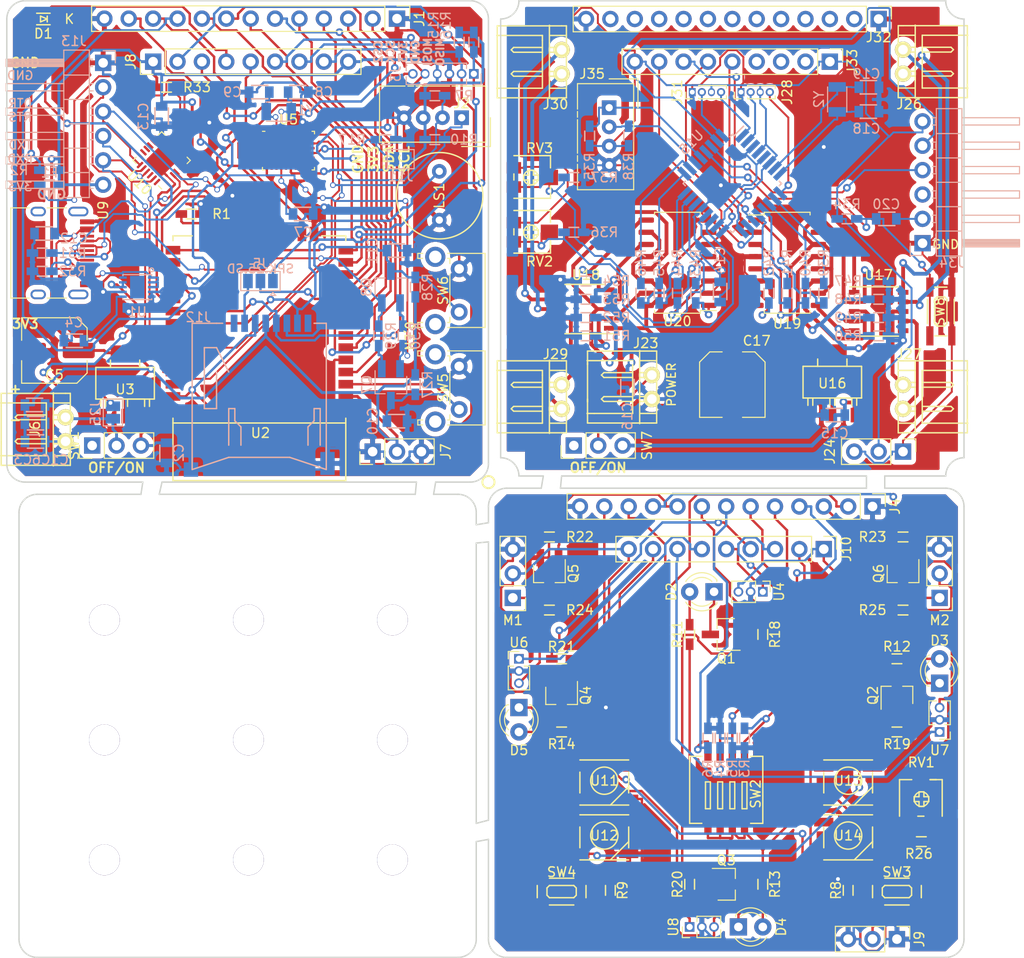
<source format=kicad_pcb>
(kicad_pcb (version 20171130) (host pcbnew "(5.1.5)-3")
  (layers (0 F.Cu signal) (31 B.Cu signal) (34 B.Paste user hide) (35 F.Paste user hide) (36 B.SilkS user) (37 F.SilkS user) (38 B.Mask user) (39 F.Mask user) (44 Edge.Cuts user))
  (net 0 "")
  (net 1 GND)
  (net 2 +3V3)
  (net 3 +6V)
  (net 4 "Net-(D1-Pad2)")
  (net 5 "Net-(D2-Pad2)")
  (net 6 "Net-(D3-Pad2)")
  (net 7 /SCL)
  (net 8 /SDA)
  (net 9 /MISO)
  (net 10 /MOSI)
  (net 11 /SCK)
  (net 12 /CS1)
  (net 13 /IO5)
  (net 14 /IO27)
  (net 15 /IO4)
  (net 16 /IO14)
  (net 17 /IO26)
  (net 18 /IO35)
  (net 19 /IO0)
  (net 20 /EN)
  (net 21 /IO12)
  (net 22 /LEDs)
  (net 23 /POT1)
  (net 24 /RXD)
  (net 25 /TXD)
  (net 26 /RTS)
  (net 27 /DTR)
  (net 28 /Speaker1)
  (net 29 /IO2)
  (net 30 /IO34)
  (net 31 "Net-(SW1-Pad1)")
  (net 32 "Net-(U2-Pad32)")
  (net 33 "Net-(U2-Pad17)")
  (net 34 "Net-(U2-Pad18)")
  (net 35 "Net-(U2-Pad19)")
  (net 36 "Net-(U2-Pad20)")
  (net 37 "Net-(U2-Pad21)")
  (net 38 "Net-(U2-Pad22)")
  (net 39 /IO15)
  (net 40 /IO16)
  (net 41 /IO17)
  (net 42 /IO32)
  (net 43 /IO33)
  (net 44 /IO25)
  (net 45 "Net-(SW7-Pad1)")
  (net 46 /D+)
  (net 47 "Net-(U9-PadA8)")
  (net 48 /D-)
  (net 49 "Net-(U9-PadB8)")
  (net 50 "Net-(U12-Pad2)")
  (net 51 "Net-(U13-Pad2)")
  (net 52 "Net-(C4-Pad2)")
  (net 53 "Net-(C7-Pad2)")
  (net 54 "Net-(C8-Pad2)")
  (net 55 "Net-(C9-Pad2)")
  (net 56 /VBUS)
  (net 57 "Net-(C14-Pad1)")
  (net 58 /motorBase/GND4)
  (net 59 /motorBase/MVcc)
  (net 60 /motorBase/MGND)
  (net 61 /motorBase/M3V3)
  (net 62 "Net-(C18-Pad2)")
  (net 63 "Net-(C19-Pad2)")
  (net 64 /motorBase/DTR4)
  (net 65 "Net-(C20-Pad1)")
  (net 66 "Net-(D2-Pad1)")
  (net 67 "Net-(D3-Pad1)")
  (net 68 "Net-(D4-Pad1)")
  (net 69 "Net-(D4-Pad2)")
  (net 70 "Net-(D5-Pad2)")
  (net 71 "Net-(D5-Pad1)")
  (net 72 /SGND)
  (net 73 /SLEDs)
  (net 74 /SPOT)
  (net 75 /SDIP1)
  (net 76 /SDIP2)
  (net 77 /SDIP3)
  (net 78 /SDIP4)
  (net 79 /SIR1)
  (net 80 /SSERVO1)
  (net 81 /SSERVO2)
  (net 82 /SSW1)
  (net 83 /SSW2)
  (net 84 /LiPo+)
  (net 85 /S3V3)
  (net 86 /SIR2)
  (net 87 /SIR3)
  (net 88 /SIR4)
  (net 89 /SIRRecv1)
  (net 90 /SIRRecv2)
  (net 91 /SIRRecv3)
  (net 92 /SIRRecv4)
  (net 93 "Net-(J11-Pad1)")
  (net 94 "Net-(J12-Pad1)")
  (net 95 "Net-(J12-Pad8)")
  (net 96 "Net-(J14-Pad1)")
  (net 97 "Net-(J15-Pad1)")
  (net 98 "Net-(J16-Pad1)")
  (net 99 "Net-(J17-Pad1)")
  (net 100 "Net-(J18-Pad1)")
  (net 101 "Net-(J19-Pad1)")
  (net 102 "Net-(J20-Pad1)")
  (net 103 "Net-(J21-Pad1)")
  (net 104 "Net-(J22-Pad1)")
  (net 105 "Net-(J23-Pad2)")
  (net 106 /motorBase/3V34)
  (net 107 /motorBase/MFLOUT1)
  (net 108 /motorBase/MFLOUT2)
  (net 109 /motorBase/MFROUT2)
  (net 110 /motorBase/MFROUT1)
  (net 111 /motorBase/ENC2B)
  (net 112 /motorBase/ENC2A)
  (net 113 /motorBase/MBLOUT1)
  (net 114 /motorBase/MBLOUT2)
  (net 115 /motorBase/MBROUT1)
  (net 116 /motorBase/MBROUT2)
  (net 117 /motorBase/ENC1A)
  (net 118 /motorBase/ENC1B)
  (net 119 "Net-(J32-Pad12)")
  (net 120 "Net-(J32-Pad11)")
  (net 121 "Net-(J32-Pad10)")
  (net 122 "Net-(J32-Pad9)")
  (net 123 "Net-(J32-Pad8)")
  (net 124 "Net-(J32-Pad7)")
  (net 125 "Net-(J32-Pad6)")
  (net 126 "Net-(J32-Pad5)")
  (net 127 "Net-(J32-Pad4)")
  (net 128 "Net-(J32-Pad3)")
  (net 129 "Net-(J32-Pad2)")
  (net 130 /motorBase/MOSI4)
  (net 131 /motorBase/MISO4)
  (net 132 /motorBase/SCK4)
  (net 133 /motorBase/CS4)
  (net 134 "Net-(J33-Pad4)")
  (net 135 "Net-(J33-Pad3)")
  (net 136 "Net-(J33-Pad2)")
  (net 137 "Net-(J34-Pad3)")
  (net 138 /motorBase/TXD4)
  (net 139 /motorBase/RXD4)
  (net 140 /motorBase/SCL4)
  (net 141 /motorBase/SDA4)
  (net 142 "Net-(M1-Pad1)")
  (net 143 "Net-(M2-Pad1)")
  (net 144 "Net-(Q1-Pad1)")
  (net 145 "Net-(Q2-Pad1)")
  (net 146 "Net-(Q3-Pad1)")
  (net 147 "Net-(Q4-Pad1)")
  (net 148 "Net-(Q5-Pad1)")
  (net 149 "Net-(Q6-Pad1)")
  (net 150 "Net-(Q7-Pad1)")
  (net 151 "Net-(Q8-Pad1)")
  (net 152 "Net-(R31-Pad1)")
  (net 153 "Net-(R32-Pad2)")
  (net 154 "Net-(R33-Pad1)")
  (net 155 /motorBase/POT14)
  (net 156 /motorBase/POT24)
  (net 157 "Net-(R39-Pad2)")
  (net 158 /motorBase/FLIN1)
  (net 159 /motorBase/FLIN2)
  (net 160 "Net-(R40-Pad2)")
  (net 161 "Net-(R41-Pad2)")
  (net 162 /motorBase/FRIN1)
  (net 163 /motorBase/FRIN2)
  (net 164 "Net-(R42-Pad2)")
  (net 165 /motorBase/BLIN1)
  (net 166 "Net-(R43-Pad2)")
  (net 167 "Net-(R44-Pad2)")
  (net 168 /motorBase/BLIN2)
  (net 169 /motorBase/BRIN1)
  (net 170 "Net-(R45-Pad2)")
  (net 171 "Net-(R46-Pad2)")
  (net 172 /motorBase/BRIN2)
  (net 173 /motorBase/MFLIN1)
  (net 174 /motorBase/MFLIN2)
  (net 175 /motorBase/MFRIN1)
  (net 176 /motorBase/MFRIN2)
  (net 177 /motorBase/MBLIN1)
  (net 178 /motorBase/MBLIN2)
  (net 179 /motorBase/MBRIN1)
  (net 180 /motorBase/MBRIN2)
  (net 181 "Net-(U5-Pad1)")
  (net 182 "Net-(U5-Pad24)")
  (net 183 "Net-(U5-Pad23)")
  (net 184 "Net-(U5-Pad22)")
  (net 185 "Net-(U5-Pad21)")
  (net 186 "Net-(U5-Pad7)")
  (net 187 "Net-(U5-Pad8)")
  (net 188 "Net-(U5-Pad10)")
  (net 189 "Net-(U5-Pad12)")
  (net 190 "Net-(U5-Pad13)")
  (net 191 "Net-(U5-Pad14)")
  (net 192 "Net-(U5-Pad15)")
  (net 193 "Net-(U5-Pad18)")
  (net 194 "Net-(U5-Pad16)")
  (net 195 "Net-(U10-Pad1)")
  (net 196 "Net-(U10-Pad10)")
  (net 197 "Net-(U10-Pad11)")
  (net 198 "Net-(U10-Pad12)")
  (net 199 "Net-(U10-Pad13)")
  (net 200 "Net-(U10-Pad14)")
  (net 201 "Net-(U10-Pad15)")
  (net 202 "Net-(U10-Pad16)")
  (net 203 "Net-(U10-Pad17)")
  (net 204 "Net-(U10-Pad18)")
  (net 205 "Net-(U10-Pad22)")
  (net 206 "Net-(U10-Pad24)")
  (net 207 "Net-(U11-Pad2)")
  (net 208 /sheet61FE4A3F/DOUT)
  (net 209 "Net-(J25-Pad1)")
  (module akizukit:Connector_EH_2pin (layer F.Cu) (at 138.43 56.515 270)
    (fp_text reference J26 (at 4.445 -0.635 180) (layer F.SilkS))
    (fp_text value Conn_01x02)
    (pad 1 thru_hole circle (at -1.25 0 270) (size 1.7 1.7) (drill 1) (layers *.Cu *.Mask F.SilkS) (net 107 /motorBase/MFLOUT1))
    (pad 2 thru_hole circle (at 1.25 0 270) (size 1.7 1.7) (drill 1) (layers *.Cu *.Mask F.SilkS) (net 108 /motorBase/MFLOUT2))
  )
  (module akizukit:S_POT_SMD (layer F.Cu) (at 97.9 67.58 270)
    (fp_text reference RV3 (at -2.048 -2.684) (layer F.SilkS))
    (fp_text value R_POT)
    (pad 1 smd rect (at 0 0 270) (size 1.2 1.5) (layers F.Cu F.Paste F.Mask) (net 106 /motorBase/3V34))
    (pad 3 smd rect (at 2 0 270) (size 1.2 1.5) (layers F.Cu F.Paste F.Mask) (net 156 /motorBase/POT24))
    (pad 2 smd rect (at 1 -3.7 270) (size 1.6 1.8) (layers F.Cu F.Paste F.Mask) (net 156 /motorBase/POT24))
  )
  (module akizukit:S_POT_SMD (layer F.Cu) (at 97.9 73.295 270)
    (fp_text reference RV2 (at 4.048 -2.684) (layer F.SilkS))
    (fp_text value R_POT)
    (pad 1 smd rect (at 0 0 270) (size 1.2 1.5) (layers F.Cu F.Paste F.Mask) (net 106 /motorBase/3V34))
    (pad 3 smd rect (at 2 0 270) (size 1.2 1.5) (layers F.Cu F.Paste F.Mask) (net 155 /motorBase/POT14))
    (pad 2 smd rect (at 1 -3.7 270) (size 1.6 1.8) (layers F.Cu F.Paste F.Mask) (net 155 /motorBase/POT14))
  )
  (module Connector_USB:USB_C_Receptacle_HRO_TYPE-C-31-M-12 (layer F.Cu) (at 49.403 76.454 270)
    (fp_text reference U9 (at -4.445 -5.715 90) (layer F.SilkS))
    (fp_text value TypeC)
    (pad B1 smd rect (at 3.25 -4.045 270) (size 0.6 1.45) (layers F.Cu F.Paste F.Mask) (net 1 GND))
    (pad A9 smd rect (at 2.45 -4.045 270) (size 0.5 1.45) (layers F.Cu F.Paste F.Mask) (net 56 /VBUS))
    (pad B9 smd rect (at -2.45 -4.045 270) (size 0.6 1.45) (layers F.Cu F.Paste F.Mask) (net 56 /VBUS))
    (pad B12 smd rect (at -3.25 -4.045 270) (size 0.5 1.45) (layers F.Cu F.Paste F.Mask) (net 1 GND))
    (pad A1 smd rect (at -3.25 -4.045 270) (size 0.5 1.45) (layers F.Cu F.Paste F.Mask) (net 1 GND))
    (pad A4 smd rect (at -2.45 -4.045 270) (size 0.6 1.45) (layers F.Cu F.Paste F.Mask) (net 56 /VBUS))
    (pad B4 smd rect (at 2.45 -4.045 270) (size 0.5 1.45) (layers F.Cu F.Paste F.Mask) (net 56 /VBUS))
    (pad A12 smd rect (at 3.25 -4.045 270) (size 0.6 1.45) (layers F.Cu F.Paste F.Mask) (net 1 GND))
    (pad B8 smd rect (at -1.75 -4.045 270) (size 0.3 1.45) (layers F.Cu F.Paste F.Mask) (net 49 "Net-(U9-PadB8)"))
    (pad A5 smd rect (at -1.25 -4.045 270) (size 0.3 1.45) (layers F.Cu F.Paste F.Mask) (net 152 "Net-(R31-Pad1)"))
    (pad B7 smd rect (at -0.75 -4.045 270) (size 0.3 1.45) (layers F.Cu F.Paste F.Mask) (net 48 /D-))
    (pad A7 smd rect (at 0.25 -4.045 270) (size 0.3 1.45) (layers F.Cu F.Paste F.Mask) (net 48 /D-))
    (pad B6 smd rect (at 0.75 -4.045 270) (size 0.3 1.45) (layers F.Cu F.Paste F.Mask) (net 46 /D+))
    (pad A8 smd rect (at 1.25 -4.045 270) (size 0.3 1.45) (layers F.Cu F.Paste F.Mask) (net 47 "Net-(U9-PadA8)"))
    (pad B5 smd rect (at 1.75 -4.045 270) (size 0.3 1.45) (layers F.Cu F.Paste F.Mask) (net 153 "Net-(R32-Pad2)"))
    (pad A6 smd rect (at -0.25 -4.045 270) (size 0.3 1.45) (layers F.Cu F.Paste F.Mask) (net 46 /D+))
    (pad S1 thru_hole oval (at 4.32 -3.13 270) (size 1 2.1) (drill oval 0.6 1.7) (layers *.Cu *.Mask))
    (pad S1 thru_hole oval (at -4.32 -3.13 270) (size 1 2.1) (drill oval 0.6 1.7) (layers *.Cu *.Mask))
    (pad "" np_thru_hole circle (at -2.89 -2.6 270) (size 0.65 0.65) (drill 0.65) (layers *.Cu *.Mask))
    (pad S1 thru_hole oval (at -4.32 1.05 270) (size 1 1.6) (drill oval 0.6 1.2) (layers *.Cu *.Mask))
    (pad "" np_thru_hole circle (at 2.89 -2.6 270) (size 0.65 0.65) (drill 0.65) (layers *.Cu *.Mask))
    (pad S1 thru_hole oval (at 4.32 1.05 270) (size 1 1.6) (drill oval 0.6 1.2) (layers *.Cu *.Mask))
  )
  (module Package_LGA:LGA-28_5.2x3.8mm_P0.5mm (layer F.Cu) (at 74.422 65.786)
    (fp_text reference U5 (at 0 -3.25) (layer F.SilkS))
    (fp_text value BNO085)
    (pad 19 smd rect (at 2.3875 -0.75 90) (size 0.254 0.675) (layers F.Cu F.Paste F.Mask) (net 7 /SCL))
    (pad 6 smd rect (at -2.25 1.6625) (size 0.2 0.675) (layers F.Cu F.Paste F.Mask) (net 1 GND))
    (pad 2 smd rect (at -2.3875 -0.75 90) (size 0.2 0.6) (layers F.Cu F.Paste F.Mask) (net 1 GND))
    (pad 1 smd rect (at -2.25 -1.6625) (size 0.2 0.675) (layers F.Cu F.Paste F.Mask) (net 181 "Net-(U5-Pad1)"))
    (pad 3 smd rect (at -2.3875 -0.25 90) (size 0.17 0.675) (layers F.Cu F.Paste F.Mask) (net 2 +3V3))
    (pad 4 smd rect (at -2.3875 0.25 90) (size 0.17 0.675) (layers F.Cu F.Paste F.Mask) (net 2 +3V3))
    (pad 5 smd rect (at -2.3875 0.75 90) (size 0.2 0.675) (layers F.Cu F.Paste F.Mask) (net 1 GND))
    (pad 28 smd rect (at -1.75 -1.6625) (size 0.2 0.675) (layers F.Cu F.Paste F.Mask) (net 2 +3V3))
    (pad 27 smd rect (at -1.25 -1.6625) (size 0.2 0.8) (layers F.Cu F.Paste F.Mask) (net 55 "Net-(C9-Pad2)"))
    (pad 26 smd rect (at -0.75 -1.6625) (size 0.2 0.675) (layers F.Cu F.Paste F.Mask) (net 54 "Net-(C8-Pad2)"))
    (pad 25 smd rect (at -0.25 -1.6625) (size 0.2 0.8) (layers F.Cu F.Paste F.Mask) (net 1 GND))
    (pad 24 smd rect (at 0.25 -1.6625) (size 0.254 0.675) (layers F.Cu F.Paste F.Mask) (net 182 "Net-(U5-Pad24)"))
    (pad 23 smd rect (at 0.75 -1.6625) (size 0.254 0.675) (layers F.Cu F.Paste F.Mask) (net 183 "Net-(U5-Pad23)"))
    (pad 22 smd rect (at 1.25 -1.6625) (size 0.254 0.675) (layers F.Cu F.Paste F.Mask) (net 184 "Net-(U5-Pad22)"))
    (pad 21 smd rect (at 1.75 -1.6625) (size 0.254 0.675) (layers F.Cu F.Paste F.Mask) (net 185 "Net-(U5-Pad21)"))
    (pad 20 smd rect (at 2.25 -1.6625) (size 0.254 0.675) (layers F.Cu F.Paste F.Mask) (net 8 /SDA))
    (pad 7 smd rect (at -1.75 1.6625) (size 0.254 0.675) (layers F.Cu F.Paste F.Mask) (net 186 "Net-(U5-Pad7)"))
    (pad 8 smd rect (at -1.25 1.6625) (size 0.254 0.675) (layers F.Cu F.Paste F.Mask) (net 187 "Net-(U5-Pad8)"))
    (pad 9 smd rect (at -0.75 1.6625) (size 0.254 0.675) (layers F.Cu F.Paste F.Mask) (net 53 "Net-(C7-Pad2)"))
    (pad 10 smd rect (at -0.25 1.6625) (size 0.2 0.675) (layers F.Cu F.Paste F.Mask) (net 188 "Net-(U5-Pad10)"))
    (pad 11 smd rect (at 0.25 1.6625) (size 0.175 0.675) (layers F.Cu F.Paste F.Mask) (net 2 +3V3))
    (pad 12 smd rect (at 0.75 1.6625) (size 0.2 0.675) (layers F.Cu F.Paste F.Mask) (net 189 "Net-(U5-Pad12)"))
    (pad 13 smd rect (at 1.25 1.6625) (size 0.254 0.675) (layers F.Cu F.Paste F.Mask) (net 190 "Net-(U5-Pad13)"))
    (pad 14 smd rect (at 1.75 1.6625) (size 0.254 0.675) (layers F.Cu F.Paste F.Mask) (net 191 "Net-(U5-Pad14)"))
    (pad 15 smd rect (at 2.25 1.6625) (size 0.254 0.675) (layers F.Cu F.Paste F.Mask) (net 192 "Net-(U5-Pad15)"))
    (pad 18 smd rect (at 2.3875 -0.25 90) (size 0.254 0.675) (layers F.Cu F.Paste F.Mask) (net 193 "Net-(U5-Pad18)"))
    (pad 17 smd rect (at 2.3875 0.25 90) (size 0.254 0.675) (layers F.Cu F.Paste F.Mask) (net 93 "Net-(J11-Pad1)"))
    (pad 16 smd rect (at 2.3875 0.75 90) (size 0.254 0.675) (layers F.Cu F.Paste F.Mask) (net 194 "Net-(U5-Pad16)"))
  )
  (module Package_DFN_QFN:QFN-24-1EP_4x4mm_P0.5mm_EP2.6x2.6mm (layer F.Cu) (at 61.214 66.802 135)
    (fp_text reference U10 (at 0 -3.299999 135) (layer F.SilkS))
    (fp_text value CP2104)
    (pad 25 smd roundrect (at 0 0 135) (size 2.4 2.4) (layers F.Cu F.Mask) (roundrect_rratio 0.096) (net 1 GND))
    (pad 1 smd roundrect (at -1.9375 -1.25 135) (size 0.825 0.25) (layers F.Cu F.Paste F.Mask) (net 195 "Net-(U10-Pad1)"))
    (pad 2 smd roundrect (at -1.937499 -0.75 135) (size 0.825 0.175) (layers F.Cu F.Paste F.Mask) (net 1 GND))
    (pad 3 smd roundrect (at -1.9375 -0.25 135) (size 0.825 0.25) (layers F.Cu F.Paste F.Mask) (net 46 /D+))
    (pad 4 smd roundrect (at -1.9375 0.25 135) (size 0.825 0.2) (layers F.Cu F.Paste F.Mask) (net 48 /D-))
    (pad 5 smd roundrect (at -1.937499 0.75 135) (size 0.825 0.15) (layers F.Cu F.Paste F.Mask) (net 2 +3V3))
    (pad 6 smd roundrect (at -1.9375 1.25 135) (size 0.8 0.175) (layers F.Cu F.Paste F.Mask) (net 2 +3V3))
    (pad 7 smd roundrect (at -1.25 1.9375 135) (size 0.2 0.825) (layers F.Cu F.Paste F.Mask) (net 56 /VBUS))
    (pad 8 smd roundrect (at -0.75 1.9375 135) (size 0.25 0.825) (layers F.Cu F.Paste F.Mask) (net 56 /VBUS))
    (pad 9 smd roundrect (at -0.25 1.9375 135) (size 0.25 0.825) (layers F.Cu F.Paste F.Mask) (net 154 "Net-(R33-Pad1)"))
    (pad 10 smd roundrect (at 0.25 1.9375 135) (size 0.25 0.825) (layers F.Cu F.Paste F.Mask) (net 196 "Net-(U10-Pad10)"))
    (pad 11 smd roundrect (at 0.75 1.9375 135) (size 0.25 0.825) (layers F.Cu F.Paste F.Mask) (net 197 "Net-(U10-Pad11)"))
    (pad 12 smd roundrect (at 1.25 1.9375 135) (size 0.25 0.825) (layers F.Cu F.Paste F.Mask) (net 198 "Net-(U10-Pad12)"))
    (pad 13 smd roundrect (at 1.9375 1.25 135) (size 0.825 0.25) (layers F.Cu F.Paste F.Mask) (net 199 "Net-(U10-Pad13)"))
    (pad 14 smd roundrect (at 1.9375 0.75 135) (size 0.825 0.25) (layers F.Cu F.Paste F.Mask) (net 200 "Net-(U10-Pad14)"))
    (pad 15 smd roundrect (at 1.9375 0.25 135) (size 0.825 0.25) (layers F.Cu F.Paste F.Mask) (net 201 "Net-(U10-Pad15)"))
    (pad 16 smd roundrect (at 1.9375 -0.25 135) (size 0.825 0.25) (layers F.Cu F.Paste F.Mask) (net 202 "Net-(U10-Pad16)"))
    (pad 17 smd roundrect (at 1.9375 -0.75 135) (size 0.825 0.25) (layers F.Cu F.Paste F.Mask) (net 203 "Net-(U10-Pad17)"))
    (pad 18 smd roundrect (at 1.9375 -1.25 135) (size 0.825 0.25) (layers F.Cu F.Paste F.Mask) (net 204 "Net-(U10-Pad18)"))
    (pad 19 smd roundrect (at 1.25 -1.9375 135) (size 0.25 0.825) (layers F.Cu F.Paste F.Mask) (net 26 /RTS))
    (pad 20 smd roundrect (at 0.75 -1.9375 135) (size 0.25 0.825) (layers F.Cu F.Paste F.Mask) (net 24 /RXD))
    (pad 21 smd roundrect (at 0.25 -1.9375 135) (size 0.25 0.825) (layers F.Cu F.Paste F.Mask) (net 25 /TXD))
    (pad 22 smd roundrect (at -0.25 -1.9375 135) (size 0.25 0.825) (layers F.Cu F.Paste F.Mask) (net 205 "Net-(U10-Pad22)"))
    (pad 23 smd roundrect (at -0.75 -1.9375 135) (size 0.25 0.825) (layers F.Cu F.Paste F.Mask) (net 27 /DTR))
    (pad 24 smd roundrect (at -1.25 -1.9375 135) (size 0.25 0.825) (layers F.Cu F.Paste F.Mask) (net 206 "Net-(U10-Pad24)"))
  )
  (module akizukit:SMD-1608 (layer B.Cu) (at 84.582 64.643 180)
    (fp_text reference R17 (at 3.556 0 180) (layer B.SilkS) (effects (justify mirror)))
    (fp_text value 2.2K)
    (pad 1 smd rect (at 1.016 0 180) (size 1.2 0.8) (layers B.Cu B.Paste B.Mask) (net 93 "Net-(J11-Pad1)"))
    (pad 2 smd rect (at -1.016 0 180) (size 1.2 0.8) (layers B.Cu B.Paste B.Mask) (net 1 GND))
  )
  (module Connector_PinHeader_2.54mm:PinHeader_1x03_P2.54mm_Vertical (layer F.Cu) (at 53.975 96.52 90)
    (fp_text reference SW1 (at 0 -1.905 90) (layer F.SilkS))
    (fp_text value SW_SPDT)
    (pad 3 thru_hole oval (at 0 5.08 90) (size 1.7 1.7) (drill 1) (layers *.Cu *.Mask) (net 3 +6V))
    (pad 2 thru_hole oval (at 0 2.54 90) (size 1.7 1.7) (drill 1) (layers *.Cu *.Mask) (net 84 /LiPo+))
    (pad 1 thru_hole rect (at 0 0 90) (size 1.7 1.7) (drill 1) (layers *.Cu *.Mask) (net 31 "Net-(SW1-Pad1)"))
  )
  (module akizukit:Connector_EH_2pin (layer F.Cu) (at 51.2 94.829 90)
    (fp_text reference J6 (at 0.02 -3.175 90) (layer F.SilkS))
    (fp_text value Conn_01x02)
    (pad 2 thru_hole circle (at 1.25 0 90) (size 1.7 1.7) (drill 1) (layers *.Cu *.Mask F.SilkS) (net 84 /LiPo+))
    (pad 1 thru_hole circle (at -1.25 0 90) (size 1.7 1.7) (drill 1) (layers *.Cu *.Mask F.SilkS) (net 1 GND))
  )
  (module akizukit:SMD-2012 (layer B.Cu) (at 48.025 92.289)
    (fp_text reference C1 (at 2.54 5.715) (layer B.SilkS) (effects (justify mirror)))
    (fp_text value 1u)
    (pad 2 smd rect (at -1.05 0) (size 0.9 1.2) (layers B.Cu B.Paste B.Mask) (net 2 +3V3))
    (pad 1 smd rect (at 1.05 0) (size 0.9 1.2) (layers B.Cu B.Paste B.Mask) (net 1 GND))
  )
  (module akizukit:SMD-2012 (layer B.Cu) (at 48.025 94.194 180)
    (fp_text reference C6 (at -0.635 -3.81 180) (layer B.SilkS) (effects (justify mirror)))
    (fp_text value C)
    (pad 2 smd rect (at -1.05 0 180) (size 0.9 1.2) (layers B.Cu B.Paste B.Mask) (net 1 GND))
    (pad 1 smd rect (at 1.05 0 180) (size 0.9 1.2) (layers B.Cu B.Paste B.Mask) (net 2 +3V3))
  )
  (module akizukit:SMD-2012 (layer B.Cu) (at 61.722 97.282 90)
    (fp_text reference C2 (at 0 1.27 90) (layer B.SilkS) (effects (justify mirror)))
    (fp_text value C)
    (pad 2 smd rect (at -1.05 0 90) (size 0.9 1.2) (layers B.Cu B.Paste B.Mask) (net 1 GND))
    (pad 1 smd rect (at 1.05 0 90) (size 0.9 1.2) (layers B.Cu B.Paste B.Mask) (net 3 +6V))
  )
  (module akizukit:SMD-2012 (layer B.Cu) (at 48.025 96.099 180)
    (fp_text reference C3 (at 1.27 -1.905 180) (layer B.SilkS) (effects (justify mirror)))
    (fp_text value C)
    (pad 2 smd rect (at -1.05 0 180) (size 0.9 1.2) (layers B.Cu B.Paste B.Mask) (net 1 GND))
    (pad 1 smd rect (at 1.05 0 180) (size 0.9 1.2) (layers B.Cu B.Paste B.Mask) (net 2 +3V3))
  )
  (module akizukit:SMD-2012 (layer B.Cu) (at 85.725 76.2)
    (fp_text reference C11 (at -2.54 0 90) (layer B.SilkS) (effects (justify mirror)))
    (fp_text value 1n)
    (pad 2 smd rect (at -1.05 0) (size 0.9 1.2) (layers B.Cu B.Paste B.Mask) (net 19 /IO0))
    (pad 1 smd rect (at 1.05 0) (size 0.9 1.2) (layers B.Cu B.Paste B.Mask) (net 1 GND))
  )
  (module akizukit:SMD-2012 (layer B.Cu) (at 85.725 93.98)
    (fp_text reference C10 (at -2.54 0 90) (layer B.SilkS) (effects (justify mirror)))
    (fp_text value 1n)
    (pad 2 smd rect (at -1.05 0) (size 0.9 1.2) (layers B.Cu B.Paste B.Mask) (net 20 /EN))
    (pad 1 smd rect (at 1.05 0) (size 0.9 1.2) (layers B.Cu B.Paste B.Mask) (net 1 GND))
  )
  (module akizukit:SD_DM3AT-SF-PEJMS (layer B.Cu) (at 76.454 99.02 180)
    (fp_text reference J12 (at 11.43 15.875 180) (layer B.SilkS) (effects (justify mirror)))
    (fp_text value Micro_SD_Card_Det_Hirose_DM3AT)
    (pad 11 smd rect (at 12.192 0 180) (size 1.5 1.5) (layers B.Cu B.Paste B.Mask) (net 1 GND))
    (pad 11 smd rect (at -2.032 0.635 180) (size 1.5 2.4) (layers B.Cu B.Paste B.Mask) (net 1 GND))
    (pad 1 smd rect (at 7.7 15.24 180) (size 0.7 1.8) (layers B.Cu B.Paste B.Mask) (net 94 "Net-(J12-Pad1)"))
    (pad 2 smd rect (at 6.6 15.24 180) (size 0.7 1.8) (layers B.Cu B.Paste B.Mask) (net 12 /CS1))
    (pad 3 smd rect (at 5.5 15.24 180) (size 0.7 1.8) (layers B.Cu B.Paste B.Mask) (net 10 /MOSI))
    (pad 4 smd rect (at 4.4 15.24 180) (size 0.7 1.8) (layers B.Cu B.Paste B.Mask) (net 2 +3V3))
    (pad 5 smd rect (at 3.3 15.24 180) (size 0.7 1.8) (layers B.Cu B.Paste B.Mask) (net 11 /SCK))
    (pad 6 smd rect (at 2.2 15.24 180) (size 0.7 1.8) (layers B.Cu B.Paste B.Mask) (net 1 GND))
    (pad 7 smd rect (at 1.1 15.24 180) (size 0.7 1.8) (layers B.Cu B.Paste B.Mask) (net 9 /MISO))
    (pad 8 smd rect (at 0 15.24 180) (size 0.7 1.8) (layers B.Cu B.Paste B.Mask) (net 95 "Net-(J12-Pad8)"))
  )
  (module akizukit:small_speaker (layer F.Cu) (at 90.17 70.485 90)
    (fp_text reference LS1 (at 0 -0.04 270) (layer F.SilkS))
    (fp_text value Speaker)
    (pad 2 thru_hole circle (at 2.54 -0.04 90) (size 1.524 1.524) (drill 0.762) (layers *.Cu *.Mask) (net 28 /Speaker1))
    (pad 1 thru_hole circle (at -2.54 -0.04 90) (size 1.524 1.524) (drill 0.762) (layers *.Cu *.Mask) (net 1 GND))
  )
  (module akizukit:SMD-1608 (layer B.Cu) (at 93.726 54.483 90)
    (fp_text reference R16 (at 1.778 -2.921 90) (layer B.SilkS) (effects (justify mirror)))
    (fp_text value R)
    (pad 2 smd rect (at -1.016 0 90) (size 1.2 0.8) (layers B.Cu B.Paste B.Mask) (net 9 /MISO))
    (pad 1 smd rect (at 1.016 0 90) (size 1.2 0.8) (layers B.Cu B.Paste B.Mask) (net 2 +3V3))
  )
  (module akizukit:SMD-1608 (layer F.Cu) (at 64.281 72.39)
    (fp_text reference R1 (at 3.175 0) (layer F.SilkS))
    (fp_text value 5K)
    (pad 2 smd rect (at -1.016 0) (size 1.2 0.8) (layers F.Cu F.Paste F.Mask) (net 29 /IO2))
    (pad 1 smd rect (at 1.016 0) (size 1.2 0.8) (layers F.Cu F.Paste F.Mask) (net 1 GND))
  )
  (module akizukit:SMD-1608 (layer B.Cu) (at 89.662 60.071 180)
    (fp_text reference R7 (at -3.048 0 180) (layer B.SilkS) (effects (justify mirror)))
    (fp_text value 2.2K)
    (pad 2 smd rect (at -1.016 0 180) (size 1.2 0.8) (layers B.Cu B.Paste B.Mask) (net 8 /SDA))
    (pad 1 smd rect (at 1.016 0 180) (size 1.2 0.8) (layers B.Cu B.Paste B.Mask) (net 2 +3V3))
  )
  (module akizukit:SMD-1608 (layer B.Cu) (at 89.662 64.643 180)
    (fp_text reference R10 (at -3.048 0) (layer B.SilkS) (effects (justify mirror)))
    (fp_text value 2.2K)
    (pad 2 smd rect (at -1.016 0 180) (size 1.2 0.8) (layers B.Cu B.Paste B.Mask) (net 7 /SCL))
    (pad 1 smd rect (at 1.016 0 180) (size 1.2 0.8) (layers B.Cu B.Paste B.Mask) (net 2 +3V3))
  )
  (module akizukit:SMD-1608 (layer B.Cu) (at 87.63 80.01 90)
    (fp_text reference R28 (at 0 1.27 270) (layer B.SilkS) (effects (justify mirror)))
    (fp_text value 5K)
    (pad 2 smd rect (at -1.016 0 90) (size 1.2 0.8) (layers B.Cu B.Paste B.Mask) (net 2 +3V3))
    (pad 1 smd rect (at 1.016 0 90) (size 1.2 0.8) (layers B.Cu B.Paste B.Mask) (net 19 /IO0))
  )
  (module akizukit:SMD-1608 (layer B.Cu) (at 83.82 85.09 270)
    (fp_text reference R29 (at 0 -1.27 90) (layer B.SilkS) (effects (justify mirror)))
    (fp_text value 12K)
    (pad 2 smd rect (at -1.016 0 270) (size 1.2 0.8) (layers B.Cu B.Paste B.Mask) (net 27 /DTR))
    (pad 1 smd rect (at 1.016 0 270) (size 1.2 0.8) (layers B.Cu B.Paste B.Mask) (net 150 "Net-(Q7-Pad1)"))
  )
  (module akizukit:SMD-1608 (layer B.Cu) (at 86.36 85.09 90)
    (fp_text reference R30 (at 0 1.27 270) (layer B.SilkS) (effects (justify mirror)))
    (fp_text value 12K)
    (pad 2 smd rect (at -1.016 0 90) (size 1.2 0.8) (layers B.Cu B.Paste B.Mask) (net 26 /RTS))
    (pad 1 smd rect (at 1.016 0 90) (size 1.2 0.8) (layers B.Cu B.Paste B.Mask) (net 151 "Net-(Q8-Pad1)"))
  )
  (module akizukit:SMD-1608 (layer B.Cu) (at 87.63 90.17 90)
    (fp_text reference R27 (at 0 1.27 90) (layer B.SilkS) (effects (justify mirror)))
    (fp_text value 12K)
    (pad 2 smd rect (at -1.016 0 90) (size 1.2 0.8) (layers B.Cu B.Paste B.Mask) (net 20 /EN))
    (pad 1 smd rect (at 1.016 0 90) (size 1.2 0.8) (layers B.Cu B.Paste B.Mask) (net 2 +3V3))
  )
  (module akizukit:EHS104LD (layer F.Cu) (at 121.92 128.905 180)
    (fp_text reference SW2 (at -1.16 -3.915 270) (layer F.SilkS))
    (fp_text value DIP_SW_4)
    (pad 1 smd rect (at 0 -7.239 180) (size 0.76 1.8) (layers F.Cu F.Paste F.Mask) (net 85 /S3V3))
    (pad 2 smd rect (at 1.27 -7.239 180) (size 0.76 1.8) (layers F.Cu F.Paste F.Mask) (net 85 /S3V3))
    (pad 4 smd rect (at 3.81 -7.239 180) (size 0.76 1.8) (layers F.Cu F.Paste F.Mask) (net 85 /S3V3))
    (pad 3 smd rect (at 2.54 -7.239 180) (size 0.76 1.8) (layers F.Cu F.Paste F.Mask) (net 85 /S3V3))
    (pad 6 smd rect (at 2.54 0.254 180) (size 0.76 1.8) (layers F.Cu F.Paste F.Mask) (net 77 /SDIP3))
    (pad 5 smd rect (at 3.81 0.254 180) (size 0.76 1.8) (layers F.Cu F.Paste F.Mask) (net 78 /SDIP4))
    (pad 7 smd rect (at 1.27 0.254 180) (size 0.76 1.8) (layers F.Cu F.Paste F.Mask) (net 76 /SDIP2))
    (pad 8 smd rect (at 0 0.254 180) (size 0.76 1.8) (layers F.Cu F.Paste F.Mask) (net 75 /SDIP1))
  )
  (module akizukit:SMD_SW (layer F.Cu) (at 135.255 144.145)
    (fp_text reference SW3 (at 2.54 -3.175) (layer F.SilkS))
    (fp_text value SW_Push)
    (pad 1 smd rect (at 5.08 -2.286) (size 2 0.75) (layers F.Cu F.Paste F.Mask) (net 85 /S3V3))
    (pad 2 smd rect (at 5.08 0) (size 2 0.75) (layers F.Cu F.Paste F.Mask) (net 82 /SSW1))
    (pad 2 smd rect (at 0 0) (size 2 0.75) (layers F.Cu F.Paste F.Mask) (net 82 /SSW1))
    (pad 1 smd rect (at 0 -2.286) (size 2 0.75) (layers F.Cu F.Paste F.Mask) (net 85 /S3V3))
  )
  (module akizukit:SMD_SW (layer F.Cu) (at 100.33 144.145)
    (fp_text reference SW4 (at 2.54 -3.175) (layer F.SilkS))
    (fp_text value SW_Push)
    (pad 1 smd rect (at 5.08 -2.286) (size 2 0.75) (layers F.Cu F.Paste F.Mask) (net 85 /S3V3))
    (pad 2 smd rect (at 5.08 0) (size 2 0.75) (layers F.Cu F.Paste F.Mask) (net 83 /SSW2))
    (pad 2 smd rect (at 0 0) (size 2 0.75) (layers F.Cu F.Paste F.Mask) (net 83 /SSW2))
    (pad 1 smd rect (at 0 -2.286) (size 2 0.75) (layers F.Cu F.Paste F.Mask) (net 85 /S3V3))
  )
  (module akizukit:AZ1086H (layer F.Cu) (at 55.118 93.4572)
    (fp_text reference U3 (at 2.286 -2.794) (layer F.SilkS))
    (fp_text value AMS1117CD-3.3)
    (pad 2 smd rect (at 2.286 -6.604) (size 3 1.524) (layers F.Cu F.Paste F.Mask) (net 2 +3V3))
    (pad 3 smd rect (at 4.6 0) (size 0.8 1.524) (layers F.Cu F.Paste F.Mask) (net 3 +6V))
    (pad 2 smd rect (at 2.3 0) (size 0.8 1.524) (layers F.Cu F.Paste F.Mask) (net 2 +3V3))
    (pad 1 smd rect (at 0 0) (size 0.8 1.524) (layers F.Cu F.Paste F.Mask) (net 1 GND))
  )
  (module akizukit:ESP-WROOM-32 (layer F.Cu) (at 80.391 92.67 180)
    (fp_text reference U2 (at 8.89 -2.54 180) (layer F.SilkS))
    (fp_text value ESP32)
    (pad 24 smd rect (at 14.73 18.2 180) (size 0.9 1.5) (layers F.Cu F.Paste F.Mask) (net 29 /IO2))
    (pad 23 smd rect (at 13.46 18.2 180) (size 0.9 1.5) (layers F.Cu F.Paste F.Mask) (net 39 /IO15))
    (pad 22 smd rect (at 12.19 18.2 180) (size 0.9 1.5) (layers F.Cu F.Paste F.Mask) (net 38 "Net-(U2-Pad22)"))
    (pad 21 smd rect (at 10.92 18.2 180) (size 0.9 1.5) (layers F.Cu F.Paste F.Mask) (net 37 "Net-(U2-Pad21)"))
    (pad 20 smd rect (at 9.65 18.2 180) (size 0.9 1.5) (layers F.Cu F.Paste F.Mask) (net 36 "Net-(U2-Pad20)"))
    (pad 19 smd rect (at 8.38 18.2 180) (size 0.9 1.5) (layers F.Cu F.Paste F.Mask) (net 35 "Net-(U2-Pad19)"))
    (pad 18 smd rect (at 7.11 18.2 180) (size 0.9 1.5) (layers F.Cu F.Paste F.Mask) (net 34 "Net-(U2-Pad18)"))
    (pad 17 smd rect (at 5.84 18.2 180) (size 0.9 1.5) (layers F.Cu F.Paste F.Mask) (net 33 "Net-(U2-Pad17)"))
    (pad 16 smd rect (at 4.57 18.2 180) (size 0.9 1.5) (layers F.Cu F.Paste F.Mask) (net 22 /LEDs))
    (pad 14 smd rect (at 0 16.51 180) (size 1.524 0.9) (layers F.Cu F.Paste F.Mask) (net 21 /IO12))
    (pad 13 smd rect (at 0 15.24 180) (size 1.524 0.9) (layers F.Cu F.Paste F.Mask) (net 16 /IO14))
    (pad 12 smd rect (at 0 13.97 180) (size 1.524 0.9) (layers F.Cu F.Paste F.Mask) (net 14 /IO27))
    (pad 11 smd rect (at 0 12.7 180) (size 1.524 0.9) (layers F.Cu F.Paste F.Mask) (net 17 /IO26))
    (pad 10 smd rect (at 0 11.43 180) (size 1.524 0.9) (layers F.Cu F.Paste F.Mask) (net 44 /IO25))
    (pad 9 smd rect (at 0 10.16 180) (size 1.524 0.9) (layers F.Cu F.Paste F.Mask) (net 43 /IO33))
    (pad 8 smd rect (at 0 8.89 180) (size 1.524 0.9) (layers F.Cu F.Paste F.Mask) (net 42 /IO32))
    (pad 7 smd rect (at 0 7.62 180) (size 1.524 0.9) (layers F.Cu F.Paste F.Mask) (net 18 /IO35))
    (pad 6 smd rect (at 0 6.35 180) (size 1.524 0.9) (layers F.Cu F.Paste F.Mask) (net 30 /IO34))
    (pad 5 smd rect (at 0 5.08 180) (size 1.524 0.9) (layers F.Cu F.Paste F.Mask) (net 1 GND))
    (pad 4 smd rect (at 0 3.81 180) (size 1.524 0.9) (layers F.Cu F.Paste F.Mask) (net 23 /POT1))
    (pad 3 smd rect (at 0 2.54 180) (size 1.524 0.9) (layers F.Cu F.Paste F.Mask) (net 20 /EN))
    (pad 2 smd rect (at 0 1.27 180) (size 1.524 0.9) (layers F.Cu F.Paste F.Mask) (net 2 +3V3))
    (pad 1 smd rect (at 0 0 180) (size 1.524 0.9) (layers F.Cu F.Paste F.Mask) (net 1 GND))
    (pad 15 smd rect (at 3.3 18.2 180) (size 0.9 1.5) (layers F.Cu F.Paste F.Mask) (net 1 GND))
    (pad 38 smd rect (at 18 0 180) (size 1.524 0.9) (layers F.Cu F.Paste F.Mask) (net 1 GND))
    (pad 37 smd rect (at 18 1.27 180) (size 1.524 0.9) (layers F.Cu F.Paste F.Mask) (net 10 /MOSI))
    (pad 36 smd rect (at 18 2.54 180) (size 1.524 0.9) (layers F.Cu F.Paste F.Mask) (net 7 /SCL))
    (pad 35 smd rect (at 18 3.81 180) (size 1.524 0.9) (layers F.Cu F.Paste F.Mask) (net 24 /RXD))
    (pad 34 smd rect (at 18 5.08 180) (size 1.524 0.9) (layers F.Cu F.Paste F.Mask) (net 25 /TXD))
    (pad 33 smd rect (at 18 6.35 180) (size 1.524 0.9) (layers F.Cu F.Paste F.Mask) (net 8 /SDA))
    (pad 32 smd rect (at 18 7.62 180) (size 1.524 0.9) (layers F.Cu F.Paste F.Mask) (net 32 "Net-(U2-Pad32)"))
    (pad 31 smd rect (at 18 8.89 180) (size 1.524 0.9) (layers F.Cu F.Paste F.Mask) (net 9 /MISO))
    (pad 30 smd rect (at 18 10.16 180) (size 1.524 0.9) (layers F.Cu F.Paste F.Mask) (net 11 /SCK))
    (pad 29 smd rect (at 18 11.43 180) (size 1.524 0.9) (layers F.Cu F.Paste F.Mask) (net 13 /IO5))
    (pad 28 smd rect (at 18 12.7 180) (size 1.524 0.9) (layers F.Cu F.Paste F.Mask) (net 41 /IO17))
    (pad 27 smd rect (at 18 13.97 180) (size 1.524 0.9) (layers F.Cu F.Paste F.Mask) (net 40 /IO16))
    (pad 26 smd rect (at 18 15.24 180) (size 1.524 0.9) (layers F.Cu F.Paste F.Mask) (net 15 /IO4))
    (pad 25 smd rect (at 18 16.51 180) (size 1.524 0.9) (layers F.Cu F.Paste F.Mask) (net 19 /IO0))
  )
  (module Connector_PinHeader_2.54mm:PinHeader_1x13_P2.54mm_Vertical (layer F.Cu) (at 85.725 52.03 270)
    (fp_text reference J1 (at 0 -2.33 90) (layer F.SilkS))
    (fp_text value Conn_01x13)
    (pad 13 thru_hole oval (at 0 30.48 270) (size 1.7 1.7) (drill 1) (layers *.Cu *.Mask) (net 1 GND))
    (pad 12 thru_hole oval (at 0 27.94 270) (size 1.7 1.7) (drill 1) (layers *.Cu *.Mask) (net 39 /IO15))
    (pad 11 thru_hole oval (at 0 25.4 270) (size 1.7 1.7) (drill 1) (layers *.Cu *.Mask) (net 40 /IO16))
    (pad 10 thru_hole oval (at 0 22.86 270) (size 1.7 1.7) (drill 1) (layers *.Cu *.Mask) (net 41 /IO17))
    (pad 9 thru_hole oval (at 0 20.32 270) (size 1.7 1.7) (drill 1) (layers *.Cu *.Mask) (net 17 /IO26))
    (pad 8 thru_hole oval (at 0 17.78 270) (size 1.7 1.7) (drill 1) (layers *.Cu *.Mask) (net 14 /IO27))
    (pad 7 thru_hole oval (at 0 15.24 270) (size 1.7 1.7) (drill 1) (layers *.Cu *.Mask) (net 42 /IO32))
    (pad 6 thru_hole oval (at 0 12.7 270) (size 1.7 1.7) (drill 1) (layers *.Cu *.Mask) (net 43 /IO33))
    (pad 5 thru_hole oval (at 0 10.16 270) (size 1.7 1.7) (drill 1) (layers *.Cu *.Mask) (net 18 /IO35))
    (pad 4 thru_hole oval (at 0 7.62 270) (size 1.7 1.7) (drill 1) (layers *.Cu *.Mask) (net 30 /IO34))
    (pad 3 thru_hole oval (at 0 5.08 270) (size 1.7 1.7) (drill 1) (layers *.Cu *.Mask) (net 23 /POT1))
    (pad 2 thru_hole oval (at 0 2.54 270) (size 1.7 1.7) (drill 1) (layers *.Cu *.Mask) (net 22 /LEDs))
    (pad 1 thru_hole rect (at 0 0 270) (size 1.7 1.7) (drill 1) (layers *.Cu *.Mask) (net 1 GND))
  )
  (module Connector_PinHeader_2.54mm:PinHeader_1x06_P2.54mm_Horizontal (layer B.Cu) (at 55.118 56.642 180)
    (fp_text reference J13 (at 3.048 2.27) (layer B.SilkS) (effects (justify mirror)))
    (fp_text value Conn_01x06)
    (pad 6 thru_hole oval (at 0 -12.7 180) (size 1.7 1.7) (drill 1) (layers *.Cu *.Mask) (net 2 +3V3))
    (pad 5 thru_hole oval (at 0 -10.16 180) (size 1.7 1.7) (drill 1) (layers *.Cu *.Mask) (net 24 /RXD))
    (pad 4 thru_hole oval (at 0 -7.62 180) (size 1.7 1.7) (drill 1) (layers *.Cu *.Mask) (net 25 /TXD))
    (pad 3 thru_hole oval (at 0 -5.08 180) (size 1.7 1.7) (drill 1) (layers *.Cu *.Mask) (net 26 /RTS))
    (pad 2 thru_hole oval (at 0 -2.54 180) (size 1.7 1.7) (drill 1) (layers *.Cu *.Mask) (net 27 /DTR))
    (pad 1 thru_hole rect (at 0 0 180) (size 1.7 1.7) (drill 1) (layers *.Cu *.Mask) (net 1 GND))
  )
  (module akizukit:SMD-1608 (layer B.Cu) (at 92.202 54.483 90)
    (fp_text reference R15 (at 1.778 -2.667 90) (layer B.SilkS) (effects (justify mirror)))
    (fp_text value R)
    (pad 2 smd rect (at -1.016 0 90) (size 1.2 0.8) (layers B.Cu B.Paste B.Mask) (net 10 /MOSI))
    (pad 1 smd rect (at 1.016 0 90) (size 1.2 0.8) (layers B.Cu B.Paste B.Mask) (net 2 +3V3))
  )
  (module akizukit:SMD-1608 (layer B.Cu) (at 121.92 127 90)
    (fp_text reference R3 (at -3.175 0 270) (layer B.SilkS) (effects (justify mirror)))
    (fp_text value 1k)
    (pad 2 smd rect (at -1.016 0 90) (size 1.2 0.8) (layers B.Cu B.Paste B.Mask) (net 72 /SGND))
    (pad 1 smd rect (at 1.016 0 90) (size 1.2 0.8) (layers B.Cu B.Paste B.Mask) (net 75 /SDIP1))
  )
  (module akizukit:SMD-1608 (layer B.Cu) (at 120.65 127 90)
    (fp_text reference R5 (at -3.175 0 270) (layer B.SilkS) (effects (justify mirror)))
    (fp_text value 1k)
    (pad 2 smd rect (at -1.016 0 90) (size 1.2 0.8) (layers B.Cu B.Paste B.Mask) (net 72 /SGND))
    (pad 1 smd rect (at 1.016 0 90) (size 1.2 0.8) (layers B.Cu B.Paste B.Mask) (net 76 /SDIP2))
  )
  (module akizukit:SMD-1608 (layer B.Cu) (at 49.53 69.342 180)
    (fp_text reference F1 (at 0 1.27) (layer B.SilkS) (effects (justify mirror)))
    (fp_text value Polyfuse_Small)
    (pad 2 smd rect (at -1.016 0 180) (size 1.2 0.8) (layers B.Cu B.Paste B.Mask) (net 2 +3V3))
    (pad 1 smd rect (at 1.016 0 180) (size 1.2 0.8) (layers B.Cu B.Paste B.Mask) (net 56 /VBUS))
  )
  (module Connector:NS-Tech_Grove_1x04_P2mm_Vertical (layer F.Cu) (at 92.456 62.357 270)
    (fp_text reference J2 (at -1.5 0 180) (layer F.SilkS))
    (fp_text value Conn_01x04)
    (pad 4 thru_hole circle (at 0 6 270) (size 1.524 1.524) (drill 0.762) (layers *.Cu *.Mask) (net 1 GND))
    (pad 3 thru_hole circle (at 0 4 270) (size 1.524 1.524) (drill 0.762) (layers *.Cu *.Mask) (net 2 +3V3))
    (pad 2 thru_hole circle (at 0 2 270) (size 1.524 1.524) (drill 0.762) (layers *.Cu *.Mask) (net 8 /SDA))
    (pad 1 thru_hole rect (at 0 0 270) (size 1.524 1.524) (drill 0.762) (layers *.Cu *.Mask) (net 7 /SCL))
  )
  (module Connector_PinHeader_2.54mm:PinHeader_1x09_P2.54mm_Vertical (layer F.Cu) (at 60.325 56.515 90)
    (fp_text reference J8 (at 0 -2.33 90) (layer F.SilkS))
    (fp_text value Conn_01x09)
    (pad 9 thru_hole oval (at 0 20.32 90) (size 1.7 1.7) (drill 1) (layers *.Cu *.Mask) (net 2 +3V3))
    (pad 8 thru_hole oval (at 0 17.78 90) (size 1.7 1.7) (drill 1) (layers *.Cu *.Mask) (net 10 /MOSI))
    (pad 7 thru_hole oval (at 0 15.24 90) (size 1.7 1.7) (drill 1) (layers *.Cu *.Mask) (net 9 /MISO))
    (pad 6 thru_hole oval (at 0 12.7 90) (size 1.7 1.7) (drill 1) (layers *.Cu *.Mask) (net 11 /SCK))
    (pad 5 thru_hole oval (at 0 10.16 90) (size 1.7 1.7) (drill 1) (layers *.Cu *.Mask) (net 15 /IO4))
    (pad 4 thru_hole oval (at 0 7.62 90) (size 1.7 1.7) (drill 1) (layers *.Cu *.Mask) (net 13 /IO5))
    (pad 3 thru_hole oval (at 0 5.08 90) (size 1.7 1.7) (drill 1) (layers *.Cu *.Mask) (net 21 /IO12))
    (pad 2 thru_hole oval (at 0 2.54 90) (size 1.7 1.7) (drill 1) (layers *.Cu *.Mask) (net 16 /IO14))
    (pad 1 thru_hole rect (at 0 0 90) (size 1.7 1.7) (drill 1) (layers *.Cu *.Mask) (net 2 +3V3))
  )
  (module akizukit:SMD-1608 (layer B.Cu) (at 48.768 76.454)
    (fp_text reference R31 (at 3.175 0) (layer B.SilkS) (effects (justify mirror)))
    (fp_text value 1K)
    (pad 2 smd rect (at -1.016 0) (size 1.2 0.8) (layers B.Cu B.Paste B.Mask) (net 1 GND))
    (pad 1 smd rect (at 1.016 0) (size 1.2 0.8) (layers B.Cu B.Paste B.Mask) (net 152 "Net-(R31-Pad1)"))
  )
  (module akizukit:SMD-1608 (layer B.Cu) (at 48.768 78.359 180)
    (fp_text reference R32 (at -3.175 0) (layer B.SilkS) (effects (justify mirror)))
    (fp_text value 1K)
    (pad 2 smd rect (at -1.016 0 180) (size 1.2 0.8) (layers B.Cu B.Paste B.Mask) (net 153 "Net-(R32-Pad2)"))
    (pad 1 smd rect (at 1.016 0 180) (size 1.2 0.8) (layers B.Cu B.Paste B.Mask) (net 1 GND))
  )
  (module Button_Switch_THT:SW_Tactile_SPST_Angled_PTS645Vx39-2LFS (layer F.Cu) (at 92.202 88.265 270)
    (fp_text reference SW5 (at 2.25 1.68 90) (layer F.SilkS))
    (fp_text value SW_Push)
    (pad "" thru_hole circle (at -1.25 2.49 270) (size 2.1 2.1) (drill 1.3) (layers *.Cu *.Mask))
    (pad 1 thru_hole circle (at 0 0 270) (size 1.75 1.75) (drill 0.99) (layers *.Cu *.Mask) (net 1 GND))
    (pad 2 thru_hole circle (at 4.5 0 270) (size 1.75 1.75) (drill 0.99) (layers *.Cu *.Mask) (net 20 /EN))
    (pad "" thru_hole circle (at 5.76 2.49 270) (size 2.1 2.1) (drill 1.3) (layers *.Cu *.Mask))
  )
  (module Button_Switch_THT:SW_Tactile_SPST_Angled_PTS645Vx39-2LFS (layer F.Cu) (at 92.202 78.105 270)
    (fp_text reference SW6 (at 2.25 1.68 90) (layer F.SilkS))
    (fp_text value SW_Push)
    (pad "" thru_hole circle (at -1.25 2.49 270) (size 2.1 2.1) (drill 1.3) (layers *.Cu *.Mask))
    (pad 1 thru_hole circle (at 0 0 270) (size 1.75 1.75) (drill 0.99) (layers *.Cu *.Mask) (net 1 GND))
    (pad 2 thru_hole circle (at 4.5 0 270) (size 1.75 1.75) (drill 0.99) (layers *.Cu *.Mask) (net 19 /IO0))
    (pad "" thru_hole circle (at 5.76 2.49 270) (size 2.1 2.1) (drill 1.3) (layers *.Cu *.Mask))
  )
  (module akizukit:SMD-2012 (layer B.Cu) (at 52.07 85.598 180)
    (fp_text reference C4 (at 0 1.905) (layer B.SilkS) (effects (justify mirror)))
    (fp_text value C_Small)
    (pad 1 smd rect (at 1.05 0 180) (size 0.9 1.2) (layers B.Cu B.Paste B.Mask) (net 1 GND))
    (pad 2 smd rect (at -1.05 0 180) (size 0.9 1.2) (layers B.Cu B.Paste B.Mask) (net 52 "Net-(C4-Pad2)"))
  )
  (module akizukit:SMD-2012 (layer B.Cu) (at 75.946 72.39)
    (fp_text reference C7 (at 0 1.905) (layer B.SilkS) (effects (justify mirror)))
    (fp_text value C_Small)
    (pad 2 smd rect (at -1.05 0) (size 0.9 1.2) (layers B.Cu B.Paste B.Mask) (net 53 "Net-(C7-Pad2)"))
    (pad 1 smd rect (at 1.05 0) (size 0.9 1.2) (layers B.Cu B.Paste B.Mask) (net 1 GND))
  )
  (module akizukit:SMD-2012 (layer B.Cu) (at 75.438 59.69)
    (fp_text reference C8 (at 2.667 0) (layer B.SilkS) (effects (justify mirror)))
    (fp_text value C_Small)
    (pad 2 smd rect (at -1.05 0) (size 0.9 1.2) (layers B.Cu B.Paste B.Mask) (net 54 "Net-(C8-Pad2)"))
    (pad 1 smd rect (at 1.05 0) (size 0.9 1.2) (layers B.Cu B.Paste B.Mask) (net 1 GND))
  )
  (module akizukit:SMD-2012 (layer B.Cu) (at 71.374 59.69 180)
    (fp_text reference C9 (at 2.794 0) (layer B.SilkS) (effects (justify mirror)))
    (fp_text value C_Small)
    (pad 1 smd rect (at 1.05 0 180) (size 0.9 1.2) (layers B.Cu B.Paste B.Mask) (net 1 GND))
    (pad 2 smd rect (at -1.05 0 180) (size 0.9 1.2) (layers B.Cu B.Paste B.Mask) (net 55 "Net-(C9-Pad2)"))
  )
  (module akizukit:SMD-2012 (layer B.Cu) (at 49.022 74.422)
    (fp_text reference C12 (at 3.048 0.508) (layer B.SilkS) (effects (justify mirror)))
    (fp_text value C_Small)
    (pad 1 smd rect (at 1.05 0) (size 0.9 1.2) (layers B.Cu B.Paste B.Mask) (net 56 /VBUS))
    (pad 2 smd rect (at -1.05 0) (size 0.9 1.2) (layers B.Cu B.Paste B.Mask) (net 1 GND))
  )
  (module akizukit:SMD-2012 (layer B.Cu) (at 61.214 62.23 270)
    (fp_text reference C13 (at 0 1.905 90) (layer B.SilkS) (effects (justify mirror)))
    (fp_text value C_Small)
    (pad 2 smd rect (at -1.05 0 270) (size 0.9 1.2) (layers B.Cu B.Paste B.Mask) (net 2 +3V3))
    (pad 1 smd rect (at 1.05 0 270) (size 0.9 1.2) (layers B.Cu B.Paste B.Mask) (net 1 GND))
  )
  (module akizukit:SMD-2012 (layer B.Cu) (at 119.38 80.518 270)
    (fp_text reference C14 (at -3.302 0 90) (layer B.SilkS) (effects (justify mirror)))
    (fp_text value C_Small)
    (pad 2 smd rect (at -1.05 0 270) (size 0.9 1.2) (layers B.Cu B.Paste B.Mask) (net 58 /motorBase/GND4))
    (pad 1 smd rect (at 1.05 0 270) (size 0.9 1.2) (layers B.Cu B.Paste B.Mask) (net 57 "Net-(C14-Pad1)"))
  )
  (module akizukit:SMD-2012 (layer B.Cu) (at 131.318 93.345)
    (fp_text reference C15 (at 0 1.905 180) (layer B.SilkS) (effects (justify mirror)))
    (fp_text value C)
    (pad 1 smd rect (at 1.05 0) (size 0.9 1.2) (layers B.Cu B.Paste B.Mask) (net 59 /motorBase/MVcc))
    (pad 2 smd rect (at -1.05 0) (size 0.9 1.2) (layers B.Cu B.Paste B.Mask) (net 60 /motorBase/MGND))
  )
  (module akizukit:SMD-2012 (layer B.Cu) (at 109.728 90.424 90)
    (fp_text reference C16 (at -3.048 0 90) (layer B.SilkS) (effects (justify mirror)))
    (fp_text value C)
    (pad 2 smd rect (at -1.05 0 90) (size 0.9 1.2) (layers B.Cu B.Paste B.Mask) (net 60 /motorBase/MGND))
    (pad 1 smd rect (at 1.05 0 90) (size 0.9 1.2) (layers B.Cu B.Paste B.Mask) (net 61 /motorBase/M3V3))
  )
  (module akizukit:SMD-2012 (layer B.Cu) (at 134.874 61.722)
    (fp_text reference C18 (at -0.254 1.778 180) (layer B.SilkS) (effects (justify mirror)))
    (fp_text value C_Small)
    (pad 2 smd rect (at -1.05 0) (size 0.9 1.2) (layers B.Cu B.Paste B.Mask) (net 62 "Net-(C18-Pad2)"))
    (pad 1 smd rect (at 1.05 0) (size 0.9 1.2) (layers B.Cu B.Paste B.Mask) (net 58 /motorBase/GND4))
  )
  (module akizukit:SMD-2012 (layer B.Cu) (at 134.874 59.182)
    (fp_text reference C19 (at -0.254 -1.397 180) (layer B.SilkS) (effects (justify mirror)))
    (fp_text value C_Small)
    (pad 1 smd rect (at 1.05 0) (size 0.9 1.2) (layers B.Cu B.Paste B.Mask) (net 58 /motorBase/GND4))
    (pad 2 smd rect (at -1.05 0) (size 0.9 1.2) (layers B.Cu B.Paste B.Mask) (net 63 "Net-(C19-Pad2)"))
  )
  (module akizukit:SMD-2012 (layer B.Cu) (at 136.686 72.898 180)
    (fp_text reference C20 (at 0 1.524) (layer B.SilkS) (effects (justify mirror)))
    (fp_text value C_Small)
    (pad 2 smd rect (at -1.05 0 180) (size 0.9 1.2) (layers B.Cu B.Paste B.Mask) (net 64 /motorBase/DTR4))
    (pad 1 smd rect (at 1.05 0 180) (size 0.9 1.2) (layers B.Cu B.Paste B.Mask) (net 65 "Net-(C20-Pad1)"))
  )
  (module akizukit:2012LED (layer F.Cu) (at 48.895 52.07 180)
    (fp_text reference D1 (at 0 -1.524) (layer F.SilkS))
    (fp_text value LED)
    (fp_text user K (at -2.7 0) (layer F.SilkS))
    (pad 2 smd rect (at 1.27 0 180) (size 1.4 0.8) (layers F.Cu F.Paste F.Mask) (net 4 "Net-(D1-Pad2)"))
    (pad 1 smd rect (at -1.27 0 180) (size 1.4 0.8) (layers F.Cu F.Paste F.Mask) (net 1 GND))
  )
  (module LED_THT:LED_D3.0mm (layer F.Cu) (at 118.745 111.76 180)
    (fp_text reference D2 (at 4.445 0 270) (layer F.SilkS))
    (fp_text value LED)
    (pad 1 thru_hole rect (at 0 0 180) (size 1.8 1.8) (drill 0.9) (layers *.Cu *.Mask) (net 66 "Net-(D2-Pad1)"))
    (pad 2 thru_hole circle (at 2.54 0 180) (size 1.8 1.8) (drill 0.9) (layers *.Cu *.Mask) (net 5 "Net-(D2-Pad2)"))
  )
  (module LED_THT:LED_D3.0mm (layer F.Cu) (at 142.24 121.285 90)
    (fp_text reference D3 (at 4.445 0 180) (layer F.SilkS))
    (fp_text value LED)
    (pad 2 thru_hole circle (at 2.54 0 90) (size 1.8 1.8) (drill 0.9) (layers *.Cu *.Mask) (net 6 "Net-(D3-Pad2)"))
    (pad 1 thru_hole rect (at 0 0 90) (size 1.8 1.8) (drill 0.9) (layers *.Cu *.Mask) (net 67 "Net-(D3-Pad1)"))
  )
  (module LED_THT:LED_D3.0mm (layer F.Cu) (at 121.285 146.685)
    (fp_text reference D4 (at 4.445 0 270) (layer F.SilkS))
    (fp_text value LED)
    (pad 1 thru_hole rect (at 0 0) (size 1.8 1.8) (drill 0.9) (layers *.Cu *.Mask) (net 68 "Net-(D4-Pad1)"))
    (pad 2 thru_hole circle (at 2.54 0) (size 1.8 1.8) (drill 0.9) (layers *.Cu *.Mask) (net 69 "Net-(D4-Pad2)"))
  )
  (module LED_THT:LED_D3.0mm (layer F.Cu) (at 98.425 123.825 270)
    (fp_text reference D5 (at 4.445 0 180) (layer F.SilkS))
    (fp_text value LED)
    (pad 2 thru_hole circle (at 2.54 0 270) (size 1.8 1.8) (drill 0.9) (layers *.Cu *.Mask) (net 70 "Net-(D5-Pad2)"))
    (pad 1 thru_hole rect (at 0 0 270) (size 1.8 1.8) (drill 0.9) (layers *.Cu *.Mask) (net 71 "Net-(D5-Pad1)"))
  )
  (module Connector_PinHeader_1.27mm:PinHeader_1x06_P1.27mm_Vertical (layer B.Cu) (at 93.726 57.785 90)
    (fp_text reference J3 (at 0 -8.128 90) (layer B.SilkS) (effects (justify mirror)))
    (fp_text value Conn_01x06)
    (pad 1 thru_hole rect (at 0 0 90) (size 1 1) (drill 0.65) (layers *.Cu *.Mask) (net 9 /MISO))
    (pad 2 thru_hole oval (at 0 -1.27 90) (size 1 1) (drill 0.65) (layers *.Cu *.Mask) (net 10 /MOSI))
    (pad 3 thru_hole oval (at 0 -2.54 90) (size 1 1) (drill 0.65) (layers *.Cu *.Mask) (net 1 GND))
    (pad 4 thru_hole oval (at 0 -3.81 90) (size 1 0.9) (drill 0.65) (layers *.Cu *.Mask) (net 2 +3V3))
    (pad 5 thru_hole oval (at 0 -5.08 90) (size 1 0.9) (drill 0.65) (layers *.Cu *.Mask) (net 11 /SCK))
    (pad 6 thru_hole oval (at 0 -6.35 90) (size 1 1) (drill 0.65) (layers *.Cu *.Mask) (net 14 /IO27))
  )
  (module Connector_PinHeader_2.54mm:PinHeader_1x13_P2.54mm_Vertical (layer F.Cu) (at 135.255 102.87 270)
    (fp_text reference J4 (at 0 -2.33 90) (layer F.SilkS))
    (fp_text value Conn_01x13)
    (pad 1 thru_hole rect (at 0 0 270) (size 1.7 1.7) (drill 1) (layers *.Cu *.Mask) (net 72 /SGND))
    (pad 2 thru_hole oval (at 0 2.54 270) (size 1.7 1.7) (drill 1) (layers *.Cu *.Mask) (net 73 /SLEDs))
    (pad 3 thru_hole oval (at 0 5.08 270) (size 1.7 1.7) (drill 1) (layers *.Cu *.Mask) (net 74 /SPOT))
    (pad 4 thru_hole oval (at 0 7.62 270) (size 1.7 1.7) (drill 1) (layers *.Cu *.Mask) (net 75 /SDIP1))
    (pad 5 thru_hole oval (at 0 10.16 270) (size 1.7 1.7) (drill 1) (layers *.Cu *.Mask) (net 76 /SDIP2))
    (pad 6 thru_hole oval (at 0 12.7 270) (size 1.7 1.7) (drill 1) (layers *.Cu *.Mask) (net 77 /SDIP3))
    (pad 7 thru_hole oval (at 0 15.24 270) (size 1.7 1.7) (drill 1) (layers *.Cu *.Mask) (net 78 /SDIP4))
    (pad 8 thru_hole oval (at 0 17.78 270) (size 1.7 1.7) (drill 1) (layers *.Cu *.Mask) (net 79 /SIR1))
    (pad 9 thru_hole oval (at 0 20.32 270) (size 1.7 1.7) (drill 1) (layers *.Cu *.Mask) (net 80 /SSERVO1))
    (pad 10 thru_hole oval (at 0 22.86 270) (size 1.7 1.7) (drill 1) (layers *.Cu *.Mask) (net 81 /SSERVO2))
    (pad 11 thru_hole oval (at 0 25.4 270) (size 1.7 1.7) (drill 1) (layers *.Cu *.Mask) (net 82 /SSW1))
    (pad 12 thru_hole oval (at 0 27.94 270) (size 1.7 1.7) (drill 1) (layers *.Cu *.Mask) (net 83 /SSW2))
    (pad 13 thru_hole oval (at 0 30.48 270) (size 1.7 1.7) (drill 1) (layers *.Cu *.Mask) (net 72 /SGND))
  )
  (module Jumper:SolderJumper-3_P1.3mm_Open_Pad1.0x1.5mm (layer B.Cu) (at 71.501 79.375 180)
    (fp_text reference J5 (at 0 1.8) (layer B.SilkS) (effects (justify mirror)))
    (fp_text value Conn_01x03)
    (pad 3 smd rect (at 1.3 0 180) (size 1 1.5) (layers B.Cu B.Mask) (net 12 /CS1))
    (pad 2 smd rect (at 0 0 180) (size 1 1.5) (layers B.Cu B.Mask) (net 44 /IO25))
    (pad 1 smd rect (at -1.3 0 180) (size 1 1.5) (layers B.Cu B.Mask) (net 28 /Speaker1))
  )
  (module Connector_PinHeader_2.54mm:PinHeader_1x03_P2.54mm_Vertical (layer F.Cu) (at 83.185 97.155 90)
    (fp_text reference J7 (at 0 7.62 90) (layer F.SilkS))
    (fp_text value Conn_01x03)
    (pad 3 thru_hole oval (at 0 5.08 90) (size 1.7 1.7) (drill 1) (layers *.Cu *.Mask) (net 1 GND))
    (pad 2 thru_hole oval (at 0 2.54 90) (size 1.7 1.7) (drill 1) (layers *.Cu *.Mask) (net 2 +3V3))
    (pad 1 thru_hole rect (at 0 0 90) (size 1.7 1.7) (drill 1) (layers *.Cu *.Mask) (net 1 GND))
  )
  (module Connector_PinHeader_2.54mm:PinHeader_1x03_P2.54mm_Vertical (layer F.Cu) (at 137.795 147.955 270)
    (fp_text reference J9 (at 0 -2.33 90) (layer F.SilkS))
    (fp_text value Conn_01x03)
    (pad 1 thru_hole rect (at 0 0 270) (size 1.7 1.7) (drill 1) (layers *.Cu *.Mask) (net 72 /SGND))
    (pad 2 thru_hole oval (at 0 2.54 270) (size 1.7 1.7) (drill 1) (layers *.Cu *.Mask) (net 85 /S3V3))
    (pad 3 thru_hole oval (at 0 5.08 270) (size 1.7 1.7) (drill 1) (layers *.Cu *.Mask) (net 72 /SGND))
  )
  (module Connector_PinHeader_2.54mm:PinHeader_1x09_P2.54mm_Vertical (layer F.Cu) (at 130.175 107.315 270)
    (fp_text reference J10 (at 0 -2.33 90) (layer F.SilkS))
    (fp_text value Conn_01x09)
    (pad 1 thru_hole rect (at 0 0 270) (size 1.7 1.7) (drill 1) (layers *.Cu *.Mask) (net 85 /S3V3))
    (pad 2 thru_hole oval (at 0 2.54 270) (size 1.7 1.7) (drill 1) (layers *.Cu *.Mask) (net 86 /SIR2))
    (pad 3 thru_hole oval (at 0 5.08 270) (size 1.7 1.7) (drill 1) (layers *.Cu *.Mask) (net 87 /SIR3))
    (pad 4 thru_hole oval (at 0 7.62 270) (size 1.7 1.7) (drill 1) (layers *.Cu *.Mask) (net 88 /SIR4))
    (pad 5 thru_hole oval (at 0 10.16 270) (size 1.7 1.7) (drill 1) (layers *.Cu *.Mask) (net 89 /SIRRecv1))
    (pad 6 thru_hole oval (at 0 12.7 270) (size 1.7 1.7) (drill 1) (layers *.Cu *.Mask) (net 90 /SIRRecv2))
    (pad 7 thru_hole oval (at 0 15.24 270) (size 1.7 1.7) (drill 1) (layers *.Cu *.Mask) (net 91 /SIRRecv3))
    (pad 8 thru_hole oval (at 0 17.78 270) (size 1.7 1.7) (drill 1) (layers *.Cu *.Mask) (net 92 /SIRRecv4))
    (pad 9 thru_hole oval (at 0 20.32 270) (size 1.7 1.7) (drill 1) (layers *.Cu *.Mask) (net 85 /S3V3))
  )
  (module Jumper:SolderJumper-2_P1.3mm_Open_Pad1.0x1.5mm (layer B.Cu) (at 86.106 66.675)
    (fp_text reference J11 (at 0 1.8) (layer B.SilkS) (effects (justify mirror)))
    (fp_text value Conn_01x02)
    (pad 2 smd rect (at 0.65 0) (size 1 1.5) (layers B.Cu B.Mask) (net 2 +3V3))
    (pad 1 smd rect (at -0.65 0) (size 1 1.5) (layers B.Cu B.Mask) (net 93 "Net-(J11-Pad1)"))
  )
  (module akizukit:HOLE_3.2mm_nopad (layer F.Cu) (at 85.25 114.695)
    (fp_text reference J14 hide)
    (fp_text value Conn_01x01 hide)
    (pad 1 thru_hole circle (at 0 0) (size 3.21 3.21) (drill 3.2) (layers *.Cu *.Mask) (net 96 "Net-(J14-Pad1)") (clearance 0.2))
  )
  (module akizukit:HOLE_3.2mm_nopad (layer F.Cu) (at 55.25 127.195)
    (fp_text reference J15 hide)
    (fp_text value Conn_01x01 hide)
    (pad 1 thru_hole circle (at 0 0) (size 3.21 3.21) (drill 3.2) (layers *.Cu *.Mask) (net 97 "Net-(J15-Pad1)") (clearance 0.2))
  )
  (module akizukit:HOLE_3.2mm_nopad (layer F.Cu) (at 70.25 114.695)
    (fp_text reference J16 hide)
    (fp_text value Conn_01x01 hide)
    (pad 1 thru_hole circle (at 0 0) (size 3.21 3.21) (drill 3.2) (layers *.Cu *.Mask) (net 98 "Net-(J16-Pad1)") (clearance 0.2))
  )
  (module akizukit:HOLE_3.2mm_nopad (layer F.Cu) (at 85.25 139.695)
    (fp_text reference J17 hide)
    (fp_text value Conn_01x01 hide)
    (pad 1 thru_hole circle (at 0 0) (size 3.21 3.21) (drill 3.2) (layers *.Cu *.Mask) (net 99 "Net-(J17-Pad1)") (clearance 0.2))
  )
  (module akizukit:HOLE_3.2mm_nopad (layer F.Cu) (at 70.25 127.195)
    (fp_text reference J18 hide)
    (fp_text value Conn_01x01 hide)
    (pad 1 thru_hole circle (at 0 0) (size 3.21 3.21) (drill 3.2) (layers *.Cu *.Mask) (net 100 "Net-(J18-Pad1)") (clearance 0.2))
  )
  (module akizukit:HOLE_3.2mm_nopad (layer F.Cu) (at 55.25 139.695)
    (fp_text reference J19 hide)
    (fp_text value Conn_01x01 hide)
    (pad 1 thru_hole circle (at 0 0) (size 3.21 3.21) (drill 3.2) (layers *.Cu *.Mask) (net 101 "Net-(J19-Pad1)") (clearance 0.2))
  )
  (module akizukit:HOLE_3.2mm_nopad (layer F.Cu) (at 70.25 139.695)
    (fp_text reference J20 hide)
    (fp_text value Conn_01x01 hide)
    (pad 1 thru_hole circle (at 0 0) (size 3.21 3.21) (drill 3.2) (layers *.Cu *.Mask) (net 102 "Net-(J20-Pad1)") (clearance 0.2))
  )
  (module akizukit:HOLE_3.2mm_nopad (layer F.Cu) (at 85.25 127.195)
    (fp_text reference J21 hide)
    (fp_text value Conn_01x01 hide)
    (pad 1 thru_hole circle (at 0 0) (size 3.21 3.21) (drill 3.2) (layers *.Cu *.Mask) (net 103 "Net-(J21-Pad1)") (clearance 0.2))
  )
  (module akizukit:HOLE_3.2mm_nopad (layer F.Cu) (at 55.25 114.695)
    (fp_text reference J22 hide)
    (fp_text value Conn_01x01 hide)
    (pad 1 thru_hole circle (at 0 0) (size 3.21 3.21) (drill 3.2) (layers *.Cu *.Mask) (net 104 "Net-(J22-Pad1)") (clearance 0.2))
  )
  (module akizukit:Connector_EH_2pin (layer F.Cu) (at 112.268 90.424 90)
    (fp_text reference J23 (at 4.572 -0.635 180) (layer F.SilkS))
    (fp_text value Conn_01x02)
    (pad 2 thru_hole circle (at 1.25 0 90) (size 1.7 1.7) (drill 1) (layers *.Cu *.Mask F.SilkS) (net 105 "Net-(J23-Pad2)"))
    (pad 1 thru_hole circle (at -1.25 0 90) (size 1.7 1.7) (drill 1) (layers *.Cu *.Mask F.SilkS) (net 60 /motorBase/MGND))
  )
  (module Connector_PinHeader_2.54mm:PinHeader_1x03_P2.54mm_Vertical (layer F.Cu) (at 138.43 97.155 270)
    (fp_text reference J24 (at 0 7.62 90) (layer F.SilkS))
    (fp_text value Conn_01x03)
    (pad 3 thru_hole oval (at 0 5.08 270) (size 1.7 1.7) (drill 1) (layers *.Cu *.Mask) (net 58 /motorBase/GND4))
    (pad 2 thru_hole oval (at 0 2.54 270) (size 1.7 1.7) (drill 1) (layers *.Cu *.Mask) (net 106 /motorBase/3V34))
    (pad 1 thru_hole rect (at 0 0 270) (size 1.7 1.7) (drill 1) (layers *.Cu *.Mask) (net 58 /motorBase/GND4))
  )
  (module akizukit:Connector_EH_2pin (layer F.Cu) (at 138.43 91.44 270)
    (fp_text reference J27 (at -4.445 -0.635 180) (layer F.SilkS))
    (fp_text value Conn_01x02)
    (pad 2 thru_hole circle (at 1.25 0 270) (size 1.7 1.7) (drill 1) (layers *.Cu *.Mask F.SilkS) (net 109 /motorBase/MFROUT2))
    (pad 1 thru_hole circle (at -1.25 0 270) (size 1.7 1.7) (drill 1) (layers *.Cu *.Mask F.SilkS) (net 110 /motorBase/MFROUT1))
  )
  (module akizukit:Connector_EH_2pin (layer F.Cu) (at 102.87 91.44 90)
    (fp_text reference J29 (at 4.445 -0.635 180) (layer F.SilkS))
    (fp_text value Conn_01x02)
    (pad 1 thru_hole circle (at -1.25 0 90) (size 1.7 1.7) (drill 1) (layers *.Cu *.Mask F.SilkS) (net 113 /motorBase/MBLOUT1))
    (pad 2 thru_hole circle (at 1.25 0 90) (size 1.7 1.7) (drill 1) (layers *.Cu *.Mask F.SilkS) (net 114 /motorBase/MBLOUT2))
  )
  (module akizukit:Connector_EH_2pin (layer F.Cu) (at 102.87 56.535 90)
    (fp_text reference J30 (at -4.425 -0.635 180) (layer F.SilkS))
    (fp_text value Conn_01x02)
    (pad 1 thru_hole circle (at -1.25 0 90) (size 1.7 1.7) (drill 1) (layers *.Cu *.Mask F.SilkS) (net 115 /motorBase/MBROUT1))
    (pad 2 thru_hole circle (at 1.25 0 90) (size 1.7 1.7) (drill 1) (layers *.Cu *.Mask F.SilkS) (net 116 /motorBase/MBROUT2))
  )
  (module Connector_PinHeader_2.54mm:PinHeader_1x13_P2.54mm_Vertical (layer F.Cu) (at 135.89 52.07 270)
    (fp_text reference J32 (at 1.905 0 180) (layer F.SilkS))
    (fp_text value Conn_01x13)
    (pad 13 thru_hole oval (at 0 30.48 270) (size 1.7 1.7) (drill 1) (layers *.Cu *.Mask) (net 58 /motorBase/GND4))
    (pad 12 thru_hole oval (at 0 27.94 270) (size 1.7 1.7) (drill 1) (layers *.Cu *.Mask) (net 119 "Net-(J32-Pad12)"))
    (pad 11 thru_hole oval (at 0 25.4 270) (size 1.7 1.7) (drill 1) (layers *.Cu *.Mask) (net 120 "Net-(J32-Pad11)"))
    (pad 10 thru_hole oval (at 0 22.86 270) (size 1.7 1.7) (drill 1) (layers *.Cu *.Mask) (net 121 "Net-(J32-Pad10)"))
    (pad 9 thru_hole oval (at 0 20.32 270) (size 1.7 1.7) (drill 1) (layers *.Cu *.Mask) (net 122 "Net-(J32-Pad9)"))
    (pad 8 thru_hole oval (at 0 17.78 270) (size 1.7 1.7) (drill 1) (layers *.Cu *.Mask) (net 123 "Net-(J32-Pad8)"))
    (pad 7 thru_hole oval (at 0 15.24 270) (size 1.7 1.7) (drill 1) (layers *.Cu *.Mask) (net 124 "Net-(J32-Pad7)"))
    (pad 6 thru_hole oval (at 0 12.7 270) (size 1.7 1.7) (drill 1) (layers *.Cu *.Mask) (net 125 "Net-(J32-Pad6)"))
    (pad 5 thru_hole oval (at 0 10.16 270) (size 1.7 1.7) (drill 1) (layers *.Cu *.Mask) (net 126 "Net-(J32-Pad5)"))
    (pad 4 thru_hole oval (at 0 7.62 270) (size 1.7 1.7) (drill 1) (layers *.Cu *.Mask) (net 127 "Net-(J32-Pad4)"))
    (pad 3 thru_hole oval (at 0 5.08 270) (size 1.7 1.7) (drill 1) (layers *.Cu *.Mask) (net 128 "Net-(J32-Pad3)"))
    (pad 2 thru_hole oval (at 0 2.54 270) (size 1.7 1.7) (drill 1) (layers *.Cu *.Mask) (net 129 "Net-(J32-Pad2)"))
    (pad 1 thru_hole rect (at 0 0 270) (size 1.7 1.7) (drill 1) (layers *.Cu *.Mask) (net 58 /motorBase/GND4))
  )
  (module Connector_PinHeader_2.54mm:PinHeader_1x09_P2.54mm_Vertical (layer F.Cu) (at 130.81 56.515 270)
    (fp_text reference J33 (at 0 -2.33 90) (layer F.SilkS))
    (fp_text value Conn_01x09)
    (pad 9 thru_hole oval (at 0 20.32 270) (size 1.7 1.7) (drill 1) (layers *.Cu *.Mask) (net 106 /motorBase/3V34))
    (pad 8 thru_hole oval (at 0 17.78 270) (size 1.7 1.7) (drill 1) (layers *.Cu *.Mask) (net 130 /motorBase/MOSI4))
    (pad 7 thru_hole oval (at 0 15.24 270) (size 1.7 1.7) (drill 1) (layers *.Cu *.Mask) (net 131 /motorBase/MISO4))
    (pad 6 thru_hole oval (at 0 12.7 270) (size 1.7 1.7) (drill 1) (layers *.Cu *.Mask) (net 132 /motorBase/SCK4))
    (pad 5 thru_hole oval (at 0 10.16 270) (size 1.7 1.7) (drill 1) (layers *.Cu *.Mask) (net 133 /motorBase/CS4))
    (pad 4 thru_hole oval (at 0 7.62 270) (size 1.7 1.7) (drill 1) (layers *.Cu *.Mask) (net 134 "Net-(J33-Pad4)"))
    (pad 3 thru_hole oval (at 0 5.08 270) (size 1.7 1.7) (drill 1) (layers *.Cu *.Mask) (net 135 "Net-(J33-Pad3)"))
    (pad 2 thru_hole oval (at 0 2.54 270) (size 1.7 1.7) (drill 1) (layers *.Cu *.Mask) (net 136 "Net-(J33-Pad2)"))
    (pad 1 thru_hole rect (at 0 0 270) (size 1.7 1.7) (drill 1) (layers *.Cu *.Mask) (net 106 /motorBase/3V34))
  )
  (module Connector_PinHeader_2.54mm:PinHeader_1x06_P2.54mm_Horizontal (layer B.Cu) (at 140.462 75.438)
    (fp_text reference J34 (at 3.048 2.032) (layer B.SilkS) (effects (justify mirror)))
    (fp_text value Conn_01x06)
    (pad 1 thru_hole rect (at 0 0) (size 1.7 1.7) (drill 1) (layers *.Cu *.Mask) (net 58 /motorBase/GND4))
    (pad 2 thru_hole oval (at 0 -2.54) (size 1.7 1.7) (drill 1) (layers *.Cu *.Mask) (net 64 /motorBase/DTR4))
    (pad 3 thru_hole oval (at 0 -5.08) (size 1.7 1.7) (drill 1) (layers *.Cu *.Mask) (net 137 "Net-(J34-Pad3)"))
    (pad 4 thru_hole oval (at 0 -7.62) (size 1.7 1.7) (drill 1) (layers *.Cu *.Mask) (net 138 /motorBase/TXD4))
    (pad 5 thru_hole oval (at 0 -10.16) (size 1.7 1.7) (drill 1) (layers *.Cu *.Mask) (net 139 /motorBase/RXD4))
    (pad 6 thru_hole oval (at 0 -12.7) (size 1.7 1.7) (drill 1) (layers *.Cu *.Mask) (net 106 /motorBase/3V34))
  )
  (module Connector:NS-Tech_Grove_1x04_P2mm_Vertical (layer F.Cu) (at 107.823 61.31)
    (fp_text reference J35 (at -1.778 -3.525) (layer F.SilkS))
    (fp_text value Conn_01x04)
    (pad 1 thru_hole rect (at 0 0) (size 1.524 1.524) (drill 0.762) (layers *.Cu *.Mask) (net 140 /motorBase/SCL4))
    (pad 2 thru_hole circle (at 0 2) (size 1.524 1.524) (drill 0.762) (layers *.Cu *.Mask) (net 141 /motorBase/SDA4))
    (pad 3 thru_hole circle (at 0 4) (size 1.524 1.524) (drill 0.762) (layers *.Cu *.Mask) (net 106 /motorBase/3V34))
    (pad 4 thru_hole circle (at 0 6) (size 1.524 1.524) (drill 0.762) (layers *.Cu *.Mask) (net 58 /motorBase/GND4))
  )
  (module Connector_PinHeader_2.54mm:PinHeader_1x03_P2.54mm_Vertical (layer F.Cu) (at 97.79 112.395 180)
    (fp_text reference M1 (at 0 -2.33) (layer F.SilkS))
    (fp_text value Motor_Servo)
    (pad 1 thru_hole rect (at 0 0 180) (size 1.7 1.7) (drill 1) (layers *.Cu *.Mask) (net 142 "Net-(M1-Pad1)"))
    (pad 2 thru_hole oval (at 0 2.54 180) (size 1.7 1.7) (drill 1) (layers *.Cu *.Mask) (net 85 /S3V3))
    (pad 3 thru_hole oval (at 0 5.08 180) (size 1.7 1.7) (drill 1) (layers *.Cu *.Mask) (net 72 /SGND))
  )
  (module Connector_PinHeader_2.54mm:PinHeader_1x03_P2.54mm_Vertical (layer F.Cu) (at 142.24 112.395 180)
    (fp_text reference M2 (at 0 -2.33) (layer F.SilkS))
    (fp_text value Motor_Servo)
    (pad 3 thru_hole oval (at 0 5.08 180) (size 1.7 1.7) (drill 1) (layers *.Cu *.Mask) (net 72 /SGND))
    (pad 2 thru_hole oval (at 0 2.54 180) (size 1.7 1.7) (drill 1) (layers *.Cu *.Mask) (net 85 /S3V3))
    (pad 1 thru_hole rect (at 0 0 180) (size 1.7 1.7) (drill 1) (layers *.Cu *.Mask) (net 143 "Net-(M2-Pad1)"))
  )
  (module Package_TO_SOT_SMD:SC-59_Handsoldering (layer F.Cu) (at 120.015 116.205 180)
    (fp_text reference Q1 (at 0 -2.5) (layer F.SilkS))
    (fp_text value Q_NPN_BEC)
    (pad 3 smd rect (at 1.65 0 180) (size 1.8 0.8) (layers F.Cu F.Paste F.Mask) (net 66 "Net-(D2-Pad1)"))
    (pad 2 smd rect (at -1.65 0.95 180) (size 1.8 0.8) (layers F.Cu F.Paste F.Mask) (net 72 /SGND))
    (pad 1 smd rect (at -1.65 -0.95 180) (size 1.8 0.8) (layers F.Cu F.Paste F.Mask) (net 144 "Net-(Q1-Pad1)"))
  )
  (module Package_TO_SOT_SMD:SC-59_Handsoldering (layer F.Cu) (at 137.795 122.555 90)
    (fp_text reference Q2 (at 0 -2.5 90) (layer F.SilkS))
    (fp_text value Q_NPN_BEC)
    (pad 1 smd rect (at -1.65 -0.95 90) (size 1.8 0.8) (layers F.Cu F.Paste F.Mask) (net 145 "Net-(Q2-Pad1)"))
    (pad 2 smd rect (at -1.65 0.95 90) (size 1.8 0.8) (layers F.Cu F.Paste F.Mask) (net 72 /SGND))
    (pad 3 smd rect (at 1.65 0 90) (size 1.8 0.8) (layers F.Cu F.Paste F.Mask) (net 67 "Net-(D3-Pad1)"))
  )
  (module Package_TO_SOT_SMD:SC-59_Handsoldering (layer F.Cu) (at 120.015 142.24)
    (fp_text reference Q3 (at 0 -2.5) (layer F.SilkS))
    (fp_text value Q_NPN_BEC)
    (pad 3 smd rect (at 1.65 0) (size 1.8 0.8) (layers F.Cu F.Paste F.Mask) (net 68 "Net-(D4-Pad1)"))
    (pad 2 smd rect (at -1.65 0.95) (size 1.8 0.8) (layers F.Cu F.Paste F.Mask) (net 72 /SGND))
    (pad 1 smd rect (at -1.65 -0.95) (size 1.8 0.8) (layers F.Cu F.Paste F.Mask) (net 146 "Net-(Q3-Pad1)"))
  )
  (module Package_TO_SOT_SMD:SC-59_Handsoldering (layer F.Cu) (at 102.87 122.555 270)
    (fp_text reference Q4 (at 0 -2.5 90) (layer F.SilkS))
    (fp_text value Q_NPN_BEC)
    (pad 1 smd rect (at -1.65 -0.95 270) (size 1.8 0.8) (layers F.Cu F.Paste F.Mask) (net 147 "Net-(Q4-Pad1)"))
    (pad 2 smd rect (at -1.65 0.95 270) (size 1.8 0.8) (layers F.Cu F.Paste F.Mask) (net 72 /SGND))
    (pad 3 smd rect (at 1.65 0 270) (size 1.8 0.8) (layers F.Cu F.Paste F.Mask) (net 71 "Net-(D5-Pad1)"))
  )
  (module Package_TO_SOT_SMD:SC-59_Handsoldering (layer F.Cu) (at 101.6 109.855 270)
    (fp_text reference Q5 (at 0 -2.5 90) (layer F.SilkS))
    (fp_text value Q_NPN_BEC)
    (pad 3 smd rect (at 1.65 0 270) (size 1.8 0.8) (layers F.Cu F.Paste F.Mask) (net 142 "Net-(M1-Pad1)"))
    (pad 2 smd rect (at -1.65 0.95 270) (size 1.8 0.8) (layers F.Cu F.Paste F.Mask) (net 72 /SGND))
    (pad 1 smd rect (at -1.65 -0.95 270) (size 1.8 0.8) (layers F.Cu F.Paste F.Mask) (net 148 "Net-(Q5-Pad1)"))
  )
  (module Package_TO_SOT_SMD:SC-59_Handsoldering (layer F.Cu) (at 138.43 109.855 270)
    (fp_text reference Q6 (at 0 2.54 90) (layer F.SilkS))
    (fp_text value Q_NPN_BEC)
    (pad 1 smd rect (at -1.65 -0.95 270) (size 1.8 0.8) (layers F.Cu F.Paste F.Mask) (net 149 "Net-(Q6-Pad1)"))
    (pad 2 smd rect (at -1.65 0.95 270) (size 1.8 0.8) (layers F.Cu F.Paste F.Mask) (net 72 /SGND))
    (pad 3 smd rect (at 1.65 0 270) (size 1.8 0.8) (layers F.Cu F.Paste F.Mask) (net 143 "Net-(M2-Pad1)"))
  )
  (module Package_TO_SOT_SMD:SC-59_Handsoldering (layer B.Cu) (at 85.09 90.17 270)
    (fp_text reference Q7 (at 0 2.5 270) (layer B.SilkS) (effects (justify mirror)))
    (fp_text value Q_NPN_BEC)
    (pad 3 smd rect (at 1.65 0 270) (size 1.8 0.8) (layers B.Cu B.Paste B.Mask) (net 20 /EN))
    (pad 2 smd rect (at -1.65 -0.95 270) (size 1.8 0.8) (layers B.Cu B.Paste B.Mask) (net 26 /RTS))
    (pad 1 smd rect (at -1.65 0.95 270) (size 1.8 0.8) (layers B.Cu B.Paste B.Mask) (net 150 "Net-(Q7-Pad1)"))
  )
  (module Package_TO_SOT_SMD:SC-59_Handsoldering (layer B.Cu) (at 85.09 80.01 90)
    (fp_text reference Q8 (at 0 -2.54 270) (layer B.SilkS) (effects (justify mirror)))
    (fp_text value Q_NPN_BEC)
    (pad 1 smd rect (at -1.65 0.95 90) (size 1.8 0.8) (layers B.Cu B.Paste B.Mask) (net 151 "Net-(Q8-Pad1)"))
    (pad 2 smd rect (at -1.65 -0.95 90) (size 1.8 0.8) (layers B.Cu B.Paste B.Mask) (net 27 /DTR))
    (pad 3 smd rect (at 1.65 0 90) (size 1.8 0.8) (layers B.Cu B.Paste B.Mask) (net 19 /IO0))
  )
  (module akizukit:SMD-1608 (layer B.Cu) (at 49.53 67.818 180)
    (fp_text reference R2 (at 3.175 0) (layer B.SilkS) (effects (justify mirror)))
    (fp_text value 2K)
    (pad 1 smd rect (at 1.016 0 180) (size 1.2 0.8) (layers B.Cu B.Paste B.Mask) (net 4 "Net-(D1-Pad2)"))
    (pad 2 smd rect (at -1.016 0 180) (size 1.2 0.8) (layers B.Cu B.Paste B.Mask) (net 2 +3V3))
  )
  (module akizukit:SMD-1608 (layer B.Cu) (at 119.38 127 270)
    (fp_text reference R4 (at 3.175 0 90) (layer B.SilkS) (effects (justify mirror)))
    (fp_text value 1k)
    (pad 1 smd rect (at 1.016 0 270) (size 1.2 0.8) (layers B.Cu B.Paste B.Mask) (net 77 /SDIP3))
    (pad 2 smd rect (at -1.016 0 270) (size 1.2 0.8) (layers B.Cu B.Paste B.Mask) (net 72 /SGND))
  )
  (module akizukit:SMD-1608 (layer B.Cu) (at 118.11 127 270)
    (fp_text reference R6 (at 3.175 0 90) (layer B.SilkS) (effects (justify mirror)))
    (fp_text value 1k)
    (pad 2 smd rect (at -1.016 0 270) (size 1.2 0.8) (layers B.Cu B.Paste B.Mask) (net 72 /SGND))
    (pad 1 smd rect (at 1.016 0 270) (size 1.2 0.8) (layers B.Cu B.Paste B.Mask) (net 78 /SDIP4))
  )
  (module akizukit:SMD-1608 (layer F.Cu) (at 116.205 116.205 270)
    (fp_text reference R11 (at 0 1.27 90) (layer F.SilkS))
    (fp_text value R)
    (pad 1 smd rect (at 1.016 0 270) (size 1.2 0.8) (layers F.Cu F.Paste F.Mask) (net 85 /S3V3))
    (pad 2 smd rect (at -1.016 0 270) (size 1.2 0.8) (layers F.Cu F.Paste F.Mask) (net 5 "Net-(D2-Pad2)"))
  )
  (module akizukit:SMD-1608 (layer F.Cu) (at 137.795 118.745 180)
    (fp_text reference R12 (at 0 1.27) (layer F.SilkS))
    (fp_text value R)
    (pad 2 smd rect (at -1.016 0 180) (size 1.2 0.8) (layers F.Cu F.Paste F.Mask) (net 6 "Net-(D3-Pad2)"))
    (pad 1 smd rect (at 1.016 0 180) (size 1.2 0.8) (layers F.Cu F.Paste F.Mask) (net 85 /S3V3))
  )
  (module akizukit:SMD-1608 (layer F.Cu) (at 123.825 142.24 90)
    (fp_text reference R13 (at 0 1.27 90) (layer F.SilkS))
    (fp_text value R)
    (pad 1 smd rect (at 1.016 0 90) (size 1.2 0.8) (layers F.Cu F.Paste F.Mask) (net 85 /S3V3))
    (pad 2 smd rect (at -1.016 0 90) (size 1.2 0.8) (layers F.Cu F.Paste F.Mask) (net 69 "Net-(D4-Pad2)"))
  )
  (module akizukit:SMD-1608 (layer F.Cu) (at 102.87 126.365)
    (fp_text reference R14 (at 0 1.27) (layer F.SilkS))
    (fp_text value R)
    (pad 2 smd rect (at -1.016 0) (size 1.2 0.8) (layers F.Cu F.Paste F.Mask) (net 70 "Net-(D5-Pad2)"))
    (pad 1 smd rect (at 1.016 0) (size 1.2 0.8) (layers F.Cu F.Paste F.Mask) (net 85 /S3V3))
  )
  (module akizukit:SMD-1608 (layer F.Cu) (at 123.825 116.205 90)
    (fp_text reference R18 (at 0 1.27 90) (layer F.SilkS))
    (fp_text value R)
    (pad 2 smd rect (at -1.016 0 90) (size 1.2 0.8) (layers F.Cu F.Paste F.Mask) (net 144 "Net-(Q1-Pad1)"))
    (pad 1 smd rect (at 1.016 0 90) (size 1.2 0.8) (layers F.Cu F.Paste F.Mask) (net 79 /SIR1))
  )
  (module akizukit:SMD-1608 (layer F.Cu) (at 137.795 126.365)
    (fp_text reference R19 (at 0 1.27) (layer F.SilkS))
    (fp_text value R)
    (pad 1 smd rect (at 1.016 0) (size 1.2 0.8) (layers F.Cu F.Paste F.Mask) (net 86 /SIR2))
    (pad 2 smd rect (at -1.016 0) (size 1.2 0.8) (layers F.Cu F.Paste F.Mask) (net 145 "Net-(Q2-Pad1)"))
  )
  (module akizukit:SMD-1608 (layer F.Cu) (at 116.205 142.24 270)
    (fp_text reference R20 (at 0 1.27 90) (layer F.SilkS))
    (fp_text value R)
    (pad 2 smd rect (at -1.016 0 270) (size 1.2 0.8) (layers F.Cu F.Paste F.Mask) (net 146 "Net-(Q3-Pad1)"))
    (pad 1 smd rect (at 1.016 0 270) (size 1.2 0.8) (layers F.Cu F.Paste F.Mask) (net 87 /SIR3))
  )
  (module akizukit:SMD-1608 (layer F.Cu) (at 102.87 118.745 180)
    (fp_text reference R21 (at 0 1.27) (layer F.SilkS))
    (fp_text value R)
    (pad 1 smd rect (at 1.016 0 180) (size 1.2 0.8) (layers F.Cu F.Paste F.Mask) (net 88 /SIR4))
    (pad 2 smd rect (at -1.016 0 180) (size 1.2 0.8) (layers F.Cu F.Paste F.Mask) (net 147 "Net-(Q4-Pad1)"))
  )
  (module akizukit:SMD-1608 (layer F.Cu) (at 101.6 106.045 180)
    (fp_text reference R22 (at -3.175 0) (layer F.SilkS))
    (fp_text value R)
    (pad 1 smd rect (at 1.016 0 180) (size 1.2 0.8) (layers F.Cu F.Paste F.Mask) (net 80 /SSERVO1))
    (pad 2 smd rect (at -1.016 0 180) (size 1.2 0.8) (layers F.Cu F.Paste F.Mask) (net 148 "Net-(Q5-Pad1)"))
  )
  (module akizukit:SMD-1608 (layer F.Cu) (at 138.43 106.045 180)
    (fp_text reference R23 (at 3.175 0) (layer F.SilkS))
    (fp_text value R)
    (pad 2 smd rect (at -1.016 0 180) (size 1.2 0.8) (layers F.Cu F.Paste F.Mask) (net 149 "Net-(Q6-Pad1)"))
    (pad 1 smd rect (at 1.016 0 180) (size 1.2 0.8) (layers F.Cu F.Paste F.Mask) (net 81 /SSERVO2))
  )
  (module akizukit:SMD-1608 (layer F.Cu) (at 101.6 113.665 180)
    (fp_text reference R24 (at -3.175 0) (layer F.SilkS))
    (fp_text value R)
    (pad 2 smd rect (at -1.016 0 180) (size 1.2 0.8) (layers F.Cu F.Paste F.Mask) (net 142 "Net-(M1-Pad1)"))
    (pad 1 smd rect (at 1.016 0 180) (size 1.2 0.8) (layers F.Cu F.Paste F.Mask) (net 85 /S3V3))
  )
  (module akizukit:SMD-1608 (layer F.Cu) (at 138.43 113.665)
    (fp_text reference R25 (at -3.175 0) (layer F.SilkS))
    (fp_text value R)
    (pad 1 smd rect (at 1.016 0) (size 1.2 0.8) (layers F.Cu F.Paste F.Mask) (net 85 /S3V3))
    (pad 2 smd rect (at -1.016 0) (size 1.2 0.8) (layers F.Cu F.Paste F.Mask) (net 143 "Net-(M2-Pad1)"))
  )
  (module akizukit:SMD-1608 (layer F.Cu) (at 140.335 137.795)
    (fp_text reference R26 (at -0.254 1.27) (layer F.SilkS))
    (fp_text value 1K)
    (pad 2 smd rect (at -1.016 0) (size 1.2 0.8) (layers F.Cu F.Paste F.Mask) (net 72 /SGND))
    (pad 1 smd rect (at 1.016 0) (size 1.2 0.8) (layers F.Cu F.Paste F.Mask) (net 74 /SPOT))
  )
  (module akizukit:SMD-1608 (layer F.Cu) (at 61.722 59.182)
    (fp_text reference R33 (at 3.175 0) (layer F.SilkS))
    (fp_text value 1K)
    (pad 2 smd rect (at -1.016 0) (size 1.2 0.8) (layers F.Cu F.Paste F.Mask) (net 2 +3V3))
    (pad 1 smd rect (at 1.016 0) (size 1.2 0.8) (layers F.Cu F.Paste F.Mask) (net 154 "Net-(R33-Pad1)"))
  )
  (module akizukit:SMD-1608 (layer B.Cu) (at 132.588 72.898 180)
    (fp_text reference R34 (at 0 1.524) (layer B.SilkS) (effects (justify mirror)))
    (fp_text value 1K)
    (pad 2 smd rect (at -1.016 0 180) (size 1.2 0.8) (layers B.Cu B.Paste B.Mask) (net 65 "Net-(C20-Pad1)"))
    (pad 1 smd rect (at 1.016 0 180) (size 1.2 0.8) (layers B.Cu B.Paste B.Mask) (net 106 /motorBase/3V34))
  )
  (module akizukit:SMD-1608 (layer B.Cu) (at 105.791 64.262 270)
    (fp_text reference R35 (at 3.175 0 90) (layer B.SilkS) (effects (justify mirror)))
    (fp_text value 1K)
    (pad 1 smd rect (at 1.016 0 270) (size 1.2 0.8) (layers B.Cu B.Paste B.Mask) (net 106 /motorBase/3V34))
    (pad 2 smd rect (at -1.016 0 270) (size 1.2 0.8) (layers B.Cu B.Paste B.Mask) (net 140 /motorBase/SCL4))
  )
  (module akizukit:SMD-1608 (layer B.Cu) (at 104.14 74.295 180)
    (fp_text reference R36 (at -3.175 0) (layer B.SilkS) (effects (justify mirror)))
    (fp_text value 1K)
    (pad 2 smd rect (at -1.016 0 180) (size 1.2 0.8) (layers B.Cu B.Paste B.Mask) (net 58 /motorBase/GND4))
    (pad 1 smd rect (at 1.016 0 180) (size 1.2 0.8) (layers B.Cu B.Paste B.Mask) (net 155 /motorBase/POT14))
  )
  (module akizukit:SMD-1608 (layer B.Cu) (at 104.14 68.58 180)
    (fp_text reference R37 (at -3.175 0) (layer B.SilkS) (effects (justify mirror)))
    (fp_text value 1K)
    (pad 1 smd rect (at 1.016 0 180) (size 1.2 0.8) (layers B.Cu B.Paste B.Mask) (net 156 /motorBase/POT24))
    (pad 2 smd rect (at -1.016 0 180) (size 1.2 0.8) (layers B.Cu B.Paste B.Mask) (net 58 /motorBase/GND4))
  )
  (module akizukit:SMD-1608 (layer B.Cu) (at 109.855 64.262 270)
    (fp_text reference R38 (at 3.175 0 90) (layer B.SilkS) (effects (justify mirror)))
    (fp_text value 1K)
    (pad 2 smd rect (at -1.016 0 270) (size 1.2 0.8) (layers B.Cu B.Paste B.Mask) (net 141 /motorBase/SDA4))
    (pad 1 smd rect (at 1.016 0 270) (size 1.2 0.8) (layers B.Cu B.Paste B.Mask) (net 106 /motorBase/3V34))
  )
  (module akizukit:SMD-1608 (layer B.Cu) (at 130.175 80.645 90)
    (fp_text reference R39 (at 3.175 0 270) (layer B.SilkS) (effects (justify mirror)))
    (fp_text value 1K)
    (pad 2 smd rect (at -1.016 0 90) (size 1.2 0.8) (layers B.Cu B.Paste B.Mask) (net 157 "Net-(R39-Pad2)"))
    (pad 1 smd rect (at 1.016 0 90) (size 1.2 0.8) (layers B.Cu B.Paste B.Mask) (net 158 /motorBase/FLIN1))
  )
  (module akizukit:SMD-1608 (layer B.Cu) (at 128.27 80.645 90)
    (fp_text reference R40 (at 3.175 0 270) (layer B.SilkS) (effects (justify mirror)))
    (fp_text value 1K)
    (pad 1 smd rect (at 1.016 0 90) (size 1.2 0.8) (layers B.Cu B.Paste B.Mask) (net 159 /motorBase/FLIN2))
    (pad 2 smd rect (at -1.016 0 90) (size 1.2 0.8) (layers B.Cu B.Paste B.Mask) (net 160 "Net-(R40-Pad2)"))
  )
  (module akizukit:SMD-1608 (layer B.Cu) (at 126.365 80.645 90)
    (fp_text reference R41 (at 3.175 0 270) (layer B.SilkS) (effects (justify mirror)))
    (fp_text value 1K)
    (pad 1 smd rect (at 1.016 0 90) (size 1.2 0.8) (layers B.Cu B.Paste B.Mask) (net 162 /motorBase/FRIN1))
    (pad 2 smd rect (at -1.016 0 90) (size 1.2 0.8) (layers B.Cu B.Paste B.Mask) (net 161 "Net-(R41-Pad2)"))
  )
  (module akizukit:SMD-1608 (layer B.Cu) (at 124.46 80.645 90)
    (fp_text reference R42 (at 3.175 0 270) (layer B.SilkS) (effects (justify mirror)))
    (fp_text value 1K)
    (pad 1 smd rect (at 1.016 0 90) (size 1.2 0.8) (layers B.Cu B.Paste B.Mask) (net 163 /motorBase/FRIN2))
    (pad 2 smd rect (at -1.016 0 90) (size 1.2 0.8) (layers B.Cu B.Paste B.Mask) (net 164 "Net-(R42-Pad2)"))
  )
  (module akizukit:SMD-1608 (layer B.Cu) (at 116.84 80.645 90)
    (fp_text reference R43 (at 3.175 0 270) (layer B.SilkS) (effects (justify mirror)))
    (fp_text value 1K)
    (pad 1 smd rect (at 1.016 0 90) (size 1.2 0.8) (layers B.Cu B.Paste B.Mask) (net 165 /motorBase/BLIN1))
    (pad 2 smd rect (at -1.016 0 90) (size 1.2 0.8) (layers B.Cu B.Paste B.Mask) (net 166 "Net-(R43-Pad2)"))
  )
  (module akizukit:SMD-1608 (layer B.Cu) (at 114.935 80.645 90)
    (fp_text reference R44 (at 3.175 0 270) (layer B.SilkS) (effects (justify mirror)))
    (fp_text value 1K)
    (pad 2 smd rect (at -1.016 0 90) (size 1.2 0.8) (layers B.Cu B.Paste B.Mask) (net 167 "Net-(R44-Pad2)"))
    (pad 1 smd rect (at 1.016 0 90) (size 1.2 0.8) (layers B.Cu B.Paste B.Mask) (net 168 /motorBase/BLIN2))
  )
  (module akizukit:SMD-1608 (layer B.Cu) (at 113.03 80.645 90)
    (fp_text reference R45 (at 3.175 0 270) (layer B.SilkS) (effects (justify mirror)))
    (fp_text value 1K)
    (pad 1 smd rect (at 1.016 0 90) (size 1.2 0.8) (layers B.Cu B.Paste B.Mask) (net 169 /motorBase/BRIN1))
    (pad 2 smd rect (at -1.016 0 90) (size 1.2 0.8) (layers B.Cu B.Paste B.Mask) (net 170 "Net-(R45-Pad2)"))
  )
  (module akizukit:SMD-1608 (layer B.Cu) (at 111.125 80.645 90)
    (fp_text reference R46 (at 3.175 0 270) (layer B.SilkS) (effects (justify mirror)))
    (fp_text value 1K)
    (pad 2 smd rect (at -1.016 0 90) (size 1.2 0.8) (layers B.Cu B.Paste B.Mask) (net 171 "Net-(R46-Pad2)"))
    (pad 1 smd rect (at 1.016 0 90) (size 1.2 0.8) (layers B.Cu B.Paste B.Mask) (net 172 /motorBase/BRIN2))
  )
  (module akizukit:SMD-1608 (layer B.Cu) (at 135.89 79.375 180)
    (fp_text reference R47 (at 3.175 0 180) (layer B.SilkS) (effects (justify mirror)))
    (fp_text value 1K)
    (pad 2 smd rect (at -1.016 0 180) (size 1.2 0.8) (layers B.Cu B.Paste B.Mask) (net 60 /motorBase/MGND))
    (pad 1 smd rect (at 1.016 0 180) (size 1.2 0.8) (layers B.Cu B.Paste B.Mask) (net 173 /motorBase/MFLIN1))
  )
  (module akizukit:SMD-1608 (layer B.Cu) (at 135.89 81.28 180)
    (fp_text reference R48 (at 3.175 0 180) (layer B.SilkS) (effects (justify mirror)))
    (fp_text value 1K)
    (pad 1 smd rect (at 1.016 0 180) (size 1.2 0.8) (layers B.Cu B.Paste B.Mask) (net 174 /motorBase/MFLIN2))
    (pad 2 smd rect (at -1.016 0 180) (size 1.2 0.8) (layers B.Cu B.Paste B.Mask) (net 60 /motorBase/MGND))
  )
  (module akizukit:SMD-1608 (layer B.Cu) (at 135.89 83.185 180)
    (fp_text reference R49 (at 3.175 0 180) (layer B.SilkS) (effects (justify mirror)))
    (fp_text value 1K)
    (pad 2 smd rect (at -1.016 0 180) (size 1.2 0.8) (layers B.Cu B.Paste B.Mask) (net 60 /motorBase/MGND))
    (pad 1 smd rect (at 1.016 0 180) (size 1.2 0.8) (layers B.Cu B.Paste B.Mask) (net 175 /motorBase/MFRIN1))
  )
  (module akizukit:SMD-1608 (layer B.Cu) (at 135.89 85.09 180)
    (fp_text reference R50 (at 3.175 0 180) (layer B.SilkS) (effects (justify mirror)))
    (fp_text value 1K)
    (pad 1 smd rect (at 1.016 0 180) (size 1.2 0.8) (layers B.Cu B.Paste B.Mask) (net 176 /motorBase/MFRIN2))
    (pad 2 smd rect (at -1.016 0 180) (size 1.2 0.8) (layers B.Cu B.Paste B.Mask) (net 60 /motorBase/MGND))
  )
  (module akizukit:SMD-1608 (layer B.Cu) (at 105.41 85.09)
    (fp_text reference R51 (at 3.175 0 180) (layer B.SilkS) (effects (justify mirror)))
    (fp_text value 1K)
    (pad 1 smd rect (at 1.016 0) (size 1.2 0.8) (layers B.Cu B.Paste B.Mask) (net 177 /motorBase/MBLIN1))
    (pad 2 smd rect (at -1.016 0) (size 1.2 0.8) (layers B.Cu B.Paste B.Mask) (net 60 /motorBase/MGND))
  )
  (module akizukit:SMD-1608 (layer B.Cu) (at 105.41 83.185)
    (fp_text reference R52 (at 3.175 0 180) (layer B.SilkS) (effects (justify mirror)))
    (fp_text value 1K)
    (pad 1 smd rect (at 1.016 0) (size 1.2 0.8) (layers B.Cu B.Paste B.Mask) (net 178 /motorBase/MBLIN2))
    (pad 2 smd rect (at -1.016 0) (size 1.2 0.8) (layers B.Cu B.Paste B.Mask) (net 60 /motorBase/MGND))
  )
  (module akizukit:SMD-1608 (layer B.Cu) (at 105.41 81.28)
    (fp_text reference R53 (at 3.175 0 180) (layer B.SilkS) (effects (justify mirror)))
    (fp_text value 1K)
    (pad 1 smd rect (at 1.016 0) (size 1.2 0.8) (layers B.Cu B.Paste B.Mask) (net 179 /motorBase/MBRIN1))
    (pad 2 smd rect (at -1.016 0) (size 1.2 0.8) (layers B.Cu B.Paste B.Mask) (net 60 /motorBase/MGND))
  )
  (module akizukit:SMD-1608 (layer B.Cu) (at 105.41 79.375)
    (fp_text reference R54 (at 3.175 0 180) (layer B.SilkS) (effects (justify mirror)))
    (fp_text value 1K)
    (pad 2 smd rect (at -1.016 0) (size 1.2 0.8) (layers B.Cu B.Paste B.Mask) (net 60 /motorBase/MGND))
    (pad 1 smd rect (at 1.016 0) (size 1.2 0.8) (layers B.Cu B.Paste B.Mask) (net 180 /motorBase/MBRIN2))
  )
  (module akizukit:S_POT_SMD (layer F.Cu) (at 139.335 135.145)
    (fp_text reference RV1 (at 1 -5.605 180) (layer F.SilkS))
    (fp_text value R_POT)
    (pad 2 smd rect (at 1 -3.7) (size 1.6 1.8) (layers F.Cu F.Paste F.Mask) (net 74 /SPOT))
    (pad 3 smd rect (at 2 0) (size 1.2 1.5) (layers F.Cu F.Paste F.Mask) (net 74 /SPOT))
    (pad 1 smd rect (at 0 0) (size 1.2 1.5) (layers F.Cu F.Paste F.Mask) (net 85 /S3V3))
  )
  (module Connector_PinHeader_2.54mm:PinHeader_1x03_P2.54mm_Vertical (layer F.Cu) (at 104.14 96.52 90)
    (fp_text reference SW7 (at 0 7.62 90) (layer F.SilkS))
    (fp_text value SW_SPDT)
    (pad 1 thru_hole rect (at 0 0 90) (size 1.7 1.7) (drill 1) (layers *.Cu *.Mask) (net 45 "Net-(SW7-Pad1)"))
    (pad 2 thru_hole oval (at 0 2.54 90) (size 1.7 1.7) (drill 1) (layers *.Cu *.Mask) (net 105 "Net-(J23-Pad2)"))
    (pad 3 thru_hole oval (at 0 5.08 90) (size 1.7 1.7) (drill 1) (layers *.Cu *.Mask) (net 59 /motorBase/MVcc))
  )
  (module akizukit:MCP73855 (layer B.Cu) (at 58.674 80.01 180)
    (fp_text reference U1 (at 0 -2.6 180) (layer B.SilkS) (effects (justify mirror)))
    (fp_text value MCP73855T-I)
    (pad 1 smd rect (at -1.5 1 180) (size 0.8 0.25) (layers B.Cu B.Paste B.Mask) (net 56 /VBUS))
    (pad 2 smd rect (at -1.5 0.5 180) (size 0.8 0.25) (layers B.Cu B.Paste B.Mask) (net 56 /VBUS))
    (pad 3 smd rect (at -1.5 0 180) (size 0.8 0.25) (layers B.Cu B.Paste B.Mask) (net 56 /VBUS))
    (pad 4 smd rect (at -1.5 -0.5 180) (size 0.8 0.25) (layers B.Cu B.Paste B.Mask) (net 1 GND))
    (pad 5 smd rect (at -1.5 -1 180) (size 0.8 0.25) (layers B.Cu B.Paste B.Mask) (net 1 GND))
    (pad 6 smd rect (at 1.5 -1 180) (size 0.8 0.25) (layers B.Cu B.Paste B.Mask) (net 52 "Net-(C4-Pad2)"))
    (pad 7 smd rect (at 1.5 -0.5 180) (size 0.8 0.25) (layers B.Cu B.Paste B.Mask) (net 1 GND))
    (pad 8 smd rect (at 1.5 0 180) (size 0.8 0.25) (layers B.Cu B.Paste B.Mask) (net 209 "Net-(J25-Pad1)"))
    (pad 9 smd rect (at 1.5 0.5 180) (size 0.8 0.25) (layers B.Cu B.Paste B.Mask) (net 209 "Net-(J25-Pad1)"))
    (pad 10 smd rect (at 1.5 1 180) (size 0.8 0.25) (layers B.Cu B.Paste B.Mask) (net 56 /VBUS))
    (pad GND smd rect (at 0 0 180) (size 1.5 2.35) (layers B.Cu B.Paste B.Mask))
  )
  (module Connector_PinHeader_1.27mm:PinHeader_1x03_P1.27mm_Vertical (layer F.Cu) (at 123.825 111.76 270)
    (fp_text reference U4 (at 0 -1.695 90) (layer F.SilkS))
    (fp_text value OSRB38C9AA)
    (pad 3 thru_hole oval (at 0 2.54 270) (size 1 1) (drill 0.65) (layers *.Cu *.Mask) (net 85 /S3V3))
    (pad 2 thru_hole oval (at 0 1.27 270) (size 1 1) (drill 0.65) (layers *.Cu *.Mask) (net 72 /SGND))
    (pad 1 thru_hole rect (at 0 0 270) (size 1 1) (drill 0.65) (layers *.Cu *.Mask) (net 89 /SIRRecv1))
  )
  (module Connector_PinHeader_1.27mm:PinHeader_1x03_P1.27mm_Vertical (layer F.Cu) (at 98.425 118.745)
    (fp_text reference U6 (at 0 -1.695) (layer F.SilkS))
    (fp_text value OSRB38C9AA)
    (pad 1 thru_hole rect (at 0 0) (size 1 1) (drill 0.65) (layers *.Cu *.Mask) (net 90 /SIRRecv2))
    (pad 2 thru_hole oval (at 0 1.27) (size 1 1) (drill 0.65) (layers *.Cu *.Mask) (net 72 /SGND))
    (pad 3 thru_hole oval (at 0 2.54) (size 1 1) (drill 0.65) (layers *.Cu *.Mask) (net 85 /S3V3))
  )
  (module Connector_PinHeader_1.27mm:PinHeader_1x03_P1.27mm_Vertical (layer F.Cu) (at 142.24 126.365 180)
    (fp_text reference U7 (at 0 -1.905) (layer F.SilkS))
    (fp_text value OSRB38C9AA)
    (pad 1 thru_hole rect (at 0 0 180) (size 1 1) (drill 0.65) (layers *.Cu *.Mask) (net 91 /SIRRecv3))
    (pad 2 thru_hole oval (at 0 1.27 180) (size 1 1) (drill 0.65) (layers *.Cu *.Mask) (net 72 /SGND))
    (pad 3 thru_hole oval (at 0 2.54 180) (size 1 1) (drill 0.65) (layers *.Cu *.Mask) (net 85 /S3V3))
  )
  (module Connector_PinHeader_1.27mm:PinHeader_1x03_P1.27mm_Vertical (layer F.Cu) (at 116.205 146.685 90)
    (fp_text reference U8 (at 0 -1.695 90) (layer F.SilkS))
    (fp_text value OSRB38C9AA)
    (pad 3 thru_hole oval (at 0 2.54 90) (size 1 1) (drill 0.65) (layers *.Cu *.Mask) (net 85 /S3V3))
    (pad 2 thru_hole oval (at 0 1.27 90) (size 1 1) (drill 0.65) (layers *.Cu *.Mask) (net 72 /SGND))
    (pad 1 thru_hole rect (at 0 0 90) (size 1 1) (drill 0.65) (layers *.Cu *.Mask) (net 92 /SIRRecv4))
  )
  (module akizukit:WS2812B (layer F.Cu) (at 104.775 133.35)
    (fp_text reference U11 (at 2.54 -1.905) (layer F.SilkS))
    (fp_text value WS2812B)
    (pad 4 smd rect (at 5.08 -3.302) (size 2 0.9) (layers F.Cu F.Paste F.Mask) (net 73 /SLEDs))
    (pad 3 smd rect (at 5.08 0) (size 2 0.9) (layers F.Cu F.Paste F.Mask) (net 72 /SGND))
    (pad 2 smd rect (at 0 0) (size 2 0.9) (layers F.Cu F.Paste F.Mask) (net 207 "Net-(U11-Pad2)"))
    (pad 1 smd rect (at 0 -3.302) (size 2 0.9) (layers F.Cu F.Paste F.Mask) (net 85 /S3V3))
  )
  (module akizukit:WS2812B (layer F.Cu) (at 104.775 139.065)
    (fp_text reference U12 (at 2.54 -1.905) (layer F.SilkS))
    (fp_text value WS2812B)
    (pad 1 smd rect (at 0 -3.302) (size 2 0.9) (layers F.Cu F.Paste F.Mask) (net 85 /S3V3))
    (pad 2 smd rect (at 0 0) (size 2 0.9) (layers F.Cu F.Paste F.Mask) (net 50 "Net-(U12-Pad2)"))
    (pad 3 smd rect (at 5.08 0) (size 2 0.9) (layers F.Cu F.Paste F.Mask) (net 72 /SGND))
    (pad 4 smd rect (at 5.08 -3.302) (size 2 0.9) (layers F.Cu F.Paste F.Mask) (net 207 "Net-(U11-Pad2)"))
  )
  (module akizukit:WS2812B (layer F.Cu) (at 130.175 133.35)
    (fp_text reference U13 (at 2.54 -1.905) (layer F.SilkS))
    (fp_text value WS2812B)
    (pad 4 smd rect (at 5.08 -3.302) (size 2 0.9) (layers F.Cu F.Paste F.Mask) (net 50 "Net-(U12-Pad2)"))
    (pad 3 smd rect (at 5.08 0) (size 2 0.9) (layers F.Cu F.Paste F.Mask) (net 72 /SGND))
    (pad 2 smd rect (at 0 0) (size 2 0.9) (layers F.Cu F.Paste F.Mask) (net 51 "Net-(U13-Pad2)"))
    (pad 1 smd rect (at 0 -3.302) (size 2 0.9) (layers F.Cu F.Paste F.Mask) (net 85 /S3V3))
  )
  (module akizukit:WS2812B (layer F.Cu) (at 130.175 139.065)
    (fp_text reference U14 (at 2.54 -1.905) (layer F.SilkS))
    (fp_text value WS2812B)
    (pad 1 smd rect (at 0 -3.302) (size 2 0.9) (layers F.Cu F.Paste F.Mask) (net 85 /S3V3))
    (pad 2 smd rect (at 0 0) (size 2 0.9) (layers F.Cu F.Paste F.Mask) (net 208 /sheet61FE4A3F/DOUT))
    (pad 3 smd rect (at 5.08 0) (size 2 0.9) (layers F.Cu F.Paste F.Mask) (net 72 /SGND))
    (pad 4 smd rect (at 5.08 -3.302) (size 2 0.9) (layers F.Cu F.Paste F.Mask) (net 51 "Net-(U13-Pad2)"))
  )
  (module Package_QFP:TQFP-32_7x7mm_P0.8mm (layer B.Cu) (at 120.65 69.215 225)
    (fp_text reference U15 (at 0 6.05 225) (layer B.SilkS) (effects (justify mirror)))
    (fp_text value ATmega328P-AU)
    (pad 1 smd rect (at -4.25 2.8 225) (size 1.6 0.55) (layers B.Cu B.Paste B.Mask) (net 118 /motorBase/ENC1B))
    (pad 2 smd rect (at -4.25 2 225) (size 1.6 0.55) (layers B.Cu B.Paste B.Mask) (net 112 /motorBase/ENC2A))
    (pad 3 smd rect (at -4.25 1.2 225) (size 1.6 0.55) (layers B.Cu B.Paste B.Mask) (net 58 /motorBase/GND4))
    (pad 4 smd rect (at -4.25 0.4 225) (size 1.6 0.55) (layers B.Cu B.Paste B.Mask) (net 106 /motorBase/3V34))
    (pad 5 smd rect (at -4.25 -0.4 225) (size 1.6 0.55) (layers B.Cu B.Paste B.Mask) (net 58 /motorBase/GND4))
    (pad 6 smd rect (at -4.25 -1.2 225) (size 1.6 0.55) (layers B.Cu B.Paste B.Mask) (net 106 /motorBase/3V34))
    (pad 7 smd rect (at -4.25 -2 225) (size 1.6 0.55) (layers B.Cu B.Paste B.Mask) (net 63 "Net-(C19-Pad2)"))
    (pad 8 smd rect (at -4.25 -2.8 225) (size 1.6 0.55) (layers B.Cu B.Paste B.Mask) (net 62 "Net-(C18-Pad2)"))
    (pad 9 smd rect (at -2.8 -4.25 135) (size 1.6 0.55) (layers B.Cu B.Paste B.Mask) (net 111 /motorBase/ENC2B))
    (pad 10 smd rect (at -2 -4.25 135) (size 1.6 0.55) (layers B.Cu B.Paste B.Mask) (net 158 /motorBase/FLIN1))
    (pad 11 smd rect (at -1.2 -4.25 135) (size 1.6 0.55) (layers B.Cu B.Paste B.Mask) (net 159 /motorBase/FLIN2))
    (pad 12 smd rect (at -0.4 -4.25 135) (size 1.6 0.55) (layers B.Cu B.Paste B.Mask) (net 162 /motorBase/FRIN1))
    (pad 13 smd rect (at 0.4 -4.25 135) (size 1.6 0.55) (layers B.Cu B.Paste B.Mask) (net 163 /motorBase/FRIN2))
    (pad 14 smd rect (at 1.2 -4.25 135) (size 1.6 0.55) (layers B.Cu B.Paste B.Mask) (net 133 /motorBase/CS4))
    (pad 15 smd rect (at 2 -4.25 135) (size 1.6 0.55) (layers B.Cu B.Paste B.Mask) (net 130 /motorBase/MOSI4))
    (pad 16 smd rect (at 2.8 -4.25 135) (size 1.6 0.55) (layers B.Cu B.Paste B.Mask) (net 131 /motorBase/MISO4))
    (pad 17 smd rect (at 4.25 -2.8 225) (size 1.6 0.55) (layers B.Cu B.Paste B.Mask) (net 132 /motorBase/SCK4))
    (pad 18 smd rect (at 4.25 -2 225) (size 1.6 0.55) (layers B.Cu B.Paste B.Mask) (net 106 /motorBase/3V34))
    (pad 19 smd rect (at 4.25 -1.2 225) (size 1.6 0.55) (layers B.Cu B.Paste B.Mask) (net 155 /motorBase/POT14))
    (pad 20 smd rect (at 4.25 -0.4 225) (size 1.6 0.55) (layers B.Cu B.Paste B.Mask) (net 57 "Net-(C14-Pad1)"))
    (pad 21 smd rect (at 4.25 0.4 225) (size 1.6 0.55) (layers B.Cu B.Paste B.Mask) (net 58 /motorBase/GND4))
    (pad 22 smd rect (at 4.25 1.2 225) (size 1.6 0.55) (layers B.Cu B.Paste B.Mask) (net 156 /motorBase/POT24))
    (pad 23 smd rect (at 4.25 2 225) (size 1.6 0.55) (layers B.Cu B.Paste B.Mask) (net 165 /motorBase/BLIN1))
    (pad 24 smd rect (at 4.25 2.8 225) (size 1.6 0.55) (layers B.Cu B.Paste B.Mask) (net 168 /motorBase/BLIN2))
    (pad 25 smd rect (at 2.8 4.25 135) (size 1.6 0.55) (layers B.Cu B.Paste B.Mask) (net 169 /motorBase/BRIN1))
    (pad 26 smd rect (at 2 4.25 135) (size 1.6 0.55) (layers B.Cu B.Paste B.Mask) (net 172 /motorBase/BRIN2))
    (pad 27 smd rect (at 1.2 4.25 135) (size 1.6 0.55) (layers B.Cu B.Paste B.Mask) (net 141 /motorBase/SDA4))
    (pad 28 smd rect (at 0.4 4.25 135) (size 1.6 0.55) (layers B.Cu B.Paste B.Mask) (net 140 /motorBase/SCL4))
    (pad 29 smd rect (at -0.4 4.25 135) (size 1.6 0.55) (layers B.Cu B.Paste B.Mask) (net 65 "Net-(C20-Pad1)"))
    (pad 30 smd rect (at -1.2 4.25 135) (size 1.6 0.55) (layers B.Cu B.Paste B.Mask) (net 138 /motorBase/TXD4))
    (pad 31 smd rect (at -2 4.25 135) (size 1.6 0.55) (layers B.Cu B.Paste B.Mask) (net 139 /motorBase/RXD4))
    (pad 32 smd rect (at -2.8 4.25 135) (size 1.6 0.55) (layers B.Cu B.Paste B.Mask) (net 117 /motorBase/ENC1A))
  )
  (module akizukit:AZ1086H (layer F.Cu) (at 128.778 93.345)
    (fp_text reference U16 (at 2.286 -3.302) (layer F.SilkS))
    (fp_text value AMS1117CD-3.3)
    (pad 1 smd rect (at 0 0) (size 0.8 1.524) (layers F.Cu F.Paste F.Mask) (net 60 /motorBase/MGND))
    (pad 2 smd rect (at 2.3 0) (size 0.8 1.524) (layers F.Cu F.Paste F.Mask) (net 61 /motorBase/M3V3))
    (pad 3 smd rect (at 4.6 0) (size 0.8 1.524) (layers F.Cu F.Paste F.Mask) (net 59 /motorBase/MVcc))
    (pad 2 smd rect (at 2.286 -6.604) (size 3 1.524) (layers F.Cu F.Paste F.Mask) (net 61 /motorBase/M3V3))
  )
  (module Package_SO:SSOP-10_3.9x4.9mm_P1.00mm (layer F.Cu) (at 135.89 82.55)
    (fp_text reference U17 (at 0 -3.81) (layer F.SilkS))
    (fp_text value LV8548MC)
    (pad 10 smd rect (at 2.55 -2) (size 1.1 0.51) (layers F.Cu F.Paste F.Mask) (net 107 /motorBase/MFLOUT1))
    (pad 9 smd rect (at 2.55 -1) (size 1.1 0.51) (layers F.Cu F.Paste F.Mask) (net 108 /motorBase/MFLOUT2))
    (pad 5 smd rect (at -2.55 2) (size 1.1 0.51) (layers F.Cu F.Paste F.Mask) (net 176 /motorBase/MFRIN2))
    (pad 8 smd rect (at 2.55 0) (size 1.1 0.51) (layers F.Cu F.Paste F.Mask) (net 110 /motorBase/MFROUT1))
    (pad 7 smd rect (at 2.55 1) (size 1.1 0.51) (layers F.Cu F.Paste F.Mask) (net 109 /motorBase/MFROUT2))
    (pad 6 smd rect (at 2.55 2) (size 1.1 0.51) (layers F.Cu F.Paste F.Mask) (net 60 /motorBase/MGND))
    (pad 4 smd rect (at -2.55 1) (size 1.1 0.51) (layers F.Cu F.Paste F.Mask) (net 175 /motorBase/MFRIN1))
    (pad 3 smd rect (at -2.55 0) (size 1.1 0.51) (layers F.Cu F.Paste F.Mask) (net 174 /motorBase/MFLIN2))
    (pad 2 smd rect (at -2.55 -1) (size 1.1 0.51) (layers F.Cu F.Paste F.Mask) (net 173 /motorBase/MFLIN1))
    (pad 1 smd rect (at -2.55 -2) (size 1.1 0.51) (layers F.Cu F.Paste F.Mask) (net 61 /motorBase/M3V3))
  )
  (module Package_SO:SSOP-10_3.9x4.9mm_P1.00mm (layer F.Cu) (at 105.283 82.296 180)
    (fp_text reference U18 (at -0.127 3.556) (layer F.SilkS))
    (fp_text value LV8548MC)
    (pad 1 smd rect (at -2.55 -2 180) (size 1.1 0.51) (layers F.Cu F.Paste F.Mask) (net 61 /motorBase/M3V3))
    (pad 2 smd rect (at -2.55 -1 180) (size 1.1 0.51) (layers F.Cu F.Paste F.Mask) (net 177 /motorBase/MBLIN1))
    (pad 3 smd rect (at -2.55 0 180) (size 1.1 0.51) (layers F.Cu F.Paste F.Mask) (net 178 /motorBase/MBLIN2))
    (pad 4 smd rect (at -2.55 1 180) (size 1.1 0.51) (layers F.Cu F.Paste F.Mask) (net 179 /motorBase/MBRIN1))
    (pad 6 smd rect (at 2.55 2 180) (size 1.1 0.51) (layers F.Cu F.Paste F.Mask) (net 60 /motorBase/MGND))
    (pad 7 smd rect (at 2.55 1 180) (size 1.1 0.51) (layers F.Cu F.Paste F.Mask) (net 116 /motorBase/MBROUT2))
    (pad 8 smd rect (at 2.55 0 180) (size 1.1 0.51) (layers F.Cu F.Paste F.Mask) (net 115 /motorBase/MBROUT1))
    (pad 5 smd rect (at -2.55 2 180) (size 1.1 0.51) (layers F.Cu F.Paste F.Mask) (net 180 /motorBase/MBRIN2))
    (pad 9 smd rect (at 2.55 -1 180) (size 1.1 0.51) (layers F.Cu F.Paste F.Mask) (net 114 /motorBase/MBLOUT2))
    (pad 10 smd rect (at 2.55 -2 180) (size 1.1 0.51) (layers F.Cu F.Paste F.Mask) (net 113 /motorBase/MBLOUT1))
  )
  (module Package_SO:SOIC-16_4.55x10.3mm_P1.27mm (layer F.Cu) (at 126.365 77.47)
    (fp_text reference U19 (at 0 6.35) (layer F.SilkS))
    (fp_text value TLP293-4)
    (pad 16 smd roundrect (at 3.25 -4.445) (size 1.6 0.55) (layers F.Cu F.Paste F.Mask) (net 61 /motorBase/M3V3))
    (pad 15 smd roundrect (at 3.25 -3.175) (size 1.6 0.55) (layers F.Cu F.Paste F.Mask) (net 173 /motorBase/MFLIN1))
    (pad 14 smd roundrect (at 3.25 -1.905) (size 1.6 0.55) (layers F.Cu F.Paste F.Mask) (net 61 /motorBase/M3V3))
    (pad 13 smd roundrect (at 3.25 -0.635) (size 1.6 0.55) (layers F.Cu F.Paste F.Mask) (net 174 /motorBase/MFLIN2))
    (pad 12 smd roundrect (at 3.25 0.635) (size 1.6 0.55) (layers F.Cu F.Paste F.Mask) (net 61 /motorBase/M3V3))
    (pad 11 smd roundrect (at 3.25 1.905) (size 1.6 0.55) (layers F.Cu F.Paste F.Mask) (net 175 /motorBase/MFRIN1))
    (pad 10 smd roundrect (at 3.25 3.175) (size 1.6 0.55) (layers F.Cu F.Paste F.Mask) (net 61 /motorBase/M3V3))
    (pad 9 smd roundrect (at 3.25 4.445) (size 1.6 0.55) (layers F.Cu F.Paste F.Mask) (net 176 /motorBase/MFRIN2))
    (pad 8 smd roundrect (at -3.25 4.445) (size 1.6 0.55) (layers F.Cu F.Paste F.Mask) (net 58 /motorBase/GND4))
    (pad 7 smd roundrect (at -3.25 3.175) (size 1.6 0.55) (layers F.Cu F.Paste F.Mask) (net 164 "Net-(R42-Pad2)"))
    (pad 6 smd roundrect (at -3.25 1.905) (size 1.6 0.55) (layers F.Cu F.Paste F.Mask) (net 58 /motorBase/GND4))
    (pad 5 smd roundrect (at -3.25 0.635) (size 1.6 0.55) (layers F.Cu F.Paste F.Mask) (net 161 "Net-(R41-Pad2)"))
    (pad 4 smd roundrect (at -3.25 -0.635) (size 1.6 0.55) (layers F.Cu F.Paste F.Mask) (net 58 /motorBase/GND4))
    (pad 3 smd roundrect (at -3.25 -1.905) (size 1.6 0.55) (layers F.Cu F.Paste F.Mask) (net 160 "Net-(R40-Pad2)"))
    (pad 2 smd roundrect (at -3.25 -3.175) (size 1.6 0.55) (layers F.Cu F.Paste F.Mask) (net 58 /motorBase/GND4))
    (pad 1 smd roundrect (at -3.25 -4.445) (size 1.6 0.55) (layers F.Cu F.Paste F.Mask) (net 157 "Net-(R39-Pad2)"))
  )
  (module Package_SO:SOIC-16_4.55x10.3mm_P1.27mm (layer F.Cu) (at 114.935 77.47 180)
    (fp_text reference U20 (at 0 -6.1) (layer F.SilkS))
    (fp_text value TLP293-4)
    (pad 1 smd roundrect (at -3.25 -4.445 180) (size 1.6 0.55) (layers F.Cu F.Paste F.Mask) (net 166 "Net-(R43-Pad2)"))
    (pad 2 smd roundrect (at -3.25 -3.175 180) (size 1.6 0.55) (layers F.Cu F.Paste F.Mask) (net 58 /motorBase/GND4))
    (pad 3 smd roundrect (at -3.25 -1.905 180) (size 1.6 0.55) (layers F.Cu F.Paste F.Mask) (net 167 "Net-(R44-Pad2)"))
    (pad 4 smd roundrect (at -3.25 -0.635 180) (size 1.6 0.55) (layers F.Cu F.Paste F.Mask) (net 58 /motorBase/GND4))
    (pad 5 smd roundrect (at -3.25 0.635 180) (size 1.6 0.55) (layers F.Cu F.Paste F.Mask) (net 170 "Net-(R45-Pad2)"))
    (pad 6 smd roundrect (at -3.25 1.905 180) (size 1.6 0.55) (layers F.Cu F.Paste F.Mask) (net 58 /motorBase/GND4))
    (pad 7 smd roundrect (at -3.25 3.175 180) (size 1.6 0.55) (layers F.Cu F.Paste F.Mask) (net 171 "Net-(R46-Pad2)"))
    (pad 8 smd roundrect (at -3.25 4.445 180) (size 1.6 0.55) (layers F.Cu F.Paste F.Mask) (net 58 /motorBase/GND4))
    (pad 9 smd roundrect (at 3.25 4.445 180) (size 1.6 0.55) (layers F.Cu F.Paste F.Mask) (net 180 /motorBase/MBRIN2))
    (pad 10 smd roundrect (at 3.25 3.175 180) (size 1.6 0.55) (layers F.Cu F.Paste F.Mask) (net 61 /motorBase/M3V3))
    (pad 11 smd roundrect (at 3.25 1.905 180) (size 1.6 0.55) (layers F.Cu F.Paste F.Mask) (net 179 /motorBase/MBRIN1))
    (pad 12 smd roundrect (at 3.25 0.635 180) (size 1.6 0.55) (layers F.Cu F.Paste F.Mask) (net 61 /motorBase/M3V3))
    (pad 13 smd roundrect (at 3.25 -0.635 180) (size 1.6 0.55) (layers F.Cu F.Paste F.Mask) (net 178 /motorBase/MBLIN2))
    (pad 14 smd roundrect (at 3.25 -1.905 180) (size 1.6 0.55) (layers F.Cu F.Paste F.Mask) (net 61 /motorBase/M3V3))
    (pad 15 smd roundrect (at 3.25 -3.175 180) (size 1.6 0.55) (layers F.Cu F.Paste F.Mask) (net 177 /motorBase/MBLIN1))
    (pad 16 smd roundrect (at 3.25 -4.445 180) (size 1.6 0.55) (layers F.Cu F.Paste F.Mask) (net 61 /motorBase/M3V3))
  )
  (module akizukit:FC-135 (layer B.Cu) (at 73.406 61.722 180)
    (fp_text reference Y1 (at -2.794 0.127) (layer B.SilkS) (effects (justify mirror)))
    (fp_text value Crystal)
    (pad 1 smd rect (at -1.3 0 180) (size 1 1.8) (layers B.Cu B.Paste B.Mask) (net 54 "Net-(C8-Pad2)"))
    (pad 2 smd rect (at 1.3 0 180) (size 1 1.8) (layers B.Cu B.Paste B.Mask) (net 55 "Net-(C9-Pad2)"))
  )
  (module akizukit:FC-135 (layer B.Cu) (at 131.572 60.452 90)
    (fp_text reference Y2 (at 0 -1.9 90) (layer B.SilkS) (effects (justify mirror)))
    (fp_text value Crystal)
    (pad 2 smd rect (at 1.3 0 90) (size 1 1.8) (layers B.Cu B.Paste B.Mask) (net 63 "Net-(C19-Pad2)"))
    (pad 1 smd rect (at -1.3 0 90) (size 1 1.8) (layers B.Cu B.Paste B.Mask) (net 62 "Net-(C18-Pad2)"))
  )
  (module akizukit:SMD-1608 (layer F.Cu) (at 132.715 142.875 270)
    (fp_text reference R8 (at 0 1.27 90) (layer F.SilkS))
    (fp_text value 470)
    (pad 1 smd rect (at 1.016 0 270) (size 1.2 0.8) (layers F.Cu F.Paste F.Mask) (net 82 /SSW1))
    (pad 2 smd rect (at -1.016 0 270) (size 1.2 0.8) (layers F.Cu F.Paste F.Mask) (net 72 /SGND))
  )
  (module akizukit:SMD-1608 (layer F.Cu) (at 107.95 142.875 270)
    (fp_text reference R9 (at 0 -1.27 90) (layer F.SilkS))
    (fp_text value 470)
    (pad 2 smd rect (at -1.016 0 270) (size 1.2 0.8) (layers F.Cu F.Paste F.Mask) (net 72 /SGND))
    (pad 1 smd rect (at 1.016 0 270) (size 1.2 0.8) (layers F.Cu F.Paste F.Mask) (net 83 /SSW2))
  )
  (module Capacitor_SMD:C_Elec_6.3x7.7 (layer F.Cu) (at 50.038 86.614 180)
    (fp_text reference C5 (at 0 -2.54) (layer F.SilkS))
    (fp_text value CP)
    (pad 2 smd roundrect (at 2.5375 0 180) (size 3.325 1.6) (layers F.Cu F.Paste F.Mask) (roundrect_rratio 0.15625) (net 1 GND))
    (pad 1 smd roundrect (at -2.5375 0 180) (size 3.325 1.6) (layers F.Cu F.Paste F.Mask) (roundrect_rratio 0.15625) (net 2 +3V3))
  )
  (module Capacitor_SMD:C_Elec_6.3x7.7 (layer F.Cu) (at 120.65 90.17 270)
    (fp_text reference C17 (at -4.572 -2.54 180) (layer F.SilkS))
    (fp_text value CP)
    (pad 1 smd roundrect (at -2.5375 0 270) (size 3.325 1.6) (layers F.Cu F.Paste F.Mask) (roundrect_rratio 0.15625) (net 61 /motorBase/M3V3))
    (pad 2 smd roundrect (at 2.5375 0 270) (size 3.325 1.6) (layers F.Cu F.Paste F.Mask) (roundrect_rratio 0.15625) (net 60 /motorBase/MGND))
  )
  (module Jumper:SolderJumper-2_P1.3mm_Open_Pad1.0x1.5mm (layer B.Cu) (at 56.134 93.076 270)
    (fp_text reference J25 (at 0 1.8 270) (layer B.SilkS) (effects (justify mirror)))
    (fp_text value Conn_01x02)
    (pad 2 smd rect (at 0.65 0 270) (size 1 1.5) (layers B.Cu B.Mask) (net 84 /LiPo+))
    (pad 1 smd rect (at -0.65 0 270) (size 1 1.5) (layers B.Cu B.Mask) (net 209 "Net-(J25-Pad1)"))
  )
  (module akizukit:SMD_SW (layer F.Cu) (at 143.51 85.09 90)
    (fp_text reference SW8 (at 2.54 -1.27 90) (layer F.SilkS))
    (fp_text value SW_Push)
    (pad 1 smd rect (at 0 -2.286 90) (size 2 0.75) (layers F.Cu F.Paste F.Mask) (net 65 "Net-(C20-Pad1)"))
    (pad 2 smd rect (at 0 0 90) (size 2 0.75) (layers F.Cu F.Paste F.Mask) (net 58 /motorBase/GND4))
    (pad 2 smd rect (at 5.08 0 90) (size 2 0.75) (layers F.Cu F.Paste F.Mask) (net 58 /motorBase/GND4))
    (pad 1 smd rect (at 5.08 -2.286 90) (size 2 0.75) (layers F.Cu F.Paste F.Mask) (net 65 "Net-(C20-Pad1)"))
  )
  (module Connector_PinHeader_1.00mm:PinHeader_1x04_P1.00mm_Vertical (layer F.Cu) (at 121.555 59.69 90)
    (fp_text reference J28 (at 0 4.81 90) (layer F.SilkS))
    (fp_text value Conn_01x04)
    (pad 4 thru_hole oval (at 0 3 90) (size 0.85 0.85) (drill 0.5) (layers *.Cu *.Mask) (net 111 /motorBase/ENC2B))
    (pad 3 thru_hole oval (at 0 2 90) (size 0.85 0.7) (drill 0.5) (layers *.Cu *.Mask) (net 106 /motorBase/3V34))
    (pad 2 thru_hole oval (at 0 1 90) (size 0.85 0.85) (drill 0.5) (layers *.Cu *.Mask) (net 112 /motorBase/ENC2A))
    (pad 1 thru_hole rect (at 0 0 90) (size 0.85 0.7) (drill 0.5) (layers *.Cu *.Mask) (net 58 /motorBase/GND4))
  )
  (module Connector_PinHeader_1.00mm:PinHeader_1x04_P1.00mm_Vertical (layer F.Cu) (at 116.475 59.69 90)
    (fp_text reference J31 (at 0 -1.56 90) (layer F.SilkS))
    (fp_text value Conn_01x04)
    (pad 1 thru_hole rect (at 0 0 90) (size 0.85 0.7) (drill 0.5) (layers *.Cu *.Mask) (net 58 /motorBase/GND4))
    (pad 2 thru_hole oval (at 0 1 90) (size 0.85 0.85) (drill 0.5) (layers *.Cu *.Mask) (net 117 /motorBase/ENC1A))
    (pad 3 thru_hole oval (at 0 2 90) (size 0.85 0.7) (drill 0.5) (layers *.Cu *.Mask) (net 106 /motorBase/3V34))
    (pad 4 thru_hole oval (at 0 3 90) (size 0.85 0.85) (drill 0.5) (layers *.Cu *.Mask) (net 118 /motorBase/ENC1B))
  )
  (gr_text OFF/ON (at 106.68 98.83) (layer F.SilkS) (effects (font (size 1 1) (thickness 0.2))))
  (gr_arc (start 144.78 50.165) (end 142.875 50.165) (angle -90) (layer Edge.Cuts) (width 0.15))
  (gr_arc (start 96.52 50.165) (end 96.52 52.07) (angle -90) (layer Edge.Cuts) (width 0.15))
  (gr_arc (start 96.52 99.695) (end 98.425 99.695) (angle -90) (layer Edge.Cuts) (width 0.15))
  (gr_arc (start 144.78 99.695) (end 144.78 97.79) (angle -90) (layer Edge.Cuts) (width 0.15))
  (gr_line (start 100.75 100.965) (end 100.965 99.695) (layer Edge.Cuts) (width 0.15))
  (gr_line (start 100.965 99.695) (end 98.425 99.695) (layer Edge.Cuts) (width 0.15))
  (gr_line (start 102.87 99.695) (end 102.75 100.965) (layer Edge.Cuts) (width 0.15))
  (gr_line (start 134.62 99.695) (end 102.87 99.695) (layer Edge.Cuts) (width 0.15))
  (gr_line (start 102.75 100.965) (end 134.62 100.965) (layer Edge.Cuts) (width 0.15))
  (gr_line (start 134.62 100.965) (end 134.62 99.695) (layer Edge.Cuts) (width 0.15))
  (gr_arc (start 46.99 52.07) (end 46.99 50.165) (angle -90) (layer Edge.Cuts) (width 0.15))
  (gr_arc (start 93.345 52.07) (end 95.25 52.07) (angle -90) (layer Edge.Cuts) (width 0.15))
  (gr_line (start 46.99 50.165) (end 93.345 50.165) (layer Edge.Cuts) (width 0.15))
  (gr_line (start 45.085 98.425) (end 45.085 52.07) (layer Edge.Cuts) (width 0.15))
  (gr_arc (start 46.99 98.425) (end 45.085 98.425) (angle -90) (layer Edge.Cuts) (width 0.15))
  (gr_arc (start 93.345 98.425) (end 93.345 100.33) (angle -90) (layer Edge.Cuts) (width 0.15))
  (gr_arc (start 97.155 102.87) (end 97.155 100.965) (angle -90) (layer Edge.Cuts) (width 0.15))
  (gr_arc (start 92.075 147.955) (end 92.075 149.86) (angle -90) (layer Edge.Cuts) (width 0.15))
  (gr_arc (start 48.26 147.955) (end 46.355 147.955) (angle -90) (layer Edge.Cuts) (width 0.15))
  (gr_arc (start 48.26 103.505) (end 48.26 101.6) (angle -90) (layer Edge.Cuts) (width 0.15))
  (gr_arc (start 92.075 103.505) (end 93.98 103.505) (angle -90) (layer Edge.Cuts) (width 0.15))
  (gr_arc (start 142.875 147.955) (end 142.875 149.86) (angle -90) (layer Edge.Cuts) (width 0.15))
  (gr_arc (start 142.875 102.87) (end 144.78 102.87) (angle -90) (layer Edge.Cuts) (width 0.15))
  (gr_arc (start 97.155 147.955) (end 95.250001 147.830001) (angle -93.7541838) (layer Edge.Cuts) (width 0.15))
  (gr_line (start 144.78 52.07) (end 144.78 97.79) (layer Edge.Cuts) (width 0.15))
  (gr_line (start 98.425 50.165) (end 142.875 50.165) (layer Edge.Cuts) (width 0.15))
  (gr_line (start 96.52 97.79) (end 96.52 52.07) (layer Edge.Cuts) (width 0.15))
  (gr_line (start 136.525 99.695) (end 142.875 99.695) (layer Edge.Cuts) (width 0.15))
  (gr_line (start 136.525 100.965) (end 136.525 99.695) (layer Edge.Cuts) (width 0.15))
  (gr_text "CS2\nSCK\n3V3\nGND\nMOSI\nMISO" (at 86.995 55.499 90) (layer B.SilkS) (effects (font (size 0.8 0.8) (thickness 0.2)) (justify mirror)))
  (gr_line (start 95.25 104.56) (end 95.25 102.87) (layer Edge.Cuts) (width 0.15))
  (gr_line (start 97.155 100.965) (end 100.75 100.965) (layer Edge.Cuts) (width 0.15))
  (gr_line (start 89.535 101.6) (end 92.075 101.6) (layer Edge.Cuts) (width 0.15))
  (gr_line (start 89.75 100.33) (end 89.535 101.6) (layer Edge.Cuts) (width 0.15))
  (gr_line (start 87.63 101.6) (end 87.75 100.33) (layer Edge.Cuts) (width 0.15))
  (gr_line (start 60.96 101.6) (end 87.63 101.6) (layer Edge.Cuts) (width 0.15))
  (gr_line (start 61.25 100.33) (end 60.96 101.6) (layer Edge.Cuts) (width 0.15))
  (gr_line (start 59.055 101.6) (end 59.25 100.33) (layer Edge.Cuts) (width 0.15))
  (gr_line (start 48.26 101.6) (end 59.055 101.6) (layer Edge.Cuts) (width 0.15))
  (gr_line (start 46.355 147.955) (end 46.355 103.505) (layer Edge.Cuts) (width 0.15))
  (gr_line (start 92.075 149.86) (end 48.26 149.86) (layer Edge.Cuts) (width 0.15))
  (gr_line (start 93.98 137.795) (end 93.98 147.955) (layer Edge.Cuts) (width 0.15))
  (gr_line (start 93.98 104.775) (end 93.98 103.505) (layer Edge.Cuts) (width 0.15))
  (gr_line (start 93.98 104.775) (end 95.25 104.56) (layer Edge.Cuts) (width 0.15))
  (gr_line (start 93.98 106.68) (end 95.25 106.56) (layer Edge.Cuts) (width 0.15))
  (gr_line (start 93.98 135.89) (end 93.98 106.68) (layer Edge.Cuts) (width 0.15))
  (gr_line (start 93.98 135.89) (end 95.25 135.56) (layer Edge.Cuts) (width 0.15))
  (gr_line (start 93.98 137.795) (end 95.25 137.56) (layer Edge.Cuts) (width 0.15))
  (gr_text 3V3 (at 47 83.83) (layer F.SilkS) (effects (font (size 1 1) (thickness 0.2))))
  (gr_text GND (at 46.99 56.642) (layer F.SilkS) (effects (font (size 1 1) (thickness 0.2))))
  (gr_text SPK.25.SD (at 71.501 78.105) (layer B.SilkS) (effects (font (size 0.9 0.9)) (justify mirror)))
  (gr_text "GND\n\nDTR\nRTS\n\nTXD\nRXD\n\n3V3" (at 46.482 63.754) (layer B.SilkS) (effects (font (size 0.9 0.9)) (justify mirror)))
  (gr_text POWER (at 114.3 90.17 90) (layer F.SilkS) (effects (font (size 0.9 0.9))))
  (gr_text 0,EN (at 86.995 85.09 270) (layer F.SilkS) (effects (font (size 0.9 0.9))))
  (gr_text GND (at 142.875 75.565) (layer F.SilkS) (effects (font (size 0.9 0.9))))
  (gr_text "+\n\n-" (at 45.974 92.202) (layer F.SilkS) (effects (font (size 1 1) (thickness 0.2))))
  (gr_text GND (at 49.75 70.33) (layer B.SilkS) (effects (font (size 1 1) (thickness 0.2)) (justify mirror)))
  (gr_text OFF/ON (at 56.515 98.83) (layer F.SilkS) (effects (font (size 1 1) (thickness 0.2))))
  (gr_text "GND\n3V3\nSDA\nSCL" (at 84.074 66.675 90) (layer F.SilkS) (effects (font (size 1 1) (thickness 0.2))))
  (gr_line (start 61.25 100.33) (end 87.75 100.33) (layer Edge.Cuts) (width 0.15))
  (gr_line (start 59.25 100.33) (end 46.99 100.33) (layer Edge.Cuts) (width 0.15))
  (gr_line (start 93.345 100.33) (end 89.75 100.33) (layer Edge.Cuts) (width 0.15))
  (gr_line (start 95.25 147.83) (end 95.25 137.56) (layer Edge.Cuts) (width 0.15))
  (gr_line (start 95.25 106.56) (end 95.25 135.56) (layer Edge.Cuts) (width 0.15))
  (gr_line (start 136.525 100.965) (end 142.875 100.965) (layer Edge.Cuts) (width 0.15))
  (gr_line (start 95.25 52.07) (end 95.25 98.425) (layer Edge.Cuts) (width 0.15))
  (gr_line (start 142.875 149.86) (end 97.155 149.86) (layer Edge.Cuts) (width 0.15))
  (gr_line (start 144.78 102.87) (end 144.78 147.955) (layer Edge.Cuts) (width 0.15))
  (gr_circle (center 95.25 100.33) (end 95.885 100.33) (layer F.SilkS) (width 0.2))
  (segment (start 72.1696 67.4497) (end 72.1696 67.4485) (width 0.25) (layer F.Cu) (net 1))
  (segment (start 53.9698 80.51) (end 53.9698 80.2414) (width 0.25) (layer B.Cu) (net 1))
  (segment (start 53.9698 80.51) (end 55.1115 80.51) (width 0.25) (layer B.Cu) (net 1))
  (segment (start 54.5483 79.704) (end 55.1115 80.2672) (width 0.25) (layer F.Cu) (net 1))
  (segment (start 55.1115 80.2672) (end 55.1115 80.51) (width 0.25) (layer F.Cu) (net 1))
  (segment (start 62.5852 69.2338) (end 62.5852 69.3181) (width 0.25) (layer F.Cu) (net 1))
  (segment (start 62.5852 69.3181) (end 61.7687 70.1346) (width 0.25) (layer F.Cu) (net 1))
  (segment (start 74.254 85.0553) (end 76.9594 85.0553) (width 0.25) (layer B.Cu) (net 1))
  (segment (start 76.9594 85.0553) (end 77.722 84.2927) (width 0.25) (layer B.Cu) (net 1))
  (segment (start 77.722 84.2927) (end 77.722 78.3287) (width 0.25) (layer B.Cu) (net 1))
  (segment (start 77.722 78.3287) (end 77.1219 77.7286) (width 0.25) (layer B.Cu) (net 1))
  (segment (start 77.1219 77.7286) (end 77.1219 75.553) (width 0.25) (layer B.Cu) (net 1))
  (segment (start 77.1219 75.553) (end 77.6133 75.0616) (width 0.25) (layer B.Cu) (net 1))
  (segment (start 77.6133 75.0616) (end 81.2162 75.0616) (width 0.25) (layer B.Cu) (net 1))
  (segment (start 81.2162 75.0616) (end 81.4587 75.3041) (width 0.25) (layer B.Cu) (net 1))
  (segment (start 81.4587 75.3041) (end 82.101 75.3041) (width 0.25) (layer B.Cu) (net 1))
  (segment (start 82.101 75.3041) (end 82.3435 75.0616) (width 0.25) (layer B.Cu) (net 1))
  (segment (start 82.3435 75.0616) (end 85.1782 75.0616) (width 0.25) (layer B.Cu) (net 1))
  (segment (start 85.1782 75.0616) (end 85.9497 75.8331) (width 0.25) (layer B.Cu) (net 1))
  (segment (start 85.9497 75.8331) (end 85.9497 76.2) (width 0.25) (layer B.Cu) (net 1))
  (segment (start 65.297 71.3368) (end 67.3356 73.3754) (width 0.25) (layer B.Cu) (net 1))
  (segment (start 75.5229 73.3754) (end 76.1707 72.7276) (width 0.25) (layer B.Cu) (net 1))
  (segment (start 76.1707 72.7276) (end 76.1707 72.39) (width 0.25) (layer B.Cu) (net 1))
  (segment (start 90.13 73.025) (end 86.456 69.351) (width 0.25) (layer F.Cu) (net 1))
  (segment (start 86.456 69.351) (end 86.456 62.357) (width 0.25) (layer F.Cu) (net 1))
  (segment (start 69.4987 59.69) (end 69.3557 59.69) (width 0.25) (layer B.Cu) (net 1))
  (segment (start 69.3557 59.69) (end 66.1784 62.8673) (width 0.25) (layer B.Cu) (net 1))
  (segment (start 66.1784 62.8673) (end 61.214 62.8673) (width 0.25) (layer B.Cu) (net 1))
  (segment (start 53.448 79.704) (end 54.5483 79.704) (width 0.25) (layer F.Cu) (net 1))
  (segment (start 76.0754 59.69) (end 75.7467 60.0187) (width 0.25) (layer B.Cu) (net 1))
  (segment (start 75.7467 60.0187) (end 75.7467 62.6662) (width 0.25) (layer B.Cu) (net 1))
  (segment (start 75.7467 62.6662) (end 75.8845 62.804) (width 0.25) (layer B.Cu) (net 1))
  (segment (start 76.9086 63.3512) (end 76.9086 66.8474) (width 0.25) (layer B.Cu) (net 1))
  (segment (start 76.9086 66.8474) (end 77.3057 67.2445) (width 0.25) (layer B.Cu) (net 1))
  (segment (start 77.3057 67.2445) (end 77.3057 71.105) (width 0.25) (layer B.Cu) (net 1))
  (segment (start 77.3057 71.105) (end 76.996 71.4147) (width 0.25) (layer B.Cu) (net 1))
  (segment (start 86.456 62.357) (end 77.9028 62.357) (width 0.25) (layer B.Cu) (net 1))
  (segment (start 77.9028 62.357) (end 76.9086 63.3512) (width 0.25) (layer B.Cu) (net 1))
  (segment (start 76.9086 63.3512) (end 76.3614 62.804) (width 0.25) (layer B.Cu) (net 1))
  (segment (start 76.3614 62.804) (end 75.8845 62.804) (width 0.25) (layer B.Cu) (net 1))
  (segment (start 51.8453 85.598) (end 51.8453 84.7727) (width 0.25) (layer B.Cu) (net 1))
  (segment (start 51.8453 84.7727) (end 53.9698 82.6482) (width 0.25) (layer B.Cu) (net 1))
  (segment (start 53.9698 82.6482) (end 53.9698 80.51) (width 0.25) (layer B.Cu) (net 1))
  (segment (start 51.02 85.598) (end 51.8453 85.598) (width 0.25) (layer B.Cu) (net 1))
  (segment (start 47.752 77.5777) (end 47.752 76.454) (width 0.25) (layer B.Cu) (net 1))
  (segment (start 47.752 78.359) (end 47.752 77.5777) (width 0.25) (layer B.Cu) (net 1))
  (segment (start 74.4199 63.4106) (end 75.0265 62.804) (width 0.25) (layer F.Cu) (net 1))
  (segment (start 75.0265 62.804) (end 75.8845 62.804) (width 0.25) (layer F.Cu) (net 1))
  (segment (start 62.5852 69.2338) (end 62.0537 68.7023) (width 0.1752) (layer F.Cu) (net 1))
  (segment (start 86.775 76.2) (end 85.9497 76.2) (width 0.25) (layer B.Cu) (net 1))
  (segment (start 74.254 83.78) (end 74.254 85.0553) (width 0.25) (layer B.Cu) (net 1))
  (segment (start 65.297 71.6147) (end 65.297 71.3368) (width 0.25) (layer F.Cu) (net 1))
  (segment (start 76.996 72.39) (end 76.1707 72.39) (width 0.25) (layer B.Cu) (net 1))
  (segment (start 65.297 72.39) (end 65.297 71.6147) (width 0.25) (layer F.Cu) (net 1))
  (segment (start 77.091 73.4732) (end 78.1354 72.4288) (width 0.25) (layer F.Cu) (net 1))
  (segment (start 78.1354 72.4288) (end 78.1354 71.6861) (width 0.25) (layer F.Cu) (net 1))
  (segment (start 76.996 71.6861) (end 78.1354 71.6861) (width 0.25) (layer B.Cu) (net 1))
  (segment (start 77.091 73.4732) (end 77.091 73.3447) (width 0.25) (layer F.Cu) (net 1))
  (segment (start 77.091 74.47) (end 77.091 73.4732) (width 0.25) (layer F.Cu) (net 1))
  (segment (start 76.996 71.6861) (end 76.996 71.4147) (width 0.25) (layer B.Cu) (net 1))
  (segment (start 76.996 72.39) (end 76.996 71.6861) (width 0.25) (layer B.Cu) (net 1))
  (segment (start 49.075 94.194) (end 49.075 92.289) (width 0.25) (layer B.Cu) (net 1))
  (segment (start 91.186 56.9097) (end 87.5178 53.2415) (width 0.25) (layer F.Cu) (net 1))
  (segment (start 87.5178 53.2415) (end 86.8599 53.2415) (width 0.25) (layer F.Cu) (net 1))
  (segment (start 86.8599 53.2415) (end 86.8461 53.2553) (width 0.25) (layer F.Cu) (net 1))
  (segment (start 86.8461 53.2553) (end 85.725 53.2553) (width 0.25) (layer F.Cu) (net 1))
  (segment (start 92.202 78.105) (end 92.202 75.097) (width 0.25) (layer F.Cu) (net 1))
  (segment (start 92.202 75.097) (end 90.13 73.025) (width 0.25) (layer F.Cu) (net 1))
  (segment (start 72.172 67.4485) (end 72.1696 67.4485) (width 0.1998) (layer F.Cu) (net 1))
  (segment (start 72.1696 67.4509) (end 72.1696 67.4497) (width 0.1998) (layer F.Cu) (net 1))
  (segment (start 55.118 94.0258) (end 55.7415 94.6493) (width 0.25) (layer F.Cu) (net 1))
  (segment (start 55.7415 94.6493) (end 57.9908 94.6493) (width 0.25) (layer F.Cu) (net 1))
  (segment (start 57.9908 94.6493) (end 58.3941 94.246) (width 0.25) (layer F.Cu) (net 1))
  (segment (start 58.3941 94.246) (end 58.3941 93.0108) (width 0.25) (layer F.Cu) (net 1))
  (segment (start 58.3941 93.0108) (end 59.1351 92.2698) (width 0.25) (layer F.Cu) (net 1))
  (segment (start 59.1351 92.2698) (end 60.8535 92.2698) (width 0.25) (layer F.Cu) (net 1))
  (segment (start 60.8535 92.2698) (end 61.2537 92.67) (width 0.25) (layer F.Cu) (net 1))
  (segment (start 51.2 96.079) (end 53.2532 94.0258) (width 0.25) (layer F.Cu) (net 1))
  (segment (start 53.2532 94.0258) (end 55.118 94.0258) (width 0.25) (layer F.Cu) (net 1))
  (segment (start 62.391 92.67) (end 61.2537 92.67) (width 0.25) (layer F.Cu) (net 1))
  (segment (start 88.265 97.155) (end 87.0397 97.155) (width 0.25) (layer B.Cu) (net 1))
  (segment (start 83.185 97.155) (end 84.4103 97.155) (width 0.25) (layer B.Cu) (net 1))
  (segment (start 84.4103 97.155) (end 84.4103 97.6911) (width 0.25) (layer B.Cu) (net 1))
  (segment (start 84.4103 97.6911) (end 85.1687 98.4495) (width 0.25) (layer B.Cu) (net 1))
  (segment (start 85.1687 98.4495) (end 86.253 98.4495) (width 0.25) (layer B.Cu) (net 1))
  (segment (start 86.253 98.4495) (end 87.0397 97.6628) (width 0.25) (layer B.Cu) (net 1))
  (segment (start 87.0397 97.6628) (end 87.0397 97.155) (width 0.25) (layer B.Cu) (net 1))
  (segment (start 82.5724 97.155) (end 83.185 97.155) (width 0.25) (layer B.Cu) (net 1))
  (segment (start 82.5724 97.155) (end 81.9597 97.155) (width 0.25) (layer B.Cu) (net 1))
  (segment (start 64.262 99.02) (end 77.851 99.02) (width 0.25) (layer B.Cu) (net 1))
  (segment (start 77.851 99.02) (end 78.486 98.385) (width 0.25) (layer B.Cu) (net 1))
  (segment (start 63.6994 99.02) (end 64.262 99.02) (width 0.25) (layer B.Cu) (net 1))
  (segment (start 63.6994 99.02) (end 63.1367 99.02) (width 0.25) (layer B.Cu) (net 1))
  (segment (start 49.075 94.194) (end 49.075 96.099) (width 0.25) (layer B.Cu) (net 1))
  (segment (start 61.722 98.332) (end 53.453 98.332) (width 0.25) (layer B.Cu) (net 1))
  (segment (start 53.453 98.332) (end 51.2 96.079) (width 0.25) (layer B.Cu) (net 1))
  (segment (start 62.2097 98.332) (end 61.722 98.332) (width 0.25) (layer B.Cu) (net 1))
  (segment (start 62.2097 98.332) (end 62.6973 98.332) (width 0.25) (layer B.Cu) (net 1))
  (segment (start 49.075 96.099) (end 51.18 96.099) (width 0.25) (layer B.Cu) (net 1))
  (segment (start 51.18 96.099) (end 51.2 96.079) (width 0.25) (layer B.Cu) (net 1))
  (segment (start 92.202 88.265) (end 93.4714 89.5344) (width 0.25) (layer F.Cu) (net 1))
  (segment (start 93.4714 89.5344) (end 93.4714 93.2922) (width 0.25) (layer F.Cu) (net 1))
  (segment (start 93.4714 93.2922) (end 89.6086 97.155) (width 0.25) (layer F.Cu) (net 1))
  (segment (start 89.6086 97.155) (end 88.265 97.155) (width 0.25) (layer F.Cu) (net 1))
  (segment (start 92.202 88.265) (end 93.4688 86.9982) (width 0.25) (layer F.Cu) (net 1))
  (segment (start 93.4688 86.9982) (end 93.4688 79.3718) (width 0.25) (layer F.Cu) (net 1))
  (segment (start 93.4688 79.3718) (end 92.202 78.105) (width 0.25) (layer F.Cu) (net 1))
  (segment (start 88.265 97.155) (end 88.265 95.9297) (width 0.25) (layer B.Cu) (net 1))
  (segment (start 86.775 93.98) (end 87.6003 93.98) (width 0.25) (layer B.Cu) (net 1))
  (segment (start 87.6003 93.98) (end 87.6003 95.265) (width 0.25) (layer B.Cu) (net 1))
  (segment (start 87.6003 95.265) (end 88.265 95.9297) (width 0.25) (layer B.Cu) (net 1))
  (segment (start 76.0754 59.69) (end 75.6627 59.69) (width 0.25) (layer B.Cu) (net 1))
  (segment (start 76.488 59.69) (end 76.0754 59.69) (width 0.25) (layer B.Cu) (net 1))
  (segment (start 70.324 59.69) (end 69.4987 59.69) (width 0.25) (layer B.Cu) (net 1))
  (segment (start 61.214 62.8673) (end 61.214 62.4547) (width 0.25) (layer B.Cu) (net 1))
  (segment (start 61.214 63.28) (end 61.214 62.8673) (width 0.25) (layer B.Cu) (net 1))
  (segment (start 63.1367 99.02) (end 63.1367 98.7714) (width 0.25) (layer B.Cu) (net 1))
  (segment (start 63.1367 98.7714) (end 62.6973 98.332) (width 0.25) (layer B.Cu) (net 1))
  (segment (start 78.486 98.385) (end 78.486 96.8097) (width 0.25) (layer B.Cu) (net 1))
  (segment (start 78.486 96.8097) (end 81.6144 96.8097) (width 0.25) (layer B.Cu) (net 1))
  (segment (start 81.6144 96.8097) (end 81.9597 97.155) (width 0.25) (layer B.Cu) (net 1))
  (segment (start 86.775 76.2) (end 87.6003 76.2) (width 0.25) (layer B.Cu) (net 1))
  (segment (start 90.13 73.025) (end 87.6003 75.5547) (width 0.25) (layer B.Cu) (net 1))
  (segment (start 87.6003 75.5547) (end 87.6003 76.2) (width 0.25) (layer B.Cu) (net 1))
  (segment (start 55.118 93.4572) (end 55.118 94.0258) (width 0.25) (layer F.Cu) (net 1))
  (segment (start 80.391 92.67) (end 79.2537 92.67) (width 0.25) (layer F.Cu) (net 1))
  (segment (start 80.391 87.59) (end 79.2537 87.59) (width 0.25) (layer F.Cu) (net 1))
  (segment (start 79.2537 87.59) (end 79.1822 87.6615) (width 0.25) (layer F.Cu) (net 1))
  (segment (start 79.1822 87.6615) (end 79.1822 92.5985) (width 0.25) (layer F.Cu) (net 1))
  (segment (start 79.1822 92.5985) (end 79.2537 92.67) (width 0.25) (layer F.Cu) (net 1))
  (segment (start 83.185 97.155) (end 83.185 95.9297) (width 0.25) (layer F.Cu) (net 1))
  (segment (start 80.391 92.67) (end 81.5283 92.67) (width 0.25) (layer F.Cu) (net 1))
  (segment (start 81.5283 92.67) (end 81.5283 94.273) (width 0.25) (layer F.Cu) (net 1))
  (segment (start 81.5283 94.273) (end 83.185 95.9297) (width 0.25) (layer F.Cu) (net 1))
  (segment (start 77.091 73.3447) (end 72.1696 68.4233) (width 0.25) (layer F.Cu) (net 1))
  (segment (start 72.1696 68.4233) (end 72.1696 67.4509) (width 0.25) (layer F.Cu) (net 1))
  (segment (start 55.118 56.642) (end 55.118 57.8673) (width 0.25) (layer B.Cu) (net 1))
  (segment (start 55.118 57.8673) (end 55.8013 57.8673) (width 0.25) (layer B.Cu) (net 1))
  (segment (start 55.8013 57.8673) (end 60.3887 62.4547) (width 0.25) (layer B.Cu) (net 1))
  (segment (start 60.3887 62.4547) (end 61.214 62.4547) (width 0.25) (layer B.Cu) (net 1))
  (segment (start 91.186 57.785) (end 91.186 56.9097) (width 0.25) (layer F.Cu) (net 1))
  (segment (start 85.725 52.03) (end 85.725 53.2553) (width 0.25) (layer F.Cu) (net 1))
  (segment (start 55.118 56.642) (end 55.118 55.4167) (width 0.25) (layer F.Cu) (net 1))
  (segment (start 55.118 55.4167) (end 55.245 55.2897) (width 0.25) (layer F.Cu) (net 1))
  (segment (start 55.245 55.2897) (end 55.245 52.03) (width 0.25) (layer F.Cu) (net 1))
  (segment (start 86.456 62.357) (end 85.598 63.215) (width 0.25) (layer B.Cu) (net 1))
  (segment (start 85.598 63.215) (end 85.598 64.643) (width 0.25) (layer B.Cu) (net 1))
  (segment (start 70.324 59.69) (end 71.1493 59.69) (width 0.25) (layer B.Cu) (net 1))
  (segment (start 71.1493 59.69) (end 71.1493 59.3805) (width 0.25) (layer B.Cu) (net 1))
  (segment (start 71.1493 59.3805) (end 71.8362 58.6936) (width 0.25) (layer B.Cu) (net 1))
  (segment (start 71.8362 58.6936) (end 75.06 58.6936) (width 0.25) (layer B.Cu) (net 1))
  (segment (start 75.06 58.6936) (end 75.6627 59.2963) (width 0.25) (layer B.Cu) (net 1))
  (segment (start 75.6627 59.2963) (end 75.6627 59.69) (width 0.25) (layer B.Cu) (net 1))
  (segment (start 47.972 74.422) (end 47.972 75.3973) (width 0.25) (layer B.Cu) (net 1))
  (segment (start 47.972 75.3973) (end 47.752 75.6173) (width 0.25) (layer B.Cu) (net 1))
  (segment (start 47.752 75.6173) (end 47.752 76.454) (width 0.25) (layer B.Cu) (net 1))
  (segment (start 55.245 52.03) (end 54.0197 52.03) (width 0.25) (layer F.Cu) (net 1))
  (segment (start 50.165 52.07) (end 53.9797 52.07) (width 0.25) (layer F.Cu) (net 1))
  (segment (start 53.9797 52.07) (end 54.0197 52.03) (width 0.25) (layer F.Cu) (net 1))
  (segment (start 91.186 57.785) (end 91.186 58.6603) (width 0.25) (layer F.Cu) (net 1))
  (segment (start 91.186 58.6603) (end 90.3921 58.6603) (width 0.25) (layer F.Cu) (net 1))
  (segment (start 90.3921 58.6603) (end 86.6954 62.357) (width 0.25) (layer F.Cu) (net 1))
  (segment (start 86.6954 62.357) (end 86.456 62.357) (width 0.25) (layer F.Cu) (net 1))
  (segment (start 47.5005 86.614) (end 47.5005 92.3795) (width 0.25) (layer F.Cu) (net 1))
  (segment (start 47.5005 92.3795) (end 51.2 96.079) (width 0.25) (layer F.Cu) (net 1))
  (via (at 55.1115 80.51) (size 0.8) (layers F.Cu B.Cu) (net 1))
  (via (at 75.8845 62.804) (size 0.8) (layers F.Cu B.Cu) (net 1))
  (via (at 65.297 71.3368) (size 0.8) (layers F.Cu B.Cu) (net 1))
  (via (at 78.1354 71.6861) (size 0.8) (layers F.Cu B.Cu) (net 1))
  (segment (start 74.169999 63.485999) (end 74.169999 64.1235) (width 0.25) (layer F.Cu) (net 1))
  (segment (start 74.4199 63.4106) (end 74.245398 63.4106) (width 0.25) (layer F.Cu) (net 1))
  (segment (start 74.245398 63.4106) (end 74.169999 63.485999) (width 0.25) (layer F.Cu) (net 1))
  (segment (start 71.321999 65.198501) (end 71.321999 66.421001) (width 0.25) (layer F.Cu) (net 1))
  (segment (start 72.0345 65.036) (end 71.4845 65.036) (width 0.25) (layer F.Cu) (net 1))
  (segment (start 71.4845 65.036) (end 71.321999 65.198501) (width 0.25) (layer F.Cu) (net 1))
  (segment (start 61.214 67.862645) (end 61.214 66.802) (width 0.25) (layer F.Cu) (net 1))
  (segment (start 61.763177 68.411822) (end 61.214 67.862645) (width 0.25) (layer F.Cu) (net 1))
  (segment (start 60.824 80.51) (end 60.174 80.51) (width 0.25) (layer B.Cu) (net 1))
  (segment (start 60.996065 80.51) (end 60.824 80.51) (width 0.25) (layer B.Cu) (net 1))
  (segment (start 61.356064 80.150001) (end 60.996065 80.51) (width 0.25) (layer B.Cu) (net 1))
  (segment (start 65.159904 80.150001) (end 61.356064 80.150001) (width 0.25) (layer B.Cu) (net 1))
  (segment (start 67.3356 77.974305) (end 65.159904 80.150001) (width 0.25) (layer B.Cu) (net 1))
  (segment (start 67.3356 73.3754) (end 67.3356 77.974305) (width 0.25) (layer B.Cu) (net 1))
  (segment (start 60.174 80.51) (end 60.174 81.01) (width 0.25) (layer B.Cu) (net 1))
  (segment (start 60.174 81.385) (end 59.009 82.55) (width 0.25) (layer B.Cu) (net 1))
  (segment (start 60.174 81.01) (end 60.174 81.385) (width 0.25) (layer B.Cu) (net 1))
  (via (at 57.785 82.55) (size 0.8) (drill 0.4) (layers F.Cu B.Cu) (net 1))
  (segment (start 59.009 82.55) (end 57.785 82.55) (width 0.25) (layer B.Cu) (net 1))
  (segment (start 57.1515 82.55) (end 55.1115 80.51) (width 0.25) (layer F.Cu) (net 1))
  (segment (start 57.785 82.55) (end 57.1515 82.55) (width 0.25) (layer F.Cu) (net 1))
  (segment (start 55.1115 80.51) (end 57.174 80.51) (width 0.25) (layer B.Cu) (net 1))
  (segment (start 68.2954 73.3754) (end 68.2954 70.8354) (width 0.25) (layer B.Cu) (net 1))
  (via (at 68.58 70.485) (size 0.8) (drill 0.4) (layers F.Cu B.Cu) (net 1))
  (segment (start 68.2954 73.3754) (end 75.5229 73.3754) (width 0.25) (layer B.Cu) (net 1))
  (segment (start 67.3356 73.3754) (end 68.2954 73.3754) (width 0.25) (layer B.Cu) (net 1))
  (via (at 66.1784 62.8673) (size 0.8) (drill 0.4) (layers F.Cu B.Cu) (net 1))
  (segment (start 71.787381 66.496001) (end 71.831388 66.540008) (width 0.25) (layer F.Cu) (net 1))
  (segment (start 71.321999 66.421001) (end 71.396999 66.496001) (width 0.25) (layer F.Cu) (net 1))
  (segment (start 71.831388 66.540008) (end 72.0345 66.540008) (width 0.25) (layer F.Cu) (net 1))
  (segment (start 71.396999 66.496001) (end 71.787381 66.496001) (width 0.25) (layer F.Cu) (net 1))
  (segment (start 72.169999 67.446499) (end 72.169999 67.4485) (width 0.25) (layer F.Cu) (net 1))
  (segment (start 71.396999 66.496001) (end 71.396999 66.673499) (width 0.25) (layer F.Cu) (net 1))
  (segment (start 71.396999 66.673499) (end 72.169999 67.446499) (width 0.25) (layer F.Cu) (net 1))
  (segment (start 61.230198 70.1346) (end 61.7687 70.1346) (width 0.25) (layer F.Cu) (net 1))
  (segment (start 60.878899 70.485899) (end 61.230198 70.1346) (width 0.25) (layer F.Cu) (net 1))
  (segment (start 61.865099 71.484901) (end 61.229899 71.484901) (width 0.25) (layer F.Cu) (net 1))
  (segment (start 60.878899 71.133901) (end 60.878899 70.485899) (width 0.25) (layer F.Cu) (net 1))
  (segment (start 63.366499 69.983501) (end 61.865099 71.484901) (width 0.25) (layer F.Cu) (net 1))
  (segment (start 61.229899 71.484901) (end 60.878899 71.133901) (width 0.25) (layer F.Cu) (net 1))
  (segment (start 65.797823 69.983501) (end 63.366499 69.983501) (width 0.25) (layer F.Cu) (net 1))
  (segment (start 66.699321 70.884999) (end 65.797823 69.983501) (width 0.25) (layer F.Cu) (net 1))
  (segment (start 67.545001 70.884999) (end 66.699321 70.884999) (width 0.25) (layer F.Cu) (net 1))
  (segment (start 48.727001 79.134001) (end 51.040999 79.134001) (width 0.25) (layer B.Cu) (net 1))
  (segment (start 47.752 78.359) (end 47.952 78.359) (width 0.25) (layer B.Cu) (net 1))
  (segment (start 47.952 78.359) (end 48.727001 79.134001) (width 0.25) (layer B.Cu) (net 1))
  (segment (start 52.372399 78.643999) (end 53.9698 80.2414) (width 0.25) (layer B.Cu) (net 1))
  (segment (start 51.531001 78.643999) (end 52.372399 78.643999) (width 0.25) (layer B.Cu) (net 1))
  (segment (start 51.040999 79.134001) (end 51.531001 78.643999) (width 0.25) (layer B.Cu) (net 1))
  (segment (start 54.5483 73.204) (end 53.448 73.204) (width 0.25) (layer F.Cu) (net 1))
  (segment (start 55.1115 79.468116) (end 55.839616 78.74) (width 0.25) (layer F.Cu) (net 1))
  (segment (start 54.8133 73.469) (end 54.5483 73.204) (width 0.25) (layer F.Cu) (net 1))
  (segment (start 56.515 73.469) (end 54.8133 73.469) (width 0.25) (layer F.Cu) (net 1))
  (segment (start 55.1115 80.51) (end 55.1115 79.468116) (width 0.25) (layer F.Cu) (net 1))
  (segment (start 56.515 78.74) (end 56.515 73.469) (width 0.25) (layer F.Cu) (net 1))
  (segment (start 55.839616 78.74) (end 56.515 78.74) (width 0.25) (layer F.Cu) (net 1))
  (segment (start 68.58 70.5508) (end 68.2954 70.8354) (width 0.25) (layer B.Cu) (net 1))
  (segment (start 68.58 70.485) (end 68.58 70.5508) (width 0.25) (layer B.Cu) (net 1))
  (segment (start 66.1784 67.4484) (end 66.1784 62.8673) (width 0.25) (layer F.Cu) (net 1))
  (segment (start 68.58 70.485) (end 68.58 69.85) (width 0.25) (layer F.Cu) (net 1))
  (segment (start 68.58 69.85) (end 66.1784 67.4484) (width 0.25) (layer F.Cu) (net 1))
  (segment (start 67.945 70.485) (end 67.545001 70.884999) (width 0.25) (layer F.Cu) (net 1))
  (segment (start 68.58 70.485) (end 67.945 70.485) (width 0.25) (layer F.Cu) (net 1))
  (segment (start 64.3945 60.7298) (end 64.3945 66.3615) (width 0.3) (layer F.Cu) (net 2))
  (segment (start 64.3945 66.3615) (end 63.4679 67.2881) (width 0.3) (layer F.Cu) (net 2))
  (segment (start 52.5755 86.614) (end 49.7501 83.7886) (width 0.3) (layer F.Cu) (net 2))
  (segment (start 49.7501 83.7886) (end 49.7501 66.6484) (width 0.3) (layer F.Cu) (net 2))
  (segment (start 50.5122 66.6484) (end 49.7501 66.6484) (width 0.3) (layer B.Cu) (net 2))
  (segment (start 50.546 67.818) (end 50.546 66.6822) (width 0.3) (layer B.Cu) (net 2))
  (segment (start 50.546 66.6822) (end 50.5122 66.6484) (width 0.3) (layer B.Cu) (net 2))
  (segment (start 59.0247 56.515) (end 57.8261 55.3164) (width 0.3) (layer B.Cu) (net 2))
  (segment (start 57.8261 55.3164) (end 54.0753 55.3164) (width 0.3) (layer B.Cu) (net 2))
  (segment (start 54.0753 55.3164) (end 50.5122 58.8795) (width 0.3) (layer B.Cu) (net 2))
  (segment (start 50.5122 58.8795) (end 50.5122 66.6484) (width 0.3) (layer B.Cu) (net 2))
  (segment (start 80.645 56.515) (end 79.2798 57.8802) (width 0.3) (layer B.Cu) (net 2))
  (segment (start 79.2798 57.8802) (end 61.214 57.8802) (width 0.3) (layer B.Cu) (net 2))
  (segment (start 55.4537 86.8532) (end 55.2145 86.614) (width 0.3) (layer F.Cu) (net 2))
  (segment (start 55.2145 86.614) (end 52.5755 86.614) (width 0.3) (layer F.Cu) (net 2))
  (segment (start 47.8753 92.289) (end 47.8753 91.7263) (width 0.3) (layer B.Cu) (net 2))
  (segment (start 47.8753 91.7263) (end 51.065 88.5366) (width 0.3) (layer B.Cu) (net 2))
  (segment (start 51.065 88.5366) (end 60.1006 88.5366) (width 0.3) (layer B.Cu) (net 2))
  (segment (start 80.645 56.515) (end 81.9453 56.515) (width 0.3) (layer B.Cu) (net 2))
  (segment (start 89.916 56.8347) (end 89.3935 56.3122) (width 0.3) (layer B.Cu) (net 2))
  (segment (start 89.3935 56.3122) (end 82.1481 56.3122) (width 0.3) (layer B.Cu) (net 2))
  (segment (start 82.1481 56.3122) (end 81.9453 56.515) (width 0.3) (layer B.Cu) (net 2))
  (segment (start 57.404 86.8532) (end 59.3543 86.8532) (width 0.3) (layer F.Cu) (net 2))
  (segment (start 60.1006 88.5366) (end 63.132 91.568) (width 0.3) (layer B.Cu) (net 2))
  (segment (start 63.132 91.568) (end 65.6163 91.568) (width 0.3) (layer B.Cu) (net 2))
  (segment (start 65.6163 91.568) (end 72.054 85.1303) (width 0.3) (layer B.Cu) (net 2))
  (segment (start 60.1006 88.5366) (end 60.1006 88.5365) (width 0.3) (layer B.Cu) (net 2))
  (segment (start 83.7223 90.9973) (end 77.921 90.9973) (width 0.3) (layer B.Cu) (net 2))
  (segment (start 77.921 90.9973) (end 72.054 85.1303) (width 0.3) (layer B.Cu) (net 2))
  (segment (start 60.1006 88.5365) (end 59.3543 87.7902) (width 0.3) (layer F.Cu) (net 2))
  (segment (start 59.3543 87.7902) (end 59.3543 86.8532) (width 0.3) (layer F.Cu) (net 2))
  (segment (start 57.418 93.4572) (end 57.418 91.2191) (width 0.3) (layer F.Cu) (net 2))
  (segment (start 57.418 91.2191) (end 60.1006 88.5365) (width 0.3) (layer F.Cu) (net 2))
  (segment (start 46.975 92.289) (end 47.8753 92.289) (width 0.3) (layer B.Cu) (net 2))
  (segment (start 46.975 94.194) (end 46.975 92.289) (width 0.3) (layer B.Cu) (net 2))
  (segment (start 55.118 69.342) (end 53.8177 69.342) (width 0.3) (layer B.Cu) (net 2))
  (segment (start 53.8177 69.342) (end 50.546 69.342) (width 0.3) (layer B.Cu) (net 2))
  (segment (start 61.214 60.7298) (end 64.3945 60.7298) (width 0.3) (layer B.Cu) (net 2))
  (segment (start 61.214 60.7298) (end 61.214 60.2797) (width 0.3) (layer B.Cu) (net 2))
  (segment (start 61.214 61.18) (end 61.214 60.7298) (width 0.3) (layer B.Cu) (net 2))
  (segment (start 60.325 56.515) (end 59.0247 56.515) (width 0.3) (layer B.Cu) (net 2))
  (segment (start 50.546 68.0233) (end 50.546 67.818) (width 0.3) (layer B.Cu) (net 2))
  (segment (start 50.546 68.0233) (end 50.546 68.6683) (width 0.3) (layer B.Cu) (net 2))
  (segment (start 63.3603 67.3957) (end 63.4679 67.2881) (width 0.3) (layer F.Cu) (net 2))
  (segment (start 87.63 89.154) (end 86.4641 90.3199) (width 0.3) (layer B.Cu) (net 2))
  (segment (start 86.4641 90.3199) (end 84.3997 90.3199) (width 0.3) (layer B.Cu) (net 2))
  (segment (start 84.3997 90.3199) (end 83.7223 90.9973) (width 0.3) (layer B.Cu) (net 2))
  (segment (start 83.7223 90.9973) (end 83.7223 94.7715) (width 0.3) (layer B.Cu) (net 2))
  (segment (start 83.7223 94.7715) (end 84.8055 95.8547) (width 0.3) (layer B.Cu) (net 2))
  (segment (start 84.8055 95.8547) (end 85.725 95.8547) (width 0.3) (layer B.Cu) (net 2))
  (segment (start 72.054 83.78) (end 72.054 85.1303) (width 0.3) (layer B.Cu) (net 2))
  (segment (start 60.706 59.182) (end 60.706 58.1963) (width 0.3) (layer F.Cu) (net 2))
  (segment (start 60.706 58.1963) (end 60.325 57.8153) (width 0.3) (layer F.Cu) (net 2))
  (segment (start 50.546 69.342) (end 50.546 68.6683) (width 0.3) (layer B.Cu) (net 2))
  (segment (start 46.975 96.099) (end 46.975 94.194) (width 0.3) (layer B.Cu) (net 2))
  (segment (start 60.325 56.515) (end 60.325 57.8153) (width 0.3) (layer B.Cu) (net 2))
  (segment (start 60.325 57.8153) (end 61.1491 57.8153) (width 0.3) (layer B.Cu) (net 2))
  (segment (start 61.1491 57.8153) (end 61.214 57.8802) (width 0.3) (layer B.Cu) (net 2))
  (segment (start 61.214 57.8802) (end 61.214 60.2797) (width 0.3) (layer B.Cu) (net 2))
  (segment (start 87.63 81.026) (end 87.63 89.154) (width 0.3) (layer B.Cu) (net 2))
  (segment (start 93.3922 53.467) (end 93.4833 53.467) (width 0.3) (layer B.Cu) (net 2))
  (segment (start 93.4833 53.467) (end 94.6764 54.6601) (width 0.3) (layer B.Cu) (net 2))
  (segment (start 94.6764 54.6601) (end 94.6764 58.5386) (width 0.3) (layer B.Cu) (net 2))
  (segment (start 94.6764 58.5386) (end 94.4797 58.7353) (width 0.3) (layer B.Cu) (net 2))
  (segment (start 94.4797 58.7353) (end 89.916 58.7353) (width 0.3) (layer B.Cu) (net 2))
  (segment (start 93.3922 53.467) (end 93.726 53.467) (width 0.3) (layer B.Cu) (net 2))
  (segment (start 92.202 53.467) (end 93.3922 53.467) (width 0.3) (layer B.Cu) (net 2))
  (segment (start 86.756 66.675) (end 87.7063 66.675) (width 0.3) (layer B.Cu) (net 2))
  (segment (start 88.646 64.643) (end 88.646 65.4933) (width 0.3) (layer B.Cu) (net 2))
  (segment (start 88.646 65.4933) (end 87.7063 66.433) (width 0.3) (layer B.Cu) (net 2))
  (segment (start 87.7063 66.433) (end 87.7063 66.675) (width 0.3) (layer B.Cu) (net 2))
  (segment (start 88.456 62.357) (end 88.646 62.547) (width 0.3) (layer B.Cu) (net 2))
  (segment (start 88.646 62.547) (end 88.646 64.643) (width 0.3) (layer B.Cu) (net 2))
  (segment (start 85.725 97.155) (end 85.725 95.8547) (width 0.3) (layer B.Cu) (net 2))
  (segment (start 80.391 91.4) (end 81.6033 91.4) (width 0.3) (layer F.Cu) (net 2))
  (segment (start 81.6033 91.4) (end 85.725 95.5217) (width 0.3) (layer F.Cu) (net 2))
  (segment (start 85.725 95.5217) (end 85.725 97.155) (width 0.3) (layer F.Cu) (net 2))
  (segment (start 88.456 62.357) (end 88.646 62.167) (width 0.3) (layer B.Cu) (net 2))
  (segment (start 88.646 62.167) (end 88.646 60.071) (width 0.3) (layer B.Cu) (net 2))
  (segment (start 89.916 57.785) (end 89.916 56.8347) (width 0.3) (layer B.Cu) (net 2))
  (segment (start 60.325 56.515) (end 60.325 57.8153) (width 0.3) (layer F.Cu) (net 2))
  (segment (start 89.916 57.785) (end 89.916 58.7353) (width 0.3) (layer B.Cu) (net 2))
  (segment (start 88.646 60.071) (end 88.646 59.2207) (width 0.3) (layer B.Cu) (net 2))
  (segment (start 89.916 58.7353) (end 89.1314 58.7353) (width 0.3) (layer B.Cu) (net 2))
  (segment (start 89.1314 58.7353) (end 88.646 59.2207) (width 0.3) (layer B.Cu) (net 2))
  (segment (start 57.404 86.8532) (end 55.4537 86.8532) (width 0.3) (layer F.Cu) (net 2))
  (via (at 49.7501 66.6484) (size 0.8) (layers F.Cu B.Cu) (net 2))
  (via (at 60.1006 88.5365) (size 0.8) (layers F.Cu B.Cu) (net 2))
  (via (at 64.3945 60.7298) (size 0.8) (layers F.Cu B.Cu) (net 2))
  (segment (start 72.622 65.536) (end 72.0345 65.536) (width 0.25) (layer F.Cu) (net 2))
  (segment (start 73.372002 65.536) (end 72.622 65.536) (width 0.25) (layer F.Cu) (net 2))
  (segment (start 74.672 66.835998) (end 73.372002 65.536) (width 0.25) (layer F.Cu) (net 2))
  (segment (start 74.672 67.4485) (end 74.672 66.835998) (width 0.25) (layer F.Cu) (net 2))
  (segment (start 72.259 65.536) (end 72.39 65.667) (width 0.25) (layer F.Cu) (net 2))
  (segment (start 72.0345 65.536) (end 72.259 65.536) (width 0.25) (layer F.Cu) (net 2))
  (segment (start 72.39 65.667) (end 72.39 66.04) (width 0.25) (layer F.Cu) (net 2))
  (segment (start 72.0385 66.04) (end 72.0345 66.036) (width 0.25) (layer F.Cu) (net 2))
  (segment (start 72.39 66.04) (end 72.0385 66.04) (width 0.25) (layer F.Cu) (net 2))
  (segment (start 63.3603 67.395738) (end 63.114349 67.641689) (width 0.25) (layer F.Cu) (net 2))
  (segment (start 63.3603 67.3957) (end 63.3603 67.395738) (width 0.25) (layer F.Cu) (net 2))
  (segment (start 72.672 64.736002) (end 73.372002 65.436004) (width 0.25) (layer F.Cu) (net 2))
  (segment (start 73.372002 65.436004) (end 73.372002 65.536) (width 0.25) (layer F.Cu) (net 2))
  (segment (start 72.672 64.1235) (end 72.672 64.736002) (width 0.25) (layer F.Cu) (net 2))
  (via (at 78.105 67.945) (size 0.8) (drill 0.4) (layers F.Cu B.Cu) (net 2))
  (segment (start 77.888999 68.161001) (end 78.105 67.945) (width 0.25) (layer F.Cu) (net 2))
  (segment (start 74.771999 68.161001) (end 77.888999 68.161001) (width 0.25) (layer F.Cu) (net 2))
  (segment (start 74.672 67.4485) (end 74.672 68.061002) (width 0.25) (layer F.Cu) (net 2))
  (segment (start 74.672 68.061002) (end 74.771999 68.161001) (width 0.25) (layer F.Cu) (net 2))
  (segment (start 86.756 67.675) (end 86.756 66.675) (width 0.25) (layer B.Cu) (net 2))
  (segment (start 86.630999 67.800001) (end 86.756 67.675) (width 0.25) (layer B.Cu) (net 2))
  (segment (start 78.815684 67.800001) (end 86.630999 67.800001) (width 0.25) (layer B.Cu) (net 2))
  (segment (start 78.670685 67.945) (end 78.815684 67.800001) (width 0.25) (layer B.Cu) (net 2))
  (segment (start 78.105 67.945) (end 78.670685 67.945) (width 0.25) (layer B.Cu) (net 2))
  (segment (start 59.055 96.52) (end 60.3553 96.52) (width 0.3) (layer B.Cu) (net 3))
  (segment (start 61.722 96.232) (end 60.6433 96.232) (width 0.3) (layer B.Cu) (net 3))
  (segment (start 60.6433 96.232) (end 60.3553 96.52) (width 0.3) (layer B.Cu) (net 3))
  (segment (start 59.055 96.52) (end 59.055 95.2197) (width 0.3) (layer F.Cu) (net 3))
  (segment (start 59.718 93.4572) (end 59.718 94.6695) (width 0.3) (layer F.Cu) (net 3))
  (segment (start 59.718 94.6695) (end 59.1678 95.2197) (width 0.3) (layer F.Cu) (net 3))
  (segment (start 59.1678 95.2197) (end 59.055 95.2197) (width 0.3) (layer F.Cu) (net 3))
  (segment (start 47.625 52.07) (end 47.625 66.0856) (width 0.25) (layer F.Cu) (net 4))
  (segment (start 48.514 67.818) (end 48.514 66.9746) (width 0.25) (layer B.Cu) (net 4))
  (segment (start 48.514 66.9746) (end 47.625 66.0856) (width 0.25) (layer B.Cu) (net 4))
  (via (at 47.625 66.0856) (size 0.8) (layers F.Cu B.Cu) (net 4))
  (segment (start 116.205 111.76) (end 116.205 115.189) (width 0.25) (layer F.Cu) (net 5))
  (segment (start 142.24 118.745) (end 138.811 118.745) (width 0.25) (layer F.Cu) (net 6))
  (segment (start 79.0514 69.3804) (end 79.0514 65.3707) (width 0.2) (layer F.Cu) (net 7))
  (segment (start 79.0514 65.3707) (end 78.5294 64.8487) (width 0.2) (layer F.Cu) (net 7))
  (segment (start 78.5294 64.8487) (end 77.5846 64.8487) (width 0.2) (layer F.Cu) (net 7))
  (segment (start 77.5846 64.8487) (end 77.3973 65.036) (width 0.2) (layer F.Cu) (net 7))
  (segment (start 79.9769 69.3804) (end 79.0514 69.3804) (width 0.2) (layer B.Cu) (net 7))
  (segment (start 90.678 65.2933) (end 86.5909 69.3804) (width 0.2) (layer B.Cu) (net 7))
  (segment (start 86.5909 69.3804) (end 79.9769 69.3804) (width 0.2) (layer B.Cu) (net 7))
  (segment (start 79.9769 69.3804) (end 79.9769 70.4487) (width 0.2) (layer B.Cu) (net 7))
  (segment (start 63.4033 90.13) (end 63.9729 89.5604) (width 0.2) (layer F.Cu) (net 7))
  (segment (start 63.9729 89.5604) (end 66.2681 89.5604) (width 0.2) (layer F.Cu) (net 7))
  (segment (start 66.2681 89.5604) (end 77.9195 77.909) (width 0.2) (layer F.Cu) (net 7))
  (segment (start 77.9195 77.909) (end 78.2217 77.909) (width 0.2) (layer F.Cu) (net 7))
  (segment (start 78.2217 77.909) (end 79.2786 76.8521) (width 0.2) (layer F.Cu) (net 7))
  (segment (start 79.2786 76.8521) (end 79.2786 71.147) (width 0.2) (layer F.Cu) (net 7))
  (segment (start 79.2786 71.147) (end 79.9769 70.4487) (width 0.2) (layer F.Cu) (net 7))
  (segment (start 62.391 90.13) (end 63.4033 90.13) (width 0.2) (layer F.Cu) (net 7))
  (segment (start 76.8095 65.036) (end 77.3973 65.036) (width 0.2) (layer F.Cu) (net 7))
  (segment (start 90.678 64.643) (end 90.678 65.2933) (width 0.2) (layer B.Cu) (net 7))
  (segment (start 90.678 64.3178) (end 90.678 64.643) (width 0.2) (layer B.Cu) (net 7))
  (segment (start 90.678 64.3178) (end 90.678 63.9927) (width 0.2) (layer B.Cu) (net 7))
  (segment (start 92.456 62.357) (end 92.456 63.3693) (width 0.2) (layer B.Cu) (net 7))
  (segment (start 92.456 63.3693) (end 91.3014 63.3693) (width 0.2) (layer B.Cu) (net 7))
  (segment (start 91.3014 63.3693) (end 90.678 63.9927) (width 0.2) (layer B.Cu) (net 7))
  (via (at 79.9769 70.4487) (size 0.6) (layers F.Cu B.Cu) (net 7))
  (via (at 79.0514 69.3804) (size 0.6) (layers F.Cu B.Cu) (net 7))
  (segment (start 79.6963 68.486) (end 80.0747 68.8644) (width 0.2) (layer B.Cu) (net 8))
  (segment (start 80.0747 68.8644) (end 86.4428 68.8644) (width 0.2) (layer B.Cu) (net 8))
  (segment (start 86.4428 68.8644) (end 89.7882 65.519) (width 0.2) (layer B.Cu) (net 8))
  (segment (start 89.7882 65.519) (end 89.7882 63.0248) (width 0.2) (layer B.Cu) (net 8))
  (segment (start 89.7882 63.0248) (end 90.456 62.357) (width 0.2) (layer B.Cu) (net 8))
  (segment (start 79.6963 68.486) (end 79.5912 68.3809) (width 0.2) (layer F.Cu) (net 8))
  (segment (start 79.5912 68.3809) (end 79.5912 65.3428) (width 0.2) (layer F.Cu) (net 8))
  (segment (start 79.5912 65.3428) (end 78.3719 64.1235) (width 0.2) (layer F.Cu) (net 8))
  (segment (start 78.3719 64.1235) (end 76.672 64.1235) (width 0.2) (layer F.Cu) (net 8))
  (segment (start 79.6963 68.486) (end 79.6963 69.9511) (width 0.2) (layer F.Cu) (net 8))
  (segment (start 79.6963 69.9511) (end 78.9247 70.7227) (width 0.2) (layer F.Cu) (net 8))
  (segment (start 78.9247 70.7227) (end 78.9247 76.7106) (width 0.2) (layer F.Cu) (net 8))
  (segment (start 78.9247 76.7106) (end 78.0766 77.5587) (width 0.2) (layer F.Cu) (net 8))
  (segment (start 78.0766 77.5587) (end 77.7744 77.5587) (width 0.2) (layer F.Cu) (net 8))
  (segment (start 77.7744 77.5587) (end 69.0131 86.32) (width 0.2) (layer F.Cu) (net 8))
  (segment (start 69.0131 86.32) (end 62.391 86.32) (width 0.2) (layer F.Cu) (net 8))
  (segment (start 90.678 60.7213) (end 90.456 60.9433) (width 0.2) (layer B.Cu) (net 8))
  (segment (start 90.456 60.9433) (end 90.456 62.357) (width 0.2) (layer B.Cu) (net 8))
  (segment (start 90.678 60.071) (end 90.678 60.7213) (width 0.2) (layer B.Cu) (net 8))
  (via (at 79.6963 68.486) (size 0.6) (layers F.Cu B.Cu) (net 8))
  (segment (start 93.9467 60.6836) (end 93.9467 65.7958) (width 0.25) (layer B.Cu) (net 9))
  (segment (start 93.9467 65.7958) (end 86.1004 73.6421) (width 0.25) (layer B.Cu) (net 9))
  (segment (start 86.1004 73.6421) (end 85.9539 73.4957) (width 0.25) (layer B.Cu) (net 9))
  (segment (start 85.9539 73.4957) (end 85.5392 73.4957) (width 0.25) (layer B.Cu) (net 9))
  (segment (start 85.5392 73.4957) (end 85.0995 73.9354) (width 0.25) (layer B.Cu) (net 9))
  (segment (start 85.0995 73.9354) (end 85.0995 73.996) (width 0.25) (layer B.Cu) (net 9))
  (segment (start 85.0995 73.996) (end 82.3435 73.996) (width 0.25) (layer B.Cu) (net 9))
  (segment (start 82.3435 73.996) (end 82.101 73.7535) (width 0.25) (layer B.Cu) (net 9))
  (segment (start 82.101 73.7535) (end 81.4587 73.7535) (width 0.25) (layer B.Cu) (net 9))
  (segment (start 81.4587 73.7535) (end 81.2162 73.996) (width 0.25) (layer B.Cu) (net 9))
  (segment (start 81.2162 73.996) (end 77.9462 73.996) (width 0.25) (layer B.Cu) (net 9))
  (segment (start 77.9462 73.996) (end 76.6215 75.3207) (width 0.25) (layer B.Cu) (net 9))
  (segment (start 76.6215 75.3207) (end 76.6215 77.9785) (width 0.25) (layer B.Cu) (net 9))
  (segment (start 76.6215 77.9785) (end 77.2217 78.5787) (width 0.25) (layer B.Cu) (net 9))
  (segment (start 77.2217 78.5787) (end 77.2217 80.8851) (width 0.25) (layer B.Cu) (net 9))
  (segment (start 77.2217 80.8851) (end 75.8139 82.2929) (width 0.25) (layer B.Cu) (net 9))
  (segment (start 75.8139 82.2929) (end 75.354 82.2929) (width 0.25) (layer B.Cu) (net 9))
  (segment (start 75.354 82.2929) (end 74.3708 81.3097) (width 0.25) (layer B.Cu) (net 9))
  (segment (start 74.3708 81.3097) (end 72.5589 81.3097) (width 0.25) (layer B.Cu) (net 9))
  (segment (start 75.354 82.5047) (end 75.354 82.2929) (width 0.25) (layer B.Cu) (net 9))
  (segment (start 93.726 57.785) (end 93.726 60.4629) (width 0.25) (layer F.Cu) (net 9))
  (segment (start 93.726 60.4629) (end 93.9467 60.6836) (width 0.25) (layer F.Cu) (net 9))
  (segment (start 76.7903 56.515) (end 76.7903 56.0556) (width 0.25) (layer B.Cu) (net 9))
  (segment (start 76.7903 56.0556) (end 78.1209 54.725) (width 0.25) (layer B.Cu) (net 9))
  (segment (start 78.1209 54.725) (end 86.7928 54.725) (width 0.25) (layer B.Cu) (net 9))
  (segment (start 86.7928 54.725) (end 86.8599 54.7921) (width 0.25) (layer B.Cu) (net 9))
  (segment (start 86.8599 54.7921) (end 87.5022 54.7921) (width 0.25) (layer B.Cu) (net 9))
  (segment (start 87.5022 54.7921) (end 87.7706 54.5237) (width 0.25) (layer B.Cu) (net 9))
  (segment (start 87.7706 54.5237) (end 93.726 54.5237) (width 0.25) (layer B.Cu) (net 9))
  (segment (start 72.5589 81.3097) (end 70.0886 83.78) (width 0.25) (layer F.Cu) (net 9))
  (segment (start 70.0886 83.78) (end 62.391 83.78) (width 0.25) (layer F.Cu) (net 9))
  (segment (start 75.354 83.78) (end 75.354 82.5047) (width 0.25) (layer B.Cu) (net 9))
  (segment (start 75.565 56.515) (end 76.7903 56.515) (width 0.25) (layer B.Cu) (net 9))
  (segment (start 93.726 55.499) (end 93.726 54.5237) (width 0.25) (layer B.Cu) (net 9))
  (segment (start 93.726 57.785) (end 93.726 55.499) (width 0.25) (layer B.Cu) (net 9))
  (via (at 93.9467 60.6836) (size 0.8) (layers F.Cu B.Cu) (net 9))
  (via (at 72.5589 81.3097) (size 0.8) (layers F.Cu B.Cu) (net 9))
  (segment (start 92.456 57.785) (end 92.456 60.3023) (width 0.25) (layer F.Cu) (net 10))
  (segment (start 92.456 60.3023) (end 93.741 61.5873) (width 0.25) (layer F.Cu) (net 10))
  (segment (start 93.741 61.5873) (end 93.741 69.4818) (width 0.25) (layer F.Cu) (net 10))
  (segment (start 93.741 69.4818) (end 93.9749 69.7157) (width 0.25) (layer F.Cu) (net 10))
  (segment (start 93.9749 69.7157) (end 93.9749 93.563) (width 0.25) (layer F.Cu) (net 10))
  (segment (start 93.9749 93.563) (end 89.0757 98.4622) (width 0.25) (layer F.Cu) (net 10))
  (segment (start 89.0757 98.4622) (end 72.1414 98.4622) (width 0.25) (layer F.Cu) (net 10))
  (segment (start 72.1414 98.4622) (end 64.3932 90.714) (width 0.25) (layer F.Cu) (net 10))
  (segment (start 62.391 91.4) (end 63.7072 91.4) (width 0.25) (layer F.Cu) (net 10))
  (segment (start 63.7072 91.4) (end 64.3932 90.714) (width 0.25) (layer F.Cu) (net 10))
  (segment (start 70.954 85.0553) (end 70.0519 85.0553) (width 0.25) (layer B.Cu) (net 10))
  (segment (start 70.0519 85.0553) (end 64.3932 90.714) (width 0.25) (layer B.Cu) (net 10))
  (segment (start 79.3303 56.515) (end 79.3303 55.9789) (width 0.25) (layer B.Cu) (net 10))
  (segment (start 79.3303 55.9789) (end 80.074 55.2352) (width 0.25) (layer B.Cu) (net 10))
  (segment (start 80.074 55.2352) (end 86.5954 55.2352) (width 0.25) (layer B.Cu) (net 10))
  (segment (start 86.5954 55.2352) (end 86.8592 55.499) (width 0.25) (layer B.Cu) (net 10))
  (segment (start 86.8592 55.499) (end 91.4267 55.499) (width 0.25) (layer B.Cu) (net 10))
  (segment (start 70.954 83.78) (end 70.954 85.0553) (width 0.25) (layer B.Cu) (net 10))
  (segment (start 92.202 56.4743) (end 92.456 56.7283) (width 0.25) (layer B.Cu) (net 10))
  (segment (start 92.456 56.7283) (end 92.456 57.785) (width 0.25) (layer B.Cu) (net 10))
  (segment (start 92.202 55.499) (end 91.4267 55.499) (width 0.25) (layer B.Cu) (net 10))
  (segment (start 78.105 56.515) (end 79.3303 56.515) (width 0.25) (layer B.Cu) (net 10))
  (segment (start 92.202 55.499) (end 92.202 56.4743) (width 0.25) (layer B.Cu) (net 10))
  (via (at 64.3932 90.714) (size 0.8) (layers F.Cu B.Cu) (net 10))
  (segment (start 85.3805 85.0553) (end 86.0572 84.3786) (width 0.25) (layer F.Cu) (net 11))
  (segment (start 86.0572 84.3786) (end 86.0572 72.7565) (width 0.25) (layer F.Cu) (net 11))
  (segment (start 86.0572 72.7565) (end 85.7204 72.4197) (width 0.25) (layer F.Cu) (net 11))
  (segment (start 85.7204 72.4197) (end 85.7204 63.2426) (width 0.25) (layer F.Cu) (net 11))
  (segment (start 85.7204 63.2426) (end 85.3079 62.8301) (width 0.25) (layer F.Cu) (net 11))
  (segment (start 85.3079 62.8301) (end 85.3079 61.0981) (width 0.25) (layer F.Cu) (net 11))
  (segment (start 85.3079 61.0981) (end 88.621 57.785) (width 0.25) (layer F.Cu) (net 11))
  (segment (start 74.2503 56.515) (end 74.2503 56.0072) (width 0.25) (layer B.Cu) (net 11))
  (segment (start 74.2503 56.0072) (end 76.0363 54.2212) (width 0.25) (layer B.Cu) (net 11))
  (segment (start 76.0363 54.2212) (end 86.9766 54.2212) (width 0.25) (layer B.Cu) (net 11))
  (segment (start 86.9766 54.2212) (end 87.181 54.0168) (width 0.25) (layer B.Cu) (net 11))
  (segment (start 73.154 85.0553) (end 73.6543 85.5556) (width 0.25) (layer B.Cu) (net 11))
  (segment (start 73.6543 85.5556) (end 77.1667 85.5556) (width 0.25) (layer B.Cu) (net 11))
  (segment (start 77.1667 85.5556) (end 77.667 85.0553) (width 0.25) (layer B.Cu) (net 11))
  (segment (start 77.667 85.0553) (end 85.3805 85.0553) (width 0.25) (layer B.Cu) (net 11))
  (segment (start 87.181 54.0168) (end 87.181 56.345) (width 0.25) (layer F.Cu) (net 11))
  (segment (start 87.181 56.345) (end 88.621 57.785) (width 0.25) (layer F.Cu) (net 11))
  (segment (start 88.621 57.785) (end 88.646 57.785) (width 0.25) (layer F.Cu) (net 11))
  (segment (start 73.154 83.78) (end 73.154 85.0553) (width 0.25) (layer B.Cu) (net 11))
  (segment (start 73.025 56.515) (end 74.2503 56.515) (width 0.25) (layer B.Cu) (net 11))
  (segment (start 70.7117 81.5384) (end 71.6912 81.5384) (width 0.25) (layer B.Cu) (net 11))
  (segment (start 71.6912 81.5384) (end 72.6575 82.5047) (width 0.25) (layer B.Cu) (net 11))
  (segment (start 72.6575 82.5047) (end 73.154 82.5047) (width 0.25) (layer B.Cu) (net 11))
  (segment (start 73.154 83.78) (end 73.154 82.5047) (width 0.25) (layer B.Cu) (net 11))
  (segment (start 62.391 82.51) (end 69.7401 82.51) (width 0.25) (layer F.Cu) (net 11))
  (segment (start 69.7401 82.51) (end 70.7117 81.5384) (width 0.25) (layer F.Cu) (net 11))
  (via (at 85.3805 85.0553) (size 0.8) (layers F.Cu B.Cu) (net 11))
  (via (at 87.181 54.0168) (size 0.8) (layers F.Cu B.Cu) (net 11))
  (via (at 70.7117 81.5384) (size 0.8) (layers F.Cu B.Cu) (net 11))
  (segment (start 70.201 79.375) (end 70.201 80.5003) (width 0.25) (layer B.Cu) (net 12))
  (segment (start 70.201 80.5003) (end 69.854 80.8473) (width 0.25) (layer B.Cu) (net 12))
  (segment (start 69.854 80.8473) (end 69.854 83.78) (width 0.25) (layer B.Cu) (net 12))
  (segment (start 67.945 55.2897) (end 66.8682 55.2897) (width 0.25) (layer F.Cu) (net 13))
  (segment (start 66.8682 55.2897) (end 64.135 52.5565) (width 0.25) (layer F.Cu) (net 13))
  (segment (start 64.135 52.5565) (end 64.135 51.5172) (width 0.25) (layer F.Cu) (net 13))
  (segment (start 64.135 51.5172) (end 63.3918 50.774) (width 0.25) (layer F.Cu) (net 13))
  (segment (start 63.3918 50.774) (end 49.7605 50.774) (width 0.25) (layer F.Cu) (net 13))
  (segment (start 49.7605 50.774) (end 49.0896 51.4449) (width 0.25) (layer F.Cu) (net 13))
  (segment (start 49.0896 51.4449) (end 49.0896 60.6745) (width 0.25) (layer F.Cu) (net 13))
  (segment (start 49.0896 60.6745) (end 51.3625 62.9474) (width 0.25) (layer F.Cu) (net 13))
  (segment (start 60.7043 72.222) (end 61.0984 72.222) (width 0.25) (layer B.Cu) (net 13))
  (segment (start 61.0984 72.222) (end 62.2293 71.0911) (width 0.25) (layer B.Cu) (net 13))
  (segment (start 62.2293 71.0911) (end 62.2293 69.6091) (width 0.25) (layer B.Cu) (net 13))
  (segment (start 62.2293 69.6091) (end 55.5676 62.9474) (width 0.25) (layer B.Cu) (net 13))
  (segment (start 55.5676 62.9474) (end 51.3625 62.9474) (width 0.25) (layer B.Cu) (net 13))
  (segment (start 67.945 56.515) (end 67.945 55.2897) (width 0.25) (layer F.Cu) (net 13))
  (segment (start 62.391 81.24) (end 61.2537 81.24) (width 0.25) (layer F.Cu) (net 13))
  (segment (start 60.7043 72.222) (end 60.7043 80.6906) (width 0.25) (layer F.Cu) (net 13))
  (segment (start 60.7043 80.6906) (end 61.2537 81.24) (width 0.25) (layer F.Cu) (net 13))
  (via (at 60.7043 72.222) (size 0.8) (layers F.Cu B.Cu) (net 13))
  (via (at 51.3625 62.9474) (size 0.8) (layers F.Cu B.Cu) (net 13))
  (segment (start 81.5283 78.7) (end 82.5551 77.6732) (width 0.25) (layer F.Cu) (net 14))
  (segment (start 82.5551 77.6732) (end 82.5551 74.2077) (width 0.25) (layer F.Cu) (net 14))
  (segment (start 82.5551 74.2077) (end 82.0312 73.6838) (width 0.25) (layer F.Cu) (net 14))
  (segment (start 82.0312 73.6838) (end 82.0312 67.4866) (width 0.25) (layer F.Cu) (net 14))
  (segment (start 82.0312 67.4866) (end 81.1526 66.608) (width 0.25) (layer F.Cu) (net 14))
  (segment (start 84.7438 63.3625) (end 79.3305 63.3625) (width 0.25) (layer B.Cu) (net 14))
  (segment (start 79.3305 63.3625) (end 77.4089 65.2841) (width 0.25) (layer B.Cu) (net 14))
  (segment (start 77.4089 65.2841) (end 77.4089 65.9049) (width 0.25) (layer B.Cu) (net 14))
  (segment (start 77.4089 65.9049) (end 78.112 66.608) (width 0.25) (layer B.Cu) (net 14))
  (segment (start 78.112 66.608) (end 81.1526 66.608) (width 0.25) (layer B.Cu) (net 14))
  (segment (start 84.7438 57.9378) (end 84.7438 63.3625) (width 0.25) (layer F.Cu) (net 14))
  (segment (start 69.1703 52.03) (end 69.1703 51.5222) (width 0.25) (layer F.Cu) (net 14))
  (segment (start 69.1703 51.5222) (end 69.8913 50.8012) (width 0.25) (layer F.Cu) (net 14))
  (segment (start 69.8913 50.8012) (end 81.1624 50.8012) (width 0.25) (layer F.Cu) (net 14))
  (segment (start 81.1624 50.8012) (end 81.915 51.5538) (width 0.25) (layer F.Cu) (net 14))
  (segment (start 81.915 51.5538) (end 81.915 53.1993) (width 0.25) (layer F.Cu) (net 14))
  (segment (start 81.915 53.1993) (end 84.7183 56.0026) (width 0.25) (layer F.Cu) (net 14))
  (segment (start 84.7183 56.0026) (end 84.7183 57.9123) (width 0.25) (layer F.Cu) (net 14))
  (segment (start 84.7183 57.9123) (end 84.7438 57.9378) (width 0.25) (layer F.Cu) (net 14))
  (segment (start 86.5007 57.785) (end 86.3479 57.9378) (width 0.25) (layer F.Cu) (net 14))
  (segment (start 86.3479 57.9378) (end 84.7438 57.9378) (width 0.25) (layer F.Cu) (net 14))
  (segment (start 80.391 78.7) (end 81.5283 78.7) (width 0.25) (layer F.Cu) (net 14))
  (segment (start 67.945 52.03) (end 69.1703 52.03) (width 0.25) (layer F.Cu) (net 14))
  (segment (start 87.376 57.785) (end 86.5007 57.785) (width 0.25) (layer F.Cu) (net 14))
  (via (at 81.1526 66.608) (size 0.8) (layers F.Cu B.Cu) (net 14))
  (via (at 84.7438 63.3625) (size 0.8) (layers F.Cu B.Cu) (net 14))
  (segment (start 67.004599 67.353401) (end 67.004599 66.506601) (width 0.25) (layer F.Cu) (net 15))
  (segment (start 70.485 69.215) (end 68.866198 69.215) (width 0.25) (layer F.Cu) (net 15))
  (segment (start 70.485 71.68288) (end 70.485 69.215) (width 0.25) (layer F.Cu) (net 15))
  (segment (start 70.41288 71.755) (end 70.485 71.68288) (width 0.25) (layer F.Cu) (net 15))
  (segment (start 66.801798 71.755) (end 70.41288 71.755) (width 0.25) (layer F.Cu) (net 15))
  (segment (start 68.866198 69.215) (end 67.004599 67.353401) (width 0.25) (layer F.Cu) (net 15))
  (segment (start 69.9861 63.5251) (end 69.9861 58.2392) (width 0.25) (layer F.Cu) (net 15))
  (segment (start 61.2537 72.7691) (end 61.4796 72.5432) (width 0.25) (layer F.Cu) (net 15))
  (segment (start 70.485 57.7403) (end 70.485 56.515) (width 0.25) (layer F.Cu) (net 15))
  (segment (start 62.391 77.43) (end 61.2537 77.43) (width 0.25) (layer F.Cu) (net 15))
  (segment (start 61.2537 77.43) (end 61.2537 72.7691) (width 0.25) (layer F.Cu) (net 15))
  (segment (start 66.103399 71.056601) (end 66.801798 71.755) (width 0.25) (layer F.Cu) (net 15))
  (segment (start 67.004599 66.506601) (end 69.9861 63.5251) (width 0.25) (layer F.Cu) (net 15))
  (segment (start 69.9861 58.2392) (end 70.485 57.7403) (width 0.25) (layer F.Cu) (net 15))
  (segment (start 65.669001 70.561799) (end 66.103399 70.996197) (width 0.25) (layer F.Cu) (net 15))
  (segment (start 64.924999 70.561799) (end 65.669001 70.561799) (width 0.25) (layer F.Cu) (net 15))
  (segment (start 66.103399 70.996197) (end 66.103399 71.056601) (width 0.25) (layer F.Cu) (net 15))
  (segment (start 61.4796 72.5432) (end 61.51392 72.5432) (width 0.25) (layer F.Cu) (net 15))
  (segment (start 63.495321 70.561799) (end 64.924999 70.561799) (width 0.25) (layer F.Cu) (net 15))
  (segment (start 61.51392 72.5432) (end 63.495321 70.561799) (width 0.25) (layer F.Cu) (net 15))
  (segment (start 91.0867 53.6994) (end 91.1806 53.6994) (width 0.25) (layer F.Cu) (net 16))
  (segment (start 91.1806 53.6994) (end 94.7775 57.2963) (width 0.25) (layer F.Cu) (net 16))
  (segment (start 94.7775 57.2963) (end 94.7775 68.8995) (width 0.25) (layer F.Cu) (net 16))
  (segment (start 94.7775 68.8995) (end 94.5163 69.1607) (width 0.25) (layer F.Cu) (net 16))
  (segment (start 62.865 56.515) (end 66.675 52.705) (width 0.25) (layer B.Cu) (net 16))
  (segment (start 66.675 52.705) (end 66.675 51.5354) (width 0.25) (layer B.Cu) (net 16))
  (segment (start 66.675 51.5354) (end 67.4138 50.7966) (width 0.25) (layer B.Cu) (net 16))
  (segment (start 67.4138 50.7966) (end 88.1839 50.7966) (width 0.25) (layer B.Cu) (net 16))
  (segment (start 88.1839 50.7966) (end 91.0867 53.6994) (width 0.25) (layer B.Cu) (net 16))
  (segment (start 80.391 77.43) (end 81.5283 77.43) (width 0.25) (layer F.Cu) (net 16))
  (segment (start 81.7798 74.5288) (end 82.0312 74.7802) (width 0.25) (layer F.Cu) (net 16))
  (segment (start 82.0312 74.7802) (end 82.0312 76.9271) (width 0.25) (layer F.Cu) (net 16))
  (segment (start 82.0312 76.9271) (end 81.5283 77.43) (width 0.25) (layer F.Cu) (net 16))
  (segment (start 94.5163 69.1607) (end 92.3858 69.1607) (width 0.25) (layer B.Cu) (net 16))
  (segment (start 92.3858 69.1607) (end 87.0177 74.5288) (width 0.25) (layer B.Cu) (net 16))
  (segment (start 87.0177 74.5288) (end 81.7798 74.5288) (width 0.25) (layer B.Cu) (net 16))
  (via (at 81.7798 74.5288) (size 0.8) (layers F.Cu B.Cu) (net 16))
  (via (at 94.5163 69.1607) (size 0.8) (layers F.Cu B.Cu) (net 16))
  (via (at 91.0867 53.6994) (size 0.8) (layers F.Cu B.Cu) (net 16))
  (segment (start 80.391 79.97) (end 80.9858 79.97) (width 0.25) (layer F.Cu) (net 17))
  (segment (start 80.9858 79.97) (end 83.0554 77.9004) (width 0.25) (layer F.Cu) (net 17))
  (segment (start 83.0554 77.9004) (end 83.0554 74.0003) (width 0.25) (layer F.Cu) (net 17))
  (segment (start 83.0554 74.0003) (end 82.5594 73.5043) (width 0.25) (layer F.Cu) (net 17))
  (segment (start 82.5594 73.5043) (end 82.5594 66.0557) (width 0.25) (layer F.Cu) (net 17))
  (segment (start 82.5594 66.0557) (end 74.5299 58.0262) (width 0.25) (layer F.Cu) (net 17))
  (segment (start 74.5299 58.0262) (end 72.7625 58.0262) (width 0.25) (layer F.Cu) (net 17))
  (segment (start 72.7625 58.0262) (end 71.755 57.0187) (width 0.25) (layer F.Cu) (net 17))
  (segment (start 71.755 57.0187) (end 71.755 56.0111) (width 0.25) (layer F.Cu) (net 17))
  (segment (start 71.755 56.0111) (end 68.9992 53.2553) (width 0.25) (layer F.Cu) (net 17))
  (segment (start 68.9992 53.2553) (end 67.396 53.2553) (width 0.25) (layer F.Cu) (net 17))
  (segment (start 67.396 53.2553) (end 66.6303 52.4896) (width 0.25) (layer F.Cu) (net 17))
  (segment (start 66.6303 52.4896) (end 66.6303 52.03) (width 0.25) (layer F.Cu) (net 17))
  (segment (start 65.405 52.03) (end 66.6303 52.03) (width 0.25) (layer F.Cu) (net 17))
  (segment (start 81.5283 85.05) (end 82.14 84.4383) (width 0.25) (layer F.Cu) (net 18))
  (segment (start 82.14 84.4383) (end 82.14 80.4813) (width 0.25) (layer F.Cu) (net 18))
  (segment (start 82.14 80.4813) (end 84.056 78.5653) (width 0.25) (layer F.Cu) (net 18))
  (segment (start 84.056 78.5653) (end 84.056 73.5857) (width 0.25) (layer F.Cu) (net 18))
  (segment (start 84.056 73.5857) (end 83.5888 73.1185) (width 0.25) (layer F.Cu) (net 18))
  (segment (start 83.5888 73.1185) (end 83.5888 65.4267) (width 0.25) (layer F.Cu) (net 18))
  (segment (start 83.5888 65.4267) (end 76.835 58.6729) (width 0.25) (layer F.Cu) (net 18))
  (segment (start 76.835 58.6729) (end 76.835 54.5253) (width 0.25) (layer F.Cu) (net 18))
  (segment (start 76.835 54.5253) (end 75.565 53.2553) (width 0.25) (layer F.Cu) (net 18))
  (segment (start 75.565 52.03) (end 75.565 53.2553) (width 0.25) (layer F.Cu) (net 18))
  (segment (start 80.391 85.05) (end 81.5283 85.05) (width 0.25) (layer F.Cu) (net 18))
  (segment (start 77.9345 75.837) (end 77.6115 76.16) (width 0.25) (layer F.Cu) (net 19))
  (segment (start 77.6115 76.16) (end 62.391 76.16) (width 0.25) (layer F.Cu) (net 19))
  (segment (start 85.09 78.36) (end 86.2207 78.36) (width 0.25) (layer B.Cu) (net 19))
  (segment (start 86.2207 78.36) (end 86.8547 78.994) (width 0.25) (layer B.Cu) (net 19))
  (segment (start 87.63 78.994) (end 86.8547 78.994) (width 0.25) (layer B.Cu) (net 19))
  (segment (start 85.09 78.36) (end 85.09 77.5903) (width 0.25) (layer B.Cu) (net 19))
  (segment (start 85.09 77.5903) (end 84.675 77.1753) (width 0.25) (layer B.Cu) (net 19))
  (segment (start 84.675 76.2) (end 84.675 77.1753) (width 0.25) (layer B.Cu) (net 19))
  (segment (start 84.675 76.2) (end 83.8497 76.2) (width 0.25) (layer B.Cu) (net 19))
  (segment (start 77.9345 75.837) (end 83.4867 75.837) (width 0.25) (layer B.Cu) (net 19))
  (segment (start 83.4867 75.837) (end 83.8497 76.2) (width 0.25) (layer B.Cu) (net 19))
  (segment (start 92.202 82.605) (end 88.591 78.994) (width 0.25) (layer B.Cu) (net 19))
  (segment (start 88.591 78.994) (end 87.63 78.994) (width 0.25) (layer B.Cu) (net 19))
  (via (at 77.9345 75.837) (size 0.8) (layers F.Cu B.Cu) (net 19))
  (segment (start 84.675 93.98) (end 84.675 93.0047) (width 0.25) (layer B.Cu) (net 20))
  (segment (start 85.09 91.82) (end 85.09 92.5897) (width 0.25) (layer B.Cu) (net 20))
  (segment (start 85.09 92.5897) (end 84.675 93.0047) (width 0.25) (layer B.Cu) (net 20))
  (segment (start 85.09 91.82) (end 86.2207 91.82) (width 0.25) (layer B.Cu) (net 20))
  (segment (start 86.2207 91.82) (end 86.8547 91.186) (width 0.25) (layer B.Cu) (net 20))
  (segment (start 80.391 90.13) (end 89.567 90.13) (width 0.25) (layer F.Cu) (net 20))
  (segment (start 89.567 90.13) (end 92.202 92.765) (width 0.25) (layer F.Cu) (net 20))
  (segment (start 92.202 92.765) (end 90.623 91.186) (width 0.25) (layer B.Cu) (net 20))
  (segment (start 90.623 91.186) (end 87.63 91.186) (width 0.25) (layer B.Cu) (net 20))
  (segment (start 87.63 91.186) (end 86.8547 91.186) (width 0.25) (layer B.Cu) (net 20))
  (segment (start 70.7614 62.1694) (end 72.3853 60.5455) (width 0.25) (layer F.Cu) (net 21))
  (segment (start 72.3853 60.5455) (end 76.2726 60.5455) (width 0.25) (layer F.Cu) (net 21))
  (segment (start 76.2726 60.5455) (end 80.0665 64.3394) (width 0.25) (layer F.Cu) (net 21))
  (segment (start 80.0665 64.3394) (end 80.0665 67.8721) (width 0.25) (layer F.Cu) (net 21))
  (segment (start 80.0665 67.8721) (end 81.0045 68.8101) (width 0.25) (layer F.Cu) (net 21))
  (segment (start 81.0045 68.8101) (end 81.0045 74.8498) (width 0.25) (layer F.Cu) (net 21))
  (segment (start 81.0045 74.8498) (end 81.5283 75.3736) (width 0.25) (layer F.Cu) (net 21))
  (segment (start 81.5283 75.3736) (end 81.5283 76.16) (width 0.25) (layer F.Cu) (net 21))
  (segment (start 65.405 57.7403) (end 67.9951 60.3304) (width 0.25) (layer F.Cu) (net 21))
  (segment (start 67.9951 60.3304) (end 67.9951 62.1694) (width 0.25) (layer F.Cu) (net 21))
  (segment (start 70.7614 62.1694) (end 67.9951 62.1694) (width 0.25) (layer B.Cu) (net 21))
  (segment (start 65.405 56.515) (end 65.405 57.7403) (width 0.25) (layer F.Cu) (net 21))
  (segment (start 80.391 76.16) (end 81.5283 76.16) (width 0.25) (layer F.Cu) (net 21))
  (via (at 70.7614 62.1694) (size 0.8) (layers F.Cu B.Cu) (net 21))
  (via (at 67.9951 62.1694) (size 0.8) (layers F.Cu B.Cu) (net 21))
  (segment (start 83.185 52.03) (end 83.185 53.2553) (width 0.25) (layer F.Cu) (net 22))
  (segment (start 85.4936 57.1625) (end 81.9907 60.6654) (width 0.25) (layer B.Cu) (net 22))
  (segment (start 81.9907 60.6654) (end 77.748 60.6654) (width 0.25) (layer B.Cu) (net 22))
  (segment (start 77.748 60.6654) (end 76.522 61.8914) (width 0.25) (layer B.Cu) (net 22))
  (segment (start 83.185 53.2553) (end 85.4936 55.5639) (width 0.25) (layer F.Cu) (net 22))
  (segment (start 85.4936 55.5639) (end 85.4936 57.1625) (width 0.25) (layer F.Cu) (net 22))
  (via (at 76.522 61.8914) (size 0.8) (layers F.Cu B.Cu) (net 22))
  (via (at 85.4936 57.1625) (size 0.8) (layers F.Cu B.Cu) (net 22))
  (segment (start 75.821 73.1088) (end 75.821 74.47) (width 0.25) (layer F.Cu) (net 22))
  (segment (start 69.215 66.5028) (end 75.821 73.1088) (width 0.25) (layer F.Cu) (net 22))
  (segment (start 69.215 65.00332) (end 69.215 66.5028) (width 0.25) (layer F.Cu) (net 22))
  (segment (start 75.6764 61.0458) (end 73.3592 61.0458) (width 0.25) (layer F.Cu) (net 22))
  (segment (start 73.3592 61.0458) (end 71.2434 63.1616) (width 0.25) (layer F.Cu) (net 22))
  (segment (start 71.05672 63.1616) (end 69.215 65.00332) (width 0.25) (layer F.Cu) (net 22))
  (segment (start 76.522 61.8914) (end 75.6764 61.0458) (width 0.25) (layer F.Cu) (net 22))
  (segment (start 71.2434 63.1616) (end 71.05672 63.1616) (width 0.25) (layer F.Cu) (net 22))
  (segment (start 81.5283 88.86) (end 84.0923 86.296) (width 0.25) (layer F.Cu) (net 23))
  (segment (start 84.0923 86.296) (end 84.0923 82.9375) (width 0.25) (layer F.Cu) (net 23))
  (segment (start 84.0923 82.9375) (end 85.5569 81.4729) (width 0.25) (layer F.Cu) (net 23))
  (segment (start 85.5569 81.4729) (end 85.5569 72.9638) (width 0.25) (layer F.Cu) (net 23))
  (segment (start 85.5569 72.9638) (end 85.1744 72.5813) (width 0.25) (layer F.Cu) (net 23))
  (segment (start 85.1744 72.5813) (end 85.1744 64.8895) (width 0.25) (layer F.Cu) (net 23))
  (segment (start 85.1744 64.8895) (end 83.9685 63.6836) (width 0.25) (layer F.Cu) (net 23))
  (segment (start 83.9685 63.6836) (end 83.9685 56.5788) (width 0.25) (layer F.Cu) (net 23))
  (segment (start 83.9685 56.5788) (end 80.645 53.2553) (width 0.25) (layer F.Cu) (net 23))
  (segment (start 80.391 88.86) (end 81.5283 88.86) (width 0.25) (layer F.Cu) (net 23))
  (segment (start 80.645 52.03) (end 80.645 53.2553) (width 0.25) (layer F.Cu) (net 23))
  (segment (start 61.3787 88.86) (end 61.3787 88.0853) (width 0.2) (layer F.Cu) (net 24))
  (segment (start 61.3787 88.0853) (end 59.4919 86.1985) (width 0.2) (layer F.Cu) (net 24))
  (segment (start 59.4919 86.1985) (end 59.4919 71.5815) (width 0.2) (layer F.Cu) (net 24))
  (segment (start 55.118 67.9023) (end 55.8127 67.9023) (width 0.2) (layer B.Cu) (net 24))
  (segment (start 55.8127 67.9023) (end 59.4919 71.5815) (width 0.2) (layer B.Cu) (net 24))
  (segment (start 55.118 66.802) (end 55.118 67.9023) (width 0.2) (layer B.Cu) (net 24))
  (segment (start 62.391 88.86) (end 61.3787 88.86) (width 0.2) (layer F.Cu) (net 24))
  (segment (start 59.3137 67.6417) (end 59.0369 67.9185) (width 0.2) (layer F.Cu) (net 24))
  (segment (start 59.0369 67.9185) (end 58.1557 67.9185) (width 0.2) (layer F.Cu) (net 24))
  (segment (start 58.1557 67.9185) (end 57.0392 66.802) (width 0.2) (layer F.Cu) (net 24))
  (segment (start 57.0392 66.802) (end 55.118 66.802) (width 0.2) (layer F.Cu) (net 24))
  (via (at 59.4919 71.5815) (size 0.6) (layers F.Cu B.Cu) (net 24))
  (segment (start 60.0648 70.8148) (end 60.0648 71.8005) (width 0.2) (layer F.Cu) (net 25))
  (segment (start 60.0648 71.8005) (end 59.954 71.9113) (width 0.2) (layer F.Cu) (net 25))
  (segment (start 59.954 71.9113) (end 59.954 86.1653) (width 0.2) (layer F.Cu) (net 25))
  (segment (start 59.954 86.1653) (end 61.3787 87.59) (width 0.2) (layer F.Cu) (net 25))
  (segment (start 58.9183 68.4688) (end 60.0648 69.6153) (width 0.2) (layer B.Cu) (net 25))
  (segment (start 60.0648 69.6153) (end 60.0648 70.8148) (width 0.2) (layer B.Cu) (net 25))
  (segment (start 62.391 87.59) (end 61.3787 87.59) (width 0.2) (layer F.Cu) (net 25))
  (segment (start 55.118 64.262) (end 55.118 65.3623) (width 0.2) (layer B.Cu) (net 25))
  (segment (start 58.9183 68.4688) (end 59.1936 68.4688) (width 0.2) (layer F.Cu) (net 25))
  (segment (start 59.1936 68.4688) (end 59.6672 67.9952) (width 0.2) (layer F.Cu) (net 25))
  (segment (start 55.118 65.3623) (end 55.8118 65.3623) (width 0.2) (layer B.Cu) (net 25))
  (segment (start 55.8118 65.3623) (end 58.9183 68.4688) (width 0.2) (layer B.Cu) (net 25))
  (via (at 60.0648 70.8148) (size 0.6) (layers F.Cu B.Cu) (net 25))
  (via (at 58.9183 68.4688) (size 0.6) (layers F.Cu B.Cu) (net 25))
  (segment (start 77.9977 70.7263) (end 77.416 70.7263) (width 0.2) (layer F.Cu) (net 26))
  (segment (start 65.774 68.7585) (end 66.4274 69.4119) (width 0.2) (layer F.Cu) (net 26))
  (segment (start 55.118 61.722) (end 56.2183 61.722) (width 0.2) (layer B.Cu) (net 26))
  (segment (start 86.5997 71.0311) (end 79.196 71.0311) (width 0.2) (layer B.Cu) (net 26))
  (segment (start 79.196 71.0311) (end 78.8912 70.7263) (width 0.2) (layer B.Cu) (net 26))
  (segment (start 78.8912 70.7263) (end 77.9977 70.7263) (width 0.2) (layer B.Cu) (net 26))
  (segment (start 65.774 68.7585) (end 63.2548 68.7585) (width 0.2) (layer B.Cu) (net 26))
  (segment (start 63.2548 68.7585) (end 56.2183 61.722) (width 0.2) (layer B.Cu) (net 26))
  (segment (start 86.7992 87.163) (end 86.7992 71.2306) (width 0.2) (layer F.Cu) (net 26))
  (segment (start 86.7992 71.2306) (end 86.5997 71.0311) (width 0.2) (layer F.Cu) (net 26))
  (segment (start 86.36 86.477) (end 86.7992 86.9162) (width 0.2) (layer B.Cu) (net 26))
  (segment (start 86.7992 86.9162) (end 86.7992 87.163) (width 0.2) (layer B.Cu) (net 26))
  (segment (start 86.36 86.477) (end 86.36 86.9563) (width 0.2) (layer B.Cu) (net 26))
  (segment (start 86.36 86.106) (end 86.36 86.477) (width 0.2) (layer B.Cu) (net 26))
  (segment (start 55.118 62.8223) (end 55.2556 62.8223) (width 0.2) (layer F.Cu) (net 26))
  (segment (start 55.2556 62.8223) (end 57.9313 65.498) (width 0.2) (layer F.Cu) (net 26))
  (segment (start 57.9313 65.498) (end 57.9313 66.2593) (width 0.2) (layer F.Cu) (net 26))
  (segment (start 57.9313 66.2593) (end 58.9601 67.2881) (width 0.2) (layer F.Cu) (net 26))
  (segment (start 55.118 61.722) (end 55.118 62.8223) (width 0.2) (layer F.Cu) (net 26))
  (segment (start 86.04 88.52) (end 86.04 87.2763) (width 0.2) (layer B.Cu) (net 26))
  (segment (start 86.04 87.2763) (end 86.36 86.9563) (width 0.2) (layer B.Cu) (net 26))
  (via (at 65.774 68.7585) (size 0.6) (layers F.Cu B.Cu) (net 26))
  (via (at 66.993555 69.85) (size 0.6) (layers F.Cu B.Cu) (net 26))
  (via (at 77.9977 70.7263) (size 0.6) (layers F.Cu B.Cu) (net 26))
  (via (at 86.5997 71.0311) (size 0.6) (layers F.Cu B.Cu) (net 26))
  (via (at 86.7992 87.163) (size 0.6) (layers F.Cu B.Cu) (net 26))
  (segment (start 68.2499 68.3602) (end 75.0499 68.3602) (width 0.2) (layer B.Cu) (net 26))
  (segment (start 75.0499 68.3602) (end 75.0499 68.6999) (width 0.2) (layer B.Cu) (net 26))
  (via (at 76.2 69.85) (size 0.6) (drill 0.4) (layers F.Cu B.Cu) (net 26))
  (segment (start 75.0499 68.6999) (end 76.2 69.85) (width 0.2) (layer B.Cu) (net 26))
  (segment (start 77.0763 70.7263) (end 77.416 70.7263) (width 0.2) (layer F.Cu) (net 26))
  (segment (start 76.2 69.85) (end 77.0763 70.7263) (width 0.2) (layer F.Cu) (net 26))
  (segment (start 66.578461 69.4119) (end 66.4274 69.4119) (width 0.2) (layer F.Cu) (net 26))
  (segment (start 66.993555 69.826994) (end 66.578461 69.4119) (width 0.2) (layer F.Cu) (net 26))
  (segment (start 68.2499 68.570649) (end 68.2499 68.3602) (width 0.2) (layer B.Cu) (net 26))
  (segment (start 66.993555 69.826994) (end 68.2499 68.570649) (width 0.2) (layer B.Cu) (net 26))
  (segment (start 84.14 81.6982) (end 79.4502 77.0084) (width 0.2) (layer B.Cu) (net 27))
  (segment (start 79.4502 77.0084) (end 77.8172 77.0084) (width 0.2) (layer B.Cu) (net 27))
  (segment (start 58.0846 69.0191) (end 60.0575 69.0191) (width 0.2) (layer F.Cu) (net 27))
  (segment (start 60.0575 69.0191) (end 60.3743 68.7023) (width 0.2) (layer F.Cu) (net 27))
  (segment (start 55.118 60.2823) (end 54.89 60.2823) (width 0.2) (layer F.Cu) (net 27))
  (segment (start 54.89 60.2823) (end 54.0159 61.1564) (width 0.2) (layer F.Cu) (net 27))
  (segment (start 54.0159 61.1564) (end 54.0159 67.2639) (width 0.2) (layer F.Cu) (net 27))
  (segment (start 54.0159 67.2639) (end 54.7179 67.9659) (width 0.2) (layer F.Cu) (net 27))
  (segment (start 54.7179 67.9659) (end 57.0314 67.9659) (width 0.2) (layer F.Cu) (net 27))
  (segment (start 57.0314 67.9659) (end 58.0846 69.0191) (width 0.2) (layer F.Cu) (net 27))
  (segment (start 58.0846 70.9443) (end 58.0846 69.0191) (width 0.2) (layer F.Cu) (net 27))
  (segment (start 84.14 81.66) (end 84.14 81.6982) (width 0.2) (layer B.Cu) (net 27))
  (segment (start 84.14 82.2351) (end 84.14 82.8103) (width 0.2) (layer B.Cu) (net 27))
  (segment (start 84.14 82.2351) (end 84.14 81.6982) (width 0.2) (layer B.Cu) (net 27))
  (segment (start 55.118 59.182) (end 55.118 60.2823) (width 0.2) (layer F.Cu) (net 27))
  (segment (start 84.14 82.8103) (end 83.82 83.1303) (width 0.2) (layer B.Cu) (net 27))
  (segment (start 83.82 83.1303) (end 83.82 84.074) (width 0.2) (layer B.Cu) (net 27))
  (via (at 58.42 74.295) (size 0.6) (layers F.Cu B.Cu) (net 27))
  (via (at 65.405 77.8925) (size 0.6) (layers F.Cu B.Cu) (net 27))
  (via (at 77.8172 77.0084) (size 0.6) (layers F.Cu B.Cu) (net 27))
  (segment (start 73.0629 77.0084) (end 77.8172 77.0084) (width 0.2) (layer F.Cu) (net 27))
  (segment (start 65.704999 78.192499) (end 71.878801 78.192499) (width 0.2) (layer F.Cu) (net 27))
  (segment (start 71.878801 78.192499) (end 73.0629 77.0084) (width 0.2) (layer F.Cu) (net 27))
  (segment (start 65.405 77.8925) (end 65.704999 78.192499) (width 0.2) (layer F.Cu) (net 27))
  (segment (start 58.42 71.2797) (end 58.42 73.025) (width 0.2) (layer F.Cu) (net 27))
  (segment (start 58.0846 70.9443) (end 58.42 71.2797) (width 0.2) (layer F.Cu) (net 27))
  (segment (start 58.42 73.025) (end 58.42 74.295) (width 0.2) (layer F.Cu) (net 27))
  (segment (start 65.105001 78.192499) (end 65.405 77.8925) (width 0.2) (layer B.Cu) (net 27))
  (segment (start 63.986999 78.192499) (end 65.105001 78.192499) (width 0.2) (layer B.Cu) (net 27))
  (segment (start 58.42 74.295) (end 60.0895 74.295) (width 0.2) (layer B.Cu) (net 27))
  (segment (start 60.0895 74.295) (end 63.986999 78.192499) (width 0.2) (layer B.Cu) (net 27))
  (segment (start 72.801 78.2497) (end 77.9505 73.1002) (width 0.25) (layer B.Cu) (net 28))
  (segment (start 77.9505 73.1002) (end 84.9748 73.1002) (width 0.25) (layer B.Cu) (net 28))
  (segment (start 84.9748 73.1002) (end 86.3686 71.7064) (width 0.25) (layer B.Cu) (net 28))
  (segment (start 86.3686 71.7064) (end 86.8795 71.7064) (width 0.25) (layer B.Cu) (net 28))
  (segment (start 86.8795 71.7064) (end 87.275 71.3109) (width 0.25) (layer B.Cu) (net 28))
  (segment (start 87.275 71.3109) (end 87.275 70.8) (width 0.25) (layer B.Cu) (net 28))
  (segment (start 87.275 70.8) (end 90.13 67.945) (width 0.25) (layer B.Cu) (net 28))
  (segment (start 72.801 79.375) (end 72.801 78.2497) (width 0.25) (layer B.Cu) (net 28))
  (segment (start 63.265 72.39) (end 63.265 73.1653) (width 0.25) (layer F.Cu) (net 29))
  (segment (start 65.661 74.47) (end 65.661 73.3447) (width 0.25) (layer F.Cu) (net 29))
  (segment (start 65.661 73.3447) (end 63.4444 73.3447) (width 0.25) (layer F.Cu) (net 29))
  (segment (start 63.4444 73.3447) (end 63.265 73.1653) (width 0.25) (layer F.Cu) (net 29))
  (segment (start 81.5283 86.32) (end 81.5283 85.9196) (width 0.25) (layer F.Cu) (net 30))
  (segment (start 81.5283 85.9196) (end 82.6404 84.8075) (width 0.25) (layer F.Cu) (net 30))
  (segment (start 82.6404 84.8075) (end 82.6404 81.8848) (width 0.25) (layer F.Cu) (net 30))
  (segment (start 82.6404 81.8848) (end 84.5563 79.9689) (width 0.25) (layer F.Cu) (net 30))
  (segment (start 84.5563 79.9689) (end 84.5563 73.3784) (width 0.25) (layer F.Cu) (net 30))
  (segment (start 84.5563 73.3784) (end 84.0892 72.9113) (width 0.25) (layer F.Cu) (net 30))
  (segment (start 84.0892 72.9113) (end 84.0892 65.2195) (width 0.25) (layer F.Cu) (net 30))
  (segment (start 84.0892 65.2195) (end 79.3303 60.4606) (width 0.25) (layer F.Cu) (net 30))
  (segment (start 79.3303 60.4606) (end 79.3303 54.4806) (width 0.25) (layer F.Cu) (net 30))
  (segment (start 79.3303 54.4806) (end 78.105 53.2553) (width 0.25) (layer F.Cu) (net 30))
  (segment (start 78.105 52.03) (end 78.105 53.2553) (width 0.25) (layer F.Cu) (net 30))
  (segment (start 80.391 86.32) (end 81.5283 86.32) (width 0.25) (layer F.Cu) (net 30))
  (segment (start 66.931 74.47) (end 66.931 73.3447) (width 0.25) (layer F.Cu) (net 39))
  (segment (start 66.931 73.3447) (end 67.7796 72.4961) (width 0.25) (layer F.Cu) (net 39))
  (segment (start 59.0103 52.03) (end 59.0103 52.8517) (width 0.25) (layer F.Cu) (net 39))
  (segment (start 59.0103 52.8517) (end 61.6004 55.4418) (width 0.25) (layer F.Cu) (net 39))
  (segment (start 61.6004 55.4418) (end 61.6004 56.9851) (width 0.25) (layer F.Cu) (net 39))
  (segment (start 61.6004 56.9851) (end 62.3557 57.7404) (width 0.25) (layer F.Cu) (net 39))
  (segment (start 62.3557 57.7404) (end 63.4692 57.7404) (width 0.25) (layer F.Cu) (net 39))
  (segment (start 63.4692 57.7404) (end 65.2724 59.5436) (width 0.25) (layer F.Cu) (net 39))
  (segment (start 65.2724 59.5436) (end 65.2724 64.8852) (width 0.25) (layer F.Cu) (net 39))
  (segment (start 67.7796 66.9814) (end 65.6834 64.8852) (width 0.25) (layer B.Cu) (net 39))
  (segment (start 65.6834 64.8852) (end 65.2724 64.8852) (width 0.25) (layer B.Cu) (net 39))
  (segment (start 57.785 52.03) (end 59.0103 52.03) (width 0.25) (layer F.Cu) (net 39))
  (via (at 67.7796 66.9814) (size 0.8) (layers F.Cu B.Cu) (net 39))
  (via (at 65.2724 64.8852) (size 0.8) (layers F.Cu B.Cu) (net 39))
  (segment (start 68.179599 67.381399) (end 69.386479 67.381399) (width 0.25) (layer F.Cu) (net 39))
  (segment (start 67.7796 66.9814) (end 68.179599 67.381399) (width 0.25) (layer F.Cu) (net 39))
  (segment (start 69.386479 67.381399) (end 71.12 69.11492) (width 0.25) (layer F.Cu) (net 39))
  (segment (start 71.12 69.11492) (end 71.12 71.755) (width 0.25) (layer F.Cu) (net 39))
  (segment (start 70.3789 72.4961) (end 67.7796 72.4961) (width 0.25) (layer F.Cu) (net 39))
  (segment (start 71.12 71.755) (end 70.3789 72.4961) (width 0.25) (layer F.Cu) (net 39))
  (segment (start 67.8976 64.4381) (end 68.7951 63.5406) (width 0.25) (layer F.Cu) (net 40))
  (segment (start 68.7951 63.5406) (end 68.7951 59.7836) (width 0.25) (layer F.Cu) (net 40))
  (segment (start 68.7951 59.7836) (end 66.675 57.6635) (width 0.25) (layer F.Cu) (net 40))
  (segment (start 66.675 57.6635) (end 66.675 56.0034) (width 0.25) (layer F.Cu) (net 40))
  (segment (start 66.675 56.0034) (end 63.9269 53.2553) (width 0.25) (layer F.Cu) (net 40))
  (segment (start 63.9269 53.2553) (end 62.316 53.2553) (width 0.25) (layer F.Cu) (net 40))
  (segment (start 62.316 53.2553) (end 61.5503 52.4896) (width 0.25) (layer F.Cu) (net 40))
  (segment (start 61.5503 52.4896) (end 61.5503 52.03) (width 0.25) (layer F.Cu) (net 40))
  (segment (start 60.325 52.03) (end 61.5503 52.03) (width 0.25) (layer F.Cu) (net 40))
  (segment (start 62.391 78.7) (end 63.5283 78.7) (width 0.25) (layer F.Cu) (net 40))
  (via (at 64.6621 79.375) (size 0.8) (layers F.Cu B.Cu) (net 40))
  (via (at 67.8976 64.4381) (size 0.8) (layers F.Cu B.Cu) (net 40))
  (segment (start 64.6621 79.375) (end 64.0271 78.74) (width 0.25) (layer F.Cu) (net 40))
  (segment (start 63.5683 78.74) (end 63.5283 78.7) (width 0.25) (layer F.Cu) (net 40))
  (segment (start 64.0271 78.74) (end 63.5683 78.74) (width 0.25) (layer F.Cu) (net 40))
  (segment (start 68.5593 67.3409) (end 68.5593 65.0998) (width 0.25) (layer B.Cu) (net 40))
  (segment (start 68.523701 67.3409) (end 68.5593 67.3409) (width 0.25) (layer B.Cu) (net 40))
  (segment (start 66.080001 78.522784) (end 66.080001 77.568499) (width 0.25) (layer B.Cu) (net 40))
  (segment (start 65.227785 79.375) (end 66.080001 78.522784) (width 0.25) (layer B.Cu) (net 40))
  (segment (start 65.470802 76.9593) (end 64.6621 76.9593) (width 0.25) (layer B.Cu) (net 40))
  (segment (start 64.6621 79.375) (end 65.227785 79.375) (width 0.25) (layer B.Cu) (net 40))
  (segment (start 68.5593 65.0998) (end 67.8976 64.4381) (width 0.25) (layer B.Cu) (net 40))
  (segment (start 64.4792 70.9707) (end 65.9441 69.5058) (width 0.25) (layer B.Cu) (net 40))
  (segment (start 64.4792 76.7764) (end 64.4792 70.9707) (width 0.25) (layer B.Cu) (net 40))
  (segment (start 65.9441 69.433501) (end 66.4311 69.433501) (width 0.25) (layer B.Cu) (net 40))
  (segment (start 66.080001 77.568499) (end 65.470802 76.9593) (width 0.25) (layer B.Cu) (net 40))
  (segment (start 64.6621 76.9593) (end 64.4792 76.7764) (width 0.25) (layer B.Cu) (net 40))
  (segment (start 65.9441 69.5058) (end 65.9441 69.433501) (width 0.25) (layer B.Cu) (net 40))
  (segment (start 66.4311 69.433501) (end 68.523701 67.3409) (width 0.25) (layer B.Cu) (net 40))
  (segment (start 61.6397 52.03) (end 61.6397 52.4896) (width 0.25) (layer B.Cu) (net 41))
  (segment (start 61.6397 52.4896) (end 60.874 53.2553) (width 0.25) (layer B.Cu) (net 41))
  (segment (start 60.874 53.2553) (end 55.3059 53.2553) (width 0.25) (layer B.Cu) (net 41))
  (segment (start 55.3059 53.2553) (end 46.7711 61.7901) (width 0.25) (layer B.Cu) (net 41))
  (segment (start 46.7711 61.7901) (end 46.7711 83.0323) (width 0.25) (layer B.Cu) (net 41))
  (segment (start 46.7711 83.0323) (end 50.3241 86.5853) (width 0.25) (layer B.Cu) (net 41))
  (segment (start 62.865 52.03) (end 61.6397 52.03) (width 0.25) (layer B.Cu) (net 41))
  (segment (start 62.391 79.97) (end 63.5283 79.97) (width 0.25) (layer F.Cu) (net 41))
  (segment (start 64.3644 80.926) (end 63.5283 80.0899) (width 0.25) (layer F.Cu) (net 41))
  (segment (start 63.5283 80.0899) (end 63.5283 79.97) (width 0.25) (layer F.Cu) (net 41))
  (via (at 64.3644 80.926) (size 0.8) (layers F.Cu B.Cu) (net 41))
  (segment (start 53.857702 86.5853) (end 54.170033 86.272969) (width 0.25) (layer B.Cu) (net 41))
  (segment (start 50.3241 86.5853) (end 53.857702 86.5853) (width 0.25) (layer B.Cu) (net 41))
  (segment (start 54.170033 86.272969) (end 54.170033 85.920032) (width 0.25) (layer B.Cu) (net 41))
  (segment (start 54.170033 85.920032) (end 56.765064 83.325001) (width 0.25) (layer B.Cu) (net 41))
  (segment (start 61.965399 83.325001) (end 64.3644 80.926) (width 0.25) (layer B.Cu) (net 41))
  (segment (start 56.765064 83.325001) (end 61.965399 83.325001) (width 0.25) (layer B.Cu) (net 41))
  (segment (start 81.5283 83.78) (end 81.5283 80.3854) (width 0.25) (layer F.Cu) (net 42))
  (segment (start 81.5283 80.3854) (end 83.5557 78.358) (width 0.25) (layer F.Cu) (net 42))
  (segment (start 83.5557 78.358) (end 83.5557 73.793) (width 0.25) (layer F.Cu) (net 42))
  (segment (start 83.5557 73.793) (end 83.0677 73.305) (width 0.25) (layer F.Cu) (net 42))
  (segment (start 83.0677 73.305) (end 83.0677 65.776) (width 0.25) (layer F.Cu) (net 42))
  (segment (start 83.0677 65.776) (end 74.2503 56.9586) (width 0.25) (layer F.Cu) (net 42))
  (segment (start 74.2503 56.9586) (end 74.2503 55.9288) (width 0.25) (layer F.Cu) (net 42))
  (segment (start 74.2503 55.9288) (end 71.5768 53.2553) (width 0.25) (layer F.Cu) (net 42))
  (segment (start 71.5768 53.2553) (end 70.485 53.2553) (width 0.25) (layer F.Cu) (net 42))
  (segment (start 80.391 83.78) (end 81.5283 83.78) (width 0.25) (layer F.Cu) (net 42))
  (segment (start 70.485 52.03) (end 70.485 53.2553) (width 0.25) (layer F.Cu) (net 42))
  (segment (start 82.5324 86.0236) (end 83.3907 85.1653) (width 0.25) (layer F.Cu) (net 43))
  (segment (start 83.3907 85.1653) (end 83.3907 82.0924) (width 0.25) (layer F.Cu) (net 43))
  (segment (start 83.3907 82.0924) (end 85.0566 80.4265) (width 0.25) (layer F.Cu) (net 43))
  (segment (start 85.0566 80.4265) (end 85.0566 73.1711) (width 0.25) (layer F.Cu) (net 43))
  (segment (start 85.0566 73.1711) (end 84.6509 72.7654) (width 0.25) (layer F.Cu) (net 43))
  (segment (start 84.6509 72.7654) (end 84.6509 65.0736) (width 0.25) (layer F.Cu) (net 43))
  (segment (start 84.6509 65.0736) (end 83.4682 63.8909) (width 0.25) (layer F.Cu) (net 43))
  (segment (start 83.4682 63.8909) (end 83.4682 57.1903) (width 0.25) (layer F.Cu) (net 43))
  (segment (start 83.4682 57.1903) (end 79.7238 53.4459) (width 0.25) (layer F.Cu) (net 43))
  (segment (start 79.2537 82.51) (end 79.2537 86.5211) (width 0.25) (layer F.Cu) (net 43))
  (segment (start 79.2537 86.5211) (end 78.9783 86.7965) (width 0.25) (layer F.Cu) (net 43))
  (segment (start 82.5324 86.0236) (end 81.7595 86.7965) (width 0.25) (layer B.Cu) (net 43))
  (segment (start 81.7595 86.7965) (end 78.9783 86.7965) (width 0.25) (layer B.Cu) (net 43))
  (segment (start 80.391 82.51) (end 79.2537 82.51) (width 0.25) (layer F.Cu) (net 43))
  (segment (start 73.025 52.03) (end 74.2503 52.03) (width 0.25) (layer B.Cu) (net 43))
  (segment (start 74.2503 52.03) (end 74.2503 52.4895) (width 0.25) (layer B.Cu) (net 43))
  (segment (start 74.2503 52.4895) (end 75.2067 53.4459) (width 0.25) (layer B.Cu) (net 43))
  (segment (start 75.2067 53.4459) (end 79.7238 53.4459) (width 0.25) (layer B.Cu) (net 43))
  (via (at 82.5324 86.0236) (size 0.8) (layers F.Cu B.Cu) (net 43))
  (via (at 78.9783 86.7965) (size 0.8) (layers F.Cu B.Cu) (net 43))
  (via (at 79.7238 53.4459) (size 0.8) (layers F.Cu B.Cu) (net 43))
  (segment (start 79.2537 81.24) (end 77.1708 81.24) (width 0.25) (layer F.Cu) (net 44))
  (segment (start 77.1708 81.24) (end 76.4311 80.5003) (width 0.25) (layer F.Cu) (net 44))
  (segment (start 71.501 80.5003) (end 76.4311 80.5003) (width 0.25) (layer B.Cu) (net 44))
  (segment (start 71.501 79.375) (end 71.501 80.5003) (width 0.25) (layer B.Cu) (net 44))
  (segment (start 80.391 81.24) (end 79.2537 81.24) (width 0.25) (layer F.Cu) (net 44))
  (via (at 76.4311 80.5003) (size 0.8) (layers F.Cu B.Cu) (net 44))
  (segment (start 61.5539 70.8099) (end 61.0555 70.8099) (width 0.2) (layer B.Cu) (net 46))
  (segment (start 61.0555 70.8099) (end 59.7335 72.1319) (width 0.2) (layer B.Cu) (net 46))
  (segment (start 59.7335 72.1319) (end 58.8026 72.1319) (width 0.2) (layer B.Cu) (net 46))
  (segment (start 58.8026 72.1319) (end 57.7298 71.0591) (width 0.2) (layer B.Cu) (net 46))
  (segment (start 57.7298 71.0591) (end 57.0149 71.0591) (width 0.2) (layer B.Cu) (net 46))
  (segment (start 57.0149 71.0591) (end 52.185 75.889) (width 0.2) (layer B.Cu) (net 46))
  (segment (start 53.448 77.204) (end 52.4727 77.204) (width 0.2) (layer F.Cu) (net 46))
  (segment (start 52.185 75.889) (end 52.185 76.9163) (width 0.2) (layer F.Cu) (net 46))
  (segment (start 52.185 76.9163) (end 52.4727 77.204) (width 0.2) (layer F.Cu) (net 46))
  (segment (start 53.448 76.204) (end 52.4727 76.204) (width 0.2) (layer F.Cu) (net 46))
  (segment (start 52.4727 76.204) (end 52.4727 76.1767) (width 0.2) (layer F.Cu) (net 46))
  (segment (start 52.4727 76.1767) (end 52.185 75.889) (width 0.2) (layer F.Cu) (net 46))
  (segment (start 62.4072 68.3488) (end 63.0877 69.0293) (width 0.2) (layer F.Cu) (net 46))
  (segment (start 63.0877 69.0293) (end 63.0877 69.5374) (width 0.2) (layer F.Cu) (net 46))
  (segment (start 63.0877 69.5374) (end 61.8153 70.8098) (width 0.2) (layer F.Cu) (net 46))
  (segment (start 61.8153 70.8098) (end 61.5539 70.8098) (width 0.2) (layer F.Cu) (net 46))
  (segment (start 61.5539 70.8098) (end 61.5539 70.8099) (width 0.2) (layer F.Cu) (net 46))
  (via (at 52.185 75.889) (size 0.6) (layers F.Cu B.Cu) (net 46))
  (via (at 61.5539 70.8099) (size 0.6) (layers F.Cu B.Cu) (net 46))
  (segment (start 63.932632 69.3085) (end 64.77 69.3085) (width 0.2) (layer F.Cu) (net 48))
  (segment (start 62.760796 67.995243) (end 62.760796 68.136664) (width 0.2) (layer F.Cu) (net 48))
  (via (at 64.77 69.3085) (size 0.6) (drill 0.4) (layers F.Cu B.Cu) (net 48))
  (segment (start 62.760796 68.136664) (end 63.932632 69.3085) (width 0.2) (layer F.Cu) (net 48))
  (segment (start 54.423001 75.853999) (end 54.423001 76.554001) (width 0.2) (layer F.Cu) (net 48))
  (segment (start 53.448 75.704) (end 54.273002 75.704) (width 0.2) (layer F.Cu) (net 48))
  (segment (start 54.423001 76.554001) (end 54.173003 76.803999) (width 0.2) (layer F.Cu) (net 48))
  (segment (start 54.273002 75.704) (end 54.423001 75.853999) (width 0.2) (layer F.Cu) (net 48))
  (segment (start 53.547999 76.803999) (end 53.448 76.704) (width 0.2) (layer F.Cu) (net 48))
  (segment (start 54.173003 76.803999) (end 53.547999 76.803999) (width 0.2) (layer F.Cu) (net 48))
  (via (at 55.245 75.565) (size 0.6) (drill 0.4) (layers F.Cu B.Cu) (net 48))
  (segment (start 54.423001 75.853999) (end 54.956001 75.853999) (width 0.2) (layer F.Cu) (net 48))
  (segment (start 54.956001 75.853999) (end 55.245 75.565) (width 0.2) (layer F.Cu) (net 48))
  (segment (start 64.00419 70.773945) (end 64.00419 70.07431) (width 0.2) (layer B.Cu) (net 48))
  (segment (start 61.806134 72.972001) (end 64.00419 70.773945) (width 0.2) (layer B.Cu) (net 48))
  (segment (start 64.00419 70.07431) (end 64.77 69.3085) (width 0.2) (layer B.Cu) (net 48))
  (segment (start 59.637001 72.972001) (end 61.806134 72.972001) (width 0.2) (layer B.Cu) (net 48))
  (segment (start 59.14691 72.48191) (end 59.637001 72.972001) (width 0.2) (layer B.Cu) (net 48))
  (segment (start 55.245 73.323988) (end 56.178988 72.39) (width 0.2) (layer B.Cu) (net 48))
  (segment (start 55.245 75.565) (end 55.245 73.323988) (width 0.2) (layer B.Cu) (net 48))
  (segment (start 56.178988 72.39) (end 58.565712 72.39) (width 0.2) (layer B.Cu) (net 48))
  (segment (start 58.565712 72.39) (end 58.657622 72.48191) (width 0.2) (layer B.Cu) (net 48))
  (segment (start 58.657622 72.48191) (end 59.14691 72.48191) (width 0.2) (layer B.Cu) (net 48))
  (segment (start 133.8797 130.048) (end 133.8797 132.146) (width 0.25) (layer F.Cu) (net 50))
  (segment (start 106.5624 139.2565) (end 126.7692 139.2565) (width 0.25) (layer B.Cu) (net 50))
  (segment (start 126.7692 139.2565) (end 133.8797 132.146) (width 0.25) (layer B.Cu) (net 50))
  (segment (start 104.775 139.065) (end 106.3709 139.065) (width 0.25) (layer F.Cu) (net 50))
  (segment (start 106.3709 139.065) (end 106.5624 139.2565) (width 0.25) (layer F.Cu) (net 50))
  (segment (start 135.255 130.048) (end 133.8797 130.048) (width 0.25) (layer F.Cu) (net 50))
  (via (at 133.8797 132.146) (size 0.8) (layers F.Cu B.Cu) (net 50))
  (via (at 106.5624 139.2565) (size 0.8) (layers F.Cu B.Cu) (net 50))
  (segment (start 135.255 135.763) (end 133.8797 135.763) (width 0.25) (layer F.Cu) (net 51))
  (segment (start 130.175 133.35) (end 131.5503 133.35) (width 0.25) (layer F.Cu) (net 51))
  (segment (start 133.8797 135.763) (end 133.8797 135.6794) (width 0.25) (layer F.Cu) (net 51))
  (segment (start 133.8797 135.6794) (end 131.5503 133.35) (width 0.25) (layer F.Cu) (net 51))
  (segment (start 53.12 85.598) (end 53.8203 85.598) (width 0.2) (layer B.Cu) (net 52))
  (segment (start 57.174 81.01) (end 56.5237 81.01) (width 0.2) (layer B.Cu) (net 52))
  (segment (start 56.5237 81.01) (end 56.5237 82.8946) (width 0.2) (layer B.Cu) (net 52))
  (segment (start 56.5237 82.8946) (end 53.8203 85.598) (width 0.2) (layer B.Cu) (net 52))
  (segment (start 74.896 72.39) (end 74.1957 72.39) (width 0.2) (layer B.Cu) (net 53))
  (segment (start 73.672 67.4485) (end 73.672 68.9519) (width 0.2) (layer F.Cu) (net 53))
  (segment (start 74.1957 72.39) (end 74.1957 69.4756) (width 0.2) (layer B.Cu) (net 53))
  (segment (start 74.1957 69.4756) (end 73.672 68.9519) (width 0.2) (layer B.Cu) (net 53))
  (via (at 73.672 68.9519) (size 0.6) (layers F.Cu B.Cu) (net 53))
  (segment (start 73.672 63.5357) (end 73.672 61.722) (width 0.2) (layer F.Cu) (net 54))
  (segment (start 74.706 61.722) (end 73.672 61.722) (width 0.2) (layer B.Cu) (net 54))
  (segment (start 73.672 64.1235) (end 73.672 63.5357) (width 0.2) (layer F.Cu) (net 54))
  (segment (start 74.388 59.69) (end 74.388 60.5403) (width 0.2) (layer B.Cu) (net 54))
  (segment (start 74.706 61.722) (end 74.706 60.5717) (width 0.2) (layer B.Cu) (net 54))
  (segment (start 74.706 60.5717) (end 74.6746 60.5403) (width 0.2) (layer B.Cu) (net 54))
  (segment (start 74.6746 60.5403) (end 74.388 60.5403) (width 0.2) (layer B.Cu) (net 54))
  (via (at 73.672 61.722) (size 0.6) (layers F.Cu B.Cu) (net 54))
  (segment (start 72.106 61.1468) (end 72.106 61.722) (width 0.2) (layer B.Cu) (net 55))
  (segment (start 72.106 61.1468) (end 72.106 60.5717) (width 0.2) (layer B.Cu) (net 55))
  (segment (start 72.424 59.69) (end 72.424 60.5403) (width 0.2) (layer B.Cu) (net 55))
  (segment (start 72.106 60.5717) (end 72.1374 60.5403) (width 0.2) (layer B.Cu) (net 55))
  (segment (start 72.1374 60.5403) (end 72.424 60.5403) (width 0.2) (layer B.Cu) (net 55))
  (via (at 73.077298 62.282298) (size 0.6) (drill 0.4) (layers F.Cu B.Cu) (net 55))
  (segment (start 73.172 64.1235) (end 73.172 62.377) (width 0.2) (layer F.Cu) (net 55))
  (segment (start 73.172 62.377) (end 73.077298 62.282298) (width 0.2) (layer F.Cu) (net 55))
  (segment (start 72.666298 62.282298) (end 72.106 61.722) (width 0.2) (layer B.Cu) (net 55))
  (segment (start 73.077298 62.282298) (end 72.666298 62.282298) (width 0.2) (layer B.Cu) (net 55))
  (segment (start 52.7551 78.904) (end 53.448 78.904) (width 0.2) (layer F.Cu) (net 56))
  (segment (start 53.448 74.004) (end 52.7979 74.004) (width 0.2) (layer F.Cu) (net 56))
  (segment (start 52.7979 74.004) (end 52.13 74.6719) (width 0.2) (layer F.Cu) (net 56))
  (segment (start 63.4679 66.3159) (end 63.4679 65.5742) (width 0.2) (layer F.Cu) (net 56))
  (segment (start 63.4679 65.5742) (end 63.5877 65.4544) (width 0.2) (layer F.Cu) (net 56))
  (segment (start 63.5877 65.4544) (end 63.5877 60.0884) (width 0.2) (layer F.Cu) (net 56))
  (segment (start 63.5877 60.0884) (end 63.6884 59.9877) (width 0.2) (layer F.Cu) (net 56))
  (segment (start 63.6884 59.9877) (end 63.6884 58.636) (width 0.2) (layer F.Cu) (net 56))
  (segment (start 63.6884 58.636) (end 63.484 58.4316) (width 0.2) (layer F.Cu) (net 56))
  (segment (start 63.484 58.4316) (end 61.9549 58.4316) (width 0.2) (layer F.Cu) (net 56))
  (segment (start 61.9549 58.4316) (end 61.7064 58.6801) (width 0.2) (layer F.Cu) (net 56))
  (segment (start 61.7064 58.6801) (end 61.7064 59.7571) (width 0.2) (layer F.Cu) (net 56))
  (segment (start 61.7064 59.7571) (end 61.4257 60.0378) (width 0.2) (layer F.Cu) (net 56))
  (segment (start 61.4257 60.0378) (end 59.7419 60.0378) (width 0.2) (layer F.Cu) (net 56))
  (segment (start 59.7419 60.0378) (end 57.7417 58.0376) (width 0.2) (layer F.Cu) (net 56))
  (segment (start 57.7417 58.0376) (end 54.6766 58.0376) (width 0.2) (layer F.Cu) (net 56))
  (segment (start 54.6766 58.0376) (end 52.1128 60.6014) (width 0.2) (layer F.Cu) (net 56))
  (segment (start 52.1128 60.6014) (end 52.1128 70.938) (width 0.2) (layer F.Cu) (net 56))
  (segment (start 50.4222 70.938) (end 52.1128 70.938) (width 0.2) (layer B.Cu) (net 56))
  (segment (start 60.174 79.01) (end 59.6005 78.4365) (width 0.2) (layer B.Cu) (net 56))
  (segment (start 59.6005 78.4365) (end 57.174 78.4365) (width 0.2) (layer B.Cu) (net 56))
  (segment (start 57.174 78.4365) (end 57.174 79.01) (width 0.2) (layer B.Cu) (net 56))
  (segment (start 51.5963 74.6719) (end 52.13 74.6719) (width 0.2) (layer B.Cu) (net 56))
  (segment (start 50.4222 74.422) (end 50.6721 74.6719) (width 0.2) (layer B.Cu) (net 56))
  (segment (start 50.6721 74.6719) (end 51.5963 74.6719) (width 0.2) (layer B.Cu) (net 56))
  (segment (start 48.514 69.9923) (end 49.4597 70.938) (width 0.2) (layer B.Cu) (net 56))
  (segment (start 49.4597 70.938) (end 50.4222 70.938) (width 0.2) (layer B.Cu) (net 56))
  (segment (start 50.4222 74.422) (end 50.4222 70.938) (width 0.2) (layer B.Cu) (net 56))
  (segment (start 63.1143 65.9623) (end 63.4679 66.3159) (width 0.2) (layer F.Cu) (net 56))
  (segment (start 48.514 69.342) (end 48.514 69.9923) (width 0.2) (layer B.Cu) (net 56))
  (segment (start 50.072 74.422) (end 50.4222 74.422) (width 0.2) (layer B.Cu) (net 56))
  (segment (start 60.6183 79.51) (end 60.8243 79.304) (width 0.2) (layer B.Cu) (net 56))
  (segment (start 60.8243 79.304) (end 60.8243 79.01) (width 0.2) (layer B.Cu) (net 56))
  (segment (start 60.4992 79.51) (end 60.6183 79.51) (width 0.2) (layer B.Cu) (net 56))
  (segment (start 60.6183 79.51) (end 60.8243 79.51) (width 0.2) (layer B.Cu) (net 56))
  (segment (start 60.174 79.01) (end 60.8243 79.01) (width 0.2) (layer B.Cu) (net 56))
  (segment (start 60.174 79.51) (end 60.4992 79.51) (width 0.2) (layer B.Cu) (net 56))
  (segment (start 60.174 80.01) (end 60.8243 80.01) (width 0.2) (layer B.Cu) (net 56))
  (segment (start 60.8243 80.01) (end 60.8243 79.51) (width 0.2) (layer B.Cu) (net 56))
  (via (at 52.13 74.6719) (size 0.6) (layers F.Cu B.Cu) (net 56))
  (via (at 52.1128 70.938) (size 0.6) (layers F.Cu B.Cu) (net 56))
  (via (at 55.06501 78.56001) (size 0.6) (drill 0.4) (layers F.Cu B.Cu) (net 56))
  (segment (start 53.448 78.904) (end 54.72102 78.904) (width 0.2) (layer F.Cu) (net 56))
  (segment (start 54.72102 78.904) (end 55.06501 78.56001) (width 0.2) (layer F.Cu) (net 56))
  (segment (start 57.05049 78.56001) (end 55.06501 78.56001) (width 0.2) (layer B.Cu) (net 56))
  (segment (start 57.174 78.4365) (end 57.05049 78.56001) (width 0.2) (layer B.Cu) (net 56))
  (segment (start 51.724 78.105) (end 52.523 78.904) (width 0.2) (layer F.Cu) (net 56))
  (segment (start 52.13 74.6719) (end 51.5892 75.2127) (width 0.2) (layer F.Cu) (net 56))
  (segment (start 50.25011 78.105) (end 51.724 78.105) (width 0.2) (layer F.Cu) (net 56))
  (segment (start 52.523 78.904) (end 53.448 78.904) (width 0.2) (layer F.Cu) (net 56))
  (segment (start 51.5892 75.2127) (end 50.5173 75.2127) (width 0.2) (layer F.Cu) (net 56))
  (segment (start 50.25011 75.47989) (end 50.25011 78.105) (width 0.2) (layer F.Cu) (net 56))
  (segment (start 50.5173 75.2127) (end 50.25011 75.47989) (width 0.2) (layer F.Cu) (net 56))
  (segment (start 117.9276 72.503) (end 117.1496 73.281) (width 0.2) (layer B.Cu) (net 57))
  (segment (start 119.38 81.568) (end 119.38 80.8177) (width 0.2) (layer B.Cu) (net 57))
  (segment (start 119.38 80.8177) (end 119.5676 80.8177) (width 0.2) (layer B.Cu) (net 57))
  (segment (start 119.5676 80.8177) (end 120.2879 80.0974) (width 0.2) (layer B.Cu) (net 57))
  (segment (start 120.2879 80.0974) (end 120.2879 77.4498) (width 0.2) (layer B.Cu) (net 57))
  (segment (start 120.2879 77.4498) (end 117.4312 74.5931) (width 0.2) (layer B.Cu) (net 57))
  (segment (start 117.4312 74.5931) (end 117.4312 73.5627) (width 0.2) (layer B.Cu) (net 57))
  (segment (start 117.4312 73.5627) (end 117.1496 73.281) (width 0.2) (layer B.Cu) (net 57))
  (segment (start 119.6126 69.5563) (end 119.4551 69.3988) (width 0.2) (layer B.Cu) (net 58))
  (segment (start 117.362 71.9374) (end 119.6126 69.6868) (width 0.2) (layer B.Cu) (net 58))
  (segment (start 119.6126 69.6868) (end 119.6126 69.5563) (width 0.2) (layer B.Cu) (net 58))
  (segment (start 123.16 67.2706) (end 123.16 67.2707) (width 0.2) (layer B.Cu) (net 58))
  (segment (start 123.16 67.2707) (end 123.16 68.8248) (width 0.2) (layer B.Cu) (net 58))
  (segment (start 123.16 68.8248) (end 123.1109 68.8739) (width 0.2) (layer B.Cu) (net 58))
  (segment (start 123.1109 68.8739) (end 122.6062 69.3786) (width 0.2) (layer B.Cu) (net 58))
  (segment (start 122.6062 69.3786) (end 121.8558 69.3786) (width 0.2) (layer B.Cu) (net 58))
  (segment (start 121.8558 69.3786) (end 121.6781 69.5563) (width 0.2) (layer B.Cu) (net 58))
  (segment (start 121.6781 69.5563) (end 119.6126 69.5563) (width 0.2) (layer B.Cu) (net 58))
  (segment (start 116.475 59.69) (end 116.475 66.4187) (width 0.2) (layer F.Cu) (net 58))
  (segment (start 116.475 66.4187) (end 119.4551 69.3988) (width 0.2) (layer F.Cu) (net 58))
  (segment (start 119.4551 69.3988) (end 119.4551 70.0487) (width 0.2) (layer F.Cu) (net 58))
  (segment (start 119.4551 70.0487) (end 121.2168 71.8104) (width 0.2) (layer F.Cu) (net 58))
  (segment (start 121.2168 71.8104) (end 121.2168 72.1124) (width 0.2) (layer F.Cu) (net 58))
  (segment (start 121.2168 72.1124) (end 121.495 72.3906) (width 0.2) (layer F.Cu) (net 58))
  (segment (start 121.495 72.3906) (end 121.495 72.9191) (width 0.2) (layer F.Cu) (net 58))
  (segment (start 121.495 72.9191) (end 122.8709 74.295) (width 0.2) (layer F.Cu) (net 58))
  (segment (start 122.8709 74.295) (end 123.115 74.295) (width 0.2) (layer F.Cu) (net 58))
  (segment (start 116.475 59.5613) (end 116.475 59.69) (width 0.2) (layer F.Cu) (net 58))
  (segment (start 118.185 73.025) (end 118.4741 73.025) (width 0.2) (layer F.Cu) (net 58))
  (segment (start 118.4741 73.025) (end 119.3794 73.9303) (width 0.2) (layer F.Cu) (net 58))
  (segment (start 119.3794 73.9303) (end 119.3794 74.5907) (width 0.2) (layer F.Cu) (net 58))
  (segment (start 119.3794 74.5907) (end 118.4051 75.565) (width 0.2) (layer F.Cu) (net 58))
  (segment (start 118.185 73.025) (end 112.47 67.31) (width 0.2) (layer F.Cu) (net 58))
  (segment (start 112.47 67.31) (end 107.823 67.31) (width 0.2) (layer F.Cu) (net 58))
  (segment (start 116.475 59.5613) (end 116.475 58.9647) (width 0.2) (layer F.Cu) (net 58))
  (segment (start 116.475 58.9647) (end 117.3011 58.9647) (width 0.2) (layer F.Cu) (net 58))
  (segment (start 117.3011 58.9647) (end 119.38 56.8858) (width 0.2) (layer F.Cu) (net 58))
  (segment (start 119.38 56.8858) (end 119.38 56.1223) (width 0.2) (layer F.Cu) (net 58))
  (segment (start 119.38 56.1223) (end 120.1825 55.3198) (width 0.2) (layer F.Cu) (net 58))
  (segment (start 120.1825 55.3198) (end 121.0889 55.3198) (width 0.2) (layer F.Cu) (net 58))
  (segment (start 121.0889 55.3198) (end 121.8023 56.0332) (width 0.2) (layer F.Cu) (net 58))
  (segment (start 121.8023 56.0332) (end 121.8023 58.7174) (width 0.2) (layer F.Cu) (net 58))
  (segment (start 121.8023 58.7174) (end 121.555 58.9647) (width 0.2) (layer F.Cu) (net 58))
  (segment (start 122.0287 66.1393) (end 123.16 67.2706) (width 0.2) (layer B.Cu) (net 58))
  (segment (start 116.973 72.3264) (end 117.362 71.9374) (width 0.2) (layer B.Cu) (net 58))
  (segment (start 116.973 72.3264) (end 116.584 72.7154) (width 0.2) (layer B.Cu) (net 58))
  (segment (start 119.38 78.7177) (end 117.32 76.6577) (width 0.2) (layer B.Cu) (net 58))
  (segment (start 117.32 76.6577) (end 117.32 75.6139) (width 0.2) (layer B.Cu) (net 58))
  (segment (start 117.32 75.6139) (end 116.7195 75.0134) (width 0.2) (layer B.Cu) (net 58))
  (segment (start 116.7195 75.0134) (end 116.7195 72.851) (width 0.2) (layer B.Cu) (net 58))
  (segment (start 116.7195 72.851) (end 116.584 72.7154) (width 0.2) (layer B.Cu) (net 58))
  (segment (start 118.7636 77.7466) (end 118.4052 78.105) (width 0.2) (layer F.Cu) (net 58))
  (segment (start 118.4052 78.105) (end 118.185 78.105) (width 0.2) (layer F.Cu) (net 58))
  (segment (start 119.3794 76.835) (end 119.3794 77.1308) (width 0.2) (layer F.Cu) (net 58))
  (segment (start 119.3794 77.1308) (end 118.7636 77.7466) (width 0.2) (layer F.Cu) (net 58))
  (segment (start 118.7636 77.7466) (end 119.3794 78.3624) (width 0.2) (layer F.Cu) (net 58))
  (segment (start 119.3794 78.3624) (end 119.4789 78.3624) (width 0.2) (layer F.Cu) (net 58))
  (segment (start 119.4789 78.3624) (end 119.5867 78.2546) (width 0.2) (layer F.Cu) (net 58))
  (segment (start 119.3794 78.3624) (end 119.3794 79.6708) (width 0.2) (layer F.Cu) (net 58))
  (segment (start 119.3794 79.6708) (end 118.4052 80.645) (width 0.2) (layer F.Cu) (net 58))
  (segment (start 118.4052 80.645) (end 118.185 80.645) (width 0.2) (layer F.Cu) (net 58))
  (segment (start 119.5867 78.2546) (end 119.38 78.4613) (width 0.2) (layer B.Cu) (net 58))
  (segment (start 119.38 78.4613) (end 119.38 78.7177) (width 0.2) (layer B.Cu) (net 58))
  (segment (start 105.41 52.07) (end 105.41 64.897) (width 0.2) (layer F.Cu) (net 58))
  (segment (start 105.41 64.897) (end 107.823 67.31) (width 0.2) (layer F.Cu) (net 58))
  (segment (start 135.89 53.5745) (end 130.4998 58.9647) (width 0.2) (layer F.Cu) (net 58))
  (segment (start 130.4998 58.9647) (end 121.555 58.9647) (width 0.2) (layer F.Cu) (net 58))
  (segment (start 135.89 52.07) (end 135.89 53.5745) (width 0.2) (layer F.Cu) (net 58))
  (segment (start 140.462 76.0131) (end 140.462 76.5883) (width 0.2) (layer F.Cu) (net 58))
  (segment (start 140.462 75.438) (end 140.462 76.0131) (width 0.2) (layer F.Cu) (net 58))
  (segment (start 133.35 97.155) (end 134.5003 97.155) (width 0.2) (layer B.Cu) (net 58))
  (segment (start 138.43 97.155) (end 137.2797 97.155) (width 0.2) (layer B.Cu) (net 58))
  (segment (start 137.2797 97.155) (end 137.2797 97.4426) (width 0.2) (layer B.Cu) (net 58))
  (segment (start 137.2797 97.4426) (end 136.4039 98.3184) (width 0.2) (layer B.Cu) (net 58))
  (segment (start 136.4039 98.3184) (end 135.4253 98.3184) (width 0.2) (layer B.Cu) (net 58))
  (segment (start 135.4253 98.3184) (end 134.5003 97.3934) (width 0.2) (layer B.Cu) (net 58))
  (segment (start 134.5003 97.3934) (end 134.5003 97.155) (width 0.2) (layer B.Cu) (net 58))
  (segment (start 119.38 79.468) (end 119.38 78.7177) (width 0.2) (layer B.Cu) (net 58))
  (segment (start 121.555 59.69) (end 121.555 58.9647) (width 0.2) (layer F.Cu) (net 58))
  (segment (start 105.156 74.295) (end 105.156 68.58) (width 0.2) (layer B.Cu) (net 58))
  (segment (start 135.924 59.182) (end 135.924 58.2817) (width 0.2) (layer B.Cu) (net 58))
  (segment (start 135.89 52.07) (end 135.89 58.2477) (width 0.2) (layer B.Cu) (net 58))
  (segment (start 135.89 58.2477) (end 135.924 58.2817) (width 0.2) (layer B.Cu) (net 58))
  (segment (start 135.924 59.182) (end 135.924 61.722) (width 0.2) (layer B.Cu) (net 58))
  (segment (start 138.43 97.155) (end 138.43 96.0047) (width 0.2) (layer F.Cu) (net 58))
  (segment (start 143.51 85.09) (end 143.51 90.9247) (width 0.2) (layer F.Cu) (net 58))
  (segment (start 143.51 90.9247) (end 138.43 96.0047) (width 0.2) (layer F.Cu) (net 58))
  (segment (start 143.51 80.01) (end 143.51 85.09) (width 0.2) (layer F.Cu) (net 58))
  (segment (start 105.156 68.58) (end 105.156 67.8797) (width 0.2) (layer B.Cu) (net 58))
  (segment (start 107.823 67.31) (end 105.7257 67.31) (width 0.2) (layer B.Cu) (net 58))
  (segment (start 105.7257 67.31) (end 105.156 67.8797) (width 0.2) (layer B.Cu) (net 58))
  (segment (start 123.938 66.4926) (end 123.16 67.2706) (width 0.2) (layer B.Cu) (net 58))
  (segment (start 122.8067 65.3613) (end 122.0287 66.1393) (width 0.2) (layer B.Cu) (net 58))
  (segment (start 122.8743 79.375) (end 123.115 79.375) (width 0.2) (layer F.Cu) (net 58))
  (segment (start 121.9446 76.835) (end 121.9446 78.4453) (width 0.2) (layer F.Cu) (net 58))
  (segment (start 121.9446 78.4453) (end 122.8743 79.375) (width 0.2) (layer F.Cu) (net 58))
  (segment (start 122.8743 79.375) (end 121.9084 80.3409) (width 0.2) (layer F.Cu) (net 58))
  (segment (start 121.9084 80.3409) (end 121.9084 80.9491) (width 0.2) (layer F.Cu) (net 58))
  (segment (start 121.9084 80.9491) (end 122.8743 81.915) (width 0.2) (layer F.Cu) (net 58))
  (segment (start 122.8743 81.915) (end 123.115 81.915) (width 0.2) (layer F.Cu) (net 58))
  (segment (start 121.9446 76.835) (end 123.115 76.835) (width 0.2) (layer F.Cu) (net 58))
  (segment (start 119.3794 76.835) (end 121.9446 76.835) (width 0.2) (layer F.Cu) (net 58))
  (segment (start 118.4051 75.565) (end 119.3794 76.5393) (width 0.2) (layer F.Cu) (net 58))
  (segment (start 119.3794 76.5393) (end 119.3794 76.835) (width 0.2) (layer F.Cu) (net 58))
  (segment (start 118.4051 75.565) (end 118.185 75.565) (width 0.2) (layer F.Cu) (net 58))
  (segment (start 143.51 80.01) (end 143.51 78.7097) (width 0.2) (layer F.Cu) (net 58))
  (segment (start 143.51 78.7097) (end 142.5834 78.7097) (width 0.2) (layer F.Cu) (net 58))
  (segment (start 142.5834 78.7097) (end 140.462 76.5883) (width 0.2) (layer F.Cu) (net 58))
  (via (at 119.4551 69.3988) (size 0.8) (layers F.Cu B.Cu) (net 58))
  (via (at 119.5867 78.2546) (size 0.8) (layers F.Cu B.Cu) (net 58))
  (segment (start 138.5836 53.5745) (end 135.89 53.5745) (width 0.2) (layer F.Cu) (net 58))
  (segment (start 141.2045 53.5745) (end 138.5836 53.5745) (width 0.2) (layer F.Cu) (net 58))
  (segment (start 141.6807 54.0507) (end 141.2045 53.5745) (width 0.2) (layer F.Cu) (net 58))
  (segment (start 140.462 76.0131) (end 141.6807 74.7944) (width 0.2) (layer F.Cu) (net 58))
  (segment (start 141.6807 74.7944) (end 141.6807 54.0507) (width 0.2) (layer F.Cu) (net 58))
  (via (at 130.175 65.405) (size 0.8) (drill 0.4) (layers F.Cu B.Cu) (net 58))
  (segment (start 135.89 52.07) (end 135.89 59.69) (width 0.2) (layer F.Cu) (net 58))
  (segment (start 135.89 59.69) (end 130.175 65.405) (width 0.2) (layer F.Cu) (net 58))
  (segment (start 132.368 93.345) (end 131.3677 93.345) (width 0.4) (layer B.Cu) (net 59))
  (segment (start 109.22 96.52) (end 128.9429 96.52) (width 0.4) (layer B.Cu) (net 59))
  (segment (start 128.9429 96.52) (end 131.3677 94.0952) (width 0.4) (layer B.Cu) (net 59))
  (segment (start 131.3677 94.0952) (end 131.3677 93.345) (width 0.4) (layer B.Cu) (net 59))
  (segment (start 133.378 93.345) (end 133.378 92.0327) (width 0.4) (layer F.Cu) (net 59))
  (segment (start 132.228 91.9715) (end 132.368 92.1115) (width 0.4) (layer B.Cu) (net 59))
  (segment (start 132.368 92.1115) (end 132.368 93.345) (width 0.4) (layer B.Cu) (net 59))
  (segment (start 133.378 92.0327) (end 132.2892 92.0327) (width 0.4) (layer F.Cu) (net 59))
  (segment (start 132.2892 92.0327) (end 132.228 91.9715) (width 0.4) (layer F.Cu) (net 59))
  (via (at 132.228 91.9715) (size 0.8) (layers F.Cu B.Cu) (net 59))
  (segment (start 129.2677 91.7878) (end 129.7411 91.7878) (width 0.4) (layer B.Cu) (net 60))
  (segment (start 129.7411 91.7878) (end 135.4886 86.0403) (width 0.4) (layer B.Cu) (net 60))
  (segment (start 135.4886 86.0403) (end 136.906 86.0403) (width 0.4) (layer B.Cu) (net 60))
  (segment (start 102.733 80.296) (end 102.733 79.2271) (width 0.4) (layer F.Cu) (net 60))
  (segment (start 103.2437 79.375) (end 102.8809 79.375) (width 0.4) (layer B.Cu) (net 60))
  (segment (start 102.8809 79.375) (end 102.733 79.2271) (width 0.4) (layer B.Cu) (net 60))
  (segment (start 104.394 79.375) (end 103.2437 79.375) (width 0.4) (layer B.Cu) (net 60))
  (segment (start 104.394 79.375) (end 104.394 81.28) (width 0.4) (layer B.Cu) (net 60))
  (segment (start 104.394 86.0403) (end 108.8274 90.4737) (width 0.4) (layer B.Cu) (net 60))
  (segment (start 108.8274 90.4737) (end 109.728 90.4737) (width 0.4) (layer B.Cu) (net 60))
  (segment (start 138.44 84.55) (end 138.44 85.5651) (width 0.4) (layer F.Cu) (net 60))
  (segment (start 136.906 85.5651) (end 138.44 85.5651) (width 0.4) (layer B.Cu) (net 60))
  (segment (start 136.906 85.5651) (end 136.906 86.0403) (width 0.4) (layer B.Cu) (net 60))
  (segment (start 136.906 85.09) (end 136.906 85.5651) (width 0.4) (layer B.Cu) (net 60))
  (segment (start 120.65 92.3701) (end 112.9641 92.3701) (width 0.4) (layer F.Cu) (net 60))
  (segment (start 112.9641 92.3701) (end 112.268 91.674) (width 0.4) (layer F.Cu) (net 60))
  (segment (start 136.906 83.185) (end 136.906 81.28) (width 0.4) (layer B.Cu) (net 60))
  (segment (start 136.906 85.09) (end 136.906 83.185) (width 0.4) (layer B.Cu) (net 60))
  (segment (start 129.2677 91.7878) (end 129.1539 91.674) (width 0.4) (layer B.Cu) (net 60))
  (segment (start 129.1539 91.674) (end 112.268 91.674) (width 0.4) (layer B.Cu) (net 60))
  (segment (start 129.2677 93.345) (end 129.2677 91.7878) (width 0.4) (layer B.Cu) (net 60))
  (segment (start 130.268 93.345) (end 129.2677 93.345) (width 0.4) (layer B.Cu) (net 60))
  (segment (start 104.394 83.185) (end 104.394 85.09) (width 0.4) (layer B.Cu) (net 60))
  (segment (start 104.394 81.28) (end 104.394 83.185) (width 0.4) (layer B.Cu) (net 60))
  (segment (start 104.394 85.09) (end 104.394 86.0403) (width 0.4) (layer B.Cu) (net 60))
  (segment (start 109.728 91.474) (end 109.728 90.4737) (width 0.4) (layer B.Cu) (net 60))
  (segment (start 112.268 91.674) (end 112.068 91.474) (width 0.4) (layer B.Cu) (net 60))
  (segment (start 112.068 91.474) (end 109.728 91.474) (width 0.4) (layer B.Cu) (net 60))
  (segment (start 136.906 79.375) (end 136.906 81.28) (width 0.4) (layer B.Cu) (net 60))
  (segment (start 128.778 92.0327) (end 120.9874 92.0327) (width 0.4) (layer F.Cu) (net 60))
  (segment (start 120.9874 92.0327) (end 120.65 92.3701) (width 0.4) (layer F.Cu) (net 60))
  (segment (start 120.65 92.7075) (end 120.65 92.3701) (width 0.4) (layer F.Cu) (net 60))
  (segment (start 128.778 93.345) (end 128.778 92.0327) (width 0.4) (layer F.Cu) (net 60))
  (via (at 102.733 79.2271) (size 0.8) (layers F.Cu B.Cu) (net 60))
  (via (at 138.44 85.5651) (size 0.8) (layers F.Cu B.Cu) (net 60))
  (segment (start 111.685 76.835) (end 112.1962 76.835) (width 0.4) (layer F.Cu) (net 61))
  (segment (start 112.1962 76.835) (end 113.043 75.9882) (width 0.4) (layer F.Cu) (net 61))
  (segment (start 113.043 75.9882) (end 113.043 75.1142) (width 0.4) (layer F.Cu) (net 61))
  (segment (start 113.043 75.1142) (end 112.2238 74.295) (width 0.4) (layer F.Cu) (net 61))
  (segment (start 112.2238 74.295) (end 111.685 74.295) (width 0.4) (layer F.Cu) (net 61))
  (segment (start 111.685 79.375) (end 111.1216 79.375) (width 0.4) (layer F.Cu) (net 61))
  (segment (start 111.1216 79.375) (end 110.3237 78.5771) (width 0.4) (layer F.Cu) (net 61))
  (segment (start 110.3237 78.5771) (end 110.3237 77.6598) (width 0.4) (layer F.Cu) (net 61))
  (segment (start 110.3237 77.6598) (end 111.1485 76.835) (width 0.4) (layer F.Cu) (net 61))
  (segment (start 111.1485 76.835) (end 111.685 76.835) (width 0.4) (layer F.Cu) (net 61))
  (segment (start 111.685 81.915) (end 112.2425 81.915) (width 0.4) (layer F.Cu) (net 61))
  (segment (start 112.2425 81.915) (end 113.0782 81.0793) (width 0.4) (layer F.Cu) (net 61))
  (segment (start 113.0782 81.0793) (end 113.0782 80.2516) (width 0.4) (layer F.Cu) (net 61))
  (segment (start 113.0782 80.2516) (end 112.2016 79.375) (width 0.4) (layer F.Cu) (net 61))
  (segment (start 112.2016 79.375) (end 111.685 79.375) (width 0.4) (layer F.Cu) (net 61))
  (segment (start 126.7243 85.009) (end 128.4563 86.741) (width 0.4) (layer F.Cu) (net 61))
  (segment (start 128.4563 86.741) (end 129.0137 86.741) (width 0.4) (layer F.Cu) (net 61))
  (segment (start 129.0494 75.565) (end 126.7243 77.8901) (width 0.4) (layer F.Cu) (net 61))
  (segment (start 126.7243 77.8901) (end 126.7243 85.009) (width 0.4) (layer F.Cu) (net 61))
  (segment (start 120.65 87.6325) (end 124.1008 87.6325) (width 0.4) (layer F.Cu) (net 61))
  (segment (start 124.1008 87.6325) (end 126.7243 85.009) (width 0.4) (layer F.Cu) (net 61))
  (segment (start 110.1524 84.296) (end 110.1524 87.8692) (width 0.4) (layer F.Cu) (net 61))
  (segment (start 109.728 89.374) (end 109.728 88.2936) (width 0.4) (layer B.Cu) (net 61))
  (segment (start 109.728 88.2936) (end 110.1524 87.8692) (width 0.4) (layer B.Cu) (net 61))
  (segment (start 110.1524 84.296) (end 108.9333 84.296) (width 0.4) (layer F.Cu) (net 61))
  (segment (start 111.685 84.296) (end 110.1524 84.296) (width 0.4) (layer F.Cu) (net 61))
  (segment (start 111.685 84.296) (end 115.0215 87.6325) (width 0.4) (layer F.Cu) (net 61))
  (segment (start 115.0215 87.6325) (end 120.65 87.6325) (width 0.4) (layer F.Cu) (net 61))
  (segment (start 111.685 81.915) (end 111.685 84.296) (width 0.4) (layer F.Cu) (net 61))
  (segment (start 107.833 84.296) (end 108.9333 84.296) (width 0.4) (layer F.Cu) (net 61))
  (segment (start 130.2086 86.741) (end 131.078 87.6104) (width 0.4) (layer F.Cu) (net 61))
  (segment (start 131.078 87.6104) (end 131.078 93.345) (width 0.4) (layer F.Cu) (net 61))
  (segment (start 130.2086 86.741) (end 129.0137 86.741) (width 0.4) (layer F.Cu) (net 61))
  (segment (start 131.064 86.741) (end 130.2086 86.741) (width 0.4) (layer F.Cu) (net 61))
  (segment (start 129.0494 75.565) (end 128.2218 74.7374) (width 0.4) (layer F.Cu) (net 61))
  (segment (start 128.2218 74.7374) (end 128.2218 73.8991) (width 0.4) (layer F.Cu) (net 61))
  (segment (start 128.2218 73.8991) (end 129.0959 73.025) (width 0.4) (layer F.Cu) (net 61))
  (segment (start 129.0959 73.025) (end 129.615 73.025) (width 0.4) (layer F.Cu) (net 61))
  (segment (start 129.615 75.565) (end 129.0494 75.565) (width 0.4) (layer F.Cu) (net 61))
  (segment (start 129.615 73.025) (end 130.1181 73.025) (width 0.4) (layer F.Cu) (net 61))
  (segment (start 130.1181 73.025) (end 133.34 76.2469) (width 0.4) (layer F.Cu) (net 61))
  (segment (start 133.34 76.2469) (end 133.34 80.55) (width 0.4) (layer F.Cu) (net 61))
  (segment (start 130.968 78.105) (end 130.968 76.3498) (width 0.4) (layer F.Cu) (net 61))
  (segment (start 130.968 76.3498) (end 130.1832 75.565) (width 0.4) (layer F.Cu) (net 61))
  (segment (start 130.1832 75.565) (end 129.615 75.565) (width 0.4) (layer F.Cu) (net 61))
  (segment (start 129.615 80.645) (end 130.1178 80.645) (width 0.4) (layer F.Cu) (net 61))
  (segment (start 130.1178 80.645) (end 130.968 79.7948) (width 0.4) (layer F.Cu) (net 61))
  (segment (start 130.968 79.7948) (end 130.968 78.105) (width 0.4) (layer F.Cu) (net 61))
  (segment (start 130.968 78.105) (end 129.615 78.105) (width 0.4) (layer F.Cu) (net 61))
  (via (at 110.1524 87.8692) (size 0.8) (layers F.Cu B.Cu) (net 61))
  (segment (start 131.572 61.752) (end 131.572 62.5523) (width 0.2) (layer B.Cu) (net 62))
  (segment (start 125.6351 68.1897) (end 131.2725 62.5523) (width 0.2) (layer B.Cu) (net 62))
  (segment (start 131.2725 62.5523) (end 131.572 62.5523) (width 0.2) (layer B.Cu) (net 62))
  (segment (start 133.824 61.722) (end 133.0737 61.722) (width 0.2) (layer B.Cu) (net 62))
  (segment (start 131.572 61.752) (end 133.0437 61.752) (width 0.2) (layer B.Cu) (net 62))
  (segment (start 133.0437 61.752) (end 133.0737 61.722) (width 0.2) (layer B.Cu) (net 62))
  (segment (start 131.572 59.152) (end 131.572 59.9523) (width 0.2) (layer B.Cu) (net 63))
  (segment (start 125.0694 67.624) (end 129.9024 62.791) (width 0.2) (layer B.Cu) (net 63))
  (segment (start 129.9024 62.791) (end 129.9024 61.5219) (width 0.2) (layer B.Cu) (net 63))
  (segment (start 129.9024 61.5219) (end 131.472 59.9523) (width 0.2) (layer B.Cu) (net 63))
  (segment (start 131.472 59.9523) (end 131.572 59.9523) (width 0.2) (layer B.Cu) (net 63))
  (segment (start 133.824 59.182) (end 133.0737 59.182) (width 0.2) (layer B.Cu) (net 63))
  (segment (start 131.572 59.152) (end 133.0437 59.152) (width 0.2) (layer B.Cu) (net 63))
  (segment (start 133.0437 59.152) (end 133.0737 59.182) (width 0.2) (layer B.Cu) (net 63))
  (segment (start 140.462 72.898) (end 137.736 72.898) (width 0.2) (layer B.Cu) (net 64))
  (segment (start 122.2581 68.5741) (end 124.4829 70.7989) (width 0.2) (layer F.Cu) (net 65))
  (segment (start 124.4829 70.7989) (end 131.6359 70.7989) (width 0.2) (layer F.Cu) (net 65))
  (segment (start 131.6359 70.7989) (end 134.6095 73.7725) (width 0.2) (layer F.Cu) (net 65))
  (segment (start 134.6095 72.898) (end 135.636 72.898) (width 0.2) (layer B.Cu) (net 65))
  (segment (start 133.604 72.898) (end 134.6095 72.898) (width 0.2) (layer B.Cu) (net 65))
  (segment (start 134.6095 72.898) (end 134.6095 73.7725) (width 0.2) (layer B.Cu) (net 65))
  (segment (start 122.2581 68.5741) (end 120.5747 68.5741) (width 0.2) (layer B.Cu) (net 65))
  (segment (start 120.5747 68.5741) (end 117.9276 65.927) (width 0.2) (layer B.Cu) (net 65))
  (segment (start 135.636 72.898) (end 136.3863 72.898) (width 0.2) (layer B.Cu) (net 65))
  (segment (start 141.224 78.7097) (end 140.4031 77.8888) (width 0.2) (layer F.Cu) (net 65))
  (segment (start 140.4031 77.8888) (end 140.4031 77.6651) (width 0.2) (layer F.Cu) (net 65))
  (segment (start 136.3863 72.898) (end 136.3863 73.6483) (width 0.2) (layer B.Cu) (net 65))
  (segment (start 136.3863 73.6483) (end 140.4031 77.6651) (width 0.2) (layer B.Cu) (net 65))
  (segment (start 141.224 80.01) (end 141.224 78.7097) (width 0.2) (layer F.Cu) (net 65))
  (segment (start 141.224 80.01) (end 141.224 85.09) (width 0.2) (layer F.Cu) (net 65))
  (via (at 122.2581 68.5741) (size 0.8) (layers F.Cu B.Cu) (net 65))
  (via (at 134.6095 73.7725) (size 0.8) (layers F.Cu B.Cu) (net 65))
  (via (at 140.4031 77.6651) (size 0.8) (layers F.Cu B.Cu) (net 65))
  (segment (start 118.745 111.76) (end 118.745 113.0353) (width 0.25) (layer F.Cu) (net 66))
  (segment (start 118.365 116.205) (end 118.365 113.4153) (width 0.25) (layer F.Cu) (net 66))
  (segment (start 118.365 113.4153) (end 118.745 113.0353) (width 0.25) (layer F.Cu) (net 66))
  (segment (start 142.24 121.285) (end 140.9647 121.285) (width 0.25) (layer F.Cu) (net 67))
  (segment (start 137.795 120.905) (end 140.5847 120.905) (width 0.25) (layer F.Cu) (net 67))
  (segment (start 140.5847 120.905) (end 140.9647 121.285) (width 0.25) (layer F.Cu) (net 67))
  (segment (start 121.285 146.685) (end 121.285 145.4097) (width 0.25) (layer F.Cu) (net 68))
  (segment (start 121.665 142.24) (end 121.665 145.0297) (width 0.25) (layer F.Cu) (net 68))
  (segment (start 121.665 145.0297) (end 121.285 145.4097) (width 0.25) (layer F.Cu) (net 68))
  (segment (start 123.825 146.685) (end 123.825 143.256) (width 0.25) (layer F.Cu) (net 69))
  (segment (start 98.425 126.365) (end 101.854 126.365) (width 0.25) (layer F.Cu) (net 70))
  (segment (start 98.425 123.825) (end 99.7003 123.825) (width 0.25) (layer F.Cu) (net 71))
  (segment (start 102.87 124.205) (end 100.0803 124.205) (width 0.25) (layer F.Cu) (net 71))
  (segment (start 100.0803 124.205) (end 99.7003 123.825) (width 0.25) (layer F.Cu) (net 71))
  (segment (start 109.855 133.35) (end 108.4797 133.35) (width 0.25) (layer F.Cu) (net 72))
  (segment (start 107.479 123.8137) (end 107.479 132.3493) (width 0.25) (layer F.Cu) (net 72))
  (segment (start 107.479 132.3493) (end 108.4797 133.35) (width 0.25) (layer F.Cu) (net 72))
  (segment (start 99.3003 120.015) (end 103.0989 123.8136) (width 0.25) (layer B.Cu) (net 72))
  (segment (start 103.0989 123.8136) (end 107.479 123.8136) (width 0.25) (layer B.Cu) (net 72))
  (segment (start 107.479 123.8136) (end 107.479 123.8137) (width 0.25) (layer B.Cu) (net 72))
  (segment (start 109.855 133.35) (end 110.3344 133.35) (width 0.25) (layer F.Cu) (net 72))
  (segment (start 101.4253 108.205) (end 101.5594 108.0709) (width 0.25) (layer F.Cu) (net 72))
  (segment (start 101.5594 108.0709) (end 101.5594 104.8603) (width 0.25) (layer F.Cu) (net 72))
  (segment (start 101.5594 104.8603) (end 103.5497 102.87) (width 0.25) (layer F.Cu) (net 72))
  (segment (start 98.425 120.015) (end 99.3003 120.015) (width 0.25) (layer B.Cu) (net 72))
  (segment (start 110.3344 133.35) (end 111.2303 133.35) (width 0.25) (layer F.Cu) (net 72))
  (segment (start 97.5497 120.015) (end 96.0433 118.5086) (width 0.25) (layer F.Cu) (net 72))
  (segment (start 96.0433 118.5086) (end 96.0433 109.7792) (width 0.25) (layer F.Cu) (net 72))
  (segment (start 96.0433 109.7792) (end 97.2822 108.5403) (width 0.25) (layer F.Cu) (net 72))
  (segment (start 97.2822 108.5403) (end 97.79 108.5403) (width 0.25) (layer F.Cu) (net 72))
  (segment (start 101.1447 120.905) (end 99.8778 122.1719) (width 0.25) (layer F.Cu) (net 72))
  (segment (start 99.8778 122.1719) (end 98.0693 122.1719) (width 0.25) (layer F.Cu) (net 72))
  (segment (start 98.0693 122.1719) (end 97.5497 121.6523) (width 0.25) (layer F.Cu) (net 72))
  (segment (start 97.5497 121.6523) (end 97.5497 120.015) (width 0.25) (layer F.Cu) (net 72))
  (segment (start 97.79 107.315) (end 97.79 108.5403) (width 0.25) (layer F.Cu) (net 72))
  (segment (start 142.24 125.095) (end 136.3607 125.095) (width 0.25) (layer B.Cu) (net 72))
  (segment (start 136.3607 125.095) (end 133.4397 128.016) (width 0.25) (layer B.Cu) (net 72))
  (segment (start 133.4397 128.016) (end 121.92 128.016) (width 0.25) (layer B.Cu) (net 72))
  (segment (start 131.653 141.6954) (end 131.7761 141.6954) (width 0.25) (layer F.Cu) (net 72))
  (segment (start 131.7761 141.6954) (end 131.9397 141.859) (width 0.25) (layer F.Cu) (net 72))
  (segment (start 133.2955 147.955) (end 133.2955 143.3379) (width 0.25) (layer B.Cu) (net 72))
  (segment (start 133.2955 143.3379) (end 131.653 141.6954) (width 0.25) (layer B.Cu) (net 72))
  (segment (start 132.715 141.859) (end 131.9397 141.859) (width 0.25) (layer F.Cu) (net 72))
  (segment (start 133.2955 147.955) (end 133.9403 147.955) (width 0.25) (layer B.Cu) (net 72))
  (segment (start 132.715 147.955) (end 133.2955 147.955) (width 0.25) (layer B.Cu) (net 72))
  (segment (start 136.6303 133.35) (end 136.6303 130.4963) (width 0.25) (layer F.Cu) (net 72))
  (segment (start 136.6303 130.4963) (end 141.3647 125.7619) (width 0.25) (layer F.Cu) (net 72))
  (segment (start 141.3647 125.7619) (end 141.3647 125.095) (width 0.25) (layer F.Cu) (net 72))
  (segment (start 138.745 124.205) (end 140.4747 124.205) (width 0.25) (layer F.Cu) (net 72))
  (segment (start 140.4747 124.205) (end 141.3647 125.095) (width 0.25) (layer F.Cu) (net 72))
  (segment (start 137.4749 137.0197) (end 136.6303 136.1751) (width 0.25) (layer F.Cu) (net 72))
  (segment (start 136.6303 136.1751) (end 136.6303 133.35) (width 0.25) (layer F.Cu) (net 72))
  (segment (start 120.65 128.016) (end 120.65 127.0407) (width 0.25) (layer B.Cu) (net 72))
  (segment (start 120.65 127.0407) (end 119.4614 127.0407) (width 0.25) (layer B.Cu) (net 72))
  (segment (start 119.4614 127.0407) (end 119.38 126.9593) (width 0.25) (layer B.Cu) (net 72))
  (segment (start 120.65 128.016) (end 121.92 128.016) (width 0.25) (layer B.Cu) (net 72))
  (segment (start 119.38 125.984) (end 119.38 119.2961) (width 0.25) (layer B.Cu) (net 72))
  (segment (start 119.38 119.2961) (end 122.555 116.1211) (width 0.25) (layer B.Cu) (net 72))
  (segment (start 122.555 116.1211) (end 122.555 111.76) (width 0.25) (layer B.Cu) (net 72))
  (segment (start 118.11 125.984) (end 119.38 125.984) (width 0.25) (layer B.Cu) (net 72))
  (segment (start 142.24 125.095) (end 141.3647 125.095) (width 0.25) (layer F.Cu) (net 72))
  (segment (start 121.665 115.255) (end 121.665 116.0303) (width 0.25) (layer F.Cu) (net 72))
  (segment (start 122.555 111.76) (end 122.555 112.6353) (width 0.25) (layer F.Cu) (net 72))
  (segment (start 122.555 112.6353) (end 122.8177 112.6353) (width 0.25) (layer F.Cu) (net 72))
  (segment (start 122.8177 112.6353) (end 124.6571 114.4747) (width 0.25) (layer F.Cu) (net 72))
  (segment (start 124.6571 114.4747) (end 124.6571 115.9037) (width 0.25) (layer F.Cu) (net 72))
  (segment (start 124.6571 115.9037) (end 124.3964 116.1644) (width 0.25) (layer F.Cu) (net 72))
  (segment (start 124.3964 116.1644) (end 121.7991 116.1644) (width 0.25) (layer F.Cu) (net 72))
  (segment (start 121.7991 116.1644) (end 121.665 116.0303) (width 0.25) (layer F.Cu) (net 72))
  (segment (start 119.38 125.984) (end 119.38 126.9593) (width 0.25) (layer B.Cu) (net 72))
  (segment (start 137.4749 137.0197) (end 137.4749 138.2204) (width 0.25) (layer F.Cu) (net 72))
  (segment (start 137.4749 138.2204) (end 136.6303 139.065) (width 0.25) (layer F.Cu) (net 72))
  (segment (start 137.4749 137.0197) (end 139.319 137.0197) (width 0.25) (layer F.Cu) (net 72))
  (segment (start 135.255 139.065) (end 136.6303 139.065) (width 0.25) (layer F.Cu) (net 72))
  (segment (start 117.475 146.685) (end 117.475 147.5603) (width 0.25) (layer F.Cu) (net 72))
  (segment (start 111.2303 139.065) (end 111.2304 139.065) (width 0.25) (layer F.Cu) (net 72))
  (segment (start 111.2304 139.065) (end 111.2304 143.2969) (width 0.25) (layer F.Cu) (net 72))
  (segment (start 111.2304 143.2969) (end 115.4938 147.5603) (width 0.25) (layer F.Cu) (net 72))
  (segment (start 115.4938 147.5603) (end 117.475 147.5603) (width 0.25) (layer F.Cu) (net 72))
  (segment (start 111.1052 139.065) (end 111.2303 139.065) (width 0.25) (layer F.Cu) (net 72))
  (segment (start 109.855 139.065) (end 111.1052 139.065) (width 0.25) (layer F.Cu) (net 72))
  (segment (start 135.255 102.87) (end 136.5697 102.87) (width 0.25) (layer B.Cu) (net 72))
  (segment (start 136.5697 102.87) (end 141.0147 107.315) (width 0.25) (layer B.Cu) (net 72))
  (segment (start 98.425 120.015) (end 97.5497 120.015) (width 0.25) (layer F.Cu) (net 72))
  (segment (start 100.2624 108.205) (end 99.8747 108.205) (width 0.25) (layer F.Cu) (net 72))
  (segment (start 137.795 147.955) (end 136.5697 147.955) (width 0.25) (layer B.Cu) (net 72))
  (segment (start 136.5697 147.955) (end 136.5697 148.4145) (width 0.25) (layer B.Cu) (net 72))
  (segment (start 136.5697 148.4145) (end 135.7561 149.2281) (width 0.25) (layer B.Cu) (net 72))
  (segment (start 135.7561 149.2281) (end 134.7056 149.2281) (width 0.25) (layer B.Cu) (net 72))
  (segment (start 134.7056 149.2281) (end 133.9403 148.4628) (width 0.25) (layer B.Cu) (net 72))
  (segment (start 133.9403 148.4628) (end 133.9403 147.955) (width 0.25) (layer B.Cu) (net 72))
  (segment (start 104.775 102.87) (end 103.5497 102.87) (width 0.25) (layer F.Cu) (net 72))
  (segment (start 100.65 108.205) (end 101.4253 108.205) (width 0.25) (layer F.Cu) (net 72))
  (segment (start 100.2624 108.205) (end 100.65 108.205) (width 0.25) (layer F.Cu) (net 72))
  (segment (start 142.24 107.315) (end 141.0147 107.315) (width 0.25) (layer B.Cu) (net 72))
  (segment (start 122.555 111.76) (end 122.555 110.8847) (width 0.25) (layer B.Cu) (net 72))
  (segment (start 122.555 110.8847) (end 137.445 110.8847) (width 0.25) (layer B.Cu) (net 72))
  (segment (start 137.445 110.8847) (end 141.0147 107.315) (width 0.25) (layer B.Cu) (net 72))
  (segment (start 132.715 147.955) (end 131.4897 147.955) (width 0.25) (layer B.Cu) (net 72))
  (segment (start 117.475 146.685) (end 118.8028 148.0128) (width 0.25) (layer B.Cu) (net 72))
  (segment (start 118.8028 148.0128) (end 131.4319 148.0128) (width 0.25) (layer B.Cu) (net 72))
  (segment (start 131.4319 148.0128) (end 131.4897 147.955) (width 0.25) (layer B.Cu) (net 72))
  (segment (start 99.8747 108.205) (end 99.0153 107.3456) (width 0.25) (layer F.Cu) (net 72))
  (segment (start 99.0153 107.3456) (end 99.0153 107.315) (width 0.25) (layer F.Cu) (net 72))
  (segment (start 97.79 107.315) (end 99.0153 107.315) (width 0.25) (layer F.Cu) (net 72))
  (segment (start 101.92 120.905) (end 101.1447 120.905) (width 0.25) (layer F.Cu) (net 72))
  (segment (start 137.48 108.205) (end 136.7047 108.205) (width 0.25) (layer F.Cu) (net 72))
  (segment (start 136.7047 108.205) (end 135.255 106.7553) (width 0.25) (layer F.Cu) (net 72))
  (segment (start 135.255 106.7553) (end 135.255 102.87) (width 0.25) (layer F.Cu) (net 72))
  (segment (start 118.365 143.19) (end 118.365 143.9653) (width 0.25) (layer F.Cu) (net 72))
  (segment (start 117.475 146.685) (end 117.475 144.8553) (width 0.25) (layer F.Cu) (net 72))
  (segment (start 117.475 144.8553) (end 118.365 143.9653) (width 0.25) (layer F.Cu) (net 72))
  (segment (start 111.2303 133.35) (end 111.2303 139.065) (width 0.25) (layer F.Cu) (net 72))
  (segment (start 139.319 137.795) (end 139.319 137.0197) (width 0.25) (layer F.Cu) (net 72))
  (segment (start 135.255 133.35) (end 136.6303 133.35) (width 0.25) (layer F.Cu) (net 72))
  (segment (start 107.95 141.859) (end 107.95 140.8837) (width 0.25) (layer F.Cu) (net 72))
  (segment (start 109.855 139.065) (end 108.4797 139.065) (width 0.25) (layer F.Cu) (net 72))
  (segment (start 108.4797 139.065) (end 108.4797 140.354) (width 0.25) (layer F.Cu) (net 72))
  (segment (start 108.4797 140.354) (end 107.95 140.8837) (width 0.25) (layer F.Cu) (net 72))
  (segment (start 132.715 141.859) (end 133.4903 141.859) (width 0.25) (layer F.Cu) (net 72))
  (segment (start 135.255 139.065) (end 133.8797 139.065) (width 0.25) (layer F.Cu) (net 72))
  (segment (start 133.8797 139.065) (end 133.8797 141.4696) (width 0.25) (layer F.Cu) (net 72))
  (segment (start 133.8797 141.4696) (end 133.4903 141.859) (width 0.25) (layer F.Cu) (net 72))
  (via (at 107.479 123.8137) (size 0.8) (layers F.Cu B.Cu) (net 72))
  (via (at 131.653 141.6954) (size 0.8) (layers F.Cu B.Cu) (net 72))
  (segment (start 132.715 102.87) (end 131.4897 102.87) (width 0.25) (layer F.Cu) (net 73))
  (segment (start 109.855 130.048) (end 111.2303 130.048) (width 0.25) (layer F.Cu) (net 73))
  (segment (start 111.2303 130.048) (end 111.2303 114.157) (width 0.25) (layer F.Cu) (net 73))
  (segment (start 111.2303 114.157) (end 116.205 109.1823) (width 0.25) (layer F.Cu) (net 73))
  (segment (start 116.205 109.1823) (end 116.205 102.3977) (width 0.25) (layer F.Cu) (net 73))
  (segment (start 116.205 102.3977) (end 116.998 101.6047) (width 0.25) (layer F.Cu) (net 73))
  (segment (start 116.998 101.6047) (end 130.7322 101.6047) (width 0.25) (layer F.Cu) (net 73))
  (segment (start 130.7322 101.6047) (end 131.4897 102.3622) (width 0.25) (layer F.Cu) (net 73))
  (segment (start 131.4897 102.3622) (end 131.4897 102.87) (width 0.25) (layer F.Cu) (net 73))
  (segment (start 141.335 136.2703) (end 141.351 136.2863) (width 0.25) (layer F.Cu) (net 74))
  (segment (start 141.351 136.2863) (end 141.351 137.0197) (width 0.25) (layer F.Cu) (net 74))
  (segment (start 141.351 137.795) (end 141.351 137.0197) (width 0.25) (layer F.Cu) (net 74))
  (segment (start 141.351 137.0197) (end 144.024 134.3467) (width 0.25) (layer F.Cu) (net 74))
  (segment (start 144.024 134.3467) (end 144.024 109.8743) (width 0.25) (layer F.Cu) (net 74))
  (segment (start 144.024 109.8743) (end 142.7488 108.5991) (width 0.25) (layer F.Cu) (net 74))
  (segment (start 142.7488 108.5991) (end 141.494 108.5991) (width 0.25) (layer F.Cu) (net 74))
  (segment (start 141.494 108.5991) (end 140.5854 109.5077) (width 0.25) (layer F.Cu) (net 74))
  (segment (start 140.5854 109.5077) (end 136.8127 109.5077) (width 0.25) (layer F.Cu) (net 74))
  (segment (start 136.8127 109.5077) (end 130.175 102.87) (width 0.25) (layer F.Cu) (net 74))
  (segment (start 140.335 131.445) (end 140.335 132.7203) (width 0.25) (layer F.Cu) (net 74))
  (segment (start 140.335 132.7203) (end 141.335 133.7203) (width 0.25) (layer F.Cu) (net 74))
  (segment (start 141.335 133.7203) (end 141.335 135.145) (width 0.25) (layer F.Cu) (net 74))
  (segment (start 141.335 135.145) (end 141.335 136.2703) (width 0.25) (layer F.Cu) (net 74))
  (segment (start 127.635 102.87) (end 128.8603 102.87) (width 0.25) (layer B.Cu) (net 75))
  (segment (start 127.3809 109.7937) (end 127.3809 121.7724) (width 0.25) (layer F.Cu) (net 75))
  (segment (start 127.3809 121.7724) (end 124.1649 124.9884) (width 0.25) (layer F.Cu) (net 75))
  (segment (start 128.8603 102.87) (end 128.8603 103.7262) (width 0.25) (layer B.Cu) (net 75))
  (segment (start 128.8603 103.7262) (end 131.4004 106.2663) (width 0.25) (layer B.Cu) (net 75))
  (segment (start 131.4004 106.2663) (end 131.4004 108.3471) (width 0.25) (layer B.Cu) (net 75))
  (segment (start 131.4004 108.3471) (end 129.9538 109.7937) (width 0.25) (layer B.Cu) (net 75))
  (segment (start 129.9538 109.7937) (end 127.3809 109.7937) (width 0.25) (layer B.Cu) (net 75))
  (segment (start 121.92 127.3757) (end 124.1649 125.1308) (width 0.25) (layer F.Cu) (net 75))
  (segment (start 124.1649 125.1308) (end 124.1649 124.9884) (width 0.25) (layer F.Cu) (net 75))
  (segment (start 122.6953 125.984) (end 123.6909 124.9884) (width 0.25) (layer B.Cu) (net 75))
  (segment (start 123.6909 124.9884) (end 124.1649 124.9884) (width 0.25) (layer B.Cu) (net 75))
  (segment (start 121.92 125.984) (end 122.6953 125.984) (width 0.25) (layer B.Cu) (net 75))
  (segment (start 121.92 128.651) (end 121.92 127.3757) (width 0.25) (layer F.Cu) (net 75))
  (via (at 127.3809 109.7937) (size 0.8) (layers F.Cu B.Cu) (net 75))
  (via (at 124.1649 124.9884) (size 0.8) (layers F.Cu B.Cu) (net 75))
  (segment (start 125.095 104.0953) (end 126.3472 105.3475) (width 0.25) (layer F.Cu) (net 76))
  (segment (start 126.3472 105.3475) (end 126.3472 118.998) (width 0.25) (layer F.Cu) (net 76))
  (segment (start 126.3472 118.998) (end 120.65 124.6952) (width 0.25) (layer F.Cu) (net 76))
  (segment (start 125.095 102.87) (end 125.095 104.0953) (width 0.25) (layer F.Cu) (net 76))
  (segment (start 120.65 128.651) (end 120.65 124.6952) (width 0.25) (layer F.Cu) (net 76))
  (segment (start 120.65 124.6952) (end 120.65 125.984) (width 0.25) (layer B.Cu) (net 76))
  (via (at 120.65 124.6952) (size 0.8) (layers F.Cu B.Cu) (net 76))
  (segment (start 119.38 128.651) (end 119.38 124.4313) (width 0.25) (layer F.Cu) (net 77))
  (segment (start 119.38 124.4313) (end 125.6577 118.1536) (width 0.25) (layer F.Cu) (net 77))
  (segment (start 125.6577 118.1536) (end 125.6577 110.5691) (width 0.25) (layer F.Cu) (net 77))
  (segment (start 125.6577 110.5691) (end 123.7803 108.6917) (width 0.25) (layer F.Cu) (net 77))
  (segment (start 123.7803 108.6917) (end 123.7803 105.3206) (width 0.25) (layer F.Cu) (net 77))
  (segment (start 123.7803 105.3206) (end 122.555 104.0953) (width 0.25) (layer F.Cu) (net 77))
  (segment (start 122.555 102.87) (end 122.555 104.0953) (width 0.25) (layer F.Cu) (net 77))
  (segment (start 119.38 130.2505) (end 119.38 128.651) (width 0.25) (layer F.Cu) (net 77))
  (segment (start 119.38 130.2505) (end 119.38 128.016) (width 0.25) (layer B.Cu) (net 77))
  (via (at 119.38 130.2505) (size 0.8) (layers F.Cu B.Cu) (net 77))
  (segment (start 117.3347 128.016) (end 117.3347 120.2192) (width 0.25) (layer B.Cu) (net 78))
  (segment (start 117.3347 120.2192) (end 120.0962 117.4577) (width 0.25) (layer B.Cu) (net 78))
  (segment (start 120.0962 117.4577) (end 120.0962 110.7615) (width 0.25) (layer B.Cu) (net 78))
  (segment (start 120.0962 110.7615) (end 118.745 109.4103) (width 0.25) (layer B.Cu) (net 78))
  (segment (start 118.745 109.4103) (end 118.745 106.0742) (width 0.25) (layer B.Cu) (net 78))
  (segment (start 118.745 106.0742) (end 120.015 104.8042) (width 0.25) (layer B.Cu) (net 78))
  (segment (start 120.015 104.8042) (end 120.015 104.0953) (width 0.25) (layer B.Cu) (net 78))
  (segment (start 118.11 127.3757) (end 117.5435 127.3757) (width 0.25) (layer F.Cu) (net 78))
  (segment (start 117.5435 127.3757) (end 117.0545 127.8647) (width 0.25) (layer F.Cu) (net 78))
  (segment (start 117.0545 127.8647) (end 117.0545 128.1975) (width 0.25) (layer F.Cu) (net 78))
  (segment (start 117.3347 128.016) (end 117.1532 128.1975) (width 0.25) (layer B.Cu) (net 78))
  (segment (start 117.1532 128.1975) (end 117.0545 128.1975) (width 0.25) (layer B.Cu) (net 78))
  (segment (start 118.11 128.651) (end 118.11 127.3757) (width 0.25) (layer F.Cu) (net 78))
  (segment (start 118.11 128.016) (end 117.3347 128.016) (width 0.25) (layer B.Cu) (net 78))
  (segment (start 118.11 128.016) (end 117.3347 128.016) (width 0.25) (layer B.Cu) (net 78))
  (segment (start 120.015 102.87) (end 120.015 104.0953) (width 0.25) (layer B.Cu) (net 78))
  (via (at 117.0545 128.1975) (size 0.8) (layers F.Cu B.Cu) (net 78))
  (segment (start 117.475 102.87) (end 117.475 104.0953) (width 0.25) (layer F.Cu) (net 79))
  (segment (start 123.825 115.189) (end 123.0497 115.189) (width 0.25) (layer F.Cu) (net 79))
  (segment (start 123.0497 115.189) (end 123.0497 114.7807) (width 0.25) (layer F.Cu) (net 79))
  (segment (start 123.0497 114.7807) (end 120.3981 112.1291) (width 0.25) (layer F.Cu) (net 79))
  (segment (start 120.3981 112.1291) (end 120.3981 110.8354) (width 0.25) (layer F.Cu) (net 79))
  (segment (start 120.3981 110.8354) (end 118.745 109.1823) (width 0.25) (layer F.Cu) (net 79))
  (segment (start 118.745 109.1823) (end 118.745 105.3653) (width 0.25) (layer F.Cu) (net 79))
  (segment (start 118.745 105.3653) (end 117.475 104.0953) (width 0.25) (layer F.Cu) (net 79))
  (segment (start 114.935 102.87) (end 113.7097 102.87) (width 0.25) (layer F.Cu) (net 80))
  (segment (start 113.7097 102.87) (end 113.7097 102.4105) (width 0.25) (layer F.Cu) (net 80))
  (segment (start 113.7097 102.4105) (end 112.9298 101.6306) (width 0.25) (layer F.Cu) (net 80))
  (segment (start 112.9298 101.6306) (end 104.0814 101.6306) (width 0.25) (layer F.Cu) (net 80))
  (segment (start 104.0814 101.6306) (end 100.584 105.128) (width 0.25) (layer F.Cu) (net 80))
  (segment (start 100.584 105.128) (end 100.584 106.045) (width 0.25) (layer F.Cu) (net 80))
  (segment (start 112.395 102.87) (end 113.6203 102.87) (width 0.25) (layer B.Cu) (net 81))
  (segment (start 137.414 106.045) (end 137.414 101.86) (width 0.25) (layer F.Cu) (net 81))
  (segment (start 113.6203 102.87) (end 113.6203 102.4105) (width 0.25) (layer B.Cu) (net 81))
  (segment (start 113.6203 102.4105) (end 114.4464 101.5844) (width 0.25) (layer B.Cu) (net 81))
  (segment (start 114.4464 101.5844) (end 137.1384 101.5844) (width 0.25) (layer B.Cu) (net 81))
  (segment (start 137.1384 101.5844) (end 137.414 101.86) (width 0.25) (layer B.Cu) (net 81))
  (via (at 137.414 101.86) (size 0.8) (layers F.Cu B.Cu) (net 81))
  (segment (start 109.855 104.0953) (end 110.9271 104.0953) (width 0.25) (layer F.Cu) (net 82))
  (segment (start 110.9271 104.0953) (end 113.665 106.8332) (width 0.25) (layer F.Cu) (net 82))
  (segment (start 113.665 106.8332) (end 113.665 109.246) (width 0.25) (layer F.Cu) (net 82))
  (segment (start 113.665 109.246) (end 110.2535 112.6575) (width 0.25) (layer F.Cu) (net 82))
  (segment (start 110.2535 112.6575) (end 110.2535 126.8722) (width 0.25) (layer F.Cu) (net 82))
  (segment (start 110.2535 126.8722) (end 108.4796 128.6461) (width 0.25) (layer F.Cu) (net 82))
  (segment (start 108.4796 128.6461) (end 108.4796 130.6622) (width 0.25) (layer F.Cu) (net 82))
  (segment (start 108.4796 130.6622) (end 109.1453 131.3279) (width 0.25) (layer F.Cu) (net 82))
  (segment (start 109.1453 131.3279) (end 109.5746 131.3279) (width 0.25) (layer F.Cu) (net 82))
  (segment (start 127.9632 136.966) (end 115.2127 136.966) (width 0.25) (layer B.Cu) (net 82))
  (segment (start 115.2127 136.966) (end 109.5746 131.3279) (width 0.25) (layer B.Cu) (net 82))
  (segment (start 109.855 102.87) (end 109.855 104.0953) (width 0.25) (layer F.Cu) (net 82))
  (segment (start 127.9632 136.966) (end 127.9632 139.9433) (width 0.25) (layer F.Cu) (net 82))
  (segment (start 127.9632 139.9433) (end 131.9109 143.891) (width 0.25) (layer F.Cu) (net 82))
  (segment (start 131.9109 143.891) (end 132.715 143.891) (width 0.25) (layer F.Cu) (net 82))
  (segment (start 133.1027 143.891) (end 132.715 143.891) (width 0.25) (layer F.Cu) (net 82))
  (segment (start 133.1027 143.891) (end 133.4903 143.891) (width 0.25) (layer F.Cu) (net 82))
  (segment (start 133.9851 144.145) (end 133.7443 144.145) (width 0.25) (layer F.Cu) (net 82))
  (segment (start 133.7443 144.145) (end 133.4903 143.891) (width 0.25) (layer F.Cu) (net 82))
  (segment (start 135.255 144.145) (end 133.9851 144.145) (width 0.25) (layer F.Cu) (net 82))
  (segment (start 138.9597 144.145) (end 136.5696 146.5351) (width 0.25) (layer F.Cu) (net 82))
  (segment (start 136.5696 146.5351) (end 136.5696 148.3734) (width 0.25) (layer F.Cu) (net 82))
  (segment (start 136.5696 148.3734) (end 135.7517 149.1913) (width 0.25) (layer F.Cu) (net 82))
  (segment (start 135.7517 149.1913) (end 134.7012 149.1913) (width 0.25) (layer F.Cu) (net 82))
  (segment (start 134.7012 149.1913) (end 133.9851 148.4752) (width 0.25) (layer F.Cu) (net 82))
  (segment (start 133.9851 148.4752) (end 133.9851 144.145) (width 0.25) (layer F.Cu) (net 82))
  (segment (start 140.335 144.145) (end 138.9597 144.145) (width 0.25) (layer F.Cu) (net 82))
  (via (at 127.9632 136.966) (size 0.8) (layers F.Cu B.Cu) (net 82))
  (via (at 109.5746 131.3279) (size 0.8) (layers F.Cu B.Cu) (net 82))
  (segment (start 100.9908 144.145) (end 100.6911 144.145) (width 0.25) (layer F.Cu) (net 83))
  (segment (start 100.6911 144.145) (end 98.9488 142.4027) (width 0.25) (layer F.Cu) (net 83))
  (segment (start 98.9488 142.4027) (end 98.9488 131.3698) (width 0.25) (layer F.Cu) (net 83))
  (segment (start 98.9488 131.3698) (end 102.8294 127.4892) (width 0.25) (layer F.Cu) (net 83))
  (segment (start 102.8294 127.4892) (end 102.8294 125.8724) (width 0.25) (layer F.Cu) (net 83))
  (segment (start 102.8294 125.8724) (end 103.1122 125.5896) (width 0.25) (layer F.Cu) (net 83))
  (segment (start 103.1122 125.5896) (end 103.3789 125.5896) (width 0.25) (layer F.Cu) (net 83))
  (segment (start 103.3789 125.5896) (end 107.315 121.6535) (width 0.25) (layer F.Cu) (net 83))
  (segment (start 107.315 121.6535) (end 107.315 102.87) (width 0.25) (layer F.Cu) (net 83))
  (segment (start 100.9908 144.145) (end 100.33 144.145) (width 0.25) (layer F.Cu) (net 83))
  (segment (start 105.41 144.145) (end 100.9908 144.145) (width 0.25) (layer F.Cu) (net 83))
  (segment (start 107.95 143.891) (end 107.1747 143.891) (width 0.25) (layer F.Cu) (net 83))
  (segment (start 105.41 144.145) (end 106.9207 144.145) (width 0.25) (layer F.Cu) (net 83))
  (segment (start 106.9207 144.145) (end 107.1747 143.891) (width 0.25) (layer F.Cu) (net 83))
  (segment (start 51.2 93.579) (end 51.347 93.726) (width 0.3) (layer B.Cu) (net 84))
  (segment (start 51.347 93.726) (end 56.134 93.726) (width 0.3) (layer B.Cu) (net 84))
  (segment (start 56.134 93.726) (end 56.134 94.8387) (width 0.3) (layer B.Cu) (net 84))
  (segment (start 56.134 94.8387) (end 56.515 95.2197) (width 0.3) (layer B.Cu) (net 84))
  (segment (start 56.515 96.52) (end 56.515 95.2197) (width 0.3) (layer B.Cu) (net 84))
  (segment (start 121.285 110.8847) (end 121.747 110.8847) (width 0.25) (layer B.Cu) (net 85))
  (segment (start 121.747 110.8847) (end 124.0914 108.5403) (width 0.25) (layer B.Cu) (net 85))
  (segment (start 124.0914 108.5403) (end 128.184 108.5403) (width 0.25) (layer B.Cu) (net 85))
  (segment (start 128.184 108.5403) (end 128.9497 107.7746) (width 0.25) (layer B.Cu) (net 85))
  (segment (start 128.9497 107.7746) (end 128.9497 107.315) (width 0.25) (layer B.Cu) (net 85))
  (segment (start 123.825 138.6866) (end 123.825 140.2487) (width 0.25) (layer F.Cu) (net 85))
  (segment (start 121.92 136.7816) (end 123.825 138.6866) (width 0.25) (layer F.Cu) (net 85))
  (segment (start 128.7997 135.763) (end 126.7486 135.763) (width 0.25) (layer F.Cu) (net 85))
  (segment (start 126.7486 135.763) (end 123.825 138.6866) (width 0.25) (layer F.Cu) (net 85))
  (segment (start 103.886 126.365) (end 103.886 126.7526) (width 0.25) (layer F.Cu) (net 85))
  (segment (start 109.855 108.5403) (end 107.8154 110.5799) (width 0.25) (layer F.Cu) (net 85))
  (segment (start 107.8154 110.5799) (end 107.8154 122.381) (width 0.25) (layer F.Cu) (net 85))
  (segment (start 107.8154 122.381) (end 103.886 126.3104) (width 0.25) (layer F.Cu) (net 85))
  (segment (start 103.886 126.3104) (end 103.886 126.365) (width 0.25) (layer F.Cu) (net 85))
  (segment (start 118.745 146.685) (end 118.745 145.8097) (width 0.25) (layer F.Cu) (net 85))
  (segment (start 118.745 145.8097) (end 120.1171 144.4376) (width 0.25) (layer F.Cu) (net 85))
  (segment (start 120.1171 144.4376) (end 120.1171 137.9522) (width 0.25) (layer F.Cu) (net 85))
  (segment (start 120.1171 137.9522) (end 120.65 137.4193) (width 0.25) (layer F.Cu) (net 85))
  (segment (start 118.745 147.1226) (end 118.745 146.685) (width 0.25) (layer F.Cu) (net 85))
  (segment (start 118.745 147.1226) (end 118.745 147.5603) (width 0.25) (layer F.Cu) (net 85))
  (segment (start 137.7605 116.1258) (end 139.446 114.4403) (width 0.25) (layer F.Cu) (net 85))
  (segment (start 136.779 118.745) (end 136.779 117.1073) (width 0.25) (layer F.Cu) (net 85))
  (segment (start 136.779 117.1073) (end 137.7605 116.1258) (width 0.25) (layer F.Cu) (net 85))
  (segment (start 137.7605 116.1258) (end 130.175 108.5403) (width 0.25) (layer F.Cu) (net 85))
  (segment (start 104.7224 141.859) (end 105.6978 142.8344) (width 0.25) (layer F.Cu) (net 85))
  (segment (start 105.6978 142.8344) (end 108.4376 142.8344) (width 0.25) (layer F.Cu) (net 85))
  (segment (start 108.4376 142.8344) (end 113.6691 148.0659) (width 0.25) (layer F.Cu) (net 85))
  (segment (start 113.6691 148.0659) (end 118.2394 148.0659) (width 0.25) (layer F.Cu) (net 85))
  (segment (start 118.2394 148.0659) (end 118.745 147.5603) (width 0.25) (layer F.Cu) (net 85))
  (segment (start 104.7224 141.859) (end 104.0347 141.859) (width 0.25) (layer F.Cu) (net 85))
  (segment (start 105.41 141.859) (end 104.7224 141.859) (width 0.25) (layer F.Cu) (net 85))
  (segment (start 128.9248 135.763) (end 128.7996 135.8882) (width 0.25) (layer F.Cu) (net 85))
  (segment (start 128.7996 135.8882) (end 128.7996 139.9815) (width 0.25) (layer F.Cu) (net 85))
  (segment (start 128.7996 139.9815) (end 131.6525 142.8344) (width 0.25) (layer F.Cu) (net 85))
  (segment (start 131.6525 142.8344) (end 134.2796 142.8344) (width 0.25) (layer F.Cu) (net 85))
  (segment (start 134.2796 142.8344) (end 135.255 141.859) (width 0.25) (layer F.Cu) (net 85))
  (segment (start 130.175 107.315) (end 130.175 108.5403) (width 0.25) (layer F.Cu) (net 85))
  (segment (start 118.11 136.144) (end 118.11 134.8687) (width 0.25) (layer F.Cu) (net 85))
  (segment (start 116.205 117.221) (end 116.205 132.9637) (width 0.25) (layer F.Cu) (net 85))
  (segment (start 116.205 132.9637) (end 118.11 134.8687) (width 0.25) (layer F.Cu) (net 85))
  (segment (start 139.335 135.145) (end 139.335 134.0197) (width 0.25) (layer F.Cu) (net 85))
  (segment (start 142.9872 122.9497) (end 142.24 122.9497) (width 0.25) (layer F.Cu) (net 85))
  (segment (start 143.2144 113.665) (end 143.5154 113.966) (width 0.25) (layer F.Cu) (net 85))
  (segment (start 143.5154 113.966) (end 143.5154 122.4215) (width 0.25) (layer F.Cu) (net 85))
  (segment (start 143.5154 122.4215) (end 142.9872 122.9497) (width 0.25) (layer F.Cu) (net 85))
  (segment (start 139.335 134.0197) (end 139.1596 133.8443) (width 0.25) (layer F.Cu) (net 85))
  (segment (start 139.1596 133.8443) (end 139.1596 130.3315) (width 0.25) (layer F.Cu) (net 85))
  (segment (start 139.1596 130.3315) (end 141.6505 127.8406) (width 0.25) (layer F.Cu) (net 85))
  (segment (start 141.6505 127.8406) (end 142.3499 127.8406) (width 0.25) (layer F.Cu) (net 85))
  (segment (start 142.3499 127.8406) (end 143.14 127.0505) (width 0.25) (layer F.Cu) (net 85))
  (segment (start 143.14 127.0505) (end 143.14 123.1025) (width 0.25) (layer F.Cu) (net 85))
  (segment (start 143.14 123.1025) (end 142.9872 122.9497) (width 0.25) (layer F.Cu) (net 85))
  (segment (start 139.3725 135.145) (end 139.335 135.145) (width 0.25) (layer F.Cu) (net 85))
  (segment (start 139.3725 135.145) (end 140.3103 135.145) (width 0.25) (layer F.Cu) (net 85))
  (segment (start 143.2144 113.665) (end 139.446 113.665) (width 0.25) (layer F.Cu) (net 85))
  (segment (start 142.24 111.0803) (end 143.159 111.0803) (width 0.25) (layer F.Cu) (net 85))
  (segment (start 143.159 111.0803) (end 143.4654 111.3867) (width 0.25) (layer F.Cu) (net 85))
  (segment (start 143.4654 111.3867) (end 143.4654 113.414) (width 0.25) (layer F.Cu) (net 85))
  (segment (start 143.4654 113.414) (end 143.2144 113.665) (width 0.25) (layer F.Cu) (net 85))
  (segment (start 142.24 123.825) (end 142.24 122.9497) (width 0.25) (layer F.Cu) (net 85))
  (segment (start 142.24 109.855) (end 142.24 111.0803) (width 0.25) (layer F.Cu) (net 85))
  (segment (start 139.446 113.665) (end 139.446 114.4403) (width 0.25) (layer F.Cu) (net 85))
  (segment (start 109.855 107.315) (end 109.855 108.5403) (width 0.25) (layer F.Cu) (net 85))
  (segment (start 103.886 126.7526) (end 103.886 127.1403) (width 0.25) (layer F.Cu) (net 85))
  (segment (start 97.79 109.855) (end 97.79 111.0803) (width 0.25) (layer F.Cu) (net 85))
  (segment (start 100.584 114.0526) (end 97.1543 114.0526) (width 0.25) (layer F.Cu) (net 85))
  (segment (start 97.1543 114.0526) (end 96.5646 113.4629) (width 0.25) (layer F.Cu) (net 85))
  (segment (start 96.5646 113.4629) (end 96.5646 111.3495) (width 0.25) (layer F.Cu) (net 85))
  (segment (start 96.5646 111.3495) (end 96.8338 111.0803) (width 0.25) (layer F.Cu) (net 85))
  (segment (start 96.8338 111.0803) (end 97.79 111.0803) (width 0.25) (layer F.Cu) (net 85))
  (segment (start 100.584 114.0526) (end 100.584 114.4403) (width 0.25) (layer F.Cu) (net 85))
  (segment (start 100.584 113.665) (end 100.584 114.0526) (width 0.25) (layer F.Cu) (net 85))
  (segment (start 121.92 136.7816) (end 121.92 137.4193) (width 0.25) (layer F.Cu) (net 85))
  (segment (start 121.92 136.144) (end 121.92 136.7816) (width 0.25) (layer F.Cu) (net 85))
  (segment (start 120.65 136.7816) (end 121.2877 137.4193) (width 0.25) (layer F.Cu) (net 85))
  (segment (start 121.2877 137.4193) (end 121.92 137.4193) (width 0.25) (layer F.Cu) (net 85))
  (segment (start 120.65 136.7816) (end 120.65 137.4193) (width 0.25) (layer F.Cu) (net 85))
  (segment (start 120.65 136.144) (end 120.65 136.7816) (width 0.25) (layer F.Cu) (net 85))
  (segment (start 118.11 136.144) (end 118.11 137.4193) (width 0.25) (layer F.Cu) (net 85))
  (segment (start 118.11 137.4193) (end 119.38 137.4193) (width 0.25) (layer F.Cu) (net 85))
  (segment (start 120.65 137.4193) (end 119.38 137.4193) (width 0.25) (layer F.Cu) (net 85))
  (segment (start 135.255 141.859) (end 137.0703 141.859) (width 0.25) (layer F.Cu) (net 85))
  (segment (start 137.0703 141.859) (end 138.015 142.8037) (width 0.25) (layer F.Cu) (net 85))
  (segment (start 138.015 142.8037) (end 138.015 143.9697) (width 0.25) (layer F.Cu) (net 85))
  (segment (start 138.015 143.9697) (end 135.255 146.7297) (width 0.25) (layer F.Cu) (net 85))
  (segment (start 138.015 142.8037) (end 138.9597 141.859) (width 0.25) (layer F.Cu) (net 85))
  (segment (start 103.3997 135.763) (end 103.3997 130.048) (width 0.25) (layer F.Cu) (net 85))
  (segment (start 103.5248 135.763) (end 103.3997 135.763) (width 0.25) (layer F.Cu) (net 85))
  (segment (start 104.775 135.763) (end 103.5248 135.763) (width 0.25) (layer F.Cu) (net 85))
  (segment (start 100.33 141.859) (end 104.0347 141.859) (width 0.25) (layer F.Cu) (net 85))
  (segment (start 100.584 114.4403) (end 100.584 119.126) (width 0.25) (layer F.Cu) (net 85))
  (segment (start 100.584 119.126) (end 98.425 121.285) (width 0.25) (layer F.Cu) (net 85))
  (segment (start 135.255 147.955) (end 135.255 146.7297) (width 0.25) (layer F.Cu) (net 85))
  (segment (start 121.285 111.76) (end 121.285 110.8847) (width 0.25) (layer B.Cu) (net 85))
  (segment (start 130.175 107.315) (end 128.9497 107.315) (width 0.25) (layer B.Cu) (net 85))
  (segment (start 97.79 109.855) (end 99.0153 109.855) (width 0.25) (layer B.Cu) (net 85))
  (segment (start 109.855 107.315) (end 101.5553 107.315) (width 0.25) (layer B.Cu) (net 85))
  (segment (start 101.5553 107.315) (end 99.0153 109.855) (width 0.25) (layer B.Cu) (net 85))
  (segment (start 140.335 141.859) (end 138.9597 141.859) (width 0.25) (layer F.Cu) (net 85))
  (segment (start 140.3103 135.145) (end 140.3103 139.7581) (width 0.25) (layer F.Cu) (net 85))
  (segment (start 140.3103 139.7581) (end 138.9597 141.1087) (width 0.25) (layer F.Cu) (net 85))
  (segment (start 138.9597 141.1087) (end 138.9597 141.859) (width 0.25) (layer F.Cu) (net 85))
  (segment (start 119.38 136.144) (end 119.38 137.4193) (width 0.25) (layer F.Cu) (net 85))
  (segment (start 104.775 130.048) (end 103.3997 130.048) (width 0.25) (layer F.Cu) (net 85))
  (segment (start 103.3997 130.048) (end 103.3997 127.6266) (width 0.25) (layer F.Cu) (net 85))
  (segment (start 103.3997 127.6266) (end 103.886 127.1403) (width 0.25) (layer F.Cu) (net 85))
  (segment (start 123.825 141.224) (end 123.825 140.2487) (width 0.25) (layer F.Cu) (net 85))
  (segment (start 128.9248 135.763) (end 128.7997 135.763) (width 0.25) (layer F.Cu) (net 85))
  (segment (start 130.175 135.763) (end 128.9248 135.763) (width 0.25) (layer F.Cu) (net 85))
  (segment (start 103.3997 135.763) (end 103.3997 141.224) (width 0.25) (layer F.Cu) (net 85))
  (segment (start 103.3997 141.224) (end 104.0347 141.859) (width 0.25) (layer F.Cu) (net 85))
  (segment (start 130.175 130.048) (end 128.7997 130.048) (width 0.25) (layer F.Cu) (net 85))
  (segment (start 128.7997 135.763) (end 128.7997 130.048) (width 0.25) (layer F.Cu) (net 85))
  (segment (start 127.635 107.315) (end 127.635 108.5403) (width 0.25) (layer F.Cu) (net 86))
  (segment (start 138.811 127.1403) (end 135.943 127.1403) (width 0.25) (layer F.Cu) (net 86))
  (segment (start 135.943 127.1403) (end 128.1562 119.3535) (width 0.25) (layer F.Cu) (net 86))
  (segment (start 128.1562 119.3535) (end 128.1562 109.0615) (width 0.25) (layer F.Cu) (net 86))
  (segment (start 128.1562 109.0615) (end 127.635 108.5403) (width 0.25) (layer F.Cu) (net 86))
  (segment (start 138.811 126.365) (end 138.811 127.1403) (width 0.25) (layer F.Cu) (net 86))
  (segment (start 125.095 107.315) (end 123.8697 107.315) (width 0.25) (layer B.Cu) (net 87))
  (segment (start 116.205 143.256) (end 115.4297 143.256) (width 0.25) (layer F.Cu) (net 87))
  (segment (start 122.555 108.9803) (end 122.6504 108.9803) (width 0.25) (layer F.Cu) (net 87))
  (segment (start 122.6504 108.9803) (end 125.1574 111.4873) (width 0.25) (layer F.Cu) (net 87))
  (segment (start 125.1574 111.4873) (end 125.1574 117.4415) (width 0.25) (layer F.Cu) (net 87))
  (segment (start 125.1574 117.4415) (end 124.4025 118.1964) (width 0.25) (layer F.Cu) (net 87))
  (segment (start 124.4025 118.1964) (end 118.4711 118.1964) (width 0.25) (layer F.Cu) (net 87))
  (segment (start 118.4711 118.1964) (end 117.0896 116.8149) (width 0.25) (layer F.Cu) (net 87))
  (segment (start 117.0896 116.8149) (end 117.0896 116.5302) (width 0.25) (layer F.Cu) (net 87))
  (segment (start 117.0896 116.5302) (end 116.805 116.2456) (width 0.25) (layer F.Cu) (net 87))
  (segment (start 116.805 116.2456) (end 115.6015 116.2456) (width 0.25) (layer F.Cu) (net 87))
  (segment (start 115.6015 116.2456) (end 115.4297 116.4174) (width 0.25) (layer F.Cu) (net 87))
  (segment (start 115.4297 116.4174) (end 115.4297 143.256) (width 0.25) (layer F.Cu) (net 87))
  (segment (start 123.8697 107.315) (end 123.8697 106.8555) (width 0.25) (layer B.Cu) (net 87))
  (segment (start 123.8697 106.8555) (end 123.1038 106.0896) (width 0.25) (layer B.Cu) (net 87))
  (segment (start 123.1038 106.0896) (end 121.9842 106.0896) (width 0.25) (layer B.Cu) (net 87))
  (segment (start 121.9842 106.0896) (end 121.2852 106.7886) (width 0.25) (layer B.Cu) (net 87))
  (segment (start 121.2852 106.7886) (end 121.2852 107.8144) (width 0.25) (layer B.Cu) (net 87))
  (segment (start 121.2852 107.8144) (end 122.4511 108.9803) (width 0.25) (layer B.Cu) (net 87))
  (segment (start 122.4511 108.9803) (end 122.555 108.9803) (width 0.25) (layer B.Cu) (net 87))
  (via (at 122.555 108.9803) (size 0.8) (layers F.Cu B.Cu) (net 87))
  (segment (start 101.854 117.9697) (end 102.6319 117.1918) (width 0.25) (layer F.Cu) (net 88))
  (segment (start 102.6319 117.1918) (end 102.6319 115.7795) (width 0.25) (layer F.Cu) (net 88))
  (segment (start 119.1862 104.5365) (end 113.3715 104.5365) (width 0.25) (layer B.Cu) (net 88))
  (segment (start 113.3715 104.5365) (end 111.125 106.783) (width 0.25) (layer B.Cu) (net 88))
  (segment (start 111.125 106.783) (end 111.125 107.8339) (width 0.25) (layer B.Cu) (net 88))
  (segment (start 111.125 107.8339) (end 103.1794 115.7795) (width 0.25) (layer B.Cu) (net 88))
  (segment (start 103.1794 115.7795) (end 102.6319 115.7795) (width 0.25) (layer B.Cu) (net 88))
  (segment (start 101.854 118.745) (end 101.854 117.9697) (width 0.25) (layer F.Cu) (net 88))
  (segment (start 122.555 107.315) (end 119.7765 104.5365) (width 0.25) (layer F.Cu) (net 88))
  (segment (start 119.7765 104.5365) (end 119.1862 104.5365) (width 0.25) (layer F.Cu) (net 88))
  (via (at 102.6319 115.7795) (size 0.8) (layers F.Cu B.Cu) (net 88))
  (via (at 119.1862 104.5365) (size 0.8) (layers F.Cu B.Cu) (net 88))
  (segment (start 121.2403 107.315) (end 121.2403 108.8306) (width 0.25) (layer F.Cu) (net 89))
  (segment (start 121.2403 108.8306) (end 123.2944 110.8847) (width 0.25) (layer F.Cu) (net 89))
  (segment (start 123.2944 110.8847) (end 123.825 110.8847) (width 0.25) (layer F.Cu) (net 89))
  (segment (start 120.015 107.315) (end 121.2403 107.315) (width 0.25) (layer F.Cu) (net 89))
  (segment (start 123.825 111.76) (end 123.825 110.8847) (width 0.25) (layer F.Cu) (net 89))
  (segment (start 98.425 118.745) (end 102.7243 118.745) (width 0.25) (layer B.Cu) (net 90))
  (segment (start 102.7243 118.745) (end 113.665 107.8043) (width 0.25) (layer B.Cu) (net 90))
  (segment (start 113.665 107.8043) (end 113.665 106.8129) (width 0.25) (layer B.Cu) (net 90))
  (segment (start 113.665 106.8129) (end 114.4203 106.0576) (width 0.25) (layer B.Cu) (net 90))
  (segment (start 114.4203 106.0576) (end 115.5001 106.0576) (width 0.25) (layer B.Cu) (net 90))
  (segment (start 115.5001 106.0576) (end 116.2497 106.8072) (width 0.25) (layer B.Cu) (net 90))
  (segment (start 116.2497 106.8072) (end 116.2497 107.315) (width 0.25) (layer B.Cu) (net 90))
  (segment (start 117.475 107.315) (end 116.2497 107.315) (width 0.25) (layer B.Cu) (net 90))
  (segment (start 114.935 107.315) (end 114.935 108.5403) (width 0.25) (layer B.Cu) (net 91))
  (segment (start 142.24 126.365) (end 141.3647 126.365) (width 0.25) (layer B.Cu) (net 91))
  (segment (start 141.3647 126.365) (end 136.6888 131.0409) (width 0.25) (layer B.Cu) (net 91))
  (segment (start 136.6888 131.0409) (end 118.7335 131.0409) (width 0.25) (layer B.Cu) (net 91))
  (segment (start 118.7335 131.0409) (end 114.8388 127.1462) (width 0.25) (layer B.Cu) (net 91))
  (segment (start 114.8388 127.1462) (end 114.8388 108.6365) (width 0.25) (layer B.Cu) (net 91))
  (segment (start 114.8388 108.6365) (end 114.935 108.5403) (width 0.25) (layer B.Cu) (net 91))
  (segment (start 112.395 108.5403) (end 108.9228 112.0125) (width 0.25) (layer F.Cu) (net 92))
  (segment (start 108.9228 112.0125) (end 108.9228 127.4525) (width 0.25) (layer F.Cu) (net 92))
  (segment (start 108.9228 127.4525) (end 107.9793 128.396) (width 0.25) (layer F.Cu) (net 92))
  (segment (start 107.9793 128.396) (end 107.9793 130.8695) (width 0.25) (layer F.Cu) (net 92))
  (segment (start 107.9793 130.8695) (end 109.6344 132.5246) (width 0.25) (layer F.Cu) (net 92))
  (segment (start 109.6344 132.5246) (end 111.1887 132.5246) (width 0.25) (layer F.Cu) (net 92))
  (segment (start 111.1887 132.5246) (end 114.8864 136.2223) (width 0.25) (layer F.Cu) (net 92))
  (segment (start 114.8864 136.2223) (end 114.8864 144.4911) (width 0.25) (layer F.Cu) (net 92))
  (segment (start 114.8864 144.4911) (end 116.205 145.8097) (width 0.25) (layer F.Cu) (net 92))
  (segment (start 112.395 107.315) (end 112.395 108.5403) (width 0.25) (layer F.Cu) (net 92))
  (segment (start 116.205 146.685) (end 116.205 145.8097) (width 0.25) (layer F.Cu) (net 92))
  (segment (start 77.4473 66.036) (end 77.8842 65.5991) (width 0.2) (layer F.Cu) (net 93))
  (segment (start 77.8842 65.5991) (end 78.208 65.5991) (width 0.2) (layer F.Cu) (net 93))
  (segment (start 82.6657 64.643) (end 81.7096 65.5991) (width 0.2) (layer B.Cu) (net 93))
  (segment (start 81.7096 65.5991) (end 78.208 65.5991) (width 0.2) (layer B.Cu) (net 93))
  (segment (start 83.566 64.643) (end 82.6657 64.643) (width 0.2) (layer B.Cu) (net 93))
  (segment (start 83.566 64.643) (end 83.566 65.3433) (width 0.2) (layer B.Cu) (net 93))
  (segment (start 85.456 66.675) (end 84.6557 66.675) (width 0.2) (layer B.Cu) (net 93))
  (segment (start 84.6557 66.675) (end 84.6557 66.433) (width 0.2) (layer B.Cu) (net 93))
  (segment (start 84.6557 66.433) (end 83.566 65.3433) (width 0.2) (layer B.Cu) (net 93))
  (segment (start 76.8095 66.036) (end 77.4473 66.036) (width 0.2) (layer F.Cu) (net 93))
  (via (at 78.208 65.5991) (size 0.8) (layers F.Cu B.Cu) (net 93))
  (segment (start 106.68 96.52) (end 106.68 94.762) (width 0.25) (layer F.Cu) (net 105))
  (segment (start 106.68 94.762) (end 112.268 89.174) (width 0.25) (layer F.Cu) (net 105))
  (segment (start 119.059 73.6344) (end 119.837 72.8564) (width 0.2) (layer B.Cu) (net 106))
  (segment (start 123.7257 67.8363) (end 123.7257 67.8364) (width 0.2) (layer B.Cu) (net 106))
  (segment (start 123.7257 67.8364) (end 123.7257 68.8374) (width 0.2) (layer B.Cu) (net 106))
  (segment (start 123.7257 68.8374) (end 122.7842 69.7789) (width 0.2) (layer B.Cu) (net 106))
  (segment (start 122.7842 69.7789) (end 122.0216 69.7789) (width 0.2) (layer B.Cu) (net 106))
  (segment (start 122.0216 69.7789) (end 121.6113 70.1892) (width 0.2) (layer B.Cu) (net 106))
  (segment (start 121.6113 70.1892) (end 121.6113 70.2921) (width 0.2) (layer B.Cu) (net 106))
  (segment (start 121.6113 70.2921) (end 120.7651 71.1383) (width 0.2) (layer B.Cu) (net 106))
  (segment (start 120.7651 71.1383) (end 120.7651 71.2236) (width 0.2) (layer B.Cu) (net 106))
  (segment (start 120.7651 71.2236) (end 119.837 72.1517) (width 0.2) (layer B.Cu) (net 106))
  (segment (start 119.837 72.1517) (end 119.837 72.8564) (width 0.2) (layer B.Cu) (net 106))
  (segment (start 131.572 72.898) (end 132.4723 72.898) (width 0.2) (layer B.Cu) (net 106))
  (segment (start 135.89 97.155) (end 135.89 89.4428) (width 0.2) (layer B.Cu) (net 106))
  (segment (start 135.89 89.4428) (end 139.3199 86.0129) (width 0.2) (layer B.Cu) (net 106))
  (segment (start 139.3199 86.0129) (end 139.3199 80.1191) (width 0.2) (layer B.Cu) (net 106))
  (segment (start 139.3199 80.1191) (end 132.4723 73.2715) (width 0.2) (layer B.Cu) (net 106))
  (segment (start 132.4723 73.2715) (end 132.4723 72.898) (width 0.2) (layer B.Cu) (net 106))
  (segment (start 136.9922 64.3279) (end 136.9275 64.3279) (width 0.2) (layer B.Cu) (net 106))
  (segment (start 136.9275 64.3279) (end 131.572 69.6834) (width 0.2) (layer B.Cu) (net 106))
  (segment (start 131.572 69.6834) (end 131.572 72.1977) (width 0.2) (layer B.Cu) (net 106))
  (segment (start 124.5037 67.0583) (end 123.7257 67.8363) (width 0.2) (layer B.Cu) (net 106))
  (segment (start 124.8927 66.6693) (end 124.5037 67.0583) (width 0.2) (layer B.Cu) (net 106))
  (segment (start 124.8927 66.6693) (end 125.2818 66.2802) (width 0.2) (layer B.Cu) (net 106))
  (segment (start 110.49 56.515) (end 110.49 55.3647) (width 0.2) (layer F.Cu) (net 106))
  (segment (start 97.9 67.58) (end 97.9 57.9275) (width 0.2) (layer F.Cu) (net 106))
  (segment (start 97.9 57.9275) (end 104.9173 50.9102) (width 0.2) (layer F.Cu) (net 106))
  (segment (start 104.9173 50.9102) (end 105.9506 50.9102) (width 0.2) (layer F.Cu) (net 106))
  (segment (start 105.9506 50.9102) (end 106.6447 51.6043) (width 0.2) (layer F.Cu) (net 106))
  (segment (start 106.6447 51.6043) (end 106.6447 52.5013) (width 0.2) (layer F.Cu) (net 106))
  (segment (start 106.6447 52.5013) (end 109.5081 55.3647) (width 0.2) (layer F.Cu) (net 106))
  (segment (start 109.5081 55.3647) (end 110.49 55.3647) (width 0.2) (layer F.Cu) (net 106))
  (segment (start 97.9 67.6299) (end 97.9 67.58) (width 0.2) (layer F.Cu) (net 106))
  (segment (start 136.9922 64.3279) (end 137.4318 63.8883) (width 0.2) (layer B.Cu) (net 106))
  (segment (start 137.4318 63.8883) (end 140.462 63.8883) (width 0.2) (layer B.Cu) (net 106))
  (segment (start 130.81 56.515) (end 132.6849 56.515) (width 0.2) (layer B.Cu) (net 106))
  (segment (start 132.6849 56.515) (end 134.5744 58.4045) (width 0.2) (layer B.Cu) (net 106))
  (segment (start 134.5744 58.4045) (end 134.5744 61.9101) (width 0.2) (layer B.Cu) (net 106))
  (segment (start 134.5744 61.9101) (end 136.9922 64.3279) (width 0.2) (layer B.Cu) (net 106))
  (segment (start 130.5647 56.515) (end 130.81 56.515) (width 0.2) (layer B.Cu) (net 106))
  (segment (start 130.5647 56.515) (end 129.6597 56.515) (width 0.2) (layer B.Cu) (net 106))
  (segment (start 107.823 65.31) (end 110.49 62.643) (width 0.2) (layer F.Cu) (net 106))
  (segment (start 110.49 62.643) (end 110.49 56.515) (width 0.2) (layer F.Cu) (net 106))
  (segment (start 131.572 72.898) (end 131.572 72.1977) (width 0.2) (layer B.Cu) (net 106))
  (segment (start 140.462 62.738) (end 140.462 63.8883) (width 0.2) (layer B.Cu) (net 106))
  (segment (start 105.791 65.278) (end 106.4913 65.278) (width 0.2) (layer B.Cu) (net 106))
  (segment (start 107.823 65.31) (end 106.5233 65.31) (width 0.2) (layer B.Cu) (net 106))
  (segment (start 106.5233 65.31) (end 106.4913 65.278) (width 0.2) (layer B.Cu) (net 106))
  (segment (start 109.1547 65.278) (end 109.1227 65.31) (width 0.2) (layer B.Cu) (net 106))
  (segment (start 109.1227 65.31) (end 107.823 65.31) (width 0.2) (layer B.Cu) (net 106))
  (segment (start 110.49 56.515) (end 111.6403 56.515) (width 0.2) (layer B.Cu) (net 106))
  (segment (start 111.6403 56.515) (end 111.6403 56.8026) (width 0.2) (layer B.Cu) (net 106))
  (segment (start 111.6403 56.8026) (end 113.8024 58.9647) (width 0.2) (layer B.Cu) (net 106))
  (segment (start 113.8024 58.9647) (end 118.475 58.9647) (width 0.2) (layer B.Cu) (net 106))
  (segment (start 129.6597 56.515) (end 129.6597 56.8745) (width 0.2) (layer B.Cu) (net 106))
  (segment (start 129.6597 56.8745) (end 127.5695 58.9647) (width 0.2) (layer B.Cu) (net 106))
  (segment (start 127.5695 58.9647) (end 123.555 58.9647) (width 0.2) (layer B.Cu) (net 106))
  (segment (start 123.555 58.9647) (end 118.475 58.9647) (width 0.2) (layer B.Cu) (net 106))
  (segment (start 123.555 58.9647) (end 123.555 59.0648) (width 0.2) (layer B.Cu) (net 106))
  (segment (start 109.855 65.278) (end 109.1547 65.278) (width 0.2) (layer B.Cu) (net 106))
  (segment (start 124.1505 65.1489) (end 124.1505 61.4445) (width 0.2) (layer B.Cu) (net 106))
  (segment (start 124.1505 61.4445) (end 123.555 60.849) (width 0.2) (layer B.Cu) (net 106))
  (segment (start 123.555 60.849) (end 123.555 59.69) (width 0.2) (layer B.Cu) (net 106))
  (segment (start 124.0797 65.2197) (end 124.1505 65.1489) (width 0.2) (layer B.Cu) (net 106))
  (segment (start 123.3724 65.927) (end 124.0797 65.2197) (width 0.2) (layer B.Cu) (net 106))
  (segment (start 125.2818 66.2802) (end 124.1505 65.1489) (width 0.2) (layer B.Cu) (net 106))
  (segment (start 123.555 59.69) (end 123.555 59.0648) (width 0.2) (layer B.Cu) (net 106))
  (segment (start 118.475 59.69) (end 118.475 58.9647) (width 0.2) (layer B.Cu) (net 106))
  (segment (start 98.950001 67.479999) (end 103.039999 67.479999) (width 0.2) (layer F.Cu) (net 106))
  (segment (start 97.9 67.58) (end 98.85 67.58) (width 0.2) (layer F.Cu) (net 106))
  (segment (start 98.85 67.58) (end 98.950001 67.479999) (width 0.2) (layer F.Cu) (net 106))
  (segment (start 103.039999 67.479999) (end 103.505 67.945) (width 0.2) (layer F.Cu) (net 106))
  (segment (start 100.359998 73.295) (end 98.85 73.295) (width 0.2) (layer F.Cu) (net 106))
  (segment (start 98.85 73.295) (end 97.9 73.295) (width 0.2) (layer F.Cu) (net 106))
  (segment (start 103.505 70.149998) (end 100.359998 73.295) (width 0.2) (layer F.Cu) (net 106))
  (segment (start 103.505 67.945) (end 103.505 70.149998) (width 0.2) (layer F.Cu) (net 106))
  (segment (start 138.44 80.55) (end 138.44 77.48) (width 0.4) (layer F.Cu) (net 107))
  (via (at 138.44 77.48) (size 0.8) (drill 0.4) (layers F.Cu B.Cu) (net 107))
  (segment (start 139.575101 78.615101) (end 140.859101 78.615101) (width 0.4) (layer B.Cu) (net 107))
  (segment (start 142.27591 59.11091) (end 138.43 55.265) (width 0.4) (layer B.Cu) (net 107))
  (segment (start 142.29591 59.11091) (end 142.27591 59.11091) (width 0.4) (layer B.Cu) (net 107))
  (segment (start 138.44 77.48) (end 139.575101 78.615101) (width 0.4) (layer B.Cu) (net 107))
  (segment (start 140.859101 78.615101) (end 142.29591 77.178292) (width 0.4) (layer B.Cu) (net 107))
  (segment (start 142.29591 77.178292) (end 142.29591 59.11091) (width 0.4) (layer B.Cu) (net 107))
  (segment (start 138.44 81.55) (end 139.8049 81.55) (width 0.4) (layer F.Cu) (net 108))
  (via (at 140.1699 81.915) (size 0.8) (drill 0.4) (layers F.Cu B.Cu) (net 108))
  (segment (start 139.8049 81.55) (end 140.1699 81.915) (width 0.4) (layer F.Cu) (net 108))
  (segment (start 140.1699 81.915) (end 140.1699 81.349315) (width 0.4) (layer B.Cu) (net 108))
  (segment (start 142.29591 79.31909) (end 142.24 79.375) (width 0.4) (layer B.Cu) (net 108))
  (segment (start 140.1699 81.349315) (end 142.24 79.375) (width 0.4) (layer B.Cu) (net 108))
  (via (at 140.361752 55.853248) (size 0.8) (drill 0.4) (layers F.Cu B.Cu) (net 108))
  (segment (start 138.43 57.765) (end 138.45 57.765) (width 0.4) (layer F.Cu) (net 108))
  (segment (start 138.45 57.765) (end 140.361752 55.853248) (width 0.4) (layer F.Cu) (net 108))
  (segment (start 143.04592 78.56908) (end 142.24 79.375) (width 0.4) (layer B.Cu) (net 108))
  (segment (start 143.04592 58.537416) (end 143.04592 78.56908) (width 0.4) (layer B.Cu) (net 108))
  (segment (start 140.361752 55.853248) (end 143.04592 58.537416) (width 0.4) (layer B.Cu) (net 108))
  (segment (start 138.44 83.55) (end 139.5403 83.55) (width 0.4) (layer F.Cu) (net 109))
  (segment (start 139.5403 83.55) (end 139.8601 83.8698) (width 0.4) (layer F.Cu) (net 109))
  (segment (start 139.8601 83.8698) (end 139.8601 91.2599) (width 0.4) (layer F.Cu) (net 109))
  (segment (start 139.8601 91.2599) (end 138.43 92.69) (width 0.4) (layer F.Cu) (net 109))
  (segment (start 137.3397 82.55) (end 137.3397 89.0997) (width 0.4) (layer F.Cu) (net 110))
  (segment (start 137.3397 89.0997) (end 138.43 90.19) (width 0.4) (layer F.Cu) (net 110))
  (segment (start 138.44 82.55) (end 137.3397 82.55) (width 0.4) (layer F.Cu) (net 110))
  (segment (start 124.555 59.69) (end 124.555 60.4153) (width 0.2) (layer F.Cu) (net 111))
  (segment (start 126.4818 69.3917) (end 125.6351 70.2384) (width 0.2) (layer B.Cu) (net 111))
  (segment (start 125.6351 70.2384) (end 125.6351 70.2403) (width 0.2) (layer B.Cu) (net 111))
  (segment (start 124.555 60.4153) (end 126.4818 62.3421) (width 0.2) (layer F.Cu) (net 111))
  (segment (start 126.4818 62.3421) (end 126.4818 69.3917) (width 0.2) (layer F.Cu) (net 111))
  (via (at 126.4818 69.3917) (size 0.8) (layers F.Cu B.Cu) (net 111))
  (segment (start 122.241 64.7956) (end 123.0191 64.0175) (width 0.2) (layer B.Cu) (net 112))
  (segment (start 122.555 59.69) (end 122.555 60.4153) (width 0.2) (layer B.Cu) (net 112))
  (segment (start 122.555 60.4153) (end 123.0191 60.8794) (width 0.2) (layer B.Cu) (net 112))
  (segment (start 123.0191 60.8794) (end 123.0191 64.0175) (width 0.2) (layer B.Cu) (net 112))
  (segment (start 102.733 84.296) (end 101.6327 84.296) (width 0.4) (layer F.Cu) (net 113))
  (segment (start 101.6327 84.296) (end 101.4273 84.5014) (width 0.4) (layer F.Cu) (net 113))
  (segment (start 101.4273 84.5014) (end 101.4273 91.2473) (width 0.4) (layer F.Cu) (net 113))
  (segment (start 101.4273 91.2473) (end 102.87 92.69) (width 0.4) (layer F.Cu) (net 113))
  (segment (start 102.733 83.296) (end 103.8333 83.296) (width 0.4) (layer F.Cu) (net 114))
  (segment (start 103.8333 83.296) (end 103.8333 89.2267) (width 0.4) (layer F.Cu) (net 114))
  (segment (start 103.8333 89.2267) (end 102.87 90.19) (width 0.4) (layer F.Cu) (net 114))
  (segment (start 102.87 57.785) (end 103.0504 57.9654) (width 0.4) (layer F.Cu) (net 115))
  (segment (start 101.512 82.296) (end 102.733 82.296) (width 0.4) (layer F.Cu) (net 115))
  (segment (start 101.512 82.296) (end 100.432752 82.296) (width 0.4) (layer F.Cu) (net 115))
  (via (at 100.382752 82.246) (size 0.8) (drill 0.4) (layers F.Cu B.Cu) (net 115))
  (segment (start 100.432752 82.296) (end 100.382752 82.246) (width 0.4) (layer F.Cu) (net 115))
  (segment (start 102.020001 58.634999) (end 102.87 57.785) (width 0.4) (layer B.Cu) (net 115))
  (segment (start 99.81001 79.989008) (end 99.81001 60.84499) (width 0.4) (layer B.Cu) (net 115))
  (segment (start 99.81001 60.84499) (end 102.020001 58.634999) (width 0.4) (layer B.Cu) (net 115))
  (segment (start 100.382752 80.56175) (end 99.81001 79.989008) (width 0.4) (layer B.Cu) (net 115))
  (segment (start 100.382752 82.246) (end 100.382752 80.56175) (width 0.4) (layer B.Cu) (net 115))
  (segment (start 102.87 55.285) (end 99.06 59.095) (width 0.4) (layer B.Cu) (net 116))
  (segment (start 99.06 59.095) (end 99.06 64.77) (width 0.4) (layer B.Cu) (net 116))
  (via (at 99.06 80.645) (size 0.8) (drill 0.4) (layers F.Cu B.Cu) (net 116))
  (segment (start 99.06 64.77) (end 99.06 80.645) (width 0.4) (layer B.Cu) (net 116))
  (segment (start 101.6327 81.296) (end 102.733 81.296) (width 0.4) (layer F.Cu) (net 116))
  (segment (start 99.06 80.645) (end 99.711 81.296) (width 0.4) (layer F.Cu) (net 116))
  (segment (start 99.711 81.296) (end 101.6327 81.296) (width 0.4) (layer F.Cu) (net 116))
  (segment (start 117.475 59.69) (end 117.475 62.0802) (width 0.2) (layer B.Cu) (net 117))
  (segment (start 117.475 62.0802) (end 119.6247 64.2299) (width 0.2) (layer B.Cu) (net 117))
  (segment (start 121.6753 64.2299) (end 122.4533 63.4519) (width 0.2) (layer B.Cu) (net 118))
  (segment (start 119.475 59.69) (end 119.475 60.4153) (width 0.2) (layer B.Cu) (net 118))
  (segment (start 119.475 60.4153) (end 122.4533 63.3936) (width 0.2) (layer B.Cu) (net 118))
  (segment (start 122.4533 63.3936) (end 122.4533 63.4519) (width 0.2) (layer B.Cu) (net 118))
  (segment (start 113.03 56.515) (end 113.03 65.6048) (width 0.2) (layer F.Cu) (net 130))
  (segment (start 113.03 65.6048) (end 119.5177 72.0925) (width 0.2) (layer F.Cu) (net 130))
  (segment (start 119.5177 72.0925) (end 119.5177 73.5023) (width 0.2) (layer F.Cu) (net 130))
  (segment (start 119.5177 73.5023) (end 121.5755 75.5601) (width 0.2) (layer F.Cu) (net 130))
  (segment (start 121.5755 75.5601) (end 121.5755 75.5977) (width 0.2) (layer F.Cu) (net 130))
  (segment (start 122.241 73.6344) (end 122.7773 74.1707) (width 0.2) (layer B.Cu) (net 130))
  (segment (start 122.7773 74.1707) (end 122.7773 74.7308) (width 0.2) (layer B.Cu) (net 130))
  (segment (start 122.7773 74.7308) (end 121.9104 75.5977) (width 0.2) (layer B.Cu) (net 130))
  (segment (start 121.9104 75.5977) (end 121.5755 75.5977) (width 0.2) (layer B.Cu) (net 130))
  (via (at 121.5755 75.5977) (size 0.8) (layers F.Cu B.Cu) (net 130))
  (segment (start 121.6753 74.2001) (end 121.1654 73.6902) (width 0.2) (layer B.Cu) (net 131))
  (segment (start 121.1654 73.6902) (end 121.1654 73.0929) (width 0.2) (layer B.Cu) (net 131))
  (segment (start 121.1654 73.0929) (end 121.3187 72.9396) (width 0.2) (layer B.Cu) (net 131))
  (segment (start 121.3187 72.9396) (end 121.3187 72.3594) (width 0.2) (layer B.Cu) (net 131))
  (segment (start 121.3187 72.3594) (end 121.242 72.2827) (width 0.2) (layer B.Cu) (net 131))
  (segment (start 121.242 72.2827) (end 121.242 71.5488) (width 0.2) (layer B.Cu) (net 131))
  (segment (start 121.242 71.5488) (end 122.3116 70.4792) (width 0.2) (layer B.Cu) (net 131))
  (segment (start 115.57 56.515) (end 116.7203 56.515) (width 0.2) (layer B.Cu) (net 131))
  (segment (start 121.0628 58.1148) (end 120.9001 58.2775) (width 0.2) (layer F.Cu) (net 131))
  (segment (start 120.9001 58.2775) (end 120.9001 69.0677) (width 0.2) (layer F.Cu) (net 131))
  (segment (start 120.9001 69.0677) (end 122.3116 70.4792) (width 0.2) (layer F.Cu) (net 131))
  (segment (start 116.7203 56.515) (end 116.7203 56.8026) (width 0.2) (layer B.Cu) (net 131))
  (segment (start 116.7203 56.8026) (end 118.0325 58.1148) (width 0.2) (layer B.Cu) (net 131))
  (segment (start 118.0325 58.1148) (end 121.0628 58.1148) (width 0.2) (layer B.Cu) (net 131))
  (via (at 122.3116 70.4792) (size 0.8) (layers F.Cu B.Cu) (net 131))
  (via (at 121.0628 58.1148) (size 0.8) (layers F.Cu B.Cu) (net 131))
  (segment (start 118.11 56.515) (end 115.8201 58.8049) (width 0.2) (layer F.Cu) (net 132))
  (segment (start 115.8201 58.8049) (end 115.8201 67.2627) (width 0.2) (layer F.Cu) (net 132))
  (segment (start 115.8201 67.2627) (end 120.6184 72.061) (width 0.2) (layer F.Cu) (net 132))
  (segment (start 120.6184 72.061) (end 120.6184 72.6495) (width 0.2) (layer F.Cu) (net 132))
  (segment (start 119.6247 74.2001) (end 120.6184 73.2064) (width 0.2) (layer B.Cu) (net 132))
  (segment (start 120.6184 73.2064) (end 120.6184 72.6495) (width 0.2) (layer B.Cu) (net 132))
  (via (at 120.6184 72.6495) (size 0.8) (layers F.Cu B.Cu) (net 132))
  (segment (start 120.65 56.515) (end 120.3498 56.8152) (width 0.2) (layer F.Cu) (net 133))
  (segment (start 120.3498 56.8152) (end 120.3498 70.2337) (width 0.2) (layer F.Cu) (net 133))
  (segment (start 120.3498 70.2337) (end 121.9932 71.8771) (width 0.2) (layer F.Cu) (net 133))
  (segment (start 122.8067 73.0687) (end 121.9932 72.2552) (width 0.2) (layer B.Cu) (net 133))
  (segment (start 121.9932 72.2552) (end 121.9932 71.8771) (width 0.2) (layer B.Cu) (net 133))
  (via (at 121.9932 71.8771) (size 0.8) (layers F.Cu B.Cu) (net 133))
  (segment (start 122.1764 67.4604) (end 120.5924 67.4604) (width 0.2) (layer B.Cu) (net 138))
  (segment (start 120.5924 67.4604) (end 118.4933 65.3613) (width 0.2) (layer B.Cu) (net 138))
  (segment (start 132.582 69.6637) (end 132.1093 70.1364) (width 0.2) (layer F.Cu) (net 138))
  (segment (start 132.1093 70.1364) (end 124.8524 70.1364) (width 0.2) (layer F.Cu) (net 138))
  (segment (start 124.8524 70.1364) (end 122.1764 67.4604) (width 0.2) (layer F.Cu) (net 138))
  (segment (start 140.462 67.818) (end 134.4277 67.818) (width 0.2) (layer B.Cu) (net 138))
  (segment (start 134.4277 67.818) (end 132.582 69.6637) (width 0.2) (layer B.Cu) (net 138))
  (via (at 122.1764 67.4604) (size 0.8) (layers F.Cu B.Cu) (net 138))
  (via (at 132.582 69.6637) (size 0.8) (layers F.Cu B.Cu) (net 138))
  (segment (start 119.059 64.7956) (end 114.511 60.2476) (width 0.2) (layer B.Cu) (net 139))
  (segment (start 114.511 60.2476) (end 112.5772 60.2476) (width 0.2) (layer B.Cu) (net 139))
  (segment (start 112.5772 60.2476) (end 109.2957 56.9661) (width 0.2) (layer B.Cu) (net 139))
  (segment (start 109.2957 56.9661) (end 109.2957 56.0246) (width 0.2) (layer B.Cu) (net 139))
  (segment (start 109.2957 56.0246) (end 111.1713 54.149) (width 0.2) (layer B.Cu) (net 139))
  (segment (start 111.1713 54.149) (end 133.0479 54.149) (width 0.2) (layer B.Cu) (net 139))
  (segment (start 133.0479 54.149) (end 134.6989 52.498) (width 0.2) (layer B.Cu) (net 139))
  (segment (start 134.6989 52.498) (end 134.6989 51.1169) (width 0.2) (layer B.Cu) (net 139))
  (segment (start 134.6989 51.1169) (end 134.8962 50.9196) (width 0.2) (layer B.Cu) (net 139))
  (segment (start 134.8962 50.9196) (end 136.9296 50.9196) (width 0.2) (layer B.Cu) (net 139))
  (segment (start 141.6459 64.0941) (end 140.462 65.278) (width 0.2) (layer B.Cu) (net 139))
  (segment (start 141.6459 64.0941) (end 141.6459 62.219898) (width 0.2) (layer B.Cu) (net 139))
  (segment (start 138.491003 59.065001) (end 137.805001 59.065001) (width 0.2) (layer B.Cu) (net 139))
  (segment (start 141.6459 62.219898) (end 138.491003 59.065001) (width 0.2) (layer B.Cu) (net 139))
  (segment (start 137.040001 51.030001) (end 136.9296 50.9196) (width 0.2) (layer B.Cu) (net 139))
  (segment (start 137.040001 58.300001) (end 137.040001 51.030001) (width 0.2) (layer B.Cu) (net 139))
  (segment (start 137.805001 59.065001) (end 137.040001 58.300001) (width 0.2) (layer B.Cu) (net 139))
  (segment (start 105.791 63.246) (end 106.4913 63.246) (width 0.2) (layer B.Cu) (net 140))
  (segment (start 107.823 61.31) (end 106.7607 61.31) (width 0.2) (layer B.Cu) (net 140))
  (segment (start 106.7607 61.31) (end 106.7607 62.9766) (width 0.2) (layer B.Cu) (net 140))
  (segment (start 106.7607 62.9766) (end 106.4913 63.246) (width 0.2) (layer B.Cu) (net 140))
  (segment (start 117.362 66.4926) (end 112.1794 61.31) (width 0.2) (layer B.Cu) (net 140))
  (segment (start 112.1794 61.31) (end 107.823 61.31) (width 0.2) (layer B.Cu) (net 140))
  (segment (start 109.855 63.246) (end 109.1547 63.246) (width 0.2) (layer B.Cu) (net 141))
  (segment (start 107.823 63.31) (end 109.0907 63.31) (width 0.2) (layer B.Cu) (net 141))
  (segment (start 109.0907 63.31) (end 109.1547 63.246) (width 0.2) (layer B.Cu) (net 141))
  (segment (start 116.7963 67.0583) (end 112.984 63.246) (width 0.2) (layer B.Cu) (net 141))
  (segment (start 112.984 63.246) (end 109.855 63.246) (width 0.2) (layer B.Cu) (net 141))
  (segment (start 101.6 111.505) (end 100.8247 111.505) (width 0.25) (layer F.Cu) (net 142))
  (segment (start 97.79 112.395) (end 99.9347 112.395) (width 0.25) (layer F.Cu) (net 142))
  (segment (start 99.9347 112.395) (end 100.8247 111.505) (width 0.25) (layer F.Cu) (net 142))
  (segment (start 102.616 113.665) (end 102.616 112.8897) (width 0.25) (layer F.Cu) (net 142))
  (segment (start 101.6 111.505) (end 102.3753 111.505) (width 0.25) (layer F.Cu) (net 142))
  (segment (start 102.3753 111.505) (end 102.3753 112.649) (width 0.25) (layer F.Cu) (net 142))
  (segment (start 102.3753 112.649) (end 102.616 112.8897) (width 0.25) (layer F.Cu) (net 142))
  (segment (start 138.43 111.505) (end 139.2053 111.505) (width 0.25) (layer F.Cu) (net 143))
  (segment (start 142.24 112.395) (end 140.0953 112.395) (width 0.25) (layer F.Cu) (net 143))
  (segment (start 140.0953 112.395) (end 139.2053 111.505) (width 0.25) (layer F.Cu) (net 143))
  (segment (start 137.414 113.665) (end 137.414 112.8897) (width 0.25) (layer F.Cu) (net 143))
  (segment (start 138.43 111.505) (end 137.6547 111.505) (width 0.25) (layer F.Cu) (net 143))
  (segment (start 137.6547 111.505) (end 137.6547 112.649) (width 0.25) (layer F.Cu) (net 143))
  (segment (start 137.6547 112.649) (end 137.414 112.8897) (width 0.25) (layer F.Cu) (net 143))
  (segment (start 123.825 117.221) (end 123.0497 117.221) (width 0.25) (layer F.Cu) (net 144))
  (segment (start 121.665 117.155) (end 122.9837 117.155) (width 0.25) (layer F.Cu) (net 144))
  (segment (start 122.9837 117.155) (end 123.0497 117.221) (width 0.25) (layer F.Cu) (net 144))
  (segment (start 136.845 124.205) (end 136.845 125.4803) (width 0.25) (layer F.Cu) (net 145))
  (segment (start 136.845 125.4803) (end 136.779 125.5463) (width 0.25) (layer F.Cu) (net 145))
  (segment (start 136.779 125.5463) (end 136.779 126.365) (width 0.25) (layer F.Cu) (net 145))
  (segment (start 116.205 141.224) (end 116.9803 141.224) (width 0.25) (layer F.Cu) (net 146))
  (segment (start 118.365 141.29) (end 117.0463 141.29) (width 0.25) (layer F.Cu) (net 146))
  (segment (start 117.0463 141.29) (end 116.9803 141.224) (width 0.25) (layer F.Cu) (net 146))
  (segment (start 103.82 120.905) (end 103.82 119.6297) (width 0.25) (layer F.Cu) (net 147))
  (segment (start 103.82 119.6297) (end 103.886 119.5637) (width 0.25) (layer F.Cu) (net 147))
  (segment (start 103.886 119.5637) (end 103.886 118.745) (width 0.25) (layer F.Cu) (net 147))
  (segment (start 102.55 108.205) (end 102.55 106.9297) (width 0.25) (layer F.Cu) (net 148))
  (segment (start 102.55 106.9297) (end 102.616 106.8637) (width 0.25) (layer F.Cu) (net 148))
  (segment (start 102.616 106.8637) (end 102.616 106.045) (width 0.25) (layer F.Cu) (net 148))
  (segment (start 139.38 108.205) (end 139.38 106.9297) (width 0.25) (layer F.Cu) (net 149))
  (segment (start 139.38 106.9297) (end 139.446 106.8637) (width 0.25) (layer F.Cu) (net 149))
  (segment (start 139.446 106.8637) (end 139.446 106.045) (width 0.25) (layer F.Cu) (net 149))
  (segment (start 83.82 86.106) (end 83.82 87.0813) (width 0.25) (layer B.Cu) (net 150))
  (segment (start 84.14 88.52) (end 84.14 87.2447) (width 0.25) (layer B.Cu) (net 150))
  (segment (start 84.14 87.2447) (end 83.9766 87.0813) (width 0.25) (layer B.Cu) (net 150))
  (segment (start 83.9766 87.0813) (end 83.82 87.0813) (width 0.25) (layer B.Cu) (net 150))
  (segment (start 86.04 81.66) (end 86.04 82.9353) (width 0.25) (layer B.Cu) (net 151))
  (segment (start 86.36 84.074) (end 86.36 83.0987) (width 0.25) (layer B.Cu) (net 151))
  (segment (start 86.04 82.9353) (end 86.1966 82.9353) (width 0.25) (layer B.Cu) (net 151))
  (segment (start 86.1966 82.9353) (end 86.36 83.0987) (width 0.25) (layer B.Cu) (net 151))
  (segment (start 49.784 76.454) (end 50.854164 76.454) (width 0.2) (layer B.Cu) (net 152))
  (via (at 55.245 76.835) (size 0.8) (drill 0.4) (layers F.Cu B.Cu) (net 152))
  (segment (start 54.373 75.204) (end 53.448 75.204) (width 0.2) (layer F.Cu) (net 152))
  (segment (start 54.647 74.93) (end 54.373 75.204) (width 0.2) (layer F.Cu) (net 152))
  (segment (start 55.498002 74.93) (end 54.647 74.93) (width 0.2) (layer F.Cu) (net 152))
  (segment (start 55.845001 75.276999) (end 55.498002 74.93) (width 0.2) (layer F.Cu) (net 152))
  (segment (start 55.845001 76.234999) (end 55.845001 75.276999) (width 0.2) (layer F.Cu) (net 152))
  (segment (start 55.245 76.835) (end 55.845001 76.234999) (width 0.2) (layer F.Cu) (net 152))
  (segment (start 50.889165 76.489001) (end 52.473001 76.489001) (width 0.2) (layer B.Cu) (net 152))
  (segment (start 50.854164 76.454) (end 50.889165 76.489001) (width 0.2) (layer B.Cu) (net 152))
  (segment (start 52.819 76.835) (end 55.245 76.835) (width 0.2) (layer B.Cu) (net 152))
  (segment (start 52.473001 76.489001) (end 52.819 76.835) (width 0.2) (layer B.Cu) (net 152))
  (segment (start 50.073 77.47) (end 51.435 77.47) (width 0.2) (layer B.Cu) (net 153))
  (segment (start 49.784 78.359) (end 49.784 77.759) (width 0.2) (layer B.Cu) (net 153))
  (segment (start 49.784 77.759) (end 50.073 77.47) (width 0.2) (layer B.Cu) (net 153))
  (via (at 51.434035 77.405) (size 0.8) (drill 0.4) (layers F.Cu B.Cu) (net 153))
  (segment (start 51.435 77.47) (end 51.435 77.405965) (width 0.2) (layer B.Cu) (net 153))
  (segment (start 51.435 77.405965) (end 51.434035 77.405) (width 0.2) (layer B.Cu) (net 153))
  (segment (start 51.724 77.405) (end 52.523 78.204) (width 0.2) (layer F.Cu) (net 153))
  (segment (start 52.523 78.204) (end 53.448 78.204) (width 0.2) (layer F.Cu) (net 153))
  (segment (start 51.434035 77.405) (end 51.724 77.405) (width 0.2) (layer F.Cu) (net 153))
  (segment (start 62.738 59.182) (end 62.738 59.8823) (width 0.2) (layer F.Cu) (net 154))
  (segment (start 62.738 59.8823) (end 63.1372 60.2815) (width 0.2) (layer F.Cu) (net 154))
  (segment (start 63.1372 60.2815) (end 63.1372 65.2324) (width 0.2) (layer F.Cu) (net 154))
  (segment (start 63.1372 65.2324) (end 62.7608 65.6088) (width 0.2) (layer F.Cu) (net 154))
  (segment (start 103.124 74.9953) (end 105.7453 77.6166) (width 0.2) (layer B.Cu) (net 155))
  (segment (start 105.7453 77.6166) (end 107.901 77.6166) (width 0.2) (layer B.Cu) (net 155))
  (segment (start 107.901 77.6166) (end 109.2652 78.9808) (width 0.2) (layer B.Cu) (net 155))
  (segment (start 109.2652 78.9808) (end 109.2652 81.8715) (width 0.2) (layer B.Cu) (net 155))
  (segment (start 109.2652 81.8715) (end 111.5506 84.1569) (width 0.2) (layer B.Cu) (net 155))
  (segment (start 111.5506 84.1569) (end 118.282 84.1569) (width 0.2) (layer B.Cu) (net 155))
  (segment (start 118.282 84.1569) (end 120.7127 81.7262) (width 0.2) (layer B.Cu) (net 155))
  (segment (start 120.7127 81.7262) (end 120.7127 76.9291) (width 0.2) (layer B.Cu) (net 155))
  (segment (start 120.7127 76.9291) (end 117.997 74.2134) (width 0.2) (layer B.Cu) (net 155))
  (segment (start 117.997 74.2134) (end 117.997 73.565) (width 0.2) (layer B.Cu) (net 155))
  (segment (start 117.997 73.565) (end 118.4933 73.0687) (width 0.2) (layer B.Cu) (net 155))
  (segment (start 100.7723 75.6971) (end 101.4741 74.9953) (width 0.2) (layer B.Cu) (net 155))
  (segment (start 101.4741 74.9953) (end 103.124 74.9953) (width 0.2) (layer B.Cu) (net 155))
  (segment (start 100.7723 74.3947) (end 100.7723 75.6971) (width 0.2) (layer F.Cu) (net 155))
  (segment (start 103.124 74.295) (end 103.124 74.9953) (width 0.2) (layer B.Cu) (net 155))
  (segment (start 101.6 74.295) (end 100.872 74.295) (width 0.2) (layer F.Cu) (net 155))
  (segment (start 100.872 74.295) (end 100.7723 74.3947) (width 0.2) (layer F.Cu) (net 155))
  (via (at 100.7723 75.6971) (size 0.8) (layers F.Cu B.Cu) (net 155))
  (segment (start 100.3702 75.295) (end 100.7723 75.6971) (width 0.2) (layer F.Cu) (net 155))
  (segment (start 97.9 75.295) (end 100.3702 75.295) (width 0.2) (layer F.Cu) (net 155))
  (segment (start 102.278 70.0049) (end 101.6 70.0049) (width 0.2) (layer B.Cu) (net 156))
  (segment (start 101.6 69.6803) (end 101.6 70.0049) (width 0.2) (layer F.Cu) (net 156))
  (segment (start 101.6 68.58) (end 101.6 69.6803) (width 0.2) (layer F.Cu) (net 156))
  (segment (start 116.0183 72.1497) (end 116.1781 72.3096) (width 0.2) (layer B.Cu) (net 156))
  (segment (start 116.1781 72.3096) (end 116.1781 76.0821) (width 0.2) (layer B.Cu) (net 156))
  (segment (start 116.1781 76.0821) (end 117.6754 77.5794) (width 0.2) (layer B.Cu) (net 156))
  (segment (start 117.6754 77.5794) (end 117.6754 80.2614) (width 0.2) (layer B.Cu) (net 156))
  (segment (start 117.6754 80.2614) (end 117.4074 80.5294) (width 0.2) (layer B.Cu) (net 156))
  (segment (start 117.4074 80.5294) (end 116.4294 80.5294) (width 0.2) (layer B.Cu) (net 156))
  (segment (start 116.4294 80.5294) (end 115.9335 81.0253) (width 0.2) (layer B.Cu) (net 156))
  (segment (start 115.9335 81.0253) (end 115.9335 82.4529) (width 0.2) (layer B.Cu) (net 156))
  (segment (start 115.9335 82.4529) (end 114.688 83.6984) (width 0.2) (layer B.Cu) (net 156))
  (segment (start 114.688 83.6984) (end 112.4201 83.6984) (width 0.2) (layer B.Cu) (net 156))
  (segment (start 112.4201 83.6984) (end 112.0199 83.2982) (width 0.2) (layer B.Cu) (net 156))
  (segment (start 112.0199 83.2982) (end 111.2582 83.2982) (width 0.2) (layer B.Cu) (net 156))
  (segment (start 111.2582 83.2982) (end 109.842 81.882) (width 0.2) (layer B.Cu) (net 156))
  (segment (start 109.842 81.882) (end 109.842 81.3159) (width 0.2) (layer B.Cu) (net 156))
  (segment (start 109.842 81.3159) (end 109.6655 81.1394) (width 0.2) (layer B.Cu) (net 156))
  (segment (start 109.6655 81.1394) (end 109.6655 78.8149) (width 0.2) (layer B.Cu) (net 156))
  (segment (start 109.6655 78.8149) (end 107.9255 77.0749) (width 0.2) (layer B.Cu) (net 156))
  (segment (start 107.9255 77.0749) (end 107.3593 77.0749) (width 0.2) (layer B.Cu) (net 156))
  (segment (start 107.3593 77.0749) (end 107.0444 76.76) (width 0.2) (layer B.Cu) (net 156))
  (segment (start 107.0444 76.76) (end 106.3272 76.76) (width 0.2) (layer B.Cu) (net 156))
  (segment (start 106.3272 76.76) (end 104.9856 75.4184) (width 0.2) (layer B.Cu) (net 156))
  (segment (start 104.9856 75.4184) (end 104.8312 75.4184) (width 0.2) (layer B.Cu) (net 156))
  (segment (start 104.8312 75.4184) (end 104.2556 74.8428) (width 0.2) (layer B.Cu) (net 156))
  (segment (start 104.2556 74.8428) (end 104.2556 71.9825) (width 0.2) (layer B.Cu) (net 156))
  (segment (start 104.2556 71.9825) (end 102.278 70.0049) (width 0.2) (layer B.Cu) (net 156))
  (segment (start 116.7963 71.3717) (end 116.0183 72.1497) (width 0.2) (layer B.Cu) (net 156))
  (segment (start 103.124 69.1589) (end 102.278 70.0049) (width 0.2) (layer B.Cu) (net 156))
  (segment (start 103.124 68.58) (end 103.124 69.1589) (width 0.2) (layer B.Cu) (net 156))
  (via (at 101.6 70.0049) (size 0.8) (layers F.Cu B.Cu) (net 156))
  (segment (start 100.6 69.58) (end 101.6 68.58) (width 0.2) (layer F.Cu) (net 156))
  (segment (start 97.9 69.58) (end 100.6 69.58) (width 0.2) (layer F.Cu) (net 156))
  (segment (start 123.115 73.025) (end 123.4513 73.025) (width 0.25) (layer F.Cu) (net 157))
  (segment (start 123.4513 73.025) (end 125.6999 75.2736) (width 0.25) (layer F.Cu) (net 157))
  (segment (start 125.6999 75.2736) (end 125.6999 77.2514) (width 0.25) (layer F.Cu) (net 157))
  (segment (start 129.3997 81.661) (end 129.3997 81.1764) (width 0.25) (layer B.Cu) (net 157))
  (segment (start 129.3997 81.1764) (end 128.8277 80.6044) (width 0.25) (layer B.Cu) (net 157))
  (segment (start 128.8277 80.6044) (end 127.6574 80.6044) (width 0.25) (layer B.Cu) (net 157))
  (segment (start 127.6574 80.6044) (end 127.1404 80.0874) (width 0.25) (layer B.Cu) (net 157))
  (segment (start 127.1404 80.0874) (end 127.1404 78.6919) (width 0.25) (layer B.Cu) (net 157))
  (segment (start 127.1404 78.6919) (end 125.6999 77.2514) (width 0.25) (layer B.Cu) (net 157))
  (segment (start 130.175 81.661) (end 129.3997 81.661) (width 0.25) (layer B.Cu) (net 157))
  (via (at 125.6999 77.2514) (size 0.8) (layers F.Cu B.Cu) (net 157))
  (segment (start 125.0694 70.806) (end 130.175 75.9116) (width 0.2) (layer B.Cu) (net 158))
  (segment (start 130.175 75.9116) (end 130.175 79.629) (width 0.2) (layer B.Cu) (net 158))
  (segment (start 128.27 79.629) (end 128.27 75.138) (width 0.2) (layer B.Cu) (net 159))
  (segment (start 128.27 75.138) (end 124.5037 71.3717) (width 0.2) (layer B.Cu) (net 159))
  (segment (start 123.115 75.565) (end 123.4451 75.565) (width 0.25) (layer F.Cu) (net 160))
  (segment (start 123.4451 75.565) (end 124.9246 77.0445) (width 0.25) (layer F.Cu) (net 160))
  (segment (start 124.9246 77.0445) (end 124.9246 77.5724) (width 0.25) (layer F.Cu) (net 160))
  (segment (start 124.9246 77.5724) (end 125.6999 78.3477) (width 0.25) (layer F.Cu) (net 160))
  (segment (start 125.6999 78.3477) (end 125.6999 82.9376) (width 0.25) (layer F.Cu) (net 160))
  (segment (start 127.4947 81.661) (end 127.4947 82.1132) (width 0.25) (layer B.Cu) (net 160))
  (segment (start 127.4947 82.1132) (end 126.6703 82.9376) (width 0.25) (layer B.Cu) (net 160))
  (segment (start 126.6703 82.9376) (end 125.6999 82.9376) (width 0.25) (layer B.Cu) (net 160))
  (segment (start 128.27 81.661) (end 127.4947 81.661) (width 0.25) (layer B.Cu) (net 160))
  (via (at 125.6999 82.9376) (size 0.8) (layers F.Cu B.Cu) (net 160))
  (segment (start 123.115 78.105) (end 124.3605 78.105) (width 0.25) (layer F.Cu) (net 161))
  (segment (start 124.3605 78.105) (end 124.5746 78.3191) (width 0.25) (layer F.Cu) (net 161))
  (segment (start 125.5897 81.661) (end 125.5897 79.1409) (width 0.25) (layer B.Cu) (net 161))
  (segment (start 125.5897 79.1409) (end 124.7679 78.3191) (width 0.25) (layer B.Cu) (net 161))
  (segment (start 124.7679 78.3191) (end 124.5746 78.3191) (width 0.25) (layer B.Cu) (net 161))
  (segment (start 126.365 81.661) (end 125.5897 81.661) (width 0.25) (layer B.Cu) (net 161))
  (via (at 124.5746 78.3191) (size 0.8) (layers F.Cu B.Cu) (net 161))
  (segment (start 124.7161 72.7154) (end 124.716 72.7155) (width 0.2) (layer B.Cu) (net 162))
  (segment (start 124.716 72.7155) (end 124.716 77.0797) (width 0.2) (layer B.Cu) (net 162))
  (segment (start 124.716 77.0797) (end 124.9496 77.3133) (width 0.2) (layer B.Cu) (net 162))
  (segment (start 124.9496 77.3133) (end 124.9496 77.5621) (width 0.2) (layer B.Cu) (net 162))
  (segment (start 124.9496 77.5621) (end 125.3892 78.0017) (width 0.2) (layer B.Cu) (net 162))
  (segment (start 125.3892 78.0017) (end 125.638 78.0017) (width 0.2) (layer B.Cu) (net 162))
  (segment (start 125.638 78.0017) (end 126.365 78.7287) (width 0.2) (layer B.Cu) (net 162))
  (segment (start 123.938 71.9374) (end 124.7161 72.7154) (width 0.2) (layer B.Cu) (net 162))
  (segment (start 126.365 79.629) (end 126.365 78.7287) (width 0.2) (layer B.Cu) (net 162))
  (segment (start 124.1505 73.281) (end 123.8709 73.5606) (width 0.2) (layer B.Cu) (net 163))
  (segment (start 123.8709 73.5606) (end 123.8709 73.7171) (width 0.2) (layer B.Cu) (net 163))
  (segment (start 123.8709 73.7171) (end 123.802 73.786) (width 0.2) (layer B.Cu) (net 163))
  (segment (start 123.802 73.786) (end 123.802 78.971) (width 0.2) (layer B.Cu) (net 163))
  (segment (start 123.802 78.971) (end 124.46 79.629) (width 0.2) (layer B.Cu) (net 163))
  (segment (start 123.3724 72.503) (end 124.1505 73.281) (width 0.2) (layer B.Cu) (net 163))
  (segment (start 124.46 81.661) (end 124.46 82.6363) (width 0.25) (layer B.Cu) (net 164))
  (segment (start 123.115 80.645) (end 123.4209 80.645) (width 0.25) (layer F.Cu) (net 164))
  (segment (start 123.4209 80.645) (end 124.338 81.5621) (width 0.25) (layer F.Cu) (net 164))
  (segment (start 124.338 81.5621) (end 124.338 82.3589) (width 0.25) (layer F.Cu) (net 164))
  (segment (start 124.338 82.3589) (end 123.778 82.9189) (width 0.25) (layer F.Cu) (net 164))
  (segment (start 123.778 82.9189) (end 124.0606 82.6363) (width 0.25) (layer B.Cu) (net 164))
  (segment (start 124.0606 82.6363) (end 124.46 82.6363) (width 0.25) (layer B.Cu) (net 164))
  (via (at 123.778 82.9189) (size 0.8) (layers F.Cu B.Cu) (net 164))
  (segment (start 116.2306 70.806) (end 115.4525 71.5841) (width 0.2) (layer B.Cu) (net 165))
  (segment (start 116.84 79.629) (end 117.2395 79.2295) (width 0.2) (layer B.Cu) (net 165))
  (segment (start 117.2395 79.2295) (end 117.2395 77.7694) (width 0.2) (layer B.Cu) (net 165))
  (segment (start 117.2395 77.7694) (end 115.4525 75.9824) (width 0.2) (layer B.Cu) (net 165))
  (segment (start 115.4525 75.9824) (end 115.4525 71.5841) (width 0.2) (layer B.Cu) (net 165))
  (segment (start 116.84 81.661) (end 117.6153 81.661) (width 0.25) (layer B.Cu) (net 166))
  (segment (start 118.185 81.915) (end 118.185 82.8654) (width 0.25) (layer F.Cu) (net 166))
  (segment (start 117.6153 81.661) (end 117.6153 82.2957) (width 0.25) (layer B.Cu) (net 166))
  (segment (start 117.6153 82.2957) (end 118.185 82.8654) (width 0.25) (layer B.Cu) (net 166))
  (via (at 118.185 82.8654) (size 0.8) (layers F.Cu B.Cu) (net 166))
  (segment (start 114.935 81.661) (end 114.935 82.6363) (width 0.25) (layer B.Cu) (net 167))
  (segment (start 118.185 79.375) (end 117.891 79.375) (width 0.25) (layer F.Cu) (net 167))
  (segment (start 117.891 79.375) (end 114.3501 82.9159) (width 0.25) (layer F.Cu) (net 167))
  (segment (start 114.935 82.6363) (end 114.6297 82.6363) (width 0.25) (layer B.Cu) (net 167))
  (segment (start 114.6297 82.6363) (end 114.3501 82.9159) (width 0.25) (layer B.Cu) (net 167))
  (via (at 114.3501 82.9159) (size 0.8) (layers F.Cu B.Cu) (net 167))
  (segment (start 114.935 79.629) (end 115.4869 79.0771) (width 0.2) (layer B.Cu) (net 168))
  (segment (start 115.4869 79.0771) (end 115.4869 77.9153) (width 0.2) (layer B.Cu) (net 168))
  (segment (start 115.4869 77.9153) (end 114.8869 77.3153) (width 0.2) (layer B.Cu) (net 168))
  (segment (start 114.8869 77.3153) (end 114.8869 71.0183) (width 0.2) (layer B.Cu) (net 168))
  (segment (start 115.6649 70.2403) (end 114.8869 71.0183) (width 0.2) (layer B.Cu) (net 168))
  (segment (start 113.03 79.629) (end 113.03 70.8246) (width 0.2) (layer B.Cu) (net 169))
  (segment (start 113.03 70.8246) (end 115.6649 68.1897) (width 0.2) (layer B.Cu) (net 169))
  (segment (start 113.03 81.661) (end 113.8053 81.661) (width 0.25) (layer B.Cu) (net 170))
  (segment (start 116.442 78.0697) (end 116.0646 78.4471) (width 0.25) (layer B.Cu) (net 170))
  (segment (start 116.0646 78.4471) (end 116.0646 80.0745) (width 0.25) (layer B.Cu) (net 170))
  (segment (start 116.0646 80.0745) (end 115.5347 80.6044) (width 0.25) (layer B.Cu) (net 170))
  (segment (start 115.5347 80.6044) (end 114.369 80.6044) (width 0.25) (layer B.Cu) (net 170))
  (segment (start 114.369 80.6044) (end 113.8053 81.1681) (width 0.25) (layer B.Cu) (net 170))
  (segment (start 113.8053 81.1681) (end 113.8053 81.661) (width 0.25) (layer B.Cu) (net 170))
  (segment (start 118.185 76.835) (end 117.6767 76.835) (width 0.25) (layer F.Cu) (net 170))
  (segment (start 117.6767 76.835) (end 116.442 78.0697) (width 0.25) (layer F.Cu) (net 170))
  (via (at 116.442 78.0697) (size 0.8) (layers F.Cu B.Cu) (net 170))
  (segment (start 114.7366 78.2261) (end 114.7366 77.4199) (width 0.25) (layer F.Cu) (net 171))
  (segment (start 114.7366 77.4199) (end 117.8615 74.295) (width 0.25) (layer F.Cu) (net 171))
  (segment (start 117.8615 74.295) (end 118.185 74.295) (width 0.25) (layer F.Cu) (net 171))
  (segment (start 111.9003 81.661) (end 111.9003 81.1764) (width 0.25) (layer B.Cu) (net 171))
  (segment (start 111.9003 81.1764) (end 112.4723 80.6044) (width 0.25) (layer B.Cu) (net 171))
  (segment (start 112.4723 80.6044) (end 113.6426 80.6044) (width 0.25) (layer B.Cu) (net 171))
  (segment (start 113.6426 80.6044) (end 114.1596 80.0874) (width 0.25) (layer B.Cu) (net 171))
  (segment (start 114.1596 80.0874) (end 114.1596 78.8031) (width 0.25) (layer B.Cu) (net 171))
  (segment (start 114.1596 78.8031) (end 114.7366 78.2261) (width 0.25) (layer B.Cu) (net 171))
  (segment (start 111.125 81.661) (end 111.9003 81.661) (width 0.25) (layer B.Cu) (net 171))
  (via (at 114.7366 78.2261) (size 0.8) (layers F.Cu B.Cu) (net 171))
  (segment (start 116.2306 67.624) (end 115.4525 66.8459) (width 0.2) (layer B.Cu) (net 172))
  (segment (start 115.4525 66.8459) (end 111.125 71.1734) (width 0.2) (layer B.Cu) (net 172))
  (segment (start 111.125 71.1734) (end 111.125 79.629) (width 0.2) (layer B.Cu) (net 172))
  (segment (start 134.874 79.375) (end 134.874 78.4247) (width 0.4) (layer B.Cu) (net 173))
  (segment (start 134.4403 81.55) (end 134.4403 78.2243) (width 0.4) (layer F.Cu) (net 173))
  (segment (start 134.874 78.4247) (end 134.6407 78.4247) (width 0.4) (layer B.Cu) (net 173))
  (segment (start 134.6407 78.4247) (end 134.4403 78.2243) (width 0.4) (layer B.Cu) (net 173))
  (segment (start 133.34 81.55) (end 134.4403 81.55) (width 0.4) (layer F.Cu) (net 173))
  (segment (start 132.7899 81.55) (end 133.34 81.55) (width 0.4) (layer F.Cu) (net 173))
  (segment (start 132.7899 81.55) (end 132.2397 81.55) (width 0.4) (layer F.Cu) (net 173))
  (segment (start 129.615 74.295) (end 130.1408 74.295) (width 0.4) (layer F.Cu) (net 173))
  (segment (start 130.1408 74.295) (end 132.2397 76.3939) (width 0.4) (layer F.Cu) (net 173))
  (segment (start 132.2397 76.3939) (end 132.2397 81.55) (width 0.4) (layer F.Cu) (net 173))
  (via (at 134.4403 78.2243) (size 0.8) (layers F.Cu B.Cu) (net 173))
  (segment (start 129.9329 83.9259) (end 132.3874 86.3804) (width 0.4) (layer B.Cu) (net 174))
  (segment (start 132.3874 86.3804) (end 133.8047 86.3804) (width 0.4) (layer B.Cu) (net 174))
  (segment (start 134.874 81.28) (end 132.4582 81.28) (width 0.4) (layer B.Cu) (net 174))
  (segment (start 132.4582 81.28) (end 129.9329 83.8053) (width 0.4) (layer B.Cu) (net 174))
  (segment (start 129.9329 83.8053) (end 129.9329 83.9259) (width 0.4) (layer B.Cu) (net 174))
  (segment (start 129.9329 83.9259) (end 129.5842 83.9259) (width 0.4) (layer B.Cu) (net 174))
  (segment (start 129.5842 83.9259) (end 129.008 84.5021) (width 0.4) (layer B.Cu) (net 174))
  (segment (start 133.8047 86.3804) (end 134.2819 86.3804) (width 0.4) (layer F.Cu) (net 174))
  (segment (start 134.2819 86.3804) (end 135.2458 85.4165) (width 0.4) (layer F.Cu) (net 174))
  (segment (start 135.2458 85.4165) (end 135.2458 83.2789) (width 0.4) (layer F.Cu) (net 174))
  (segment (start 135.2458 83.2789) (end 134.5169 82.55) (width 0.4) (layer F.Cu) (net 174))
  (segment (start 134.5169 82.55) (end 133.34 82.55) (width 0.4) (layer F.Cu) (net 174))
  (segment (start 129.615 76.835) (end 129.1124 76.835) (width 0.4) (layer F.Cu) (net 174))
  (segment (start 129.1124 76.835) (end 127.4746 78.4728) (width 0.4) (layer F.Cu) (net 174))
  (segment (start 127.4746 78.4728) (end 127.4746 82.9687) (width 0.4) (layer F.Cu) (net 174))
  (segment (start 127.4746 82.9687) (end 129.008 84.5021) (width 0.4) (layer F.Cu) (net 174))
  (via (at 133.8047 86.3804) (size 0.8) (layers F.Cu B.Cu) (net 174))
  (via (at 129.008 84.5021) (size 0.8) (layers F.Cu B.Cu) (net 174))
  (segment (start 133.34 83.55) (end 134.4403 83.55) (width 0.4) (layer F.Cu) (net 175))
  (segment (start 129.615 79.375) (end 129.0936 79.375) (width 0.4) (layer F.Cu) (net 175))
  (segment (start 129.0936 79.375) (end 128.2249 80.2437) (width 0.4) (layer F.Cu) (net 175))
  (segment (start 128.2249 80.2437) (end 128.2249 82.3082) (width 0.4) (layer F.Cu) (net 175))
  (segment (start 128.2249 82.3082) (end 131.2839 85.3672) (width 0.4) (layer F.Cu) (net 175))
  (segment (start 131.2839 85.3672) (end 134.1598 85.3672) (width 0.4) (layer F.Cu) (net 175))
  (segment (start 134.1598 85.3672) (end 134.4403 85.0867) (width 0.4) (layer F.Cu) (net 175))
  (segment (start 134.4403 85.0867) (end 134.4403 83.55) (width 0.4) (layer F.Cu) (net 175))
  (segment (start 133.34 83.55) (end 132.4835 83.55) (width 0.4) (layer F.Cu) (net 175))
  (segment (start 132.4835 83.55) (end 132.0391 83.1056) (width 0.4) (layer F.Cu) (net 175))
  (segment (start 134.874 83.185) (end 132.1185 83.185) (width 0.4) (layer B.Cu) (net 175))
  (segment (start 132.1185 83.185) (end 132.0391 83.1056) (width 0.4) (layer B.Cu) (net 175))
  (via (at 132.0391 83.1056) (size 0.8) (layers F.Cu B.Cu) (net 175))
  (segment (start 129.615 81.915) (end 129.615 82.2601) (width 0.4) (layer F.Cu) (net 176))
  (segment (start 129.615 82.2601) (end 131.7103 84.3554) (width 0.4) (layer F.Cu) (net 176))
  (segment (start 134.874 85.09) (end 132.4449 85.09) (width 0.4) (layer B.Cu) (net 176))
  (segment (start 132.4449 85.09) (end 131.7103 84.3554) (width 0.4) (layer B.Cu) (net 176))
  (segment (start 131.7103 84.3554) (end 132.0451 84.3554) (width 0.4) (layer F.Cu) (net 176))
  (segment (start 132.0451 84.3554) (end 132.2397 84.55) (width 0.4) (layer F.Cu) (net 176))
  (segment (start 133.34 84.55) (end 132.2397 84.55) (width 0.4) (layer F.Cu) (net 176))
  (via (at 131.7103 84.3554) (size 0.8) (layers F.Cu B.Cu) (net 176))
  (segment (start 106.7327 83.296) (end 106.7327 85.3604) (width 0.4) (layer F.Cu) (net 177))
  (segment (start 106.7327 85.3604) (end 107.5066 86.1343) (width 0.4) (layer F.Cu) (net 177))
  (segment (start 106.426 86.0403) (end 106.52 86.1343) (width 0.4) (layer B.Cu) (net 177))
  (segment (start 106.52 86.1343) (end 107.5066 86.1343) (width 0.4) (layer B.Cu) (net 177))
  (segment (start 107.833 83.296) (end 108.9333 83.296) (width 0.4) (layer F.Cu) (net 177))
  (segment (start 108.9333 83.296) (end 108.9333 82.7795) (width 0.4) (layer F.Cu) (net 177))
  (segment (start 108.9333 82.7795) (end 111.0678 80.645) (width 0.4) (layer F.Cu) (net 177))
  (segment (start 111.0678 80.645) (end 111.685 80.645) (width 0.4) (layer F.Cu) (net 177))
  (segment (start 107.2829 83.296) (end 107.833 83.296) (width 0.4) (layer F.Cu) (net 177))
  (segment (start 107.2829 83.296) (end 106.7327 83.296) (width 0.4) (layer F.Cu) (net 177))
  (segment (start 106.426 85.09) (end 106.426 86.0403) (width 0.4) (layer B.Cu) (net 177))
  (via (at 107.5066 86.1343) (size 0.8) (layers F.Cu B.Cu) (net 177))
  (segment (start 111.685 78.105) (end 112.1933 78.105) (width 0.4) (layer F.Cu) (net 178))
  (segment (start 112.1933 78.105) (end 113.7933 76.505) (width 0.4) (layer F.Cu) (net 178))
  (segment (start 113.7933 76.505) (end 113.7933 73.3424) (width 0.4) (layer F.Cu) (net 178))
  (segment (start 113.7933 73.3424) (end 112.6381 72.1872) (width 0.4) (layer F.Cu) (net 178))
  (segment (start 112.6381 72.1872) (end 109.6749 72.1872) (width 0.4) (layer F.Cu) (net 178))
  (segment (start 109.6749 72.1872) (end 104.083 77.7791) (width 0.4) (layer F.Cu) (net 178))
  (segment (start 104.083 77.7791) (end 104.083 79.7763) (width 0.4) (layer F.Cu) (net 178))
  (segment (start 104.083 79.7763) (end 106.6027 82.296) (width 0.4) (layer F.Cu) (net 178))
  (segment (start 106.6027 82.296) (end 105.9579 82.9408) (width 0.4) (layer F.Cu) (net 178))
  (segment (start 105.9579 82.9408) (end 105.9579 85.9689) (width 0.4) (layer F.Cu) (net 178))
  (segment (start 105.9579 85.9689) (end 107.8737 87.8847) (width 0.4) (layer F.Cu) (net 178))
  (segment (start 107.833 82.296) (end 106.6027 82.296) (width 0.4) (layer F.Cu) (net 178))
  (segment (start 107.5763 83.185) (end 108.5147 84.1234) (width 0.4) (layer B.Cu) (net 178))
  (segment (start 108.5147 84.1234) (end 108.5147 87.2437) (width 0.4) (layer B.Cu) (net 178))
  (segment (start 108.5147 87.2437) (end 107.8737 87.8847) (width 0.4) (layer B.Cu) (net 178))
  (segment (start 106.426 83.185) (end 107.5763 83.185) (width 0.4) (layer B.Cu) (net 178))
  (via (at 107.8737 87.8847) (size 0.8) (layers F.Cu B.Cu) (net 178))
  (segment (start 108.7693 79.2522) (end 108.9333 79.4162) (width 0.4) (layer F.Cu) (net 179))
  (segment (start 108.9333 79.4162) (end 108.9333 81.296) (width 0.4) (layer F.Cu) (net 179))
  (segment (start 111.685 75.565) (end 111.1783 75.565) (width 0.4) (layer F.Cu) (net 179))
  (segment (start 111.1783 75.565) (end 108.7693 77.974) (width 0.4) (layer F.Cu) (net 179))
  (segment (start 108.7693 77.974) (end 108.7693 79.2522) (width 0.4) (layer F.Cu) (net 179))
  (segment (start 108.7693 79.2522) (end 108.2969 79.2522) (width 0.4) (layer F.Cu) (net 179))
  (segment (start 106.426 80.3297) (end 107.2586 80.3297) (width 0.4) (layer B.Cu) (net 179))
  (segment (start 107.2586 80.3297) (end 108.2969 79.2914) (width 0.4) (layer B.Cu) (net 179))
  (segment (start 108.2969 79.2914) (end 108.2969 79.2522) (width 0.4) (layer B.Cu) (net 179))
  (segment (start 106.426 81.28) (end 106.426 80.3297) (width 0.4) (layer B.Cu) (net 179))
  (segment (start 107.833 81.296) (end 108.9333 81.296) (width 0.4) (layer F.Cu) (net 179))
  (via (at 108.2969 79.2522) (size 0.8) (layers F.Cu B.Cu) (net 179))
  (segment (start 105.6546 78.5406) (end 105.3121 78.1981) (width 0.4) (layer F.Cu) (net 180))
  (segment (start 105.3121 78.1981) (end 105.0647 78.1981) (width 0.4) (layer F.Cu) (net 180))
  (segment (start 105.0647 78.1981) (end 105.2913 78.4247) (width 0.4) (layer B.Cu) (net 180))
  (segment (start 105.2913 78.4247) (end 106.426 78.4247) (width 0.4) (layer B.Cu) (net 180))
  (segment (start 107.833 80.296) (end 106.7327 80.296) (width 0.4) (layer F.Cu) (net 180))
  (segment (start 106.7327 80.296) (end 106.7327 79.6187) (width 0.4) (layer F.Cu) (net 180))
  (segment (start 106.7327 79.6187) (end 105.6546 78.5406) (width 0.4) (layer F.Cu) (net 180))
  (segment (start 111.685 73.025) (end 111.1702 73.025) (width 0.4) (layer F.Cu) (net 180))
  (segment (start 111.1702 73.025) (end 105.6546 78.5406) (width 0.4) (layer F.Cu) (net 180))
  (segment (start 106.426 79.375) (end 106.426 78.4247) (width 0.4) (layer B.Cu) (net 180))
  (via (at 105.0647 78.1981) (size 0.8) (layers F.Cu B.Cu) (net 180))
  (segment (start 109.855 135.763) (end 108.4797 135.763) (width 0.25) (layer F.Cu) (net 207))
  (segment (start 104.775 133.35) (end 106.1503 133.35) (width 0.25) (layer F.Cu) (net 207))
  (segment (start 108.4797 135.763) (end 108.4797 135.6794) (width 0.25) (layer F.Cu) (net 207))
  (segment (start 108.4797 135.6794) (end 106.1503 133.35) (width 0.25) (layer F.Cu) (net 207))
  (segment (start 57.174 79.51) (end 57.174 80.01) (width 0.25) (layer B.Cu) (net 209))
  (via (at 55.991618 79.735) (size 0.8) (drill 0.4) (layers F.Cu B.Cu) (net 209))
  (segment (start 57.174 80.01) (end 56.266618 80.01) (width 0.25) (layer B.Cu) (net 209))
  (segment (start 56.266618 80.01) (end 55.991618 79.735) (width 0.25) (layer B.Cu) (net 209))
  (segment (start 58.560001 81.737698) (end 58.560001 83.679999) (width 0.25) (layer F.Cu) (net 209))
  (segment (start 55.991618 79.735) (end 56.557303 79.735) (width 0.25) (layer F.Cu) (net 209))
  (segment (start 56.557303 79.735) (end 58.560001 81.737698) (width 0.25) (layer F.Cu) (net 209))
  (via (at 57.15 85.09) (size 0.8) (drill 0.4) (layers F.Cu B.Cu) (net 209))
  (segment (start 58.560001 83.679999) (end 57.15 85.09) (width 0.25) (layer F.Cu) (net 209))
  (segment (start 54.22841 88.01159) (end 49.78341 88.01159) (width 0.25) (layer B.Cu) (net 209))
  (segment (start 57.15 85.09) (end 54.22841 88.01159) (width 0.25) (layer B.Cu) (net 209))
  (via (at 48.895 88.9) (size 0.8) (drill 0.4) (layers F.Cu B.Cu) (net 209))
  (segment (start 49.78341 88.01159) (end 48.895 88.9) (width 0.25) (layer B.Cu) (net 209))
  (segment (start 48.895 88.9) (end 50.8 90.805) (width 0.25) (layer F.Cu) (net 209))
  (via (at 55.88 92.075) (size 0.8) (drill 0.4) (layers F.Cu B.Cu) (net 209))
  (segment (start 50.8 90.805) (end 54.61 90.805) (width 0.25) (layer F.Cu) (net 209))
  (segment (start 54.61 90.805) (end 55.88 92.075) (width 0.25) (layer F.Cu) (net 209))
  (zone (net 1) (net_name GND) (layer F.Cu) (connect_pads (clearance 0.508)) (min_thickness 0.254) (fill yes (arc_segments 32) (thermal_gap 0.508) (thermal_bridge_width 0.508))
    (polygon (pts (xy 94.615 52.07) (xy 94.615 98.425) (xy 93.345 99.695) (xy 46.99 99.695) (xy 45.72 98.425) (xy 45.72 52.07) (xy 46.99 50.8) (xy 93.345 50.8)))
  )
  (zone (net 72) (net_name /SGND) (layer F.Cu) (connect_pads (clearance 0.508)) (min_thickness 0.254) (fill yes (arc_segments 32) (thermal_gap 0.508) (thermal_bridge_width 0.508))
    (polygon (pts (xy 144.145 102.87) (xy 144.145 147.955) (xy 142.875 149.225) (xy 97.155 149.225) (xy 95.885 147.955) (xy 95.885 102.87) (xy 97.155 101.6) (xy 142.875 101.6)))
  )
  (zone (net 72) (net_name /SGND) (layer B.Cu) (connect_pads (clearance 0.508)) (min_thickness 0.254) (fill yes (arc_segments 32) (thermal_gap 0.508) (thermal_bridge_width 0.508))
    (polygon (pts (xy 144.145 102.87) (xy 144.145 147.955) (xy 142.875 149.225) (xy 97.155 149.225) (xy 95.885 147.955) (xy 95.885 102.87) (xy 97.155 101.6) (xy 142.875 101.6)))
  )
  (zone (net 1) (net_name GND) (layer B.Cu) (connect_pads (clearance 0.508)) (min_thickness 0.254) (fill yes (arc_segments 32) (thermal_gap 0.508) (thermal_bridge_width 0.508))
    (polygon (pts (xy 94.615 52.07) (xy 94.615 98.425) (xy 93.345 99.695) (xy 46.99 99.695) (xy 45.72 98.425) (xy 45.72 52.07) (xy 46.99 50.8) (xy 93.345 50.8)))
  )
  (zone (net 58) (net_name /motorBase/GND4) (layer B.Cu) (connect_pads (clearance 0.508)) (min_thickness 0.254) (fill yes (arc_segments 32) (thermal_gap 0.508) (thermal_bridge_width 0.508))
    (polygon (pts (xy 142.24 52.705) (xy 144.145 52.705) (xy 144.145 76.835) (xy 97.155 76.835) (xy 97.155 52.705) (xy 99.06 52.705) (xy 99.06 50.8) (xy 142.24 50.8)))
  )
  (zone (net 58) (net_name /motorBase/GND4) (layer F.Cu) (connect_pads (clearance 0.508)) (min_thickness 0.254) (fill yes (arc_segments 32) (thermal_gap 0.508) (thermal_bridge_width 0.508))
    (polygon (pts (xy 142.24 52.705) (xy 144.145 52.705) (xy 144.145 85.09) (xy 97.155 85.09) (xy 97.155 52.705) (xy 99.06 52.705) (xy 99.06 50.8) (xy 142.24 50.8)))
  )
  (zone (net 60) (net_name /motorBase/MGND) (layer B.Cu) (connect_pads (clearance 0.508)) (min_thickness 0.254) (fill yes (arc_segments 32) (thermal_gap 0.508) (thermal_bridge_width 0.508))
    (polygon (pts (xy 144.145 97.155) (xy 142.24 97.155) (xy 142.24 99.06) (xy 99.06 99.06) (xy 99.06 97.155) (xy 97.155 97.155) (xy 97.155 78.74) (xy 144.145 78.74)))
  )
  (zone (net 60) (net_name /motorBase/MGND) (layer F.Cu) (connect_pads (clearance 0.508)) (min_thickness 0.254) (fill yes (arc_segments 32) (thermal_gap 0.508) (thermal_bridge_width 0.508))
    (polygon (pts (xy 144.145 97.155) (xy 142.24 97.155) (xy 142.24 99.06) (xy 99.06 99.06) (xy 99.06 97.155) (xy 97.155 97.155) (xy 97.155 86.36) (xy 144.145 86.36)))
  )
)
</source>
